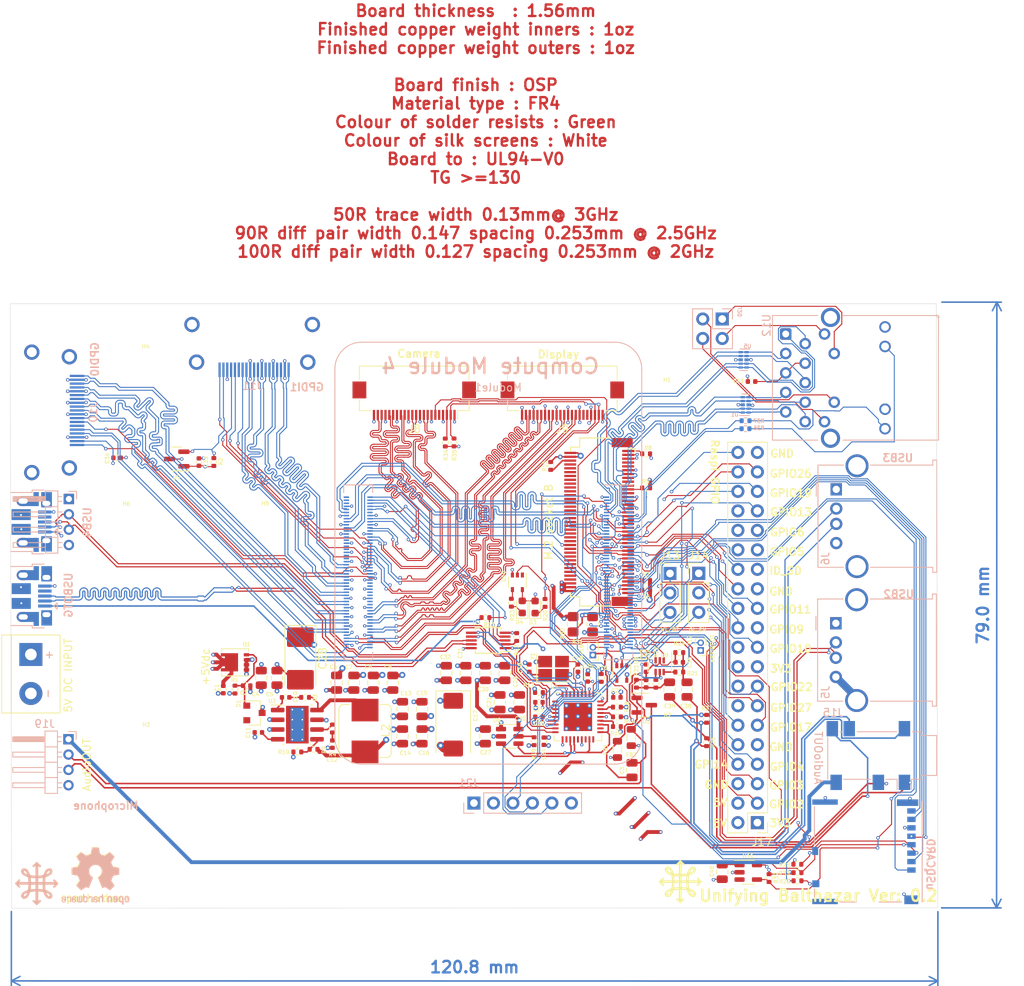
<source format=kicad_pcb>
(kicad_pcb (version 20220914) (generator pcbnew)
  (layers (0 "F.Cu" signal) (1 "In1.Cu" power "GND.Cu") (2 "In2.Cu" power "Power.Cu") (31 "B.Cu" signal) (34 "B.Paste" user) (35 "F.Paste" user) (36 "B.SilkS" user "B.Silkscreen") (37 "F.SilkS" user "F.Silkscreen") (38 "B.Mask" user) (39 "F.Mask" user) (44 "Edge.Cuts" user))
  (net 0 "")
  (net 1 "GND")
  (net 2 "Net-(J1-Pin_1)")
  (net 3 "Net-(D1-A)")
  (net 4 "/+5v")
  (net 5 "/CM4_HighSpeed/CAM0_D0_N")
  (net 6 "/CM4_HighSpeed/CAM0_D0_P")
  (net 7 "/CM4_HighSpeed/CAM0_D1_N")
  (net 8 "/CM4_HighSpeed/CAM0_D1_P")
  (net 9 "/CM4_HighSpeed/CAM0_C_N")
  (net 10 "/CM4_HighSpeed/CAM0_C_P")
  (net 11 "/CM4_HighSpeed/CAM1_D3_P")
  (net 12 "/CM4_HighSpeed/CAM1_D3_N")
  (net 13 "/CM4_HighSpeed/CAM1_D2_P")
  (net 14 "/CM4_HighSpeed/CAM1_D2_N")
  (net 15 "/CM4_HighSpeed/CAM1_C_P")
  (net 16 "/CM4_HighSpeed/CAM1_C_N")
  (net 17 "/CM4_HighSpeed/CAM1_D1_P")
  (net 18 "/CM4_HighSpeed/CAM1_D1_N")
  (net 19 "/CM4_HighSpeed/CAM1_D0_P")
  (net 20 "/CM4_HighSpeed/CAM1_D0_N")
  (net 21 "/CM4_HighSpeed/DSI0_D0_N")
  (net 22 "/CM4_HighSpeed/DSI0_D0_P")
  (net 23 "/CM4_HighSpeed/DSI0_D1_N")
  (net 24 "/CM4_HighSpeed/DSI0_D1_P")
  (net 25 "/CM4_HighSpeed/DSI0_C_N")
  (net 26 "/CM4_HighSpeed/DSI0_C_P")
  (net 27 "/CM4_HighSpeed/DSI1_D3_P")
  (net 28 "/CM4_HighSpeed/DSI1_D3_N")
  (net 29 "/CM4_HighSpeed/DSI1_D2_P")
  (net 30 "/CM4_HighSpeed/DSI1_D2_N")
  (net 31 "/CM4_HighSpeed/DSI1_C_P")
  (net 32 "/CM4_HighSpeed/DSI1_C_N")
  (net 33 "/CM4_HighSpeed/DSI1_D1_P")
  (net 34 "/CM4_HighSpeed/DSI1_D1_N")
  (net 35 "/CM4_HighSpeed/DSI1_D0_P")
  (net 36 "/CM4_HighSpeed/DSI1_D0_N")
  (net 37 "Net-(U2-BST)")
  (net 38 "Net-(C10-Pad1)")
  (net 39 "Net-(C12-Pad1)")
  (net 40 "Net-(U2-SS)")
  (net 41 "Net-(U4-XTALIN{slash}CLKIN)")
  (net 42 "/CM4_GPIO (GPIO, SDCARD)/SD_PWR")
  (net 43 "Net-(U4-XTALOUT)")
  (net 44 "/CM4_GPIO (GPIO, SDCARD)/nRPIBOOT")
  (net 45 "/CM4_GPIO (GPIO, SDCARD)/EEPROM_nWP")
  (net 46 "/CM4_GPIO (GPIO, SDCARD)/AIN0")
  (net 47 "/CM4_GPIO (GPIO, SDCARD)/AIN1")
  (net 48 "/CM4_GPIO (GPIO, SDCARD)/SYNC_IN")
  (net 49 "/CM4_GPIO (GPIO, SDCARD)/SYNC_OUT")
  (net 50 "/CM4_GPIO (GPIO, SDCARD)/GLOBAL_EN")
  (net 51 "/CM4_GPIO (GPIO, SDCARD)/WL_nDis")
  (net 52 "/CM4_GPIO (GPIO, SDCARD)/BT_nDis")
  (net 53 "/CM4_HighSpeed/HDMI1_D2_P")
  (net 54 "/CM4_HighSpeed/HDMI1_D2_N")
  (net 55 "/CM4_HighSpeed/HDMI1_D1_P")
  (net 56 "/CM4_HighSpeed/HDMI1_D1_N")
  (net 57 "/CM4_HighSpeed/HDMI1_D0_P")
  (net 58 "/CM4_HighSpeed/HDMI1_D0_N")
  (net 59 "/CM4_HighSpeed/HDMI1_CK_P")
  (net 60 "/CM4_HighSpeed/HDMI1_CK_N")
  (net 61 "/CM4_HighSpeed/HDMI1_CEC")
  (net 62 "/CM4_HighSpeed/HDMI1_SCL")
  (net 63 "/CM4_HighSpeed/HDMI1_SDA")
  (net 64 "/CM4_HighSpeed/HDMI1_HOTPLUG")
  (net 65 "/USB2-HUB/HD2_N")
  (net 66 "/USB2-HUB/HD2_P")
  (net 67 "/CM4_GPIO (GPIO, SDCARD)/RUN_PG")
  (net 68 "/CM4_GPIO (GPIO, SDCARD)/GPIO2")
  (net 69 "/USB2-HUB/HD3_P")
  (net 70 "/USB2-HUB/HD3_N")
  (net 71 "/USB2-HUB/HD4_P")
  (net 72 "/USB2-HUB/HD4_N")
  (net 73 "/CM4_GPIO (GPIO, SDCARD)/GPIO3")
  (net 74 "/CM4_GPIO (GPIO, SDCARD)/GPIO4")
  (net 75 "/CM4_GPIO (GPIO, SDCARD)/GPIO14")
  (net 76 "/CM4_GPIO (GPIO, SDCARD)/GPIO15")
  (net 77 "/CM4_GPIO (GPIO, SDCARD)/GPIO17")
  (net 78 "/CM4_GPIO (GPIO, SDCARD)/GPIO27")
  (net 79 "/CM4_GPIO (GPIO, SDCARD)/GPIO22")
  (net 80 "/CM4_GPIO (GPIO, SDCARD)/GPIO23")
  (net 81 "/CM4_GPIO (GPIO, SDCARD)/GPIO24")
  (net 82 "/CM4_GPIO (GPIO, SDCARD)/GPIO10")
  (net 83 "/CM4_GPIO (GPIO, SDCARD)/GPIO9")
  (net 84 "/CM4_GPIO (GPIO, SDCARD)/GPIO25")
  (net 85 "/CM4_GPIO (GPIO, SDCARD)/GPIO11")
  (net 86 "/CM4_GPIO (GPIO, SDCARD)/GPIO8")
  (net 87 "/CM4_GPIO (GPIO, SDCARD)/GPIO7")
  (net 88 "/USB2-HUB/PWR1")
  (net 89 "/USB2-HUB/nOCS1")
  (net 90 "/CM4_GPIO (GPIO, SDCARD)/ID_SD")
  (net 91 "/CM4_GPIO (GPIO, SDCARD)/ID_SC")
  (net 92 "/CM4_GPIO (GPIO, SDCARD)/GPIO5")
  (net 93 "/+3.3v")
  (net 94 "/USB2-HUB/USBD_P")
  (net 95 "/USB2-HUB/USBD_N")
  (net 96 "/USB2-HUB/USBH_N")
  (net 97 "/USB2-HUB/USBH_P")
  (net 98 "/CM4_GPIO (GPIO, SDCARD)/GPIO6")
  (net 99 "/CM4_GPIO (GPIO, SDCARD)/GPIO12")
  (net 100 "/CM4_GPIO (GPIO, SDCARD)/GPIO13")
  (net 101 "/CM4_GPIO (GPIO, SDCARD)/GPIO16")
  (net 102 "/CM4_GPIO (GPIO, SDCARD)/GPIO26")
  (net 103 "/CM4_HighSpeed/CAM_GPIO")
  (net 104 "/CM4_GPIO (GPIO, SDCARD)/GPIO21")
  (net 105 "/CM4_HighSpeed/SCL0")
  (net 106 "/CM4_HighSpeed/SDA0")
  (net 107 "/CM4_GPIO (GPIO, SDCARD)/SD_DAT1")
  (net 108 "Net-(U12-CT)")
  (net 109 "/USB2-HUB/VBUS")
  (net 110 "/CM4_GPIO (GPIO, SDCARD)/SD_DAT0")
  (net 111 "/CM4_GPIO (GPIO, SDCARD)/SD_CLK")
  (net 112 "/CM4_GPIO (GPIO, SDCARD)/SD_CMD")
  (net 113 "/CM4_GPIO (GPIO, SDCARD)/SD_DAT3")
  (net 114 "/CM4_GPIO (GPIO, SDCARD)/SD_DAT2")
  (net 115 "/CM4_GPIO (GPIO, SDCARD)/TRD3_P")
  (net 116 "/CM4_GPIO (GPIO, SDCARD)/TRD1_P")
  (net 117 "/CM4_GPIO (GPIO, SDCARD)/TRD3_N")
  (net 118 "/CM4_GPIO (GPIO, SDCARD)/TRD1_N")
  (net 119 "/CM4_GPIO (GPIO, SDCARD)/TRD2_N")
  (net 120 "/CM4_GPIO (GPIO, SDCARD)/TRD0_N")
  (net 121 "/CM4_GPIO (GPIO, SDCARD)/TRD2_P")
  (net 122 "/CM4_GPIO (GPIO, SDCARD)/TRD0_P")
  (net 123 "/CM4_GPIO (GPIO, SDCARD)/ETH_LEDY")
  (net 124 "/CM4_GPIO (GPIO, SDCARD)/ETH_LEDG")
  (net 125 "/CM4_GPIO (GPIO, SDCARD)/SD_PWR_ON")
  (net 126 "/PCIE_CLK_nREQ")
  (net 127 "/CM4_GPIO (GPIO, SDCARD)/Reserved")
  (net 128 "/CM4_GPIO (GPIO, SDCARD)/GPIO_VREF")
  (net 129 "Net-(D3-K)")
  (net 130 "Net-(D4-K)")
  (net 131 "Net-(D5-K)")
  (net 132 "Net-(J2-CONFIG_3)")
  (net 133 "Net-(J2-~{FULL_CARD_POWER_OFF})")
  (net 134 "/CM4_HighSpeed/USB2_N")
  (net 136 "/CM4_HighSpeed/USB2_P")
  (net 139 "/CM4_GPIO (GPIO, SDCARD)/+1.8v")
  (net 140 "/CM4_GPIO (GPIO, SDCARD)/nPWR_LED")
  (net 141 "/nEXTRST")
  (net 142 "Net-(J2-CONFIG_0)")
  (net 147 "Net-(C36-Pad1)")
  (net 149 "/USB2-HUB/HD1_M2_N")
  (net 150 "/USB2-HUB/HD1_M2_P")
  (net 154 "/HD1_M2_P")
  (net 156 "/HD1_M2_N")
  (net 166 "/SIM_RST")
  (net 168 "/SIM_CLK")
  (net 169 "/SIM_DATA")
  (net 171 "/SIM_PWR")
  (net 175 "/PCIE_RX_N")
  (net 177 "/PCIE_RX_P")
  (net 180 "/PCIE_TX_N")
  (net 182 "/PCIE_TX_P")
  (net 183 "/PCIE_nRST")
  (net 185 "/PCIE_CLK_N")
  (net 187 "/PCIE_CLK_P")
  (net 188 "Net-(J2-CONFIG_1)")
  (net 189 "Net-(J2-CONFIG_2)")
  (net 192 "Net-(U4-SCL{slash}SMBCLK{slash}CFG_SEL0)")
  (net 194 "/SIM_SW")
  (net 197 "Net-(C37-Pad1)")
  (net 198 "/CM4_GPIO (GPIO, SDCARD)/AUDIO_L")
  (net 199 "/CM4_GPIO (GPIO, SDCARD)/AUDIO_R")
  (net 200 "Net-(J16-DET_B)")
  (net 201 "Net-(J16-DET_A)")
  (net 202 "Net-(U2-SW)")
  (net 204 "Net-(Module1A-PI_nLED_Activity)")
  (net 210 "Net-(D5-A)")
  (net 211 "Net-(D5-K)_1")
  (net 212 "Net-(U2-COMP)")
  (net 213 "Net-(U2-FB)")
  (net 214 "Net-(U4-SDA{slash}SMBDATA{slash}NON_REM1)")
  (net 215 "Net-(U4-SUSP_IND{slash}LOCAL_PWR{slash}NON_REM0)")
  (net 216 "Net-(U4-HS_IND{slash}CFG_SEL1)")
  (net 217 "Net-(U4-RBIAS)")
  (net 219 "Net-(U6-ILIM)")
  (net 220 "Net-(R23-Pad2)")
  (net 221 "Net-(U9-Y1)")
  (net 222 "Net-(U9-Y2)")
  (net 228 "/+3.3vSSD")
  (net 230 "Net-(J19-Pin_3)")
  (net 231 "Net-(J19-Pin_1)")
  (net 234 "Net-(J3-VBUS)")
  (net 235 "/CM4_HighSpeed/USBOTG_ID")
  (net 236 "/CM4_HighSpeed/TV_OUT")
  (net 239 "HDMI0_CEC")
  (net 240 "HDMI0_D2_P")
  (net 241 "HDMI0_D2_N")
  (net 242 "HDMI0_D1_P")
  (net 243 "HDMI0_D1_N")
  (net 244 "HDMI0_D0_P")
  (net 245 "HDMI0_D0_N")
  (net 246 "HDMI0_CK_P")
  (net 247 "HDMI0_CK_N")
  (net 248 "HDMI0_SCL")
  (net 249 "HDMI0_SDA")
  (net 250 "HDMI_5v")
  (net 251 "HDMI0_HOTPLUG")
  (net 252 "/CM4_GPIO (GPIO, SDCARD)/TR1_TAP")
  (net 253 "/CM4_GPIO (GPIO, SDCARD)/TR2_TAP")
  (net 254 "/CM4_GPIO (GPIO, SDCARD)/TR0_TAP")
  (net 255 "/CM4_GPIO (GPIO, SDCARD)/TR3_TAP")
  (net 256 "Net-(U12-LEDG_K)")
  (net 257 "Net-(U12-LEDY_K)")
  (net 258 "/CM4_GPIO (GPIO, SDCARD)/BCLK")
  (net 259 "/CM4_GPIO (GPIO, SDCARD)/DOUT")
  (net 260 "/CM4_GPIO (GPIO, SDCARD)/LRCL")
  (net 261 "Net-(J18-Pin_1)")
  (footprint "Connector_FFC-FPC:Hirose_FH12-22S-0.5SH_1x22-1MP_P0.50mm_Horizontal" (layer "F.Cu") (at 149.464 87.046 180)
    (fp_text reference "J8")
    (fp_text value "Conn_01x22_Female")
  )
  (footprint "Resistor_SMD:R_0402_1005Metric" (layer "F.Cu") (at 187.564 128.514 -90)
    (fp_text reference "R27")
    (fp_text value "1K8")
  )
  (footprint "Resistor_SMD:R_0402_1005Metric" (layer "F.Cu") (at 195.71 149.27 -90)
    (fp_text reference "R32")
    (fp_text value "12K 1%")
  )
  (footprint "Resistor_SMD:R_0402_1005Metric" (layer "F.Cu") (at 165.085 131.435 -90)
    (fp_text reference "R19")
    (fp_text value "15K 1%")
  )
  (footprint "Resistor_SMD:R_0402_1005Metric" (layer "F.Cu") (at 138.796 129.784 -90)
    (fp_text reference "R4")
    (fp_text value "12K 1%")
  )
  (footprint "Resistor_SMD:R_0402_1005Metric" (layer "F.Cu") (at 187.564 131.562 90)
    (fp_text reference "R26")
    (fp_text value "1K8")
  )
  (footprint "MountingHole:MountingHole_2.7mm_M2.5" (layer "F.Cu") (at 182.484 131.308)
    (fp_text reference "H2")
    (fp_text value "MountingHole")
  )
  (footprint "Package_TO_SOT_SMD:SOT-353_SC-70-5" (layer "F.Cu") (at 176.515 122.545 -90)
    (fp_text reference "U8")
    (fp_text value "74LVC1G07SE-7")
  )
  (footprint "Connector_PinHeader_1.00mm:PinHeader_1x02_P1.00mm_Vertical" (layer "F.Cu") (at 172.75 120.2 180)
    (fp_text reference "J18")
    (fp_text value "GLOBAL_EN")
  )
  (footprint "Capacitor_SMD:C_0805_2012Metric" (layer "F.Cu") (at 161.275 122.545 90)
    (fp_text reference "C29")
    (fp_text value "10u")
  )
  (footprint "MountingHole:M.2Hole_3.5mm" (layer "F.Cu") (at 111.999 102.86)
    (fp_text reference "H6")
    (fp_text value "M.2 Hole")
  )
  (footprint "Capacitor_SMD:C_0402_1005Metric" (layer "F.Cu") (at 165.72 128.26 180)
    (fp_text reference "C26")
    (fp_text value "100n")
  )
  (footprint "TerminalBlock:TerminalBlock_bornier-2_P5.08mm" (layer "F.Cu") (at 99.492 120.132 -90)
    (fp_text reference "J1")
    (fp_text value "Conn_01x02")
  )
  (footprint "Resistor_SMD:R_0402_1005Metric" (layer "F.Cu") (at 123.34 95.04 90)
    (fp_text reference "R2")
    (fp_text value "DNP")
  )
  (footprint "Package_TO_SOT_SMD:SOT-23" (layer "F.Cu") (at 179.436 126.736)
    (fp_text reference "D5")
    (fp_text value "BAV99")
  )
  (footprint "Capacitor_SMD:C_0805_2012Metric" (layer "F.Cu") (at 129.525 123.18 90)
    (fp_text reference "C4")
    (fp_text value "10u 10v")
  )
  (footprint "Resistor_SMD:R_0402_1005Metric" (layer "F.Cu") (at 136.34 132.49 180)
    (fp_text reference "R9")
    (fp_text value "47K 1%")
  )
  (footprint "CM4IO:balthazar-logo" (layer "F.Cu") (at 184.135105 149.71818)
    (fp_text reference "G***")
    (fp_text value "LOGO" hide)
  )
  (footprint "Capacitor_SMD:C_0805_2012Metric" (layer "F.Cu") (at 147.94 130.8 -90)
    (fp_text reference "C14")
    (fp_text value "10u")
  )
  (footprint "Resistor_SMD:R_0402_1005Metric" (layer "F.Cu") (at 184.008 119.878)
    (fp_text reference "R24")
    (fp_text value "100")
  )
  (footprint "Resistor_SMD:R_0402_1005Metric" (layer "F.Cu") (at 179.69 110.48 180)
    (fp_text reference "R6")
    (fp_text value "nf")
  )
  (footprint "Connector_FFC-FPC:Hirose_FH12-22S-0.5SH_1x22-1MP_P0.50mm_Horizontal" (layer "F.Cu") (at 168.768 87.046 180)
    (fp_text reference "J9")
    (fp_text value "Conn_01x22_Female")
  )
  (footprint "Resistor_SMD:R_0402_1005Metric" (layer "F.Cu") (at 175.88 128.26)
    (fp_text reference "R14")
    (fp_text value "36K 1%")
  )
  (footprint "CM4IO:balthazar-logo" (layer "F.Cu") (at 100.265105 149.94818)
    (fp_text reference "G***")
    (fp_text value "LOGO" hide)
  )
  (footprint "Resistor_SMD:R_0402_1005Metric" (layer "F.Cu") (at 126.096 124.704 -90)
    (fp_text reference "R1")
    (fp_text value "12K 1%")
  )
  (footprint "Capacitor_SMD:C_0805_2012Metric" (layer "F.Cu") (at 131.572 123.18 90)
    (fp_text reference "C5")
    (fp_text value "10u 10v")
  )
  (footprint "Package_SON:Diodes_PowerDI3333-8" (layer "F.Cu") (at 126.096 121.148 180)
    (fp_text reference "Q1")
    (fp_text value "DMP3013SFV-7")
  )
  (footprint "Capacitor_SMD:C_0805_2012Metric" (layer "F.Cu") (at 158.735 130.8 -90)
    (fp_text reference "C27")
    (fp_text value "10u")
  )
  (footprint "Capacitor_SMD:C_0805_2012Metric" (layer "F.Cu") (at 158.735 122.545 90)
    (fp_text reference "C30")
    (fp_text value "10u")
  )
  (footprint "Resistor_SMD:R_0805_2012Metric_Pad1.20x1.40mm_HandSolder" (layer "F.Cu") (at 170.165 116.195 -90)
    (fp_text reference "R30")
    (fp_text value "0R")
  )
  (footprint "Crystal:Crystal_SMD_EuroQuartz_X22-4Pin_2.5x2.0mm_HandSoldering" (layer "F.Cu") (at 167.625 121.91)
    (fp_text reference "Y1")
    (fp_text value "24MHz")
  )
  (footprint "Resistor_SMD:R_0402_1005Metric" (layer "F.Cu") (at 199.42 148.57 180)
    (fp_text reference "R33")
    (fp_text value "DNP")
  )
  (footprint "Capacitor_SMD:C_0805_2012Metric" (layer "F.Cu") (at 139.34 123.81 90)
    (fp_text reference "C6")
    (fp_text value "10u 10v")
  )
  (footprint "Resistor_SMD:R_0402_1005Metric" (layer "F.Cu") (at 135.24 125.72 180)
    (fp_text reference "R3")
    (fp_text value "10R")
  )
  (footprint "Inductor_SMD:L_Bourns_SRP7028A_7.3x6.6mm" (layer "F.Cu") (at 143.05 130.1 -90)
    (fp_text reference "L2")
    (fp_text value "SRN6045TA-3R3Y  (3.3uH)")
  )
  (footprint "Capacitor_Tantalum_SMD:CP_EIA-7343-31_Kemet-D" (layer "F.Cu") (at 154.544 129.276 -90)
    (fp_text reference "C17")
    (fp_text value "100uF")
  )
  (footprint "Capacitor_SMD:C_0402_1005Metric" (layer "F.Cu") (at 166.355 131.435 -90)
    (fp_text reference "C24")
    (fp_text value "100n")
  )
  (footprint "Diode_SMD:D_SOT-23_ANK" (layer "F.Cu") (at 128.636 127.752)
    (fp_text reference "D1")
    (fp_text value "MMBZ5242BLT3G")
  )
  (footprint "Resistor_SMD:R_0402_1005Metric" (layer "F.Cu") (at 166.51 113.41 90)
    (fp_text reference "R20")
    (fp_text value "1k")
  )
  (footprint "Connector_PinHeader_1.00mm:PinHeader_1x02_P1.00mm_Vertical" (layer "F.Cu") (at 186.8 119.6 180)
    (fp_text reference "J12")
    (fp_text value "nRpiBoot")
  )
  (footprint "Capacitor_SMD:C_0805_2012Metric" (layer "F.Cu") (at 189.61 148.47 -90)
    (fp_text reference "C40")
    (fp_text value "10u")
  )
  (footprint "Capacitor_SMD:C_0402_1005Metric" (layer "F.Cu") (at 193.43 84.55 180)
    (fp_text reference "C41")
    (fp_text value "100n")
  )
  (footprint "Capacitor_SMD:C_0402_1005Metric" (layer "F.Cu") (at 179.69 123.942 90)
    (fp_text reference "C37")
    (fp_text value "100n 6.3")
  )
  (footprint "Capacitor_SMD:C_0805_2012Metric" (layer "F.Cu") (at 150.48 127.244 90)
    (fp_text reference "C15")
    (fp_text value "10u")
  )
  (footprint "Capacitor_SMD:C_0402_1005Metric" (layer "F.Cu") (at 138.796 131.816 -90)
    (fp_text reference "C12")
    (fp_text value "1.2nF")
  )
  (footprint "Resistor_SMD:R_0402_1005Metric" (layer "F.Cu") (at 165.72 125.085)
    (fp_text reference "R17")
    (fp_text value "12K 1%")
  )
  (footprint "Capacitor_SMD:C_0402_1005Metric" (layer "F.Cu") (at 164.45 121.91 90)
    (fp_text reference "C18")
    (fp_text value "27pF")
  )
  (footprint "Capacitor_SMD:C_0402_1005Metric" (layer "F.Cu") (at 124.572 124.704 -90)
    (fp_text reference "C1")
    (fp_text value "100n 50v")
  )
  (footprint "Resistor_SMD:R_0805_2012Metric_Pad1.20x1.40mm_HandSolder" (layer "F.Cu") (at 172.705 116.195 90)
    (fp_text reference "R31")
    (fp_text value "nf")
  )
  (footprint "Capacitor_SMD:C_0805_2012Metric" (layer "F.Cu") (at 182.738 124.704 -90)
    (fp_text reference "C39")
    (fp_text value "47u 6.3")
  )
  (footprint "Resistor_SMD:R_0402_1005Metric" (layer "F.Cu") (at 179.69 98.415 180)
    (fp_text reference "R5")
    (fp_text value "nf")
  )
  (footprint "Symbol:OSHW-Logo2_9.8x8mm_SilkScreen" (layer "F.Cu") (at 107.86 148.96)
    (fp_text reference "REF**" hide)
    (fp_text value "OSHW-Logo2_9.8x8mm_SilkScreen" hide)
  )
  (footprint "Capacitor_SMD:C_0805_2012Metric" (layer "F.Cu") (at 160.64 126.355 90)
    (fp_text reference "C21")
    (fp_text value "10u")
  )
  (footprint "Capacitor_SMD:C_0805_2012Metric" (layer "F.Cu") (at 141.59 123.815 90)
    (fp_text reference "C7")
    (fp_text value "10u 10v")
  )
  (footprint "Package_SO:MSOP-10_3x3mm_P0.5mm" (layer "F.Cu") (at 159.1 118.3 180)
    (fp_text reference "U3")
    (fp_text value "FSUSB42MUX")
  )
  (footprint "Connector_PinHeader_2.54mm:PinHeader_2x20_P2.54mm_Vertical" (layer "F.Cu") (at 194.19 142.05 180)
    (fp_text reference "J17")
    (fp_text value "THD-20-R")
  )
  (footprint "CM4IO:SC-88-6_2x2.1mm" (layer "F.Cu") (at 181.468 121.656 -90)
    (fp_text reference "U9")
    (fp_text value "NC7WZ16")
  )
  (footprint "Capacitor_SMD:C_0402_1005Metric" (layer "F.Cu") (at 127.62 124.196 180)
    (fp_text reference "C2")
    (fp_text value "100n")
  )
  (footprint "Capacitor_SMD:C_0402_1005Metric" (layer "F.Cu") (at 184.008 121.148 180)
    (fp_text reference "C36")
    (fp_text value "100n 6.3")
  )
  (footprint "Capacitor_SMD:C_0805_2012Metric" (layer "F.Cu") (at 144.13 123.815 90)
    (fp_text reference "C8")
    (fp_text value "10u 10v")
  )
  (footprint "Capacitor_SMD:C_0402_1005Metric" (layer "F.Cu") (at 170.8 121.91 -90)
    (fp_text reference "C19")
    (fp_text value "27pF")
  )
  (footprint "Resistor_SMD:R_0402_1005Metric" (layer "F.Cu") (at 153.51 92.5 90)
    (fp_text reference "R34")
    (fp_text value "4K7")
  )
  (footprint "MountingHole:M.2Hole_3.5mm" (layer "F.Cu") (at 130.033 102.86)
    (fp_text reference "H5")
    (fp_text value "M.2 Hole")
  )
  (footprint "Resistor_SMD:R_0402_1005Metric" (layer "F.Cu") (at 158.75 115.316)
    (fp_text reference "R13")
    (fp_text value "2.2K 1%")
  )
  (footprint "Capacitor_SMD:C_0402_1005Metric" (layer "F.Cu") (at 172.07 123.18 90)
    (fp_text reference "C25")
    (fp_text value "100n")
  )
  (footprint "Capacitor_SMD:C_0805_2012Metric" (layer "F.Cu") (at 163.18 126.355 90)
    (fp_text reference "C20")
    (fp_text value "10u")
  )
  (footprint "Resistor_SMD:R_0402_1005Metric" (layer "F.Cu") (at 134.224 132.832 180)
    (fp_text reference "R10")
    (fp_text value "15K 1%")
  )
  (footprint "MountingHole:MountingHole_2.7mm_M2.5" (layer "F.Cu") (at 182.484 82.032)
    (fp_text reference "H1")
    (fp_text value "MountingHole")
  )
  (footprint "Capacitor_SMD:C_0805_2012Metric" (layer "F.Cu") (at 177.85 135.2 90)
    (fp_text reference "C3")
    (fp_text value "10u")
  )
  (footprint "Resistor_SMD:R_0402_1005Metric" (layer "F.Cu") (at 179.69 93.97 180)
    (fp_text reference "R8")
    (fp_text value "nf")
  )
  (footprint "Capacitor_SMD:C_0402_1005Metric" (layer "F.Cu") (at 110.73 94.5)
    (fp_text reference "C34")
    (fp_text value "100n")
  )
  (footprint "Resistor_SMD:R_0402_1005Metric" (layer "F.Cu") (at 199.42 149.63)
    (fp_text reference "R29")
    (fp_text value "nf")
  )
  (footprint "Package_TO_SOT_SMD:SOT-23-5" (layer "F.Cu") (at 193 148.52)
    (fp_text reference "U11")
    (fp_text value "RT9742GGJ5")
  )
  (footprint "Capacitor_SMD:C_0402_1005Metric" (layer "F.Cu") (at 129.144 130.292 180)
    (fp_text reference "C11")
    (fp_text value "100n")
  )
  (footprint "Resistor_SMD:R_0402_1005Metric" (layer "F.Cu") (at 199.4 147.48)
    (fp_text reference "R28")
    (fp_text value "nf")
  )
  (footprint "Package_SO:SOIC-8-1EP_3.9x4.9mm_P1.27mm_EP2.95x4.9mm_Mask2.71x3.4mm_ThermalVias" (layer "F.Cu") (at 134.224 129.276)
    (fp_text reference "U2")
    (fp_text value "AP64501SP-13")
  )
  (footprint "Package_DFN_QFN:QFN-36-1EP_6x6mm_P0.5mm_EP3.7x3.7mm" (layer "F.Cu") (at 170.8 128.26)
    (fp_text reference "U4")
    (fp_text value "USB2514B-I/M2")
  )
  (footprint "Capacitor_SMD:C_0805_2012Metric" (layer "F.Cu") (at 153.655 122.545 90)
    (fp_text reference "C32")
    (fp_text value "10u")
  )
  (footprint "Resistor_SMD:R_0402_1005Metric" (layer "F.Cu") (at 162.814 117.856 90)
    (fp_text reference "R12")
    (fp_text value "2.2K 1%")
  )
  (footprint "Capacitor_SMD:C_0402_1005Metric" (layer "F.Cu") (at 132.7 125.72 180)
    (fp_text reference "C10")
    (fp_text value "100n")
  )
  (footprint "LED_SMD:LED_0603_1608Metric" (layer "F.Cu") (at 163.54 113.93 90)
    (fp_text reference "D4")
    (fp_text value "LED Red")
  )
  (footprint "Resistor_SMD:R_0402_1005Metric" (layer "F.Cu") (at 162.12 113.38 90)
    (fp_text reference "R23")
    (fp_text value "1k")
  )
  (footprint "MountingHole:MountingHole_2.7mm_M2.5" (layer "F.Cu") (at 114.572 131.308)
    (fp_text reference "H3")
    (fp_text value "MountingHole")
  )
  (footprint "Resistor_SMD:R_0402_1005Metric" (layer "F.Cu") (at 180.96 123.942 -90)
    (fp_text reference "R22")
    (fp_text value "220")
  )
  (footprint "Connector_PinHeader_2.54mm:PinHeader_1x03_P2.54mm_Vertical" (layer "F.Cu") (at 186.55 109.55)
    (fp_text reference "J14")
    (fp_text value "Conn_01x03")
  )
  (footprint "Inductor_SMD:L_0805_2012Metric" (layer "F.Cu") (at 177.75 130.95 -90)
    (fp_text reference "FB2")
    (fp_text value "FerriteBead")
  )
  (footprint "Resistor_SMD:R_0402_1005Metric" (layer "F.Cu") (at 154.65 92.49 90)
    (fp_text reference "R35")
    (fp_text value "4K7")
  )
  (footprint "Capacitor_SMD:C_0402_1005Metric" (layer "F.Cu") (at 179.69 121.91 -90)
    (fp_text reference "C35")
    (fp_text value "100n 6.3")
  )
  (footprint "Package_TO_SOT_SMD:SOT-353_SC-70-5" (layer "F.Cu") (at 162.91 110.72 -90)
    (fp_text reference "U10")
    (fp_text value "74LVC1G07SE-7")
  )
  (footprint "Resistor_SMD:R_0402_1005Metric" (layer "F.Cu") (at 184.008 122.418)
    (fp_text reference "R21")
    (fp_text value "220")
  )
  (footprint "Capacitor_SMD:C_0805_2012Metric" (layer "F.Cu") (at 185.024 124.704 -90)
    (fp_text reference "C38")
    (fp_text value "47u 6.3")
  )
  (footprint "Resistor_SMD:R_0402_1005Metric" (layer "F.Cu") (at 173.848 123.18 90)
    (fp_text reference "R16")
    (fp_text value "36K 1%")
  )
  (footprint "Capacitor_SMD:C_0805_2012Metric" (layer "F.Cu") (at 146.67 123.815 90)
    (fp_text reference "C9")
    (fp_text value "10u 10v")
  )
  (footprint "Capacitor_SMD:C_0805_2012Metric" (layer "F.Cu") (at 156.195 122.545 90)
    (fp_text reference "C31")
    (fp_text value "10u")
  )
  (footprint "Capacitor_SMD:C_0805_2012Metric" (layer "F.Cu") (at 147.94 127.244 90)
    (fp_text reference "C13")
    (fp_text value "10u")
  )
  (footprint "Inductor_SMD:L_0805_2012Metric" (layer "F.Cu") (at 175.95 132.5 90)
    (fp_text reference "FB1")
    (fp_text value "FerriteBead")
  )
  (footprint "CM4IO:Conn_TE-M.2-0.5-67P-doublesided" (layer "F.Cu") (at 172.07 102.86 -90)
    (fp_text reference "J2")
    (fp_text value "Bus_M.2_Socket_B")
  )
  (footprint "Capacitor_Tantalum_SMD:CP_EIA-7132-20_AVX-U" (layer "F.Cu") (at 134.62 120.65 -90)
    (fp_text reference "C28")
    (fp_text value "100uF")
  )
  (footprint "Capacitor_SMD:C_0402_1005Metric" (layer "F.Cu") (at 175.88 125.72)
    (fp_text reference "C22")
    (fp_text value "100n")
  )
  (footprint "Package_TO_SOT_SMD:SOT-23" (layer "F.Cu") (at 118.5 94.65 180)
    (fp_text reference "U7")
    (fp_text value "RT9742SNGV")
  )
  (footprint "Resistor_SMD:R_0402_1005Metric" (layer "F.Cu") (at 167.25 95.55 90)
    (fp_text reference "R11")
    (fp_text value "12K")
  )
  (footprint "Capacitor_SMD:C_0402_1005Metric" (layer "F.Cu") (at 165.72 126.355 180)
    (fp_text reference "C23")
    (fp_text value "100n")
  )
  (footprint "Resistor_SMD:R_0402_1005Metric" (layer "F.Cu") (at 179.69 111.75 180)
    (fp_text reference "R7")
    (fp_text value "nf")
  )
  (footprint "Package_TO_SOT_SMD:SOT-23-6" (layer "F.Cu") (at 161.91 130.8)
    (fp_text reference "U6")
    (fp_text value "AP22653W6")
  )
  (footprint "Resistor_SMD:R_0402_1005Metric" (layer "F.Cu") (at 175.88 129.53)
    (fp_text reference "R15")
    (fp_text value "36K 1%")
  )
  (footprint "LED_SMD:LED_0603_1608Metric" (layer "F.Cu") (at 165.22 113.95 90)
    (fp_text reference "D3")
    (fp_text value "LED Green")
  )
  (footprint "Resistor_SMD:R_0402_1005Metric" (layer "F.Cu") (at 178.42 123.942 -90)
    (fp_text reference "R25")
    (fp_text value "100")
  )
  (footprint "Connector_PinHeader_2.54mm:PinHeader_1x03_P2.54mm_Vertical" (layer "F.Cu") (at 182.8 109.57)
    (fp_text reference "J13")
    (fp_text value "Conn_01x03")
  )
  (footprint "MountingHole:MountingHole_2.7mm_M2.5" (layer "F.Cu") (at 114.572 82.032)
    (fp_text reference "H4")
    (fp_text value "MountingHole" hide)
  )
  (footprint "Capacitor_SMD:C_0805_2012Metric" (layer "F.Cu") (at 150.48 130.8 -90)
    (fp_text reference "C16")
    (fp_text value "10u")
  )
  (footprint "Resistor_SMD:R_0402_1005Metric" (layer "F.Cu") (at 175.88 126.99)
    (fp_text reference "R18")
    (fp_text value "36K 1%")
  )
  (footprint "Capacitor_SMD:C_0402_1005Metric" (layer "F.Cu") (at 121.4 95.05 90)
    (fp_text reference "C33")
    (fp_text value "100n")
  )
  (footprint "CM4IO:USB_Micro-B_EDAC_UCON00686" (layer "B.Cu") (at 98.492 112.512 90)
    (fp_text reference "J3")
    (fp_text value "USB_OTG")
  )
  (footprint "hdmi-d:CONN-10029449-111RLF" (layer "B.Cu") (at 104.51 88.57 90)
    (fp_text reference "J10")
    (fp_text value "GPDI0" hide)
  )
  (footprint "Package_SON:USON-10_2.5x1.0mm_P0.5mm" (layer "B.Cu") (at 192.395 81.72 180)
    (fp_text reference "U5")
    (fp_text value "TPD4EUSB30")
  )
  (footprint "CM4IO:balthazar-logo" (layer "B.Cu") (at 100.27 149.95 180)
    (fp_text reference "G***")
    (fp_text value "LOGO" hide)
  )
  (footprint "Resistor_SMD:R_0402_1005Metric" (layer "B.Cu") (at 192.65 89.66 180)
    (fp_text reference "R37")
    (fp_text value "470R")
  )
  (footprint "Connector_PinHeader_2.00mm:PinHeader_1x04_P2.00mm_Horizontal" (layer "B.Cu") (at 104.394 131.175 180)
    (fp_text reference "J19")
    (fp_text value "AudioAMP")
  )
  (footprint "Symbol:OSHW-Logo2_9.8x8mm_SilkScreen" (layer "B.Cu") (at 107.92 149.02 180)
    (fp_text reference "REF**" hide)
    (fp_text value "OSHW-Logo2_9.8x8mm_SilkScreen" hide)
  )
  (footprint "Connector_Audio:Jack_3.5mm_PJ311_Horizontal" (layer "B.Cu") (at 208.66 133.3 90)
    (fp_text reference "J15")
    (fp_text value "AudioOUT")
  )
  (footprint "Connector_USB:USB_A_Molex_67643_Horizontal" (layer "B.Cu") (at 204.42 116.06 -90)
    (fp_text reference "J5")
    (fp_text value "USB_A")
  )
  (footprint "CM4IO:SDCARD_MOLEX_503398-1892" (layer "B.Cu") (at 208.6475 145.846 90)
    (fp_text reference "J16")
    (fp_text value "Micro_SD_Card_Det")
  )
  (footprint "CM4IO:TRJG0926HENL" (layer "B.Cu") (at 206.7725 84.07 -90)
    (fp_text reference "U12")
    (fp_text value "MagJack-A70-112-331N126")
  )
  (footprint "Connector_PinHeader_2.54mm:PinHeader_2x02_P2.54mm_Vertical" (layer "B.Cu") (at 189.61 76.4 180)
    (fp_text reference "J20")
    (fp_text value "THD-02-R")
  )
  (footprint "Package_SON:USON-10_2.5x1.0mm_P0.5mm" (layer "B.Cu") (at 192.66 87.59)
    (fp_text reference "U1")
    (fp_text value "TPD4EUSB30")
  )
  (footprint "CM4IO:Raspberry-Pi-4-Compute-Module-noholes" (layer "B.Cu") (at 175.616 130.924 180)
    (fp_text reference "Module1")
    (fp_text value "ComputeModule4")
  )
  (footprint "Connector_PinHeader_2.00mm:PinHeader_1x04_P2.00mm_Horizontal" (layer "B.Cu") (at 104.445 99.86 180)
    (fp_text reference "J4")
    (fp_text value "Conn_01x04_Male")
  )
  (footprint "CM4IO:USB_Micro-B_EDAC_UCON00686" (layer "B.Cu") (at 98.476 102.86 90)
    (fp_text reference "J7")
    (fp_text value "USB_MICRO")
  )
  (footprint "Resistor_SMD:R_0402_1005Metric" (layer "B.Cu") (at 192.64 90.7 180)
    (fp_text reference "R36")
    (fp_text value "470R")
  )
  (footprint "hdmi-d:CONN-10029449-111RLF" (layer "B.Cu") (at 128.34 82.02)
    (fp_text reference "J11")
    (fp_text value "GPDI1" hide)
  )
  (footprint "Connector_PinSocket_2.54mm:PinSocket_1x06_P2.54mm_Vertical" (layer "B.Cu") (at 157.245 139.495 -90)
    (fp_text reference "J21")
    (fp_text value "MIC")
  )
  (footprint "Connector_USB:USB_A_Molex_67643_Horizontal" (layer "B.Cu") (at 204.47 98.608 -90)
    (fp_text reference "J6")
    (fp_text value "USB_A")
  )
  (gr_line (start 217.72 153.16) (end 217.52 74.41) (stroke (width 0.05)) (layer "Edge.Cuts"))
  (gr_line (start 217.52 74.41) (end 96.7908 74.41) (stroke (width 0.05)) (layer "Edge.Cuts"))
  (gr_line (start 96.9802 153.196) (end 96.7908 74.41) (stroke (width 0.05)) (layer "Edge.Cuts"))
  (gr_line (start 96.9802 153.196) (end 217.72 153.16) (stroke (width 0.05)) (layer "Edge.Cuts"))
  (gr_text "Board thickness  : 1.56mm\nFinished copper weight inners : 1oz\nFinished copper weight outers : 1oz\n\nBoard finish : OSP\nMaterial type : FR4\nColour of solder resists : Green\nColour of silk screens : White\nBoard to : UL94-V0\nTG >=130\n\n50R trace width 0.13mm@ 3GHz\n90R diff pair width 0.147 spacing 0.253mm @ 2.5GHz\n100R diff pair width 0.127 spacing 0.253mm @ 2GHz" (at 157.48 51.92) (layer "F.Cu") (effects (font (size 1.5 1.5) (thickness 0.3))))
  (gr_text "USBOTG" (at 104.394 112.39 90) (layer "B.SilkS") (effects (font (size 1 1) (thickness 0.2) bold) (justify mirror)))
  (gr_text "USB4" (at 106.84 102.92 90) (layer "B.SilkS") (effects (font (size 1 1) (thickness 0.2) bold) (justify mirror)))
  (gr_text "+" (at 101.98 120.2 -90) (layer "B.SilkS") (effects (font (size 1 1)) (justify mirror)))
  (gr_text "GPDI1" (at 135.46 85.29) (layer "B.SilkS") (effects (font (size 1 1) (thickness 0.2) bold) (justify mirror)))
  (gr_text "USB3" (at 212.5 94.51) (layer "B.SilkS") (effects (font (size 1 1) (thickness 0.2) bold) (justify mirror)))
  (gr_text "Microphone" (at 113.62 140.42) (layer "B.SilkS") (effects (font (size 1 1) (thickness 0.2) bold) (justify left bottom mirror)))
  (gr_text "uSDCARD" (at 216.77 147.48 -90) (layer "B.SilkS") (effects (font (size 1 1) (thickness 0.2) bold) (justify mirror)))
  (gr_text "GPDI0" (at 107.83 81.66 90) (layer "B.SilkS") (effects (font (size 1 1) (thickness 0.2) bold) (justify mirror)))
  (gr_text "USB2" (at 212.62 112.27) (layer "B.SilkS") (effects (font (size 1 1) (thickness 0.2) bold) (justify mirror)))
  (gr_text "-" (at 101.82 125.23 -90) (layer "B.SilkS") (effects (font (size 1 1)) (justify mirror)))
  (gr_text "Compute Module 4" (at 159.37 82.54) (layer "B.SilkS") (effects (font (size 2 2) (thickness 0.3)) (justify mirror)))
  (gr_text "GPIO22" (at 195.81 124.96) (layer "F.SilkS") (effects (font (size 1 1) (thickness 0.2) bold) (justify left bottom)))
  (gr_text "3V3" (at 195.68 142.69) (layer "F.SilkS") (effects (font (size 1 1) (thickness 0.2) bold) (justify left bottom)))
  (gr_text "GPIO9" (at 195.63 117.46) (layer "F.SilkS") (effects (font (size 1 1) (thickness 0.2) bold) (justify left bottom)))
  (gr_text "GPIO11" (at 195.64 114.85) (layer "F.SilkS") (effects (font (size 1 1) (thickness 0.2) bold) (justify left bottom)))
  (gr_text "GND" (at 195.75 94.53) (layer "F.SilkS") (effects (font (size 1 1) (thickness 0.2) bold) (justify left bottom)))
  (gr_text "GPIO5" (at 195.68 107.32) (layer "F.SilkS") (effects (font (size 1 1) (thickness 0.2) bold) (justify left bottom)))
  (gr_text "3V3" (at 195.73 122.56) (layer "F.SilkS") (effects (font (size 1 1) (thickness 0.2) bold) (justify left bottom)))
  (gr_text "GND" (at 195.64 112.5) (layer "F.SilkS") (effects (font (size 1 1) (thickness 0.2) bold) (justify left bottom)))
  (gr_text "GPIO17" (at 195.71 130.22) (layer "F.SilkS") (effects (font (size 1 1) (thickness 0.2) bold) (justify left bottom)))
  (gr_text "Camera" (at 150.08 80.91) (layer "F.SilkS") (effects (font (size 1 1) (thickness 0.2) bold)))
  (gr_text "WL/BT" (at 182.76 116.86) (layer "F.SilkS") (effects (font (size 0.5 0.5) (thickness 0.1) bold)))
  (gr_text "Raspi GPIO" (at 188.65 96.32 -90) (layer "F.SilkS") (effects (font (size 1 1) (thickness 0.2) bold)))
  (gr_text "ID_SD" (at 195.65 109.8) (layer "F.SilkS") (effects (font (size 1 1) (thickness 0.2) bold) (justify left bottom)))
  (gr_text "GPIO13" (at 195.72 102.16) (layer "F.SilkS") (effects (font (size 1 1) (thickness 0.2) bold) (justify left bottom)))
  (gr_text "GPIO2" (at 195.61 140.24) (layer "F.SilkS") (effects (font (size 1 1) (thickness 0.2) bold) (justify left bottom)))
  (gr_text "nRPIBOOT" (at 188.36 119.35 90) (layer "F.SilkS") (effects (font (size 0.5 0.5) (thickness 0.1) bold)))
  (gr_text "Display" (at 168.26 81.016) (layer "F.SilkS") (effects (font (size 1 1) (thickness 0.2) bold)))
  (gr_text "GPIO19" (at 195.71 99.68) (layer "F.SilkS") (effects (font (size 1 1) (thickness 0.2) bold) (justify left bottom)))
  (gr_text locked "Unifying Balthazar Ver: 0.2" (at 202.16 151.57) (layer "F.SilkS") (effects (font (size 1.5 1.5) (thickness 0.3) bold)))
  (gr_text "GL_EN" (at 186.41 116.9) (layer "F.SilkS") (effects (font (size 0.5 0.5) (thickness 0.1) bold)))
  (gr_text "+5Vdc" (at 122.28 121.73 90) (layer "F.SilkS") (effects (font (size 1 1))))
  (gr_text "GPIO27" (at 195.73 127.67) (layer "F.SilkS") (effects (font (size 1 1) (thickness 0.2) bold) (justify left bottom)))
  (gr_text "GPIO4" (at 195.68 135.35) (layer "F.SilkS") (effects (font (size 1 1) (thickness 0.2) bold) (justify left bottom)))
  (gr_text "GPIO6" (at 195.71 104.79) (layer "F.SilkS") (effects (font (size 1 1) (thickness 0.2) bold) (justify left bottom)))
  (gr_text "GPI14" (at 185.85 135.07) (layer "F.SilkS") (effects (font (size 1 1) (thickness 0.2) bold) (justify left bottom)))
  (gr_text "5V DC INPUT" (at 104.36 122.86 90) (layer "F.SilkS") (effects (font (size 1 1))))
  (gr_text "5V" (at 188.35 140.02) (layer "F.SilkS") (effects (font (size 1 1) (thickness 0.2) bold) (justify left bottom)))
  (gr_text "GPIO10" (at 195.68 119.97) (layer "F.SilkS") (effects (font (size 1 1) (thickness 0.2) bold) (justify left bottom)))
  (gr_text "GPIO3" (at 195.61 137.77) (layer "F.SilkS") (effects (font (size 1 1) (thickness 0.2) bold) (justify left bottom)))
  (gr_text "GND" (at 195.63 132.78) (layer "F.SilkS") (effects (font (size 1 1) (thickness 0.2) bold) (justify left bottom)))
  (gr_text "5V" (at 188.27 142.74) (layer "F.SilkS") (effects (font (size 1 1) (thickness 0.2) bold) (justify left bottom)))
  (gr_text "M.2 socket B" (at 166.99 102.86 90) (layer "F.SilkS") (effects (font (size 1 1))))
  (gr_text "GND" (at 187.19 137.7) (layer "F.SilkS") (effects (font (size 1 1) (thickness 0.2) bold) (justify left bottom)))
  (gr_text "GPIO26" (at 195.69 97.15) (layer "F.SilkS") (effects (font (size 1 1) (thickness 0.2) bold) (justify left bottom)))
  (dimension (type aligned) (layer "B.Cu") (pts (xy 96.95 153.14) (xy 217.72 153.16)) (height 9.539652) (gr_text "120,8 mm" (at 157.333718 160.889652 359.9905116) (layer "B.Cu") (effects (font (size 1.5 1.5) (thickness 0.3)))) (format (units 2) (units_format 1) (precision 1)) (style (thickness 0.2) (arrow_length 1.27) (text_position_mode 0) (extension_height 0.58642) (extension_offset 0.5) keep_text_aligned))
  (dimension (type aligned) (layer "B.Cu") (pts (xy 217.74 74.2) (xy 217.7 153.16)) (height -7.668212) (gr_text "79,0 mm" (at 223.588211 113.682973 89.97097478) (layer "B.Cu") (effects (font (size 1.5 1.5) (thickness 0.3)))) (format (units 2) (units_format 1) (precision 1)) (style (thickness 0.2) (arrow_length 1.27) (text_position_mode 0) (extension_height 0.58642) (extension_offset 0.5) keep_text_aligned))
  (segment (start 172.518 88.896) (end 172.518 89.682) (width 0.127) (layer "F.Cu") (net 1))
  (segment (start 163.518 87.958) (end 163.51 87.95) (width 0.127) (layer "F.Cu") (net 1))
  (segment (start 146.906 126.294) (end 146.9 126.3) (width 0.5) (layer "F.Cu") (net 1))
  (segment (start 151.714 88.896) (end 151.714 89.786) (width 0.13) (layer "F.Cu") (net 1))
  (segment (start 169.518 89.872) (end 169.5 89.89) (width 0.127) (layer "F.Cu") (net 1))
  (segment (start 165.018 89.852) (end 165.01 89.86) (width 0.127) (layer "F.Cu") (net 1))
  (segment (start 189.61 149.42) (end 188.54 149.42) (width 0.13) (layer "F.Cu") (net 1))
  (segment (start 141.59 122.865) (end 142.735 122.865) (width 0.5) (layer "F.Cu") (net 1))
  (segment (start 158.735 131.75) (end 157.65 131.75) (width 0.5) (layer "F.Cu") (net 1))
  (segment (start 169.743858 122.76) (end 169.757 122.746858) (width 0.5) (layer "F.Cu") (net 1))
  (segment (start 136.7865 128.641) (end 137.941 128.641) (width 0.2) (layer "F.Cu") (net 1))
  (segment (start 160.7725 130.8) (end 159.8 130.8) (width 0.2) (layer "F.Cu") (net 1))
  (segment (start 146.836518 131.75) (end 146.802536 131.783982) (width 0.5) (layer "F.Cu") (net 1))
  (segment (start 126.096 125.214) (end 125.414 125.214) (width 0.2) (layer "F.Cu") (net 1))
  (segment (start 138.204 132.296) (end 138.2 132.3) (width 0.2) (layer "F.Cu") (net 1))
  (segment (start 178.25 100.11) (end 178.469375 99.890625) (width 0.13) (layer "F.Cu") (net 1))
  (segment (start 164.455 131.945) (end 164.4 132) (width 0.2) (layer "F.Cu") (net 1))
  (segment (start 165.21 125.085) (end 165.21 124.660261) (width 0.2) (layer "F.Cu") (net 1))
  (segment (start 177.345 106.11) (end 176.52 106.11) (width 0.127) (layer "F.Cu") (net 1))
  (segment (start 176.34 107.61) (end 176.15 107.8) (width 0.127) (layer "F.Cu") (net 1))
  (segment (start 165.085 131.945) (end 164.455 131.945) (width 0.2) (layer "F.Cu") (net 1))
  (segment (start 162.26 109.77) (end 162.26 109.1) (width 0.13) (layer "F.Cu") (net 1))
  (segment (start 177.345 104.61) (end 176.21 104.61) (width 0.127) (layer "F.Cu") (net 1))
  (segment (start 177.345 96.11) (end 178.31 96.11) (width 0.127) (layer "F.Cu") (net 1))
  (segment (start 165.24 126.355) (end 165.24 127.04) (width 0.2) (layer "F.Cu") (net 1))
  (segment (start 178.31 96.11) (end 178.33 96.09) (width 0.127) (layer "F.Cu") (net 1))
  (segment (start 176.36 125.72) (end 176.36 125.04) (width 0.2) (layer "F.Cu") (net 1))
  (segment (start 172.518 88.896) (end 172.518 87.918) (width 0.127) (layer "F.Cu") (net 1))
  (segment (start 148.714 89.784) (end 148.72 89.79) (width 0.13) (layer "F.Cu") (net 1))
  (segment (start 140.1 122.1) (end 140.1 121.92) (width 0.5) (layer "F.Cu") (net 1))
  (segment (start 146.67 122.865) (end 147.835 122.865) (width 0.5) (layer "F.Cu") (net 1))
  (segment (start 164.45 121.43) (end 164.140029 121.43) (width 0.2) (layer "F.Cu") (net 1))
  (segment (start 178.469375 99.890625) (end 178.469375 99.609873) (width 0.13) (layer "F.Cu") (net 1))
  (segment (start 192.95 83.91) (end 192.9 83.86) (width 0.13) (layer "F.Cu") (net 1))
  (segment (start 144.13 122.865) (end 145.235 122.865) (width 0.5) (layer "F.Cu") (net 1))
  (segment (start 178.47 94.11) (end 178.52 94.06) (width 0.127) (layer "F.Cu") (net 1))
  (segment (start 166.518 87.744051) (end 166.526335 87.735716) (width 0.127) (layer "F.Cu") (net 1))
  (segment (start 156.195 121.595) (end 155.105 121.595) (width 0.5) (layer "F.Cu") (net 1))
  (segment (start 176.52 106.11) (end 176.5 106.13) (width 0.127) (layer "F.Cu") (net 1))
  (segment (start 129.54 121.412) (end 129.525 121.427) (width 0.2) (layer "F.Cu") (net 1))
  (segment (start 133.714 133.486) (end 133.7 133.5) (width 0.2) (layer "F.Cu") (net 1))
  (segment (start 177.345 101.61) (end 176.265354 101.61) (width 0.127) (layer "F.Cu") (net 1))
  (segment (start 156.9 119.3) (end 155.95 119.3) (width 0.2) (layer "F.Cu") (net 1))
  (segment (start 188.54 149.42) (end 188.47 149.49) (width 0.13) (layer "F.Cu") (net 1))
  (segment (start 139.34 122.86) (end 140.1 122.1) (width 0.5) (layer "F.Cu") (net 1))
  (segment (start 177.345 94.11) (end 178.47 94.11) (width 0.127) (layer "F.Cu") (net 1))
  (segment (start 144.214 88.896) (end 144.214 89.776) (width 0.13) (layer "F.Cu") (net 1))
  (segment (start 177.345 94.61) (end 178.37 94.61) (width 0.127) (layer "F.Cu") (net 1))
  (segment (start 176.39 130.151479) (end 176.36002 130.181459) (width 0.2) (layer "F.Cu") (net 1))
  (segment (start 176.36 125.04) (end 176.4 125) (width 0.2) (layer "F.Cu") (net 1))
  (segment (start 176.39 128.26) (end 177.019892 128.26) (width 0.2) (layer "F.Cu") (net 1))
  (segment (start 147.94 126.294) (end 146.906 126.294) (width 0.5) (layer "F.Cu") (net 1))
  (segment (start 175.865 120.965) (end 175.8 120.9) (width 0.2) (layer "F.Cu") (net 1))
  (segment (start 176.37 111.11) (end 176.23 111.25) (width 0.127) (layer "F.Cu") (net 1))
  (segment (start 131.572 121.412) (end 131.572 122.23) (width 0.2) (layer "F.Cu") (net 1))
  (segment (start 171.018 89.858) (end 171.03 89.87) (width 0.127) (layer "F.Cu") (net 1))
  (segment (start 150.214 88.896) (end 150.214 89.784) (width 0.13) (layer "F.Cu") (net 1))
  (segment (start 163.518 88.896) (end 163.518 87.958) (width 0.127) (layer "F.Cu") (net 1))
  (segment (start 147.94 131.75) (end 146.836518 131.75) (width 0.5) (layer "F.Cu") (net 1))
  (segment (start 166.525 121.06) (end 165.3695 121.06) (width 0.5) (layer "F.Cu") (net 1))
  (segment (start 165.21 124.660261) (end 165.159694 124.609955) (width 0.2) (layer "F.Cu") (net 1))
  (segment (start 178.6875 132.0125) (end 178.7 132) (width 0.2) (layer "F.Cu") (net 1))
  (segment (start 137.941 128.641) (end 138 128.7) (width 0.2) (layer "F.Cu") (net 1))
  (segment (start 165.018 88.896) (end 165.018 89.852) (width 0.127) (layer "F.Cu") (net 1))
  (segment (start 162.26 109.1) (end 162.25 109.09) (width 0.13) (layer "F.Cu") (net 1))
  (segment (start 176.265354 101.61) (end 176.190854 101.5355) (width 0.127) (layer "F.Cu") (net 1))
  (segment (start 170.8 128.26) (end 170.8 128.2) (width 0.5) (layer "F.Cu") (net 1))
  (segment (start 168.018 88.896) (end 168.018 87.918) (width 0.127) (layer "F.Cu") (net 1))
  (segment (start 128.664 130.292) (end 128.664 130.864) (width 0.2) (layer "F.Cu") (net 1))
  (segment (start 147.214 89.786) (end 147.21 89.79) (width 0.13) (layer "F.Cu") (net 1))
  (segment (start 176.39 126.99) (end 177.09 126.99) (width 0.2) (layer "F.Cu") (net 1))
  (segment (start 145.235 122.865) (end 145.3 122.8) (width 0.5) (layer "F.Cu") (net 1))
  (segment (start 160.64 125.405) (end 159.505 125.405) (width 0.5) (layer "F.Cu") (net 1))
  (segment (start 142.735 122.865) (end 142.8 122.8) (width 0.5) (layer "F.Cu") (net 1))
  (segment (start 149.35 131.75) (end 149.3 131.8) (width 0.5) (layer "F.Cu") (net 1))
  (segment (start 157.705 121.595) (end 157.7 121.6) (width 0.5) (layer "F.Cu") (net 1))
  (segment (start 177.75 132.0125) (end 178.6875 132.0125) (width 0.2) (layer "F.Cu") (net 1))
  (segment (start 165.24 127.04) (end 165.3 127.1) (width 0.2) (layer "F.Cu") (net 1))
  (segment (start 162.105 125.405) (end 162.1 125.4) (width 0.5) (layer "F.Cu") (net 1))
  (segment (start 170.8 122.39) (end 170.8 123) (width 0.2) (layer "F.Cu") (net 1))
  (segment (start 133.585 123.425) (end 134.62 123.425) (width 0.2) (layer "F.Cu") (net 1))
  (segment (start 111.85 94.5) (end 111.9 94.45) (width 0.127) (layer "F.Cu") (net 1))
  (segment (start 171.018 88.896) (end 171.018 89.858) (width 0.127) (layer "F.Cu") (net 1))
  (segment (start 165.24 128.26) (end 165.24 128.835314) (width 0.2) (layer "F.Cu") (net 1))
  (segment (start 162.768 117.3) (end 162.814 117.346) (width 0.2) (layer "F.Cu") (net 1))
  (segment (start 164.140029 121.43) (end 163.9205 121.210471) (width 0.2) (layer "F.Cu") (net 1))
  (segment (start 153.214 89.754) (end 153.25 89.79) (width 0.13) (layer "F.Cu") (net 1))
  (segment (start 172.07 122.7) (end 172.07 122.267095) (width 0.2) (layer "F.Cu") (net 1))
  (segment (start 165.018 87.918) (end 165 87.9) (width 0.127) (layer "F.Cu") (net 1))
  (segment (start 154.544 132.3885) (end 153.2885 132.3885) (width 1) (layer "F.Cu") (net 1))
  (segment (start 152.605 121.595) (end 152.6 121.6) (width 0.5) (layer "F.Cu") (net 1))
  (segment (start 178.37 94.61) (end 178.46 94.52) (width 0.127) (layer "F.Cu") (net 1))
  (segment (start 177.345 100.11) (end 178.25 100.11) (width 0.13) (layer "F.Cu") (net 1))
  (segment (start 177.019892 128.26) (end 177.078438 128.318546) (width 0.2) (layer "F.Cu") (net 1))
  (segment (start 150.214 89.784) (end 150.22 89.79) (width 0.13) (layer "F.Cu") (net 1))
  (segment (start 172.07 122.267095) (end 172.126379 122.210716) (width 0.2) (layer "F.Cu") (net 1))
  (segment (start 190.99 148.52) (end 190.96 148.55) (width 0.13) (layer "F.Cu") (net 1))
  (segment (start 166.518 88.896) (end 166.518 87.744051) (width 0.127) (layer "F.Cu") (net 1))
  (segment (start 133.714 132.832) (end 133.714 133.486) (width 0.2) (layer "F.Cu") (net 1))
  (segment (start 166.355 131.915) (end 166.8855 131.915) (width 0.2) (layer "F.Cu") (net 1))
  (segment (start 177.345 111.11) (end 176.37 111.11) (width 0.127) (layer "F.Cu") (net 1))
  (segment (start 121.4 94.57) (end 121.98 94.57) (width 0.127) (layer "F.Cu") (net 1))
  (segment (start 166.518 88.896) (end 166.518 89.838) (width 0.127) (layer "F.Cu") (net 1))
  (segment (start 176.21 103.11) (end 176.2 103.1) (width 0.127) (layer "F.Cu") (net 1))
  (segment (start 145.714 89.784) (end 145.72 89.79) (width 0.13) (layer "F.Cu") (net 1))
  (segment (start 155.105 121.595) (end 155.1 121.6) (width 0.5) (layer "F.Cu") (net 1))
  (segment (start 131.572 121.412) (end 133.585 123.425) (width 0.2) (layer "F.Cu") (net 1))
  (segment (start 177.09 126.99) (end 177.1 127) (width 0.2) (layer "F.Cu") (net 1))
  (segment (start 173.848 122.67) (end 173.848 122.105191) (width 0.2) (layer "F.Cu") (net 1))
  (segment (start 176.18 111.650978) (end 176.18 112.26) (width 0.127) (layer "F.Cu") (net 1))
  (segment (start 176.39 129.53) (end 176.39 130.151479) (width 0.2) (layer "F.Cu") (net 1))
  (segment (start 169.518 87.918) (end 169.5 87.9) (width 0.127) (layer "F.Cu") (net 1))
  (segment (start 165.24 128.835314) (end 165.067 129.008314) (width 0.2) (layer "F.Cu") (net 1))
  (segment (start 166.8855 131.915) (end 166.9705 132) (width 0.2) (layer "F.Cu") (net 1))
  (segment (start 148.714 88.896) (end 148.714 89.784) (width 0.13) (layer "F.Cu") (net 1))
  (segment (start 171.018 88.896) (end 171.018 87.918) (width 0.127) (layer "F.Cu") (net 1))
  (segment (start 175.865 121.595) (end 175.865 120.965) (width 0.2) (layer "F.Cu") (net 1))
  (segment (start 171.018 87.918) (end 171 87.9) (width 0.127) (layer "F.Cu") (net 1))
  (segment (start 169.518 88.896) (end 169.518 89.872) (width 0.127) (layer "F.Cu") (net 1))
  (segment (start 161.3 117.3) (end 162.768 117.3) (width 0.2) (layer "F.Cu") (net 1))
  (segment (start 176.21 104.61) (end 176.2 104.6) (width 0.127) (layer "F.Cu") (net 1))
  (segment (start 147.214 88.896) (end 147.214 89.786) (width 0.13) (layer "F.Cu") (net 1))
  (segment (start 168.018 87.918) (end 168 87.9) (width 0.127) (layer "F.Cu") (net 1))
  (segment (start 176.220978 111.61) (end 176.18 111.650978) (width 0.127) (layer "F.Cu") (net 1))
  (segment (start 129.525 121.427) (end 129.525 122.23) (width 0.2) (layer "F.Cu") (net 1))
  (segment (start 147.835 122.865) (end 147.9 122.8) (width 0.5) (layer "F.Cu") (net 1))
  (segment (start 172.518 89.682) (end 172.25 89.95) (width 0.127) (layer "F.Cu") (net 1))
  (segment (start 172.518 87.918) (end 172.5 87.9) (width 0.127) (layer "F.Cu") (net 1))
  (segment (start 163.518 88.896) (end 163.518 89.868) (width 0.127) (layer "F.Cu") (net 1))
  (segment (start 192.95 84.55) (end 192.95 83.91) (width 0.13) (layer "F.Cu") (net 1))
  (segment (start 153.214 88.896) (end 153.214 89.754) (width 0.13) (layer "F.Cu") (net 1))
  (segment (start 121.98 94.57) (end 122 94.55) (width 0.127) (layer "F.Cu") (net 1))
  (segment (start 145.714 88.896) (end 145.714 89.784) (width 0.13) (layer "F.Cu") (net 1))
  (segment (start 153.2885 132.3885) (end 152.9 132) (width 1) (layer "F.Cu") (net 1))
  (segment (start 111.21 94.5) (end 111.85 94.5) (width 0.127) (layer "F.Cu") (net 1))
  (segment (start 124.572 125.184) (end 123.916 125.184) (width 0.2) (layer "F.Cu") (net 1))
  (segment (start 169.518 88.896) (end 169.518 87.918) (width 0.127) (layer "F.Cu") (net 1))
  (segment (start 159.505 125.405) (end 159.5 125.4) (width 0.5) (layer "F.Cu") (net 1))
  (segment (start 161.275 121.595) (end 160.205 121.595) (width 0.5) (layer "F.Cu") (net 1))
  (segment (start 158.735 121.595) (end 157.705 121.595) (width 0.5) (layer "F.Cu") (net 1))
  (segment (start 128.664 130.864) (end 128.7 130.9) (width 0.2) (layer "F.Cu") (net 1))
  (segment (start 150.48 131.75) (end 149.35 131.75) (width 0.5) (layer "F.Cu") (net 1))
  (segment (start 138.796 132.296) (end 138.204 132.296) (width 0.2) (layer "F.Cu") (net 1))
  (segment (start 165.018 88.896) (end 165.018 87.918) (width 0.127) (layer "F.Cu") (net 1))
  (segment (start 173.848 122.105191) (end 173.939501 122.01369) (width 0.2) (layer "F.Cu") (net 1))
  (segment (start 168.725 122.76) (end 169.743858 122.76) (width 0.5) (layer "F.Cu") (net 1))
  (segment (start 177.345 107.61) (end 176.34 107.61) (width 0.127) (layer "F.Cu") (net 1))
  (segment (start 191.8625 148.52) (end 190.99 148.52) (width 0.13) (layer "F.Cu") (net 1))
  (segment (start 150.48 126.294) (end 149.406 126.294) (width 0.5) (layer "F.Cu") (net 1))
  (segment (start 163.18 125.405) (end 162.105 125.405) (width 0.5) (layer "F.Cu") (net 1))
  (segment (start 117.5625 94.65) (end 119.15 94.65) (width 0.127) (layer "F.Cu") (net 1))
  (segment (start 160.205 121.595) (end 160.2 121.6) (width 0.5) (layer "F.Cu") (net 1))
  (segment (start 168.018 89.918) (end 168.06 89.96) (width 0.127) (layer "F.Cu") (net 1))
  (segment (start 149.406 126.294) (end 149.4 126.3) (width 0.5) (layer "F.Cu") (net 1))
  (segment (start 153.655 121.595) (end 152.605 121.595) (width 0.5) (layer "F.Cu") (net 1))
  (segment (start 125.414 125.214) (end 125.4 125.2) (width 0.2) (layer "F.Cu") (net 1))
  (segment (start 144.214 89.776) (end 144.21 89.78) (width 0.13) (layer "F.Cu") (net 1))
  (segment (start 151.714 89.786) (end 151.71 89.79) (width 0.13) (layer "F.Cu") (net 1))
  (segment (start 168.018 88.896) (end 168.018 89.918) (width 0.127) (layer "F.Cu") (net 1))
  (segment (start 166.518 89.838) (end 166.54 89.86) (width 0.127) (layer "F.Cu") (net 1))
  (segment (start 155.95 119.3) (end 155.85 119.4) (width 0.2) (layer "F.Cu") (net 1))
  (segment (start 177.345 103.11) (end 176.21 103.11) (width 0.127) (layer "F.Cu") (net 1))
  (segment (start 165.3695 121.06) (end 165.3295 121.1) (width 0.5) (layer "F.Cu") (net 1))
  (segment (start 177.345 111.61) (end 176.220978 111.61) (width 0.127) (layer "F.Cu") (net 1))
  (segment (start 163.518 89.868) (end 163.53 89.88) (width 0.127) (layer "F.Cu") (net 1))
  (segment (start 123.916 125.184) (end 123.9 125.2) (width 0.2) (layer "F.Cu") (net 1))
  (via (at 141.2 116.4) (size 0.42) (drill 0.2) (layers "F.Cu" "B.Cu") (net 1))
  (via (at 142.9 104.4) (size 0.42) (drill 0.2) (layers "F.Cu" "B.Cu") (net 1))
  (via (at 141.3 106.8) (size 0.42) (drill 0.2) (layers "F.Cu" "B.Cu") (net 1))
  (via (at 142.35 119.3) (size 0.42) (drill 0.2) (layers "F.Cu" "B.Cu") (net 1))
  (via (at 178.461515 101.070707) (size 0.42) (drill 0.2) (layers "F.Cu" "B.Cu") (net 1))
  (via (at 163.9205 121.210471) (size 0.6) (drill 0.3) (layers "F.Cu" "B.Cu") (net 1))
  (via (at 165.067 129.008314) (size 0.6) (drill 0.3) (layers "F.Cu" "B.Cu") (net 1))
  (via (at 162.25 109.09) (size 0.45) (drill 0.25) (layers "F.Cu" "B.Cu") (net 1))
  (via (at 202.99 152.36) (size 0.45) (drill 0.25) (layers "F.Cu" "B.Cu") (net 1))
  (via (at 214.076632 138.906632) (size 0.45) (drill 0.25) (layers "F.Cu" "B.Cu") (net 1))
  (via (at 102.6 111.2) (size 0.45) (drill 0.25) (layers "F.Cu" "B.Cu") (net 1))
  (via (at 104.3 85.82) (size 0.45) (drill 0.25) (layers "F.Cu" "B.Cu") (net 1))
  (via (at 176.2 104.6) (size 0.42) (drill 0.2) (layers "F.Cu" "B.Cu") (net 1))
  (via (at 176.18 112.26) (size 0.42) (drill 0.2) (layers "F.Cu" "B.Cu") (net 1))
  (via (at 176.2 103.1) (size 0.42) (drill 0.2) (layers "F.Cu" "B.Cu") (net 1))
  (via (at 178.33 96.09) (size 0.42) (drill 0.2) (layers "F.Cu" "B.Cu") (net 1))
  (via (at 104.3 84.33) (size 0.45) (drill 0.25) (layers "F.Cu" "B.Cu") (net 1))
  (via (at 176.4 125) (size 0.6) (drill 0.3) (layers "F.Cu" "B.Cu") (net 1))
  (via (at 173.95 99.63) (size 0.42) (drill 0.2) (layers "F.Cu" "B.Cu") (net 1))
  (via (at 106.68 85.82) (size 0.45) (drill 0.25) (layers "F.Cu" "B.Cu") (net 1))
  (via (at 145.72 89.79) (size 0.42) (drill 0.2) (layers "F.Cu" "B.Cu") (net 1))
  (via (at 177.078438 128.318546) (size 0.6) (drill 0.3) (layers "F.Cu" "B.Cu") (net 1))
  (via (at 165.159694 124.609955) (size 0.6) (drill 0.3) (layers "F.Cu" "B.Cu") (net 1))
  (via (at 141.328388 110.428005) (size 0.42) (drill 0.2) (layers "F.Cu" "B.Cu") (net 1))
  (via (at 142.9 106.8) (size 0.42) (drill 0.2) (layers "F.Cu" "B.Cu") (net 1))
  (via (at 125.4 125.2) (size 0.6) (drill 0.3) (layers "F.Cu" "B.Cu") (net 1))
  (via (at 178.7 132) (size 0.42) (drill 0.2) (layers "F.Cu" "B.Cu") (net 1))
  (via (at 173.92 105.63) (size 0.42) (drill 0.2) (layers "F.Cu" "B.Cu") (net 1))
  (via (at 192.9 83.86) (size 0.45) (drill 0.25) (layers "F.Cu" "B.Cu") (net 1))
  (via (at 163.51 87.95) (size 0.45) (drill 0.25) (layers "F.Cu" "B.Cu") (net 1))
  (via (at 141.3 108) (size 0.42) (drill 0.2) (layers "F.Cu" "B.Cu") (net 1))
  (via (at 213.3 151.38) (size 0.45) (drill 0.25) (layers "F.Cu" "B.Cu") (net 1))
  (via (at 172.25 89.95) (size 0.45) (drill 0.25) (layers "F.Cu" "B.Cu") (net 1))
  (via (at 111.9 94.45) (size 0.45) (drill 0.25) (layers "F.Cu" "B.Cu") (net 1))
  (via (at 155.1 121.6) (size 0.6) (drill 0.3) (layers "F.Cu" "B.Cu") (net 1))
  (via (at 147.21 89.79) (size 0.42) (drill 0.2) (layers "F.Cu" "B.Cu") (net 1))
  (via (at 203.05 138.82) (size 0.45) (drill 0.25) (layers "F.Cu" "B.Cu") (net 1))
  (via (at 155.85 119.4) (size 0.42) (drill 0.2) (layers "F.Cu" "B.Cu") (net 1))
  (via (at 188.47 149.49) (size 0.45) (drill 0.25) (layers "F.Cu" "B.Cu") (net 1))
  (via (at 175.450923 112.255779) (size 0.42) (drill 0.2) (layers "F.Cu" "B.Cu") (net 1))
  (via (at 141.328388 114.028005) (size 0.42) (drill 0.2) (layers "F.Cu" "B.Cu") (net 1))
  (via (at 190.96 148.55) (size 0.45) (drill 0.25) (layers "F.Cu" "B.Cu") (net 1))
  (via (at 172.5 87.9) (size 0.42) (drill 0.2) (layers "F.Cu" "B.Cu") (net 1))
  (via (at 104.32 91.81) (size 0.45) (drill 0.25) (layers "F.Cu" "B.Cu") (net 1))
  (via (at 171.03 89.87) (size 0.45) (drill 0.25) (layers "F.Cu" "B.Cu") (net 1))
  (via (at 145.6 100.8) (size 0.42) (drill 0.2) (layers "F.Cu" "B.Cu") (net 1))
  (via (at 141.35 117.25) (size 0.42) (drill 0.2) (layers "F.Cu" "B.Cu") (net 1))
  (via (at 140.1 121.92) (size 0.8) (drill 0.4) (layers "F.Cu" "B.Cu") (net 1))
  (via (at 169.3 126.8) (size 0.6) (drill 0.3) (layers "F.Cu" "B.Cu") (net 1))
  (via (at 106.68 87.28) (size 0.45) (drill 0.25) (layers "F.Cu" "B.Cu") (net 1))
  (via (at 169.3 128.2) (size 0.6) (drill 0.3) (layers "F.Cu" "B.Cu") (net 1))
  (via (at 178.46 94.52) (size 0.42) (drill 0.2) (layers "F.Cu" "B.Cu") (net 1))
  (via (at 122 94.55) (size 0.45) (drill 0.25) (layers "F.Cu" "B.Cu") (net 1))
  (via (at 123.9 125.2) (size 0.6) (drill 0.3) (layers "F.Cu" "B.Cu") (net 1))
  (via (at 129.54 121.412) (size 0.6) (drill 0.3) (layers "F.Cu" "B.Cu") (net 1))
  (via (at 141.3 109.2) (size 0.42) (drill 0.2) (layers "F.Cu" "B.Cu") (net 1))
  (via (at 143.1 115.2) (size 0.42) (drill 0.2) (layers "F.Cu" "B.Cu") (net 1))
  (via (at 168.06 89.96) (size 0.45) (drill 0.25) (layers "F.Cu" "B.Cu") (net 1))
  (via (at 178.5 109.99) (size 0.42) (drill 0.2) (layers "F.Cu" "B.Cu") (net 1))
  (via (at 151.71 89.79) (size 0.42) (drill 0.2) (layers "F.Cu" "B.Cu") (net 1))
  (via (at 172.3 126.8) (size 0.6) (drill 0.3) (layers "F.Cu" "B.Cu") (net 1))
  (via (at 143 116.4) (size 0.42) (drill 0.2) (layers "F.Cu" "B.Cu") (net 1))
  (via (at 166.9705 132) (size 0.6) (drill 0.3) (layers "F.Cu" "B.Cu") (net 1))
  (via (at 98.2 111.35) (size 0.45) (drill 0.25) (layers "F.Cu" "B.Cu") (net 1))
  (via (at 128.7 130.9) (size 0.6) (drill 0.3) (layers "F.Cu" "B.Cu") (net 1))
  (via (at 131.09 81.87) (size 0.45) (drill 0.25) (layers "F.Cu" "B.Cu") (net 1))
  (via (at 132.58 81.87) (size 0.45) (drill 0.25) (layers "F.Cu" "B.Cu") (net 1))
  (via (at 142.972821 112.82279) (size 0.42) (drill 0.2) (layers "F.Cu" "B.Cu") (net 1))
  (via (at 98.25 103.8) (size 0.45) (drill 0.25) (layers "F.Cu" "B.Cu") (net 1))
  (via (at 176.22 108.83) (size 0.42) (drill 0.2) (layers "F.Cu" "B.Cu") (net 1))
  (via (at 162.1 125.4) (size 0.6) (drill 0.3) (layers "F.Cu" "B.Cu") (net 1))
  (via (at 163.53 89.88) (size 0.45) (drill 0.25) (layers "F.Cu" "B.Cu") (net 1))
  (via (at 129.58 81.86) (size 0.45) (drill 0.25) (layers "F.Cu" "B.Cu") (net 1))
  (via (at 149.3 131.8) (size 0.6) (drill 0.3) (layers "F.Cu" "B.Cu") (net 1))
  (via (at 146.9 126.3) (size 0.6) (drill 0.3) (layers "F.Cu" "B.Cu") (net 1))
  (via (at 178.53 111.359999) (size 0.42) (drill 0.2) (layers "F.Cu" "B.Cu") (net 1))
  (via (at 132.6 84.11) (size 0.45) (drill 0.25) (layers "F.Cu" "B.Cu") (net 1))
  (via (at 165.3 127.1) (size 0.6) (drill 0.3) (layers "F.Cu" "B.Cu") (net 1))
  (via (at 106.75 91.81) (size 0.45) (drill 0.25) (layers "F.Cu" "B.Cu") (net 1))
  (via (at 213.41 142.7) (size 0.45) (drill 0.25) (layers "F.Cu" "B.Cu") (net 1))
  (via (at 176.23 111.25) (size 0.42) (drill 0.2) (layers "F.Cu" "B.Cu") (net 1))
  (via (at 144.21 89.78) (size 0.45) (drill 0.25) (layers "F.Cu" "B.Cu") (net 1))
  (via (at 141.2 112.8) (size 0.42) (drill 0.2) (layers "F.Cu" "B.Cu") (net 1))
  (via (at 191.71 87.57) (size 0.45) (drill 0.25) (layers "F.Cu" "B.Cu") (net 1))
  (via (at 165 87.9) (size 0.42) (drill 0.2) (layers "F.Cu" "B.Cu") (net 1))
  (via (at 143 110.4) (size 0.42) (drill 0.2) (layers "F.Cu" "B.Cu") (net 1))
  (via (at 138.2 132.3) (size 0.6) (drill 0.3) (layers "F.Cu" "B.Cu") (net 1))
  (via (at 178.74548 112.50548) (size 0.42) (drill 0.2) (layers "F.Cu" "B.Cu") (net 1))
  (via (at 178.3 113.69) (size 0.42) (drill 0.2) (layers "F.Cu" "B.Cu") (net 1))
  (via (at 193.35 81.72) (size 0.45) (drill 0.25) (layers "F.Cu" "B.Cu") (net 1))
  (via (at 165.3295 121.1) (size 0.6) (drill 0.3) (layers "F.Cu" "B.Cu") (net 1))
  (via (at 145.3 122.8) (size 0.8) (drill 0.4) (layers "F.Cu" "B.Cu") (net 1))
  (via (at 173.939501 122.01369) (size 0.6) (drill 0.3) (layers "F.Cu" "B.Cu") (net 1))
  (via (at 159.5 125.4) (size 0.6) (drill 0.3) (layers "F.Cu" "B.Cu") (net 1))
  (via (at 153.25 89.79) (size 0.42) (drill 0.2) (layers "F.Cu" "B.Cu") (net 1))
  (via (at 141.3 100.8) (size 0.42) (drill 0.2) (layers "F.Cu" "B.Cu") (net 1))
  (via (at 177.1 127) (size 0.6) (drill 0.3) (layers "F.Cu" "B.Cu") (net 1))
  (via (at 166.526335 87.735716) (size 0.42) (drill 0.2) (layers "F.Cu" "B.Cu") (net 1))
  (via (at 178.666347 103.423814) (size 0.42) (drill 0.2) (layers "F.Cu" "B.Cu") (net 1))
  (via (at 149.4 126.3) (size 0.6) (drill 0.3) (layers "F.Cu" "B.Cu") (net 1))
  (via (at 193.558368 87.661632) (size 0.45) (drill 0.25) (layers "F.Cu" "B.Cu") (net 1))
  (via (at 173.93 107.64) (size 0.42) (drill 0.2) (layers "F.Cu" "B.Cu") (net 1))
  (via (at 150.22 89.79) (size 0.42) (drill 0.2) (layers "F.Cu" "B.Cu") (net 1))
  (via (at 141.3 115.2) (size 0.42) (drill 0.2) (layers "F.Cu" "B.Cu") (net 1))
  (via (at 146.802536 131.783982) (size 0.6) (drill 0.3) (layers "F.Cu" "B.Cu") (net 1))
  (via (at 160.2 121.6) (size 0.6) (drill 0.3) (layers "F.Cu" "B.Cu") (net 1))
  (via (at 169.5 87.9) (size 0.42) (drill 0.2) (layers "F.Cu" "B.Cu") (net 1))
  (via (at 159.8 130.8) (size 0.6) (drill 0.3) (layers "F.Cu" "B.Cu") (net 1))
  (via (at 171 87.9) (size 0.42) (drill 0.2) (layers "F.Cu" "B.Cu") (net 1))
  (via (at 143 117.6) (size 0.42) (drill 0.2) (layers "F.Cu" "B.Cu") (net 1))
  (via (at 157.65 131.75) (size 0.6) (drill 0.3) (layers "F.Cu" "B.Cu") (net 1))
  (via (at 178.512255 101.995506) (size 0.42) (drill 0.2) (layers "F.Cu" "B.Cu") (net 1))
  (via (at 168 87.9) (size 0.42) (drill 0.2) (layers "F.Cu" "B.Cu") (net 1))
  (via (at 125.1 84.26) (size 0.45) (drill 0.25) (layers "F.Cu" "B.Cu") (net 1))
  (via (at 129.593252 84.114866) (size 0.45) (drill 0.25) (layers "F.Cu" "B.Cu") (net 1))
  (via (at 176.36002 130.181459) (size 0.6) (drill 0.3) (layers "F.Cu" "B.Cu") (net 1))
  (via (at 128.085037 84.194801) (size 0.45) (drill 0.25) (layers "F.Cu" "B.Cu") (net 1))
  (via (at 175.8 120.9) (size 0.6) (drill 0.3) (layers "F.Cu" "B.Cu") (net 1))
  (via (at 169.3 129.8) (size 0.6) (drill 0.3) (layers "F.Cu" "B.Cu") (net 1))
  (via (at 144.5 102) (size 0.42) (drill 0.2) (layers "F.Cu" "B.Cu") (net 1))
  (via (at 141.3 105.6) (size 0.42) (drill 0.2) (layers "F.Cu" "B.Cu") (net 1))
  (via (at 106.68 88.82) (size 0.45) (drill 0.25) (layers "F.Cu" "B.Cu") (net 1))
  (via (at 191.37 81.72) (size 0.45) (drill 0.25) (layers "F.Cu" "B.Cu") (net 1))
  (via (at 138 128.7) (size 0.6) (drill 0.3) (layers "F.Cu" "B.Cu") (net 1))
  (via (at 175.25 119.1) (size 0.42) (drill 0.2) (layers "F.Cu" "B.Cu") (net 1))
  (via (at 128.09 81.86) (size 0.45) (drill 0.25) (layers "F.Cu" "B.Cu") (net 1))
  (via (at 141.35 118.95) (size 0.42) (drill 0.2) (layers "F.Cu" "B.Cu") (net 1))
  (via (at 119.15 94.65) (size 0.45) (drill 0.25) (layers "F.Cu" "B.Cu") (net 1))
  (via (at 173.86 100.82) (size 0.42) (drill 0.2) (layers "F.Cu" "B.Cu") (net 1))
  (via (at 169.5 89.89) (size 0.45) (drill 0.25) (layers "F.Cu" "B.Cu") (net 1))
  (via (at 170.8 128.2) (size 0.6) (drill 0.3) (layers "F.Cu" "B.Cu") (net 1))
  (via (at 104.32 88.82) (size 0.45) (drill 0.25) (layers "F.Cu" "B.Cu") (net 1))
  (via (at 178.469375 99.609873) (size 0.42) (drill 0.2) (layers "F.Cu" "B.Cu") (net 1))
  (via (at 173.7 110.85) (size 0.42) (drill 0.2) (layers "F.Cu" "B.Cu") (net 1))
  (via (at 169.757 122.746858) (size 0.6) (drill 0.3) (layers "F.Cu" "B.Cu") (net 1))
  (via (at 139.8 102.1) (size 0.42) (drill 0.2) (layers "F.Cu" "B.Cu") (net 1))
  (via (at 170.8 126.7445) (size 0.6) (drill 0.3) (layers "F.Cu" "B.Cu") (net 1))
  (via (at 175.73 114.47) (size 0.45) (drill 0.25) (layers "F.Cu" "B.Cu") (net 1))
  (via (at 164.4 132) (size 0.6) (drill 0.3) (layers "F.Cu" "B.Cu") (net 1))
  (via (at 104.3 87.3) (size 0.45) (drill 0.25) (layers "F.Cu" "B.Cu") (net 1))
  (via (at 170.8 129.8) (size 0.6) (drill 0.3) (layers "F.Cu" "B.Cu") (net 1))
  (via (at 139.9 104.4) (size 0.42) (drill 0.2) (layers "F.Cu" "B.Cu") (net 1))
  (via (at 152.9 132) (size 0.8) (drill 0.4) (layers "F.Cu" "B.Cu") (net 1))
  (via (at 98.25 113.45) (size 0.45) (drill 0.25) (layers "F.Cu" "B.Cu") (net 1))
  (via (at 172.3 129.7) (size 0.6) (drill 0.3) (layers "F.Cu" "B.Cu") (net 1))
  (via (at 176.15 107.8) (size 0.42) (drill 0.2) (layers "F.Cu" "B.Cu") (net 1))
  (via (at 144.5 103.2) (size 0.42) (drill 0.2) (layers "F.Cu" "B.Cu") (net 1))
  (via (at 142.9 105.6) (size 0.42) (drill 0.2) (layers "F.Cu" "B.Cu") (net 1))
  (via (at 176.190854 101.5355) (size 0.42) (drill 0.2) (layers "F.Cu" "B.Cu") (net 1))
  (via (at 102.45 101.55) (size 0.45) (drill 0.25) (layers "F.Cu" "B.Cu") (net 1))
  (via (at 157.7 121.6) (size 0.6) (drill 0.3) (layers "F.Cu" "B.Cu") (net 1))
  (via (at 98.2 101.95) (size 0.45) (drill 0.25) (layers "F.Cu" "B.Cu") (net 1))
  (via (at 170.8 123) (size 0.6) (drill 0.3) (layers "F.Cu" "B.Cu") (net 1))
  (via (at 172.126379 122.210716) (size 0.6) (drill 0.3) (layers "F.Cu" "B.Cu") (net 1))
  (via (at 131.093252 84.114866) (size 0.45) (drill 0.25) (layers "F.Cu" "B.Cu") (net 1))
  (via (at 142.8 122.8) (size 0.8) (drill 0.4) (layers "F.Cu" "B.Cu") (net 1))
  (via (at 143 111.6) (size 0.42) (drill 0.2) (layers "F.Cu" "B.Cu") (net 1))
  (via (at 141.3 111.6) (size 0.42) (drill 0.2) (layers "F.Cu" "B.Cu") (net 1))
  (via (at 147.9 122.8) (size 0.8) (drill 0.4) (layers "F.Cu" "B.Cu") (net 1))
  (via (at 173.86 102.03) (size 0.42) (drill 0.2) (layers "F.Cu" "B.Cu") (net 1))
  (via (at 165.01 89.86) (size 0.45) (drill 0.25) (layers "F.Cu" "B.Cu") (net 1))
  (via (at 178.52 94.06) (size 0.42) (drill 0.2) (layers "F.Cu" "B.Cu") (net 1))
  (via (at 131.572 121.412) (size 0.6) (drill 0.3) (layers "F.Cu" "B.Cu") (net 1))
  (via (at 139.9 103.2) (size 0.42) (drill 0.2) (layers "F.Cu" "B.Cu") (net 1))
  (via (at 176.5 106.13) (size 0.42) (drill 0.2) (layers "F.Cu" "B.Cu") (net 1))
  (via (at 166.54 89.86) (size 0.45) (drill 0.25) (layers "F.Cu" "B.Cu") (net 1))
  (via (at 152.6 121.6) (size 0.6) (drill 0.3) (layers "F.Cu" "B.Cu") (net 1))
  (via (at 143 114) (size 0.42) (drill 0.2) (layers "F.Cu" "B.Cu") (net 1))
  (via (at 148.72 89.79) (size 0.42) (drill 0.2) (layers "F.Cu" "B.Cu") (net 1))
  (via (at 106.68 84.33) (size 0.45) (drill 0.25) (layers "F.Cu" "B.Cu") (net 1))
  (via (at 133.7 133.5) (size 0.6) (drill 0.3) (layers "F.Cu" "B.Cu") (net 1))
  (via (at 172.3 128.1) (size 0.6) (drill 0.3) (layers "F.Cu" "B.Cu") (net 1))
  (via (at 162.25 117.3) (size 0.42) (drill 0.2) (layers "F.Cu" "B.Cu") (net 1))
  (via (at 173.9617 109.661475) (size 0.42) (drill 0.2) (layers "F.Cu" "B.Cu") (net 1))
  (segment (start 177.616 106.024) (end 176.606 106.024) (width 0.127) (layer "B.Cu") (net 1))
  (segment (start 178.234 113.624) (end 178.3 113.69) (width 0.127) (layer "B.Cu") (net 1))
  (segment (start 141.176 116.424) (end 141.2 116.4) (width 0.127) (layer "B.Cu") (net 1))
  (segment (start 177.026 108.024) (end 176.22 108.83) (width 0.127) (layer "B.Cu") (net 1))
  (segment (start 140.616 116.424) (end 141.176 116.424) (width 0.127) (layer "B.Cu") (net 1))
  (segment (start 177.616 104.024) (end 178.066161 104.024) (width 0.127) (layer "B.Cu") (net 1))
  (segment (start 132.59 81.88) (end 132.58 81.87) (width 0.13) (layer "B.Cu") (net 1))
  (segment (start 106.64 87.32) (end 106.68 87.28) (width 0.13) (layer "B.Cu") (net 1))
  (segment (start 204.435 123.06) (end 207.13 125.755) (width 1) (layer "B.Cu") (net 1))
  (segment (start 143.024 110.424) (end 143 110.4) (width 0.127) (layer "B.Cu") (net 1))
  (segment (start 98.242 113.4745) (end 98.242 113.458) (width 0.127) (layer "B.Cu") (net 1))
  (segment (start 143.696 100.824) (end 145.576 100.824) (width 0.127) (layer "B.Cu") (net 1))
  (segment (start 174.536 118.824) (end 174.974 118.824) (width 0.127) (layer "B.Cu") (net 1))
  (segment (start 104.33 91.82) (end 104.32 91.81) (width 0.13) (layer "B.Cu") (net 1))
  (segment (start 105.51 87.32) (end 106.64 87.32) (width 0.13) (layer "B.Cu") (net 1))
  (segment (start 140.976 117.624) (end 141.35 117.25) (width 0.127) (layer "B.Cu") (net 1))
  (segment (start 178.455248 99.624) (end 178.469375 99.609873) (width 0.127) (layer "B.Cu") (net 1))
  (segment (start 173.866 102.024) (end 173.86 102.03) (width 0.127) (layer "B.Cu") (net 1))
  (segment (start 141.276 109.224) (end 141.3 109.2) (width 0.127) (layer "B.Cu") (net 1))
  (segment (start 131.09 84.111614) (end 131.093252 84.114866) (width 0.13) (layer "B.Cu") (net 1))
  (segment (start 174.536 103.624) (end 174.059 103.624) (width 0.127) (layer "B.Cu") (net 1))
  (segment (start 204.42 123.06) (end 204.435 123.06) (width 1) (layer "B.Cu") (net 1))
  (segment (start 141.276 100.824) (end 141.3 100.8) (width 0.127) (layer "B.Cu") (net 1))
  (segment (start 131.09 83.02) (end 131.09 81.87) (width 0.13) (layer "B.Cu") (net 1))
  (segment (start 175.284 114.024) (end 175.73 114.47) (width 0.127) (layer "B.Cu") (net 1))
  (segment (start 178.466 110.024) (end 178.5 109.99) (width 0.127) (layer "B.Cu") (net 1))
  (segment (start 141.176 112.824) (end 141.2 112.8) (width 0.127) (layer "B.Cu") (net 1))
  (segment (start 140.616 109.224) (end 141.276 109.224) (width 0.127) (layer "B.Cu") (net 1))
  (segment (start 141.324383 114.024) (end 141.328388 114.028005) (width 0.127) (layer "B.Cu") (net 1))
  (segment (start 132.59 84.1) (end 132.6 84.11) (width 0.13) (layer "B.Cu") (net 1))
  (segment (start 105.51 91.82) (end 104.33 91.82) (width 0.13) (layer "B.Cu") (net 1))
  (segment (start 143.024 114.024) (end 143 114) (width 0.127) (layer "B.Cu") (net 1))
  (segment (start 178.664 112.424) (end 178.74548 112.50548) (width 0.127) (layer "B.Cu") (net 1))
  (segment (start 143.696 116.424) (end 143.024 116.424) (width 0.127) (layer "B.Cu") (net 1))
  (segment (start 106.74 91.82) (end 106.75 91.81) (width 0.13) (layer "B.Cu") (net 1))
  (segment (start 139.924 104.424) (end 139.9 104.4) (width 0.127) (layer "B.Cu") (net 1))
  (segment (start 143.696 103.224) (end 144.476 103.224) (width 0.127) (layer "B.Cu") (net 1))
  (segment (start 214.2575 152.106) (end 214.026 152.106) (width 0.13) (layer "B.Cu") (net 1))
  (segment (start 141.276 115.224) (end 141.3 115.2) (width 0.127) (layer "B.Cu") (net 1))
  (segment (start 142.924 104.424) (end 142.9 104.4) (width 0.127) (layer "B.Cu") (net 1))
  (segment (start 132.59 83.02) (end 132.59 84.1) (width 0.13) (layer "B.Cu") (net 1))
  (segment (start 174.536 100.824) (end 173.864 100.824) (width 0.127) (layer "B.Cu") (net 1))
  (segment (start 214.026 152.106) (end 213.3 151.38) (width 0.13) (layer "B.Cu") (net 1))
  (segment (start 173.999175 109.624) (end 173.9617 109.661475) (width 0.127) (layer "B.Cu") (net 1))
  (segment (start 173.926 105.624) (end 173.92 105.63) (width 0.127) (layer "B.Cu") (net 1))
  (segment (start 175.282702 112.424) (end 175.450923 112.255779) (width 0.127) (layer "B.Cu") (net 1))
  (segment (start 128.09 83.02) (end 128.09 84.189838) (width 0.13) (layer "B.Cu") (net 1))
  (segment (start 140.616 112.824) (end 141.176 112.824) (width 0.127) (layer "B.Cu") (net 1))
  (segment (start 105.51 84.32) (end 106.67 84.32) (width 0.13) (layer "B.Cu") (net 1))
  (segment (start 177.616 111.224) (end 178.394001 111.224) (width 0.127) (layer "B.Cu") (net 1))
  (segment (start 140.616 111.624) (end 141.276 111.624) (width 0.127) (layer "B.Cu") (net 1))
  (segment (start 98.242 111.5495) (end 98.242 111.392) (width 0.127) (layer "B.Cu") (net 1))
  (segment (start 125.09 84.25) (end 125.1 84.26) (width 0.13) (layer "B.Cu") (net 1))
  (segment (start 140.616 117.624) (end 140.976 117.624) (width 0.127) (layer "B.Cu") (net 1))
  (segment (start 104.32 87.32) (end 104.3 87.3) (width 0.13) (layer "B.Cu") (net 1))
  (segment (start 128.09 84.189838) (end 128.085037 84.194801) (width 0.13) (layer "B.Cu") (net 1))
  (segment (start 128.09 83.02) (end 128.09 81.86) (width 0.13) (layer "B.Cu") (net 1))
  (segment (start 142.924 105.624) (end 142.9 105.6) (width 0.127) (layer "B.Cu") (net 1))
  (segment (start 143.024 116.424) (end 143 116.4) (width 0.127) (layer "B.Cu") (net 1))
  (segment (start 98.226 103.8225) (end 98.2275 103.8225) (width 0.13) (layer "B.Cu") (net 1))
  (segment (start 177.616 102.024) (end 178.483761 102.024) (width 0.127) (layer "B.Cu") (net 1))
  (segment (start 101.296 101.56) (end 102.44 101.56) (width 0.13) (layer "B.Cu") (net 1))
  (segment (start 140.616 104.424) (end 139.924 104.424) (width 0.127) (layer "B.Cu") (net 1))
  (segment (start 176.606 106.024) (end 176.5 106.13) (width 0.127) (layer "B.Cu") (net 1))
  (segment (start 192.275 87.59) (end 191.73 87.59) (width 0.13) (layer "B.Cu") (net 1))
  (segment (start 178.394001 111.224) (end 178.53 111.359999) (width 0.127) (layer "B.Cu") (net 1))
  (segment (start 105.51 91.82) (end 106.74 91.82) (width 0.13) (layer "B.Cu") (net 1))
  (segment (start 143.024 117.624) (end 143 117.6) (width 0.127) (layer "B.Cu") (net 1))
  (segment (start 191.73 87.59) (end 191.71 87.57) (width 0.13) (layer "B.Cu") (net 1))
  (segment (start 213.7725 139.446) (end 213.7725 139.210764) (width 0.13) (layer "B.Cu") (net 1))
  (segment (start 178.066161 104.024) (end 178.666347 103.423814) (width 0.127) (layer "B.Cu") (net 1))
  (segment (start 141.276 105.624) (end 141.3 105.6) (width 0.127) (layer "B.Cu") (net 1))
  (segment (start 177.616 100.824) (end 178.214808 100.824) (width 0.127) (layer "B.Cu") (net 1))
  (segment (start 203.0075 139.366) (end 203.0075 138.8625) (width 0.13) (layer "B.Cu") (net 1))
  (segment (start 142.826 118.824) (end 142.35 119.3) (width 0.127) (layer "B.Cu") (net 1))
  (segment (start 141.276 106.824) (end 141.3 106.8) (width 0.127) (layer "B.Cu") (net 1))
  (segment (start 143.696 102.024) (end 144.476 102.024) (width 0.127) (layer "B.Cu") (net 1))
  (segment (start 203.0075 152.326) (end 203.0075 152.3425) (width 0.13) (layer "B.Cu") (net 1))
  (segment (start 98.242 113.458) (end 98.25 113.45) (width 0.127) (layer "B.Cu") (net 1))
  (segment (start 174.059 103.624) (end 173.958001 103.523001) (width 0.127) (layer "B.Cu") (net 1))
  (segment (start 177.616 112.424) (end 178.664 112.424) (width 0.127) (layer "B.Cu") (net 1))
  (segment (start 140.616 118.824) (end 141.224 118.824) (width 0.127) (layer "B.Cu") (net 1))
  (segment (start 140.616 105.624) (end 141.276 105.624) (width 0.127) (layer "B.Cu") (net 1))
  (segment (start 139.924 103.224) (end 139.9 103.2) (width 0.127) (layer "B.Cu") (net 1))
  (segment (start 105.51 85.82) (end 104.3 85.82) (width 0.13) (layer "B.Cu") (net 1))
  (segment (start 105.51 88.82) (end 106.68 88.82) (width 0.13) (layer "B.Cu") (net 1))
  (segment (start 141.276 108.024) (end 141.3 108) (width 0.127) (layer "B.Cu") (net 1))
  (segment (start 143.696 105.624) (end 142.924 105.624) (width 0.127) (layer "B.Cu") (net 1))
  (segment (start 105.51 87.32) (end 104.32 87.32) (width 0.13) (layer "B.Cu") (net 1))
  (segment (start 106.67 84.32) (end 106.68 84.33) (width 0.13) (layer "B.Cu") (net 1))
  (segment (start 192.78 81.72) (end 193.35 81.72) (width 0.13) (layer "B.Cu") (net 1))
  (segment (start 102.44 101.56) (end 102.45 101.55) (width 0.13) (layer "B.Cu") (net 1))
  (segment (start 140.616 102.024) (end 139.876 102.024) (width 0.127) (layer "B.Cu") (net 1))
  (segment (start 139.876 102.024) (end 139.8 102.1) (width 0.127) (layer "B.Cu") (net 1))
  (segment (start 140.616 108.024) (end 141.276 108.024) (width 0.127) (layer "B.Cu") (net 1))
  (segment (start 102.588 111.212) (end 102.6 111.2) (width 0.127) (layer "B.Cu") (net 1))
  (segment (start 143.696 104.424) (end 142.924 104.424) (width 0.127) (layer "B.Cu") (net 1))
  (segment (start 213.7725 139.210764) (end 214.076632 138.906632) (width 0.13) (layer "B.Cu") (net 1))
  (segment (start 143.696 114.024) (end 143.024 114.024) (width 0.127) (layer "B.Cu") (net 1))
  (segment (start 173.946 107.624) (end 173.93 107.64) (width 0.127) (layer "B.Cu") (net 1))
  (segment (start 173.956 99.624) (end 173.95 99.63) (width 0.127) (layer "B.Cu") (net 1))
  (segment (start 203.0075 138.8625) (end 203.05 138.82) (width 0.13) (layer "B.Cu") (net 1))
  (segment (start 173.958001 102.128001) (end 173.86 102.03) (width 0.127) (layer "B.Cu") (net 1))
  (segment (start 214.2725 142.726) (end 213.436 142.726) (width 0.13) (layer "B.Cu") (net 1))
  (segment (start 140.616 103.224) (end 139.924 103.224) (width 0.127) (layer "B.Cu") (net 1))
  (segment (start 98.226 101.8975) (end 98.226 101.924) (width 0.13) (layer "B.Cu") (net 1))
  (segment (start 178.214808 100.824) (end 178.461515 101.070707) (width 0.127) (layer "B.Cu") (net 1))
  (segment (start 177.616 110.024) (end 178.466 110.024) (width 0.127) (layer "B.Cu") (net 1))
  (segment (start 174.536 112.424) (end 175.282702 112.424) (width 0.127) (layer "B.Cu") (net 1))
  (segment (start 140.616 110.424) (end 141.324383 110.424) (width 0.127) (layer "B.Cu") (net 1))
  (segment (start 105.51 85.82) (end 106.68 85.82) (width 0.13) (layer "B.Cu") (net 1))
  (segment (start 143.696 111.624) (end 143.024 111.624) (width 0.127) (layer "B.Cu") (net 1))
  (segment (start 140.616 100.824) (end 141.276 100.824) (width 0.127) (layer "B.Cu") (net 1))
  (segment (start 174.974 118.824) (end 175.25 119.1) (width 0.127) (layer "B.Cu") (net 1))
  (segment (start 178.483761 102.024) (end 178.512255 101.995506) (width 0.127) (layer "B.Cu") (net 1))
  (segment (start 142.974031 112.824) (end 142.972821 112.82279) (width 0.127) (layer "B.Cu") (net 1))
  (segment (start 98.2275 103.8225) (end 98.25 103.8) (width 0.13) (layer "B.Cu") (net 1))
  (segment (start 105.51 84.32) (end 104.31 84.32) (width 0.13) (layer "B.Cu") (net 1))
  (segment (start 143.024 111.624) (end 143 111.6) (width 0.127) (layer "B.Cu") (net 1))
  (segment (start 132.59 83.02) (end 132.59 81.88) (width 0.13) (layer "B.Cu") (net 1))
  (segment (start 129.59 83.02) (end 129.59 81.87) (width 0.13) (layer "B.Cu") (net 1))
  (segment (start 141.224 118.824) (end 141.35 118.95) (width 0.127) (layer "B.Cu") (net 1))
  (segment (start 144.476 103.224) (end 144.5 103.2) (width 0.127) (layer "B.Cu") (net 1))
  (segment (start 131.09 83.02) (end 131.09 84.111614) (width 0.13) (layer "B.Cu") (net 1))
  (segment (start 101.312 111.212) (end 102.588 111.212) (width 0.127) (layer "B.Cu") (net 1))
  (segment (start 143.696 110.424) (end 143.024 110.424) (width 0.127) (layer "B.Cu") (net 1))
  (segment (start 173.864 100.824) (end 173.86 100.82) (width 0.127) (layer "B.Cu") (net 1))
  (segment (start 203.0075 152.3425) (end 202.99 152.36) (width 0.13) (layer "B.Cu") (net 1))
  (segment (start 143.696 112.824) (end 142.974031 112.824) (width 0.127) (layer "B.Cu") (net 1))
  (segment (start 174.536 114.024) (end 175.284 114.024) (width 0.127) (layer "B.Cu") (net 1))
  (segment (start 193.045 87.59) (end 193.486736 87.59) (width 0.13) (layer "B.Cu") (net 1))
  (segment (start 174.074 111.224) (end 173.7 110.85) (width 0.127) (layer "B.Cu") (net 1))
  (segment (start 140.616 114.024) (end 141.324383 114.024) (width 0.127) (layer "B.Cu") (net 1))
  (segment (start 105.51 88.82) (end 104.32 88.82) (width 0.13) (layer "B.Cu") (net 1))
  (segment (start 125.09 83.02) (end 125.09 84.25) (width 0.13) (layer "B.Cu") (net 1))
  (segment (start 141.324383 110.424) (end 141.328388 110.428005) (width 0.127) (layer "B.Cu") (net 1))
  (segment (start 143.696 117.624) (end 143.024 117.624) (width 0.127) (layer "B.Cu") (net 1))
  (segment (start 173.958001 103.523001) (end 173.958001 102.128001) (width 0.127) (layer "B.Cu") (net 1))
  (segment (start 177.616 99.624) (end 178.455248 99.624) (width 0.127) (layer "B.Cu") (net 1))
  (segment (start 207.13 125.755) (end 207.13 126.13) (width 1) (layer "B.Cu") (net 1))
  (segment (start 174.536 102.024) (end 173.866 102.024) (width 0.127) (layer "B.Cu") (net 1))
  (segment (start 174.536 105.624) (end 173.926 105.624) (width 0.127) (layer "B.Cu") (net 1))
  (segment (start 98.242 111.392) (end 98.2 111.35) (width 0.127) (layer "B.Cu") (net 1))
  (segment (start 145.576 100.824) (end 145.6 100.8) (width 0.127) (layer "B.Cu") (net 1))
  (segment (start 143.124 115.224) (end 143.1 115.2) (width 0.127) (layer "B.Cu") (net 1))
  (segment (start 143.696 115.224) (end 143.124 115.224) (width 0.127) (layer "B.Cu") (net 1))
  (segment (start 143.696 118.824) (end 142.826 118.824) (width 0.127) (layer "B.Cu") (net 1))
  (segment (start 143.696 106.824) (end 142.924 106.824) (width 0.127) (layer "B.Cu") (net 1))
  (segment (start 177.616 113.624) (end 178.234 113.624) (width 0.127) (layer "B.Cu") (net 1))
  (segment (start 193.486736 87.59) (end 193.558368 87.661632) (width 0.13) (layer "B.Cu") (net 1))
  (segment (start 98.226 101.924) (end 98.2 101.95) (width 0.13) (layer "B.Cu") (net 1))
  (segment (start 174.536 107.624) (end 173.946 107.624) (width 0.127) (layer "B.Cu") (net 1))
  (segment (start 142.924 106.824) (end 142.9 106.8) (width 0.127) (layer "B.Cu") (net 1))
  (segment (start 141.276 111.624) (end 141.3 111.6) (width 0.127) (layer "B.Cu") (net 1))
  (segment (start 144.476 102.024) (end 144.5 102) (width 0.127) (layer "B.Cu") (net 1))
  (segment (start 213.436 142.726) (end 213.41 142.7) (width 0.13) (layer "B.Cu") (net 1))
  (segment (start 174.536 99.624) (end 173.956 99.624) (width 0.127) (layer "B.Cu") (net 1))
  (segment (start 129.59 84.111614) (end 129.593252 84.114866) (width 0.13) (layer "B.Cu") (net 1))
  (segment (start 174.536 111.224) (end 174.074 111.224) (width 0.127) (layer "B.Cu") (net 1))
  (segment (start 129.59 83.02) (end 129.59 84.111614) (width 0.13) (layer "B.Cu") (net 1))
  (segment (start 104.31 84.32) (end 104.3 84.33) (width 0.13) (layer "B.Cu") (net 1))
  (segment (start 140.616 115.224) (end 141.276 115.224) (width 0.127) (layer "B.Cu") (net 1))
  (segment (start 192.01 81.72) (end 191.37 81.72) (width 0.13) (layer "B.Cu") (net 1))
  (segment (start 177.616 108.024) (end 177.026 108.024) (width 0.127) (layer "B.Cu") (net 1))
  (segment (start 174.536 109.624) (end 173.999175 109.624) (width 0.127) (layer "B.Cu") (net 1))
  (segment (start 140.616 106.824) (end 141.276 106.824) (width 0.127) (layer "B.Cu") (net 1))
  (segment (start 129.59 81.87) (end 129.58 81.86) (width 0.13) (layer "B.Cu") (net 1))
  (segment (start 124.572 123.678) (end 125.641 122.609) (width 0.5) (layer "F.Cu") (net 2))
  (segment (start 125.641 122.609) (end 125.641 121.148) (width 0.5) (layer "F.Cu") (net 2))
  (segment (start 123.7 121.15) (end 123.2 121.15) (width 0.5) (layer "F.Cu") (net 2))
  (segment (start 125.641 121.148) (end 124.698 121.148) (width 0.5) (layer "F.Cu") (net 2))
  (segment (start 123.702 121.148) (end 123.7 121.15) (width 0.5) (layer "F.Cu") (net 2))
  (segment (start 124.652 121.148) (end 123.8 122) (width 0.5) (layer "F.Cu") (net 2))
  (segment (start 123.7 120.15) (end 123.25 120.15) (width 0.5) (layer "F.Cu") (net 2))
  (segment (start 125.641 121.148) (end 124.652 121.148) (width 0.5) (layer "F.Cu") (net 2))
  (segment (start 124.698 121.148) (end 123.7 120.15) (width 0.5) (layer "F.Cu") (net 2))
  (segment (start 125.641 121.148) (end 123.702 121.148) (width 0.5) (layer "F.Cu") (net 2))
  (segment (start 124.572 124.224) (end 124.572 123.678) (width 0.5) (layer "F.Cu") (net 2))
  (segment (start 123.8 122) (end 123.15 122) (width 0.5) (layer "F.Cu") (net 2))
  (via (at 123.15 122) (size 0.45) (drill 0.25) (layers "F.Cu" "B.Cu") (net 2))
  (via (at 123.25 120.15) (size 0.45) (drill 0.25) (layers "F.Cu" "B.Cu") (net 2))
  (via (at 123.2 121.15) (size 0.45) (drill 0.25) (layers "F.Cu" "B.Cu") (net 2))
  (segment (start 128.569328 122.766672) (end 128.569328 121.329501) (width 0.2) (layer "F.Cu") (net 3))
  (segment (start 128.879501 121.019328) (end 128.879501 120.580672) (width 0.2) (layer "F.Cu") (net 3))
  (segment (start 127.35 124.406) (end 127.35 126.516) (width 0.2) (layer "F.Cu") (net 3))
  (segment (start 126.096 124.194) (end 127.138 124.194) (width 0.2) (layer "F.Cu") (net 3))
  (segment (start 127.14 124.196) (end 128.569328 122.766672) (width 0.2) (layer "F.Cu") (net 3))
  (segment (start 127.138 124.194) (end 127.14 124.196) (width 0.2) (layer "F.Cu") (net 3))
  (segment (start 128.879501 120.580672) (end 128.471829 120.173) (width 0.2) (layer "F.Cu") (net 3))
  (segment (start 127.14 124.196) (end 127.35 124.406) (width 0.2) (layer "F.Cu") (net 3))
  (segment (start 127.35 126.516) (end 127.636 126.802) (width 0.2) (layer "F.Cu") (net 3))
  (segment (start 128.569328 121.329501) (end 128.879501 121.019328) (width 0.2) (layer "F.Cu") (net 3))
  (segment (start 128.471829 120.173) (end 127.596 120.173) (width 0.2) (layer "F.Cu") (net 3))
  (segment (start 141.59 124.765) (end 140.535 124.765) (width 0.5) (layer "F.Cu") (net 4))
  (segment (start 121.4 95.53) (end 122.08 95.53) (width 0.127) (layer "F.Cu") (net 4))
  (segment (start 145.635 124.765) (end 145.6 124.8) (width 0.5) (layer "F.Cu") (net 4))
  (segment (start 122.08 95.53) (end 122.2 95.65) (width 0.127) (layer "F.Cu") (net 4))
  (segment (start 157.75 129.85) (end 157.7 129.9) (width 0.5) (layer "F.Cu") (net 4))
  (segment (start 138.04 124.76) (end 138 124.8) (width 0.5) (layer "F.Cu") (net 4))
  (segment (start 129.525 124.875) (end 129.5 124.9) (width 0.5) (layer "F.Cu") (net 4))
  (segment (start 127.596 120.823) (end 128.327 120.823) (width 0.5) (layer "F.Cu") (net 4))
  (segment (start 128.1 124.196) (end 128.1 125) (width 0.5) (layer "F.Cu") (net 4))
  (segment (start 129.636 127.752) (end 129.636 127.064) (width 0.5) (layer "F.Cu") (net 4))
  (segment (start 123.24 95.65) (end 123.34 95.55) (width 0.127) (layer "F.Cu") (net 4))
  (segment (start 127.596 122.123) (end 127.596 120.823) (width 0.5) (layer "F.Cu") (net 4))
  (segment (start 160.7725 129.0275) (end 160.8 129) (width 0.5) (layer "F.Cu") (net 4))
  (segment (start 177.165 123.495) (end 177.165 122.785) (width 0.2) (layer "F.Cu") (net 4))
  (segment (start 119.4375 95.6) (end 121.33 95.6) (width 0.127) (layer "F.Cu") (net 4))
  (segment (start 121.33 95.6) (end 121.4 95.53) (width 0.127) (layer "F.Cu") (net 4))
  (segment (start 131.6615 128.641) (end 130.641 128.641) (width 0.5) (layer "F.Cu") (net 4))
  (segment (start 131.6615 129.911) (end 130.611 129.911) (width 0.5) (layer "F.Cu") (net 4))
  (segment (start 160.7725 129.85) (end 160.7725 129.0275) (width 0.5) (layer "F.Cu") (net 4))
  (segment (start 129.525 124.13) (end 129.525 124.875) (width 0.5) (layer "F.Cu") (net 4))
  (segment (start 127.596 122.123) (end 127.596 122.696) (width 0.5) (layer "F.Cu") (net 4))
  (segment (start 128.327 120.823) (end 128.35 120.8) (width 0.5) (layer "F.Cu") (net 4))
  (segment (start 143.035 124.765) (end 143 124.8) (width 0.5) (layer "F.Cu") (net 4))
  (segment (start 129.636 127.064) (end 129.7 127) (width 0.5) (layer "F.Cu") (net 4))
  (segment (start 146.67 124.765) (end 145.635 124.765) (width 0.5) (layer "F.Cu") (net 4))
  (segment (start 131.572 124.9) (end 131.572 124.13) (width 0.5) (layer "F.Cu") (net 4))
  (segment (start 144.13 124.765) (end 143.035 124.765) (width 0.5) (layer "F.Cu") (net 4))
  (segment (start 122.2 95.65) (end 123.24 95.65) (width 0.127) (layer "F.Cu") (net 4))
  (segment (start 130.641 128.641) (end 130.6 128.6) (width 0.5) (layer "F.Cu") (net 4))
  (segment (start 158.735 129.85) (end 157.75 129.85) (width 0.5) (layer "F.Cu") (net 4))
  (segment (start 140.535 124.765) (end 140.5 124.8) (width 0.5) (layer "F.Cu") (net 4))
  (segment (start 130.611 129.911) (end 130.6 129.9) (width 0.5) (layer "F.Cu") (net 4))
  (segment (start 139.34 124.76) (end 138.04 124.76) (width 0.5) (layer "F.Cu") (net 4))
  (segment (start 177.165 122.785) (end 177.2 122.75) (width 0.2) (layer "F.Cu") (net 4))
  (segment (start 127.596 122.696) (end 127.6 122.7) (width 0.5) (layer "F.Cu") (net 4))
  (via (at 157.7 129.9) (size 0.6) (drill 0.3) (layers "F.Cu" "B.Cu") (net 4))
  (via (at 178.31 116.4) (size 0.42) (drill 0.2) (layers "F.Cu" "B.Cu") (net 4))
  (via (at 131.572 124.9) (size 0.6) (drill 0.3) (layers "F.Cu" "B.Cu") (net 4))
  (via (at 143 124.8) (size 0.6) (drill 0.3) (layers "F.Cu" "B.Cu") (net 4))
  (via (at 130.6 129.9) (size 0.6) (drill 0.3) (layers "F.Cu" "B.Cu") (net 4))
  (via (at 145.6 124.8) (size 0.6) (drill 0.3) (layers "F.Cu" "B.Cu") (net 4))
  (via (at 176.85 116.46) (size 0.42) (drill 0.2) (layers "F.Cu" "B.Cu") (net 4))
  (via (at 138 124.8) (size 0.6) (drill 0.3) (layers "F.Cu" "B.Cu") (net 4))
  (via (at 160.8 129) (size 0.6) (drill 0.3) (layers "F.Cu" "B.Cu") (net 4))
  (via (at 129.5 124.9) (size 0.6) (drill 0.3) (layers "F.Cu" "B.Cu") (net 4))
  (via (at 128.35 120.8) (size 0.6) (drill 0.3) (layers "F.Cu" "B.Cu") (net 4))
  (via (at 176.79 115.55) (size 0.42) (drill 0.2) (layers "F.Cu" "B.Cu") (net 4))
  (via (at 130.6 128.6) (size 0.6) (drill 0.3) (layers "F.Cu" "B.Cu") (net 4))
  (via (at 176.82 116.02) (size 0.42) (drill 0.2) (layers "F.Cu" "B.Cu") (net 4))
  (via (at 177.2 122.75) (size 0.6) (drill 0.3) (layers "F.Cu" "B.Cu") (net 4))
  (via (at 178.34 115.87) (size 0.42) (drill 0.2) (layers "F.Cu" "B.Cu") (net 4))
  (via (at 178.32 115.43) (size 0.42) (drill 0.2) (layers "F.Cu" "B.Cu") (net 4))
  (via (at 140.5 124.8) (size 0.6) (drill 0.3) (layers "F.Cu" "B.Cu") (net 4))
  (via (at 128.1 125) (size 0.6) (drill 0.3) (layers "F.Cu" "B.Cu") (net 4))
  (via (at 129.7 127) (size 0.6) (drill 0.3) (layers "F.Cu" "B.Cu") (net 4))
  (via (at 122.2 95.65) (size 0.45) (drill 0.25) (layers "F.Cu" "B.Cu") (net 4))
  (via (at 127.6 122.7) (size 0.6) (drill 0.3) (layers "F.Cu" "B.Cu") (net 4))
  (segment (start 176.824 116.024) (end 176.82 116.02) (width 0.127) (layer "B.Cu") (net 4))
  (segment (start 177.616 115.624) (end 178.094 115.624) (width 0.127) (layer "B.Cu") (net 4))
  (segment (start 177.616 116.024) (end 176.824 116.024) (width 0.127) (layer "B.Cu") (net 4))
  (segment (start 177.714 114.824) (end 178.32 115.43) (width 0.127) (layer "B.Cu") (net 4))
  (segment (start 177.116 115.224) (end 176.79 115.55) (width 0.127) (layer "B.Cu") (net 4))
  (segment (start 177.616 115.224) (end 177.116 115.224) (width 0.127) (layer "B.Cu") (net 4))
  (segment (start 177.616 116.424) (end 178.286 116.424) (width 0.127) (layer "B.Cu") (net 4))
  (segment (start 177.616 116.824) (end 177.214 116.824) (width 0.127) (layer "B.Cu") (net 4))
  (segment (start 177.616 114.824) (end 177.714 114.824) (width 0.127) (layer "B.Cu") (net 4))
  (segment (start 178.094 115.624) (end 178.34 115.87) (width 0.127) (layer "B.Cu") (net 4))
  (segment (start 177.214 116.824) (end 176.85 116.46) (width 0.127) (layer "B.Cu") (net 4))
  (segment (start 178.286 116.424) (end 178.31 116.4) (width 0.127) (layer "B.Cu") (net 4))
  (segment (start 151.214 89.871001) (end 151.119501 89.9655) (width 0.13) (layer "F.Cu") (net 11))
  (segment (start 151.119501 89.9655) (end 151.1195 90.879501) (width 0.13) (layer "F.Cu") (net 11))
  (segment (start 151.34 112.15) (end 146.58301 112.15) (width 0.13) (layer "F.Cu") (net 11))
  (segment (start 150.419549 93.260749) (end 150.68975 93.260749) (width 0.13) (layer "F.Cu") (net 11))
  (segment (start 151.1195 92.079501) (end 151.119501 92.282994) (width 0.13) (layer "F.Cu") (net 11))
  (segment (start 146.010498 111.577488) (end 145.802512 111.577488) (width 0.13) (layer "F.Cu") (net 11))
  (segment (start 150.68975 92.920249) (end 150.419549 92.920249) (width 0.13) (layer "F.Cu") (net 11))
  (segment (start 151.119501 94.161319) (end 151.119501 95.082511) (width 0.13) (layer "F.Cu") (net 11))
  (segment (start 151.214 88.896) (end 151.214 89.871001) (width 0.13) (layer "F.Cu") (net 11))
  (segment (start 155.14 99.10301) (end 155.14 108.35) (width 0.13) (layer "F.Cu") (net 11))
  (segment (start 151.119501 92.282994) (end 151.1195 92.490499) (width 0.13) (layer "F.Cu") (net 11))
  (segment (start 146.58301 112.15) (end 146.010498 111.577488) (width 0.13) (layer "F.Cu") (net 11))
  (segment (start 155.14 108.35) (end 151.34 112.15) (width 0.13) (layer "F.Cu") (net 11))
  (segment (start 151.8195 91.909251) (end 151.28975 91.909251) (width 0.13) (layer "F.Cu") (net 11))
  (segment (start 151.1195 93.690499) (end 151.119501 94.161319) (width 0.13) (layer "F.Cu") (net 11))
  (segment (start 151.28975 91.049751) (end 151.8195 91.049751) (width 0.13) (layer "F.Cu") (net 11))
  (segment (start 151.119501 95.082511) (end 155.14 99.10301) (width 0.13) (layer "F.Cu") (net 11))
  (via (at 145.802512 111.577488) (size 0.45) (drill 0.25) (layers "F.Cu" "B.Cu") (net 11))
  (arc (start 152.24925 91.479501) (mid 152.123379 91.78338) (end 151.8195 91.909251) (width 0.13) (layer "F.Cu") (net 11))
  (arc (start 150.249299 93.090499) (mid 150.299164 93.210884) (end 150.419549 93.260749) (width 0.13) (layer "F.Cu") (net 11))
  (arc (start 151.1195 90.879501) (mid 151.169365 90.999886) (end 151.28975 91.049751) (width 0.13) (layer "F.Cu") (net 11))
  (arc (start 150.68975 93.260749) (mid 150.993629 93.38662) (end 151.1195 93.690499) (width 0.13) (layer "F.Cu") (net 11))
  (arc (start 150.419549 92.920249) (mid 150.299164 92.970114) (end 150.249299 93.090499) (width 0.13) (layer "F.Cu") (net 11))
  (arc (start 151.28975 91.909251) (mid 151.169365 91.959116) (end 151.1195 92.079501) (width 0.13) (layer "F.Cu") (net 11))
  (arc (start 151.8195 91.049751) (mid 152.123379 91.175622) (end 152.24925 91.479501) (width 0.13) (layer "F.Cu") (net 11))
  (arc (start 151.1195 92.490499) (mid 150.993629 92.794378) (end 150.68975 92.920249) (width 0.13) (layer "F.Cu") (net 11))
  (segment (start 144.126 107.614) (end 144.241 107.729) (width 0.13) (layer "B.Cu") (net 11))
  (segment (start 144.241 107.729) (end 144.241 108.119702) (width 0.13) (layer "B.Cu") (net 11))
  (segment (start 144.241 108.119702) (end 145.18 109.058702) (width 0.13) (layer "B.Cu") (net 11))
  (segment (start 145.18 110.728701) (end 145.802512 111.351213) (width 0.13) (layer "B.Cu") (net 11))
  (segment (start 145.18 109.058702) (end 145.18 110.728701) (width 0.13) (layer "B.Cu") (net 11))
  (segment (start 145.802512 111.351213) (end 145.802512 111.577488) (width 0.13) (layer "B.Cu") (net 11))
  (segment (start 143.696 107.624) (end 143.706 107.614) (width 0.13) (layer "B.Cu") (net 11))
  (segment (start 143.706 107.614) (end 144.126 107.614) (width 0.13) (layer "B.Cu") (net 11))
  (segment (start 150.68975 93.520249) (end 150.419549 93.520249) (width 0.13) (layer "F.Cu") (net 12))
  (segment (start 147.697656 111.753341) (end 147.697656 111.753342) (width 0.13) (layer "F.Cu") (net 12))
  (segment (start 147.484813 111.616184) (end 147.560499 111.616184) (width 0.13) (layer "F.Cu") (net 12))
  (segment (start 146.297488 111.497488) (end 146.690499 111.890499) (width 0.13) (layer "F.Cu") (net 12))
  (segment (start 150.714 89.824) (end 150.714 88.896) (width 0.13) (layer "F.Cu") (net 12))
  (segment (start 154.880499 99.210499) (end 150.86 95.19) (width 0.13) (layer "F.Cu") (net 12))
  (segment (start 146.297488 111.082512) (end 146.297488 111.497488) (width 0.13) (layer "F.Cu") (net 12))
  (segment (start 150.86 89.97) (end 150.714 89.824) (width 0.13) (layer "F.Cu") (net 12))
  (segment (start 150.86 92.282994) (end 150.86 92.079501) (width 0.13) (layer "F.Cu") (net 12))
  (segment (start 150.86 95.19) (end 150.86 93.690499) (width 0.13) (layer "F.Cu") (net 12))
  (segment (start 151.232511 111.890499) (end 154.880499 108.242511) (width 0.13) (layer "F.Cu") (net 12))
  (segment (start 150.86 92.490499) (end 150.86 92.282994) (width 0.13) (layer "F.Cu") (net 12))
  (segment (start 147.834813 111.890499) (end 147.910499 111.890499) (width 0.13) (layer "F.Cu") (net 12))
  (segment (start 154.880499 108.242511) (end 154.880499 99.210499) (width 0.13) (layer "F.Cu") (net 12))
  (segment (start 150.86 90.879501) (end 150.86 89.97) (width 0.13) (layer "F.Cu") (net 12))
  (segment (start 147.347656 111.753342) (end 147.347656 111.753341) (width 0.13) (layer "F.Cu") (net 12))
  (segment (start 147.910499 111.890499) (end 151.232511 111.890499) (width 0.13) (layer "F.Cu") (net 12))
  (segment (start 146.690499 111.890499) (end 147.210499 111.890499) (width 0.13) (layer "F.Cu") (net 12))
  (segment (start 151.28975 91.649751) (end 151.8195 91.649751) (width 0.13) (layer "F.Cu") (net 12))
  (segment (start 150.419549 92.660749) (end 150.68975 92.660749) (width 0.13) (layer "F.Cu") (net 12))
  (segment (start 151.8195 91.309251) (end 151.28975 91.309251) (width 0.13) (layer "F.Cu") (net 12))
  (via (at 146.297488 111.082512) (size 0.45) (drill 0.25) (layers "F.Cu" "B.Cu") (net 12))
  (arc (start 147.560499 111.616184) (mid 147.657484 111.656356) (end 147.697656 111.753341) (width 0.13) (layer "F.Cu") (net 12))
  (arc (start 150.86 92.079501) (mid 150.985871 91.775622) (end 151.28975 91.649751) (width 0.13) (layer "F.Cu") (net 12))
  (arc (start 150.86 93.690499) (mid 150.810135 93.570114) (end 150.68975 93.520249) (width 0.13) (layer "F.Cu") (net 12))
  (arc (start 147.347656 111.753341) (mid 147.387828 111.656356) (end 147.484813 111.616184) (width 0.13) (layer "F.Cu") (net 12))
  (arc (start 151.28975 91.309251) (mid 150.985871 91.18338) (end 150.86 90.879501) (width 0.13) (layer "F.Cu") (net 12))
  (arc (start 151.8195 91.649751) (mid 151.939885 91.599886) (end 151.98975 91.479501) (width 0.13) (layer "F.Cu") (net 12))
  (arc (start 149.989799 93.090499) (mid 150.11567 92.78662) (end 150.419549 92.660749) (width 0.13) (layer "F.Cu") (net 12))
  (arc (start 147.210499 111.890499) (mid 147.307484 111.850327) (end 147.347656 111.753342) (width 0.13) (layer "F.Cu") (net 12))
  (arc (start 151.98975 91.479501) (mid 151.939885 91.359116) (end 151.8195 91.309251) (width 0.13) (layer "F.Cu") (net 12))
  (arc (start 150.419549 93.520249) (mid 150.11567 93.394378) (end 149.989799 93.090499) (width 0.13) (layer "F.Cu") (net 12))
  (arc (start 150.68975 92.660749) (mid 150.810135 92.610884) (end 150.86 92.490499) (width 0.13) (layer "F.Cu") (net 12))
  (arc (start 147.697656 111.753342) (mid 147.737828 111.850327) (end 147.834813 111.890499) (width 0.13) (layer "F.Cu") (net 12))
  (segment (start 145.56 110.571299) (end 146.071213 111.082512) (width 0.13) (layer "B.Cu") (net 12))
  (segment (start 143.706 107.234) (end 144.283374 107.234) (width 0.13) (layer "B.Cu") (net 12))
  (segment (start 144.620981 107.962279) (end 145.56 108.901298) (width 0.13) (layer "B.Cu") (net 12))
  (segment (start 146.071213 111.082512) (end 146.297488 111.082512) (width 0.13) (layer "B.Cu") (net 12))
  (segment (start 143.696 107.224) (end 143.706 107.234) (width 0.13) (layer "B.Cu") (net 12))
  (segment (start 144.283374 107.234) (end 144.620981 107.571607) (width 0.13) (layer "B.Cu") (net 12))
  (segment (start 145.56 108.901298) (end 145.56 110.571299) (width 0.13) (layer "B.Cu") (net 12))
  (segment (start 144.620981 107.571607) (end 144.620981 107.962279) (width 0.13) (layer "B.Cu") (net 12))
  (segment (start 149.714 88.896) (end 149.714 89.886) (width 0.13) (layer "F.Cu") (net 13))
  (segment (start 151.1 110.57) (end 147.87 110.57) (width 0.13) (layer "F.Cu") (net 13))
  (segment (start 148.8 91.47) (end 149.18 91.47) (width 0.13) (layer "F.Cu") (net 13))
  (segment (start 151.165308 97.961007) (end 151.165308 97.961008) (width 0.13) (layer "F.Cu") (net 13))
  (segment (start 149.61 92.5) (end 149.61 93.084413) (width 0.13) (layer "F.Cu") (net 13))
  (segment (start 150.864264 96.565) (end 150.987483 96.441782) (width 0.13) (layer "F.Cu") (net 13))
  (segment (start 149.714 89.886) (end 149.61 89.99) (width 0.13) (layer "F.Cu") (net 13))
  (segment (start 150.926042 97.961008) (end 150.926043 97.961008) (width 0.13) (layer "F.Cu") (net 13))
  (segment (start 151.596746 97.051045) (end 150.926043 97.721743) (width 0.13) (layer "F.Cu") (net 13))
  (segment (start 151.897789 97.837789) (end 154.139501 100.079501) (width 0.13) (layer "F.Cu") (net 13))
  (segment (start 149.18 91.47) (end 150.16 91.47) (width 0.13) (layer "F.Cu") (net 13))
  (segment (start 151.897789 97.83779) (end 151.897789 97.837789) (width 0.13) (layer "F.Cu") (net 13))
  (segment (start 149.18 91.13) (end 148.8 91.13) (width 0.13) (layer "F.Cu") (net 13))
  (segment (start 147.87 110.57) (end 147.62 110.82) (width 0.13) (layer "F.Cu") (net 13))
  (segment (start 151.165308 97.961008) (end 151.288526 97.837789) (width 0.13) (layer "F.Cu") (net 13))
  (segment (start 149.61 95.55) (end 150.624998 96.564999) (width 0.13) (layer "F.Cu") (net 13))
  (segment (start 154.139501 107.530499) (end 151.1 110.57) (width 0.13) (layer "F.Cu") (net 13))
  (segment (start 150.864266 96.565001) (end 150.864264 96.565) (width 0.13) (layer "F.Cu") (net 13))
  (segment (start 149.61 89.99) (end 149.61 90.7) (width 0.13) (layer "F.Cu") (net 13))
  (segment (start 151.596744 97.051044) (end 151.596746 97.051045) (width 0.13) (layer "F.Cu") (net 13))
  (segment (start 149.61 93.084413) (end 149.61 95.55) (width 0.13) (layer "F.Cu") (net 13))
  (segment (start 154.139501 100.079501) (end 154.139501 107.530499) (width 0.13) (layer "F.Cu") (net 13))
  (segment (start 150.16 92.33) (end 149.78 92.33) (width 0.13) (layer "F.Cu") (net 13))
  (segment (start 151.596746 96.441783) (end 151.596745 96.441781) (width 0.13) (layer "F.Cu") (net 13))
  (via (at 147.62 110.82) (size 0.45) (drill 0.25) (layers "F.Cu" "B.Cu") (net 13))
  (arc (start 151.596745 96.441781) (mid 151.722927 96.746413) (end 151.596744 97.051044) (width 0.13) (layer "F.Cu") (net 13))
  (arc (start 151.288526 97.837789) (mid 151.593158 97.711607) (end 151.897789 97.83779) (width 0.13) (layer "F.Cu") (net 13))
  (arc (start 150.987483 96.441782) (mid 151.292115 96.3156) (end 151.596746 96.441783) (width 0.13) (layer "F.Cu") (net 13))
  (arc (start 150.926043 97.721743) (mid 150.876489 97.841375) (end 150.926042 97.961008) (width 0.13) (layer "F.Cu") (net 13))
  (arc (start 150.624998 96.564999) (mid 150.744632 96.614554) (end 150.864266 96.565001) (width 0.13) (layer "F.Cu") (net 13))
  (arc (start 149.61 90.7) (mid 149.484056 91.004056) (end 149.18 91.13) (width 0.13) (layer "F.Cu") (net 13))
  (arc (start 150.16 91.47) (mid 150.464056 91.595944) (end 150.59 91.9) (width 0.13) (layer "F.Cu") (net 13))
  (arc (start 148.8 91.13) (mid 148.679792 91.179792) (end 148.63 91.3) (width 0.13) (layer "F.Cu") (net 13))
  (arc (start 149.78 92.33) (mid 149.659792 92.379792) (end 149.61 92.5) (width 0.13) (layer "F.Cu") (net 13))
  (arc (start 150.59 91.9) (mid 150.464056 92.204056) (end 150.16 92.33) (width 0.13) (layer "F.Cu") (net 13))
  (arc (start 148.63 91.3) (mid 148.679792 91.420208) (end 148.8 91.47) (width 0.13) (layer "F.Cu") (net 13))
  (arc (start 150.926043 97.961008) (mid 151.045676 98.010561) (end 151.165308 97.961007) (width 0.13) (layer "F.Cu") (net 13))
  (segment (start 143.696 106.424) (end 144.136 106.424) (width 0.13) (layer "B.Cu") (net 13))
  (segment (start 144.136 106.424) (end 144.241 106.529) (width 0.13) (layer "B.Cu") (net 13))
  (segment (start 144.241 106.669702) (end 146.09 108.518702) (width 0.13) (layer "B.Cu") (net 13))
  (segment (start 146.09 109.508702) (end 147.241298 110.66) (width 0.13) (layer "B.Cu") (net 13))
  (segment (start 144.241 106.529) (end 144.241 106.669702) (width 0.13) (layer "B.Cu") (net 13))
  (segment (start 147.241298 110.66) (end 147.46 110.66) (width 0.13) (layer "B.Cu") (net 13))
  (segment (start 147.46 110.66) (end 147.62 110.82) (width 0.13) (layer "B.Cu") (net 13))
  (segment (start 146.09 108.518702) (end 146.09 109.508702) (width 0.13) (layer "B.Cu") (net 13))
  (segment (start 151.411746 96.62678) (end 151.411747 96.626782) (width 0.13) (layer "F.Cu") (net 14))
  (segment (start 151.411747 96.866046) (end 151.411745 96.866045) (width 0.13) (layer "F.Cu") (net 14))
  (segment (start 150.741044 98.146007) (end 150.741043 98.146007) (width 0.13) (layer "F.Cu") (net 14))
  (segment (start 153.88 100.19) (end 151.71279 98.022789) (width 0.13) (layer "F.Cu") (net 14))
  (segment (start 149.35 89.97) (end 149.214 89.834) (width 0.13) (layer "F.Cu") (net 14))
  (segment (start 150.741044 97.536744) (end 151.411747 96.866046) (width 0.13) (layer "F.Cu") (net 14))
  (segment (start 150.439999 96.749998) (end 149.35 95.66) (width 0.13) (layer "F.Cu") (net 14))
  (segment (start 149.44 110.31) (end 150.99301 110.31) (width 0.13) (layer "F.Cu") (net 14))
  (segment (start 148.789706 109.860294) (end 148.89 109.860294) (width 0.13) (layer "F.Cu") (net 14))
  (segment (start 151.049263 96.749999) (end 151.049265 96.75) (width 0.13) (layer "F.Cu") (net 14))
  (segment (start 150.99301 110.31) (end 153.88 107.42301) (width 0.13) (layer "F.Cu") (net 14))
  (segment (start 151.350307 98.146007) (end 151.350307 98.146006) (width 0.13) (layer "F.Cu") (net 14))
  (segment (start 149.35 90.7) (end 149.35 89.97) (width 0.13) (layer "F.Cu") (net 14))
  (segment (start 147.62 110.12) (end 147.81 110.31) (width 0.13) (layer "F.Cu") (net 14))
  (segment (start 153.88 107.42301) (end 153.88 100.19) (width 0.13) (layer "F.Cu") (net 14))
  (segment (start 149.339706 110.31) (end 149.44 110.31) (width 0.13) (layer "F.Cu") (net 14))
  (segment (start 149.35 95.66) (end 149.35 92.5) (width 0.13) (layer "F.Cu") (net 14))
  (segment (start 149.78 92.07) (end 150.16 92.07) (width 0.13) (layer "F.Cu") (net 14))
  (segment (start 149.214 89.834) (end 149.214 88.896) (width 0.13) (layer "F.Cu") (net 14))
  (segment (start 151.172482 96.626781) (end 151.049263 96.749999) (width 0.13) (layer "F.Cu") (net 14))
  (segment (start 151.473525 98.022788) (end 151.350307 98.146007) (width 0.13) (layer "F.Cu") (net 14))
  (segment (start 148.8 90.87) (end 149.18 90.87) (width 0.13) (layer "F.Cu") (net 14))
  (segment (start 149.18 91.73) (end 148.8 91.73) (width 0.13) (layer "F.Cu") (net 14))
  (segment (start 147.81 110.31) (end 148.34 110.31) (width 0.13) (layer "F.Cu") (net 14))
  (segment (start 150.16 91.73) (end 149.18 91.73) (width 0.13) (layer "F.Cu") (net 14))
  (via (at 147.62 110.12) (size 0.45) (drill 0.25) (layers "F.Cu" "B.Cu") (net 14))
  (arc (start 151.411747 96.626782) (mid 151.292115 96.577228) (end 151.172482 96.626781) (width 0.13) (layer "F.Cu") (net 14))
  (arc (start 151.411745 96.866045) (mid 151.461299 96.746413) (end 151.411746 96.62678) (width 0.13) (layer "F.Cu") (net 14))
  (arc (start 149.35 92.5) (mid 149.475944 92.195944) (end 149.78 92.07) (width 0.13) (layer "F.Cu") (net 14))
  (arc (start 151.350307 98.146006) (mid 151.045676 98.272189) (end 150.741044 98.146007) (width 0.13) (layer "F.Cu") (net 14))
  (arc (start 151.71279 98.022789) (mid 151.593158 97.973235) (end 151.473525 98.022788) (width 0.13) (layer "F.Cu") (net 14))
  (arc (start 148.8 91.73) (mid 148.495944 91.604056) (end 148.37 91.3) (width 0.13) (layer "F.Cu") (net 14))
  (arc (start 148.564853 110.085147) (mid 148.630711 109.926152) (end 148.789706 109.860294) (width 0.13) (layer "F.Cu") (net 14))
  (arc (start 151.049265 96.75) (mid 150.744632 96.876182) (end 150.439999 96.749998) (width 0.13) (layer "F.Cu") (net 14))
  (arc (start 150.741043 98.146007) (mid 150.614861 97.841375) (end 150.741044 97.536744) (width 0.13) (layer "F.Cu") (net 14))
  (arc (start 150.16 92.07) (mid 150.280208 92.020208) (end 150.33 91.9) (width 0.13) (layer "F.Cu") (net 14))
  (arc (start 148.34 110.31) (mid 148.498995 110.244142) (end 148.564853 110.085147) (width 0.13) (layer "F.Cu") (net 14))
  (arc (start 150.33 91.9) (mid 150.280208 91.779792) (end 150.16 91.73) (width 0.13) (layer "F.Cu") (net 14))
  (arc (start 148.37 91.3) (mid 148.495944 90.995944) (end 148.8 90.87) (width 0.13) (layer "F.Cu") (net 14))
  (arc (start 149.114853 110.085147) (mid 149.180711 110.244142) (end 149.339706 110.31) (width 0.13) (layer "F.Cu") (net 14))
  (arc (start 149.18 90.87) (mid 149.300208 90.820208) (end 149.35 90.7) (width 0.13) (layer "F.Cu") (net 14))
  (arc (start 148.89 109.860294) (mid 149.048995 109.926152) (end 149.114853 110.085147) (width 0.13) (layer "F.Cu") (net 14))
  (segment (start 144.620981 106.512279) (end 146.47 108.361298) (width 0.13) (layer "B.Cu") (net 14))
  (segment (start 144.620981 106.371607) (end 144.620981 106.512279) (width 0.13) (layer "B.Cu") (net 14))
  (segment (start 146.47 109.351298) (end 147.398702 110.28) (width 0.13) (layer "B.Cu") (net 14))
  (segment (start 143.946 106.024) (end 143.956 106.034) (width 0.13) (layer "B.Cu") (net 14))
  (segment (start 143.696 106.024) (end 143.946 106.024) (width 0.13) (layer "B.Cu") (net 14))
  (segment (start 144.283374 106.034) (end 144.620981 106.371607) (width 0.13) (layer "B.Cu") (net 14))
  (segment (start 146.47 108.361298) (end 146.47 109.351298) (width 0.13) (layer "B.Cu") (net 14))
  (segment (start 147.398702 110.28) (end 147.46 110.28) (width 0.13) (layer "B.Cu") (net 14))
  (segment (start 143.956 106.034) (end 144.283374 106.034) (width 0.13) (layer "B.Cu") (net 14))
  (segment (start 147.46 110.28) (end 147.62 110.12) (width 0.13) (layer "B.Cu") (net 14))
  (segment (start 148.814143 97.298259) (end 148.814143 97.298258) (width 0.13) (layer "F.Cu") (net 15))
  (segment (start 148.28 93.22) (end 147.35 93.22) (width 0.13) (layer "F.Cu") (net 15))
  (segment (start 148.11 95.19) (end 148.11 96.021712) (width 0.13) (layer "F.Cu") (net 15))
  (segment (start 148.66 94.42) (end 148.11 94.42) (width 0.13) (layer "F.Cu") (net 15))
  (segment (start 151.198288 108.92) (end 147.72 108.92) (width 0.13) (layer "F.Cu") (net 15))
  (segment (start 148.11 94.42) (end 147.35 94.42) (width 0.13) (layer "F.Cu") (net 15))
  (segment (start 145.2 106.4) (end 145.2 105.876432) (width 0.13) (layer "F.Cu") (net 15))
  (segment (start 149.627314 97.539027) (end 149.627314 97.539026) (width 0.13) (layer "F.Cu") (net 15))
  (segment (start 148.11 96.021712) (end 148.814143 96.725855) (width 0.13) (layer "F.Cu") (net 15))
  (segment (start 148.214 88.896) (end 148.11 89) (width 0.13) (layer "F.Cu") (net 15))
  (segment (start 148.11 89) (end 148.11 92.19) (width 0.13) (layer "F.Cu") (net 15))
  (segment (start 148.814143 97.298258) (end 148.722395 97.390005) (width 0.13) (layer "F.Cu") (net 15))
  (segment (start 148.28 92.36) (end 148.66 92.36) (width 0.13) (layer "F.Cu") (net 15))
  (segment (start 148.722395 97.595419) (end 148.75775 97.630774) (width 0.13) (layer "F.Cu") (net 15))
  (segment (start 147.35 94.76) (end 147.68 94.76) (width 0.13) (layer "F.Cu") (net 15))
  (segment (start 149.627314 97.539026) (end 153.109501 101.021213) (width 0.13) (layer "F.Cu") (net 15))
  (segment (start 153.109501 101.021213) (end 153.109501 107.008787) (width 0.13) (layer "F.Cu") (net 15))
  (segment (start 147.72 108.92) (end 145.2 106.4) (width 0.13) (layer "F.Cu") (net 15))
  (segment (start 148.722396 97.59542) (end 148.722395 97.595419) (width 0.13) (layer "F.Cu") (net 15))
  (segment (start 148.66 93.22) (end 148.28 93.22) (width 0.13) (layer "F.Cu") (net 15))
  (segment (start 153.109501 107.008787) (end 151.198288 108.92) (width 0.13) (layer "F.Cu") (net 15))
  (segment (start 147.85 93.56) (end 148.66 93.56) (width 0.13) (layer "F.Cu") (net 15))
  (segment (start 145.2 105.876432) (end 144.98908 105.665512) (width 0.13) (layer "F.Cu") (net 15))
  (segment (start 148.963164 97.630774) (end 149.054911 97.539026) (width 0.13) (layer "F.Cu") (net 15))
  (segment (start 147.35 93.56) (end 147.85 93.56) (width 0.13) (layer "F.Cu") (net 15))
  (via (at 144.98908 105.665512) (size 0.45) (drill 0.25) (layers "F.Cu" "B.Cu") (net 15))
  (arc (start 149.09 92.79) (mid 148.964056 93.094056) (end 148.66 93.22) (width 0.13) (layer "F.Cu") (net 15))
  (arc (start 149.054911 97.539026) (mid 149.341113 97.420478) (end 149.627314 97.539027) (width 0.13) (layer "F.Cu") (net 15))
  (arc (start 148.75775 97.630774) (mid 148.860457 97.673317) (end 148.963164 97.630774) (width 0.13) (layer "F.Cu") (net 15))
  (arc (start 148.66 93.56) (mid 148.964056 93.685944) (end 149.09 93.99) (width 0.13) (layer "F.Cu") (net 15))
  (arc (start 148.11 92.19) (mid 148.159792 92.310208) (end 148.28 92.36) (width 0.13) (layer "F.Cu") (net 15))
  (arc (start 147.35 94.42) (mid 147.229792 94.469792) (end 147.18 94.59) (width 0.13) (layer "F.Cu") (net 15))
  (arc (start 147.18 93.39) (mid 147.229792 93.510208) (end 147.35 93.56) (width 0.13) (layer "F.Cu") (net 15))
  (arc (start 149.09 93.99) (mid 148.964056 94.294056) (end 148.66 94.42) (width 0.13) (layer "F.Cu") (net 15))
  (arc (start 148.722395 97.390005) (mid 148.679853 97.492713) (end 148.722396 97.59542) (width 0.13) (layer "F.Cu") (net 15))
  (arc (start 147.35 93.22) (mid 147.229792 93.269792) (end 147.18 93.39) (width 0.13) (layer "F.Cu") (net 15))
  (arc (start 147.68 94.76) (mid 147.984056 94.885944) (end 148.11 95.19) (width 0.13) (layer "F.Cu") (net 15))
  (arc (start 148.66 92.36) (mid 148.964056 92.485944) (end 149.09 92.79) (width 0.13) (layer "F.Cu") (net 15))
  (arc (start 148.814143 96.725855) (mid 148.932692 97.012057) (end 148.814143 97.298259) (width 0.13) (layer "F.Cu") (net 15))
  (arc (start 147.18 94.59) (mid 147.229792 94.710208) (end 147.35 94.76) (width 0.13) (layer "F.Cu") (net 15))
  (segment (start 144.231001 105.214) (end 144.221001 105.224) (width 0.13) (layer "B.Cu") (net 15))
  (segment (start 144.700166 105.214) (end 144.231001 105.214) (width 0.13) (layer "B.Cu") (net 15))
  (segment (start 144.98908 105.502914) (end 144.700166 105.214) (width 0.13) (layer "B.Cu") (net 15))
  (segment (start 144.98908 105.665512) (end 144.98908 105.502914) (width 0.13) (layer "B.Cu") (net 15))
  (segment (start 144.221001 105.224) (end 143.696 105.224) (width 0.13) (layer "B.Cu") (net 15))
  (segment (start 149.443819 97.722521) (end 152.85 101.128702) (width 0.13) (layer "F.Cu") (net 16))
  (segment (start 148.28 92.62) (end 148.66 92.62) (width 0.13) (layer "F.Cu") (net 16))
  (segment (start 151.090799 108.660499) (end 147.827489 108.660499) (width 0.13) (layer "F.Cu") (net 16))
  (segment (start 149.146658 97.814268) (end 149.146658 97.814269) (width 0.13) (layer "F.Cu") (net 16))
  (segment (start 147.85 95.19) (end 147.85 96.128702) (width 0.13) (layer "F.Cu") (net 16))
  (segment (start 152.85 101.128702) (end 152.85 106.901298) (width 0.13) (layer "F.Cu") (net 16))
  (segment (start 149.146658 97.814269) (end 149.238405 97.722521) (width 0.13) (layer "F.Cu") (net 16))
  (segment (start 148.538901 97.778914) (end 148.5389 97.778914) (width 0.13) (layer "F.Cu") (net 16))
  (segment (start 145.459501 105.895091) (end 145.68908 105.665512) (width 0.13) (layer "F.Cu") (net 16))
  (segment (start 147.827489 108.660499) (end 145.459501 106.292511) (width 0.13) (layer "F.Cu") (net 16))
  (segment (start 148.66 92.96) (end 148.28 92.96) (width 0.13) (layer "F.Cu") (net 16))
  (segment (start 147.85 93.82) (end 148.66 93.82) (width 0.13) (layer "F.Cu") (net 16))
  (segment (start 147.35 93.82) (end 147.85 93.82) (width 0.13) (layer "F.Cu") (net 16))
  (segment (start 148.28 92.96) (end 147.35 92.96) (width 0.13) (layer "F.Cu") (net 16))
  (segment (start 148.66 94.16) (end 148.11 94.16) (width 0.13) (layer "F.Cu") (net 16))
  (segment (start 147.85 89.032) (end 147.85 92.19) (width 0.13) (layer "F.Cu") (net 16))
  (segment (start 147.714 88.896) (end 147.85 89.032) (width 0.13) (layer "F.Cu") (net 16))
  (segment (start 149.44382 97.722522) (end 149.443819 97.722521) (width 0.13) (layer "F.Cu") (net 16))
  (segment (start 148.11 94.16) (end 147.35 94.16) (width 0.13) (layer "F.Cu") (net 16))
  (segment (start 148.630648 97.114764) (end 148.5389 97.206511) (width 0.13) (layer "F.Cu") (net 16))
  (segment (start 148.5389 97.778914) (end 148.574255 97.814269) (width 0.13) (layer "F.Cu") (net 16))
  (segment (start 145.459501 106.292511) (end 145.459501 105.895091) (width 0.13) (layer "F.Cu") (net 16))
  (segment (start 147.85 96.128702) (end 148.630648 96.90935) (width 0.13) (layer "F.Cu") (net 16))
  (segment (start 147.35 95.02) (end 147.68 95.02) (width 0.13) (layer "F.Cu") (net 16))
  (segment (start 152.85 106.901298) (end 151.090799 108.660499) (width 0.13) (layer "F.Cu") (net 16))
  (via (at 145.68908 105.665512) (size 0.45) (drill 0.25) (layers "F.Cu" "B.Cu") (net 16))
  (arc (start 147.35 94.16) (mid 147.045944 94.285944) (end 146.92 94.59) (width 0.13) (layer "F.Cu") (net 16))
  (arc (start 148.630648 96.90935) (mid 148.673191 97.012057) (end 148.630648 97.114764) (width 0.13) (layer "F.Cu") (net 16))
  (arc (start 148.5389 97.206511) (mid 148.420352 97.492713) (end 148.538901 97.778914) (width 0.13) (layer "F.Cu") (net 16))
  (arc (start 148.574255 97.814269) (mid 148.860457 97.932817) (end 149.146658 97.814268) (width 0.13) (layer "F.Cu") (net 16))
  (arc (start 146.92 93.39) (mid 147.045944 93.694056) (end 147.35 93.82) (width 0.13) (layer "F.Cu") (net 16))
  (arc (start 148.66 92.62) (mid 148.780208 92.669792) (end 148.83 92.79) (width 0.13) (layer "F.Cu") (net 16))
  (arc (start 148.66 93.82) (mid 148.780208 93.869792) (end 148.83 93.99) (width 0.13) (layer "F.Cu") (net 16))
  (arc (start 147.85 92.19) (mid 147.975944 92.494056) (end 148.28 92.62) (width 0.13) (layer "F.Cu") (net 16))
  (arc (start 147.35 92.96) (mid 147.045944 93.085944) (end 146.92 93.39) (width 0.13) (layer "F.Cu") (net 16))
  (arc (start 148.83 93.99) (mid 148.780208 94.110208) (end 148.66 94.16) (width 0.13) (layer "F.Cu") (net 16))
  (arc (start 147.68 95.02) (mid 147.800208 95.069792) (end 147.85 95.19) (width 0.13) (layer "F.Cu") (net 16))
  (arc (start 148.83 92.79) (mid 148.780208 92.910208) (end 148.66 92.96) (width 0.13) (layer "F.Cu") (net 16))
  (arc (start 149.238405 97.722521) (mid 149.341113 97.679979) (end 149.44382 97.722522) (width 0.13) (layer "F.Cu") (net 16))
  (arc (start 146.92 94.59) (mid 147.045944 94.894056) (end 147.35 95.02) (width 0.13) (layer "F.Cu") (net 16))
  (segment (start 145.68908 105.665512) (end 144.857568 104.834) (width 0.13) (layer "B.Cu") (net 16))
  (segment (start 144.231001 104.834) (end 144.221001 104.824) (width 0.13) (layer "B.Cu") (net 16))
  (segment (start 144.221001 104.824) (end 143.696 104.824) (width 0.13) (layer "B.Cu") (net 16))
  (segment (start 144.857568 104.834) (end 144.231001 104.834) (width 0.13) (layer "B.Cu") (net 16))
  (segment (start 146.62 92.6) (end 146.62 93.084413) (width 0.13) (layer "F.Cu") (net 17))
  (segment (start 146.62 88.99) (end 146.62 90.2) (width 0.13) (layer "F.Cu") (net 17))
  (segment (start 147.727212 97.54407) (end 147.505677 97.765606) (width 0.13) (layer "F.Cu") (net 17))
  (segment (start 149.575092 98.878169) (end 149.575091 98.878167) (width 0.13) (layer "F.Cu") (net 17))
  (segment (start 149.337079 99.597007) (end 149.815503 99.11858) (width 0.13) (layer "F.Cu") (net 17))
  (segment (start 148.218649 98.553951) (end 148.218649 98.55395) (width 0.13) (layer "F.Cu") (net 17))
  (segment (start 148.459064 98.718993) (end 148.459065 98.718992) (width 0.13) (layer "F.Cu") (net 17))
  (segment (start 148.6806 98.497456) (end 148.710089 98.526947) (width 0.13) (layer "F.Cu") (net 17))
  (segment (start 146.62 93.084413) (end 146.62 96.25301) (width 0.13) (layer "F.Cu") (net 17))
  (segment (start 150.47 107.88) (end 148.57 107.88) (width 0.13) (layer "F.Cu") (net 17))
  (segment (start 148.281086 97.914095) (end 148.281086 97.914096) (width 0.13) (layer "F.Cu") (net 17))
  (segment (start 148.459065 98.718992) (end 148.6806 98.497456) (width 0.13) (layer "F.Cu") (net 17))
  (segment (start 146.714 88.896) (end 146.62 88.99) (width 0.13) (layer "F.Cu") (net 17))
  (segment (start 146.79 90.37) (end 147.12 90.37) (width 0.13) (layer "F.Cu") (net 17))
  (segment (start 147.505678 97.840979) (end 147.505677 97.840979) (width 0.13) (layer "F.Cu") (net 17))
  (segment (start 146.676512 105.986512) (end 146.676512 105.152512) (width 0.13) (layer "F.Cu") (net 17))
  (segment (start 149.318198 99.135056) (end 149.096663 99.356592) (width 0.13) (layer "F.Cu") (net 17))
  (segment (start 147.505677 97.840979) (end 147.670719 98.006021) (width 0.13) (layer "F.Cu") (net 17))
  (segment (start 146.79 91.23) (end 145.86 91.23) (width 0.13) (layer "F.Cu") (net 17))
  (segment (start 148.281086 97.914096) (end 148.310574 97.943585) (width 0.13) (layer "F.Cu") (net 17))
  (segment (start 151.18049 100.8135) (end 151.74 101.37301) (width 0.13) (layer "F.Cu") (net 17))
  (segment (start 147.860282 96.64958) (end 147.954614 96.743912) (width 0.13) (layer "F.Cu") (net 17))
  (segment (start 146.62 96.25301) (end 147.108493 96.741504) (width 0.13) (layer "F.Cu") (net 17))
  (segment (start 150.423616 99.726692) (end 150.331692 99.818617) (width 0.13) (layer "F.Cu") (net 17))
  (segment (start 149.096664 99.431965) (end 149.096663 99.431965) (width 0.13) (layer "F.Cu") (net 17))
  (segment (start 148.218649 98.55395) (end 148.383691 98.718992) (width 0.13) (layer "F.Cu") (net 17))
  (segment (start 146.36 91.57) (end 147.12 91.57) (width 0.13) (layer "F.Cu") (net 17))
  (segment (start 151.74 101.37301) (end 151.74 106.61) (width 0.13) (layer "F.Cu") (net 17))
  (segment (start 145.86 91.57) (end 146.36 91.57) (width 0.13) (layer "F.Cu") (net 17))
  (segment (start 147.954615 97.257692) (end 147.697723 97.514581) (width 0.13) (layer "F.Cu") (net 17))
  (segment (start 150.329285 99.118582) (end 150.423617 99.212914) (width 0.13) (layer "F.Cu") (net 17))
  (segment (start 147.697723 97.514581) (end 147.727212 97.54407) (width 0.13) (layer "F.Cu") (net 17))
  (segment (start 147.254579 96.741506) (end 147.346502 96.64958) (width 0.13) (layer "F.Cu") (net 17))
  (segment (start 148.57 107.88) (end 146.676512 105.986512) (width 0.13) (layer "F.Cu") (net 17))
  (segment (start 149.48076 98.270057) (end 149.575092 98.364389) (width 0.13) (layer "F.Cu") (net 17))
  (segment (start 147.746093 98.006021) (end 147.838017 97.914096) (width 0.13) (layer "F.Cu") (net 17))
  (segment (start 150.423617 99.726694) (end 150.423616 99.726692) (width 0.13) (layer "F.Cu") (net 17))
  (segment (start 148.710089 98.526947) (end 148.966978 98.270055) (width 0.13) (layer "F.Cu") (net 17))
  (segment (start 151.74 106.61) (end 150.47 107.88) (width 0.13) (layer "F.Cu") (net 17))
  (segment (start 149.575091 98.878167) (end 149.318201 99.135058) (width 0.13) (layer "F.Cu") (net 17))
  (segment (start 147.746092 98.006022) (end 147.746093 98.006021) (width 0.13) (layer "F.Cu") (net 17))
  (segment (start 147.12 92.43) (end 146.79 92.43) (width 0.13) (layer "F.Cu") (net 17))
  (segment (start 147.954614 97.257692) (end 147.954615 97.257692) (width 0.13) (layer "F.Cu") (net 17))
  (segment (start 149.318201 99.135058) (end 149.318198 99.135056) (width 0.13) (layer "F.Cu") (net 17))
  (segment (start 150.331692 99.964701) (end 151.18049 100.8135) (width 0.13) (layer "F.Cu") (net 17))
  (segment (start 149.337078 99.597008) (end 149.337079 99.597007) (width 0.13) (layer "F.Cu") (net 17))
  (segment (start 149.096663 99.431965) (end 149.261705 99.597007) (width 0.13) (layer "F.Cu") (net 17))
  (segment (start 148.310574 98.386653) (end 148.218649 98.478577) (width 0.13) (layer "F.Cu") (net 17))
  (segment (start 147.12 91.23) (end 146.79 91.23) (width 0.13) (layer "F.Cu") (net 17))
  (via (at 146.676512 105.152512) (size 0.45) (drill 0.25) (layers "F.Cu" "B.Cu") (net 17))
  (arc (start 147.12 91.57) (mid 147.424056 91.695944) (end 147.55 92) (width 0.13) (layer "F.Cu") (net 17))
  (arc (start 147.670719 98.006021) (mid 147.708405 98.021632) (end 147.746092 98.006022) (width 0.13) (layer "F.Cu") (net 17))
  (arc (start 149.815503 99.11858) (mid 150.072394 99.012174) (end 150.329285 99.118582) (width 0.13) (layer "F.Cu") (net 17))
  (arc (start 148.310574 97.943585) (mid 148.402336 98.165119) (end 148.310574 98.386653) (width 0.13) (layer "F.Cu") (net 17))
  (arc (start 148.218649 98.478577) (mid 148.203039 98.516264) (end 148.218649 98.553951) (width 0.13) (layer "F.Cu") (net 17))
  (arc (start 147.12 90.37) (mid 147.424056 90.495944) (end 147.55 90.8) (width 0.13) (layer "F.Cu") (net 17))
  (arc (start 147.954614 96.743912) (mid 148.061022 97.000803) (end 147.954614 97.257692) (width 0.13) (layer "F.Cu") (net 17))
  (arc (start 148.966978 98.270055) (mid 149.223869 98.163649) (end 149.48076 98.270057) (width 0.13) (layer "F.Cu") (net 17))
  (arc (start 148.383691 98.718992) (mid 148.421377 98.734603) (end 148.459064 98.718993) (width 0.13) (layer "F.Cu") (net 17))
  (arc (start 147.346502 96.64958) (mid 147.603393 96.543174) (end 147.860282 96.64958) (width 0.13) (layer "F.Cu") (net 17))
  (arc (start 145.69 91.4) (mid 145.739792 91.520208) (end 145.86 91.57) (width 0.13) (layer "F.Cu") (net 17))
  (arc (start 146.62 90.2) (mid 146.669792 90.320208) (end 146.79 90.37) (width 0.13) (layer "F.Cu") (net 17))
  (arc (start 147.505677 97.765606) (mid 147.490067 97.803293) (end 147.505678 97.840979) (width 0.13) (layer "F.Cu") (net 17))
  (arc (start 149.261705 99.597007) (mid 149.299391 99.612618) (end 149.337078 99.597008) (width 0.13) (layer "F.Cu") (net 17))
  (arc (start 147.55 92) (mid 147.424056 92.304056) (end 147.12 92.43) (width 0.13) (layer "F.Cu") (net 17))
  (arc (start 149.096663 99.356592) (mid 149.081053 99.394279) (end 149.096664 99.431965) (width 0.13) (layer "F.Cu") (net 17))
  (arc (start 150.331692 99.818617) (mid 150.301436 99.891658) (end 150.331692 99.964701) (width 0.13) (layer "F.Cu") (net 17))
  (arc (start 147.55 90.8) (mid 147.424056 91.104056) (end 147.12 91.23) (width 0.13) (layer "F.Cu") (net 17))
  (arc (start 145.86 91.23) (mid 145.739792 91.279792) (end 145.69 91.4) (width 0.13) (layer "F.Cu") (net 17))
  (arc (start 147.108493 96.741504) (mid 147.181536 96.77176) (end 147.254579 96.741506) (width 0.13) (layer "F.Cu") (net 17))
  (arc (start 149.575092 98.364389) (mid 149.681498 98.621278) (end 149.575092 98.878169) (width 0.13) (layer "F.Cu") (net 17))
  (arc (start 150.423617 99.212914) (mid 150.530023 99.469803) (end 150.423617 99.726694) (width 0.13) (layer "F.Cu") (net 17))
  (arc (start 146.79 92.43) (mid 146.669792 92.479792) (end 146.62 92.6) (width 0.13) (layer "F.Cu") (net 17))
  (arc (start 147.838017 97.914096) (mid 148.059551 97.822333) (end 148.281086 97.914095) (width 0.13) (layer "F.Cu") (net 17))
  (segment (start 146.676512 105.152512) (end 146.676512 104.716512) (width 0.13) (layer "B.Cu") (net 17))
  (segment (start 145.984 104.024) (end 143.696 104.024) (width 0.13) (layer "B.Cu") (net 17))
  (segment (start 146.676512 104.716512) (end 145.984 104.024) (width 0.13) (layer "B.Cu") (net 17))
  (segment (start 147.92994 98.18987) (end 147.92994 98.189869) (width 0.13) (layer "F.Cu") (net 18))
  (segment (start 149.520926 99.780856) (end 149.520926 99.780855) (width 0.13) (layer "F.Cu") (net 18))
  (segment (start 150.239769 99.542846) (end 150.147843 99.634769) (width 0.13) (layer "F.Cu") (net 18))
  (segment (start 148.912816 99.615813) (end 148.912815 99.615813) (width 0.13) (layer "F.Cu") (net 18))
  (segment (start 148.097237 98.097944) (end 148.126727 98.127432) (width 0.13) (layer "F.Cu") (net 18))
  (segment (start 147.056513 105.999523) (end 147.056513 105.762463) (width 0.13) (layer "F.Cu") (net 18))
  (segment (start 151.480499 101.481205) (end 151.480499 106.502511) (width 0.13) (layer "F.Cu") (net 18))
  (segment (start 148.701888 98.902842) (end 149.150828 98.453905) (width 0.13) (layer "F.Cu") (net 18))
  (segment (start 147.438426 96.925352) (end 147.530351 96.833428) (width 0.13) (layer "F.Cu") (net 18))
  (segment (start 147.321829 97.522779) (end 147.321829 97.581758) (width 0.13) (layer "F.Cu") (net 18))
  (segment (start 146.36 89.042) (end 146.36 90.2) (width 0.13) (layer "F.Cu") (net 18))
  (segment (start 148.034802 98.737799) (end 148.199844 98.902841) (width 0.13) (layer "F.Cu") (net 18))
  (segment (start 147.676435 96.833428) (end 147.770767 96.92776) (width 0.13) (layer "F.Cu") (net 18))
  (segment (start 148.126727 98.202806) (end 148.034802 98.29473) (width 0.13) (layer "F.Cu") (net 18))
  (segment (start 148.642913 98.902842) (end 148.701888 98.902842) (width 0.13) (layer "F.Cu") (net 18))
  (segment (start 150.362511 107.620499) (end 148.677489 107.620499) (width 0.13) (layer "F.Cu") (net 18))
  (segment (start 146.79 90.63) (end 147.12 90.63) (width 0.13) (layer "F.Cu") (net 18))
  (segment (start 147.770767 97.073844) (end 147.321829 97.522779) (width 0.13) (layer "F.Cu") (net 18))
  (segment (start 147.056513 105.762463) (end 147.171488 105.647488) (width 0.13) (layer "F.Cu") (net 18))
  (segment (start 147.438426 96.925353) (end 147.438426 96.925352) (width 0.13) (layer "F.Cu") (net 18))
  (segment (start 148.097238 98.097944) (end 148.097237 98.097944) (width 0.13) (layer "F.Cu") (net 18))
  (segment (start 147.12 92.17) (end 146.79 92.17) (width 0.13) (layer "F.Cu") (net 18))
  (segment (start 149.296912 98.453905) (end 149.391244 98.548237) (width 0.13) (layer "F.Cu") (net 18))
  (segment (start 147.12 90.97) (end 145.86 90.97) (width 0.13) (layer "F.Cu") (net 18))
  (segment (start 148.034801 98.737799) (end 148.034802 98.737799) (width 0.13) (layer "F.Cu") (net 18))
  (segment (start 148.912815 99.615813) (end 149.077857 99.780855) (width 0.13) (layer "F.Cu") (net 18))
  (segment (start 148.677489 107.620499) (end 147.830904 106.773914) (width 0.13) (layer "F.Cu") (net 18))
  (segment (start 149.391244 98.694321) (end 149.226276 98.859286) (width 0.13) (layer "F.Cu") (net 18))
  (segment (start 147.583417 106.356505) (end 147.583418 106.356504) (width 0.13) (layer "F.Cu") (net 18))
  (segment (start 147.92994 98.189869) (end 148.021864 98.097944) (width 0.13) (layer "F.Cu") (net 18))
  (segment (start 145.86 91.83) (end 147.12 91.83) (width 0.13) (layer "F.Cu") (net 18))
  (segment (start 146.214 88.896) (end 146.36 89.042) (width 0.13) (layer "F.Cu") (net 18))
  (segment (start 147.413495 106.356505) (end 147.056513 105.999523) (width 0.13) (layer "F.Cu") (net 18))
  (segment (start 150.145437 99.30243) (end 150.239769 99.396762) (width 0.13) (layer "F.Cu") (net 18))
  (segment (start 149.520926 99.780855) (end 149.999353 99.30243) (width 0.13) (layer "F.Cu") (net 18))
  (segment (start 149.226276 98.859286) (end 148.912815 99.172744) (width 0.13) (layer "F.Cu") (net 18))
  (segment (start 147.32183 98.024827) (end 147.321829 98.024827) (width 0.13) (layer "F.Cu") (net 18))
  (segment (start 147.830904 106.43407) (end 147.753339 106.356505) (width 0.13) (layer "F.Cu") (net 18))
  (segment (start 147.321829 98.024827) (end 147.486871 98.189869) (width 0.13) (layer "F.Cu") (net 18))
  (segment (start 151.480499 106.502511) (end 150.362511 107.620499) (width 0.13) (layer "F.Cu") (net 18))
  (segment (start 146.36 96.360706) (end 146.924646 96.925351) (width 0.13) (layer "F.Cu") (net 18))
  (segment (start 146.36 92.6) (end 146.36 96.360706) (width 0.13) (layer "F.Cu") (net 18))
  (segment (start 150.147843 100.148549) (end 151.480499 101.481205) (width 0.13) (layer "F.Cu") (net 18))
  (via (at 147.171488 105.647488) (size 0.45) (drill 0.25) (layers "F.Cu" "B.Cu") (net 18))
  (arc (start 147.12 91.83) (mid 147.240208 91.879792) (end 147.29 92) (width 0.13) (layer "F.Cu") (net 18))
  (arc (start 150.239769 99.396762) (mid 150.270023 99.469803) (end 150.239769 99.542846) (width 0.13) (layer "F.Cu") (net 18))
  (arc (start 147.583418 106.356504) (mid 147.498457 106.391697) (end 147.413495 106.356505) (width 0.13) (layer "F.Cu") (net 18))
  (arc (start 149.077857 99.780855) (mid 149.299391 99.872618) (end 149.520926 99.780856) (width 0.13) (layer "F.Cu") (net 18))
  (arc (start 148.021864 98.097944) (mid 148.059551 98.082334) (end 148.097238 98.097944) (width 0.13) (layer "F.Cu") (net 18))
  (arc (start 147.830904 106.603992) (mid 147.866097 106.519032) (end 147.830904 106.43407) (width 0.13) (layer "F.Cu") (net 18))
  (arc (start 146.36 90.2) (mid 146.485944 90.504056) (end 146.79 90.63) (width 0.13) (layer "F.Cu") (net 18))
  (arc (start 147.29 92) (mid 147.240208 92.120208) (end 147.12 92.17) (width 0.13) (layer "F.Cu") (net 18))
  (arc (start 147.12 90.63) (mid 147.240208 90.679792) (end 147.29 90.8) (width 0.13) (layer "F.Cu") (net 18))
  (arc (start 145.43 91.4) (mid 145.555944 91.704056) (end 145.86 91.83) (width 0.13) (layer "F.Cu") (net 18))
  (arc (start 148.126727 98.127432) (mid 148.142337 98.165119) (end 148.126727 98.202806) (width 0.13) (layer "F.Cu") (net 18))
  (arc (start 145.86 90.97) (mid 145.555944 91.095944) (end 145.43 91.4) (width 0.13) (layer "F.Cu") (net 18))
  (arc (start 147.321829 97.581758) (mid 147.230067 97.803293) (end 147.32183 98.024827) (width 0.13) (layer "F.Cu") (net 18))
  (arc (start 147.770767 96.92776) (mid 147.801021 97.000801) (end 147.770767 97.073844) (width 0.13) (layer "F.Cu") (net 18))
  (arc (start 147.830904 106.773914) (mid 147.795713 106.688954) (end 147.830904 106.603992) (width 0.13) (layer "F.Cu") (net 18))
  (arc (start 149.391244 98.548237) (mid 149.421498 98.621278) (end 149.391244 98.694321) (width 0.13) (layer "F.Cu") (net 18))
  (arc (start 148.912815 99.172744) (mid 148.821053 99.394279) (end 148.912816 99.615813) (width 0.13) (layer "F.Cu") (net 18))
  (arc (start 148.199844 98.902841) (mid 148.421378 98.994604) (end 148.642913 98.902842) (width 0.13) (layer "F.Cu") (net 18))
  (arc (start 148.034802 98.29473) (mid 147.943039 98.516264) (end 148.034801 98.737799) (width 0.13) (layer "F.Cu") (net 18))
  (arc (start 147.29 90.8) (mid 147.240208 90.920208) (end 147.12 90.97) (width 0.13) (layer "F.Cu") (net 18))
  (arc (start 147.753339 106.356505) (mid 147.668379 106.321314) (end 147.583417 106.356505) (width 0.13) (layer "F.Cu") (net 18))
  (arc (start 146.79 92.17) (mid 146.485944 92.295944) (end 146.36 92.6) (width 0.13) (layer "F.Cu") (net 18))
  (arc (start 149.999353 99.30243) (mid 150.072394 99.272174) (end 150.145437 99.30243) (width 0.13) (layer "F.Cu") (net 18))
  (arc (start 150.147843 99.634769) (mid 150.041437 99.89166) (end 150.147843 100.148549) (width 0.13) (layer "F.Cu") (net 18))
  (arc (start 146.924646 96.925351) (mid 147.181537 97.03176) (end 147.438426 96.925353) (width 0.13) (layer "F.Cu") (net 18))
  (arc (start 147.530351 96.833428) (mid 147.603392 96.803172) (end 147.676435 96.833428) (width 0.13) (layer "F.Cu") (net 18))
  (arc (start 149.150828 98.453905) (mid 149.223869 98.423649) (end 149.296912 98.453905) (width 0.13) (layer "F.Cu") (net 18))
  (arc (start 147.486871 98.189869) (mid 147.708405 98.281632) (end 147.92994 98.18987) (width 0.13) (layer "F.Cu") (net 18))
  (segment (start 147.276023 105.400839) (end 147.276023 104.904185) (width 0.13) (layer "B.Cu") (net 18))
  (segment (start 146.086339 103.714501) (end 143.786501 103.714501) (width 0.13) (layer "B.Cu") (net 18))
  (segment (start 147.276023 104.904185) (end 146.086339 103.714501) (width 0.13) (layer "B.Cu") (net 18))
  (segment (start 147.171488 105.505374) (end 147.276023 105.400839) (width 0.13) (layer "B.Cu") (net 18))
  (segment (start 147.171488 105.647488) (end 147.171488 105.505374) (width 0.13) (layer "B.Cu") (net 18))
  (segment (start 143.786501 103.714501) (end 143.696 103.624) (width 0.13) (layer "B.Cu") (net 18))
  (segment (start 144.17 94.528) (end 144.87 94.528) (width 0.13) (layer "F.Cu") (net 19))
  (segment (start 147.083252 98.904375) (end 147.083252 98.904374) (width 0.13) (layer "F.Cu") (net 19))
  (segment (start 145.654 95.412) (end 145.312 95.412) (width 0.13) (layer "F.Cu") (net 19))
  (segment (start 145.312 92.128) (end 145.654 92.128) (width 0.13) (layer "F.Cu") (net 19))
  (segment (start 145.214 88.896) (end 145.214 89.871001) (width 0.13) (layer "F.Cu") (net 19))
  (segment (start 144.17 91.528) (end 144.712 91.528) (width 0.13) (layer "F.Cu") (net 19))
  (segment (start 145.154 95.57) (end 145.154 96.36701) (width 0.13) (layer "F.Cu") (net 19))
  (segment (start 147.02663 99.441827) (end 147.026629 99.441828) (width 0.13) (layer "F.Cu") (net 19))
  (segment (start 147.026629 99.441828) (end 147.323667 99.144789) (width 0.13) (layer "F.Cu") (net 19))
  (segment (start 150.02 101.23301) (end 150.02 105.13) (width 0.13) (layer "F.Cu") (net 19))
  (segment (start 146.436359 96.984582) (end 146.620153 97.168376) (width 0.13) (layer "F.Cu") (net 19))
  (segment (start 145.920119 97.076506) (end 145.920117 97.076505) (width 0.13) (layer "F.Cu") (net 19))
  (segment (start 146.620152 97.592693) (end 146.620152 97.592692) (width 0.13) (layer "F.Cu") (net 19))
  (segment (start 145.654 94.212) (end 145.154 94.212) (width 0.13) (layer "F.Cu") (net 19))
  (segment (start 145.154 94.212) (end 144.17 94.212) (width 0.13) (layer "F.Cu") (net 19))
  (segment (start 144.87 93.328) (end 145.654 93.328) (width 0.13) (layer "F.Cu") (net 19))
  (segment (start 145.312 93.012) (end 144.17 93.012) (width 0.13) (layer "F.Cu") (net 19))
  (segment (start 147.083252 98.904374) (end 146.786213 99.201412) (width 0.13) (layer "F.Cu") (net 19))
  (segment (start 150.02 105.13) (end 149.61 105.54) (width 0.13) (layer "F.Cu") (net 19))
  (segment (start 146.407994 97.804851) (end 146.446857 97.843715) (width 0.13) (layer "F.Cu") (net 19))
  (segment (start 146.620152 97.592692) (end 146.407994 97.804851) (width 0.13) (layer "F.Cu") (net 19))
  (segment (start 145.214 89.871001) (end 145.154 89.931001) (width 0.13) (layer "F.Cu") (net 19))
  (segment (start 145.654 93.012) (end 145.312 93.012) (width 0.13) (layer "F.Cu") (net 19))
  (segment (start 147.083253 98.296263) (end 147.083252 98.296263) (width 0.13) (layer "F.Cu") (net 19))
  (segment (start 146.178103 98.593302) (end 146.475141 98.296263) (width 0.13) (layer "F.Cu") (net 19))
  (segment (start 144.87 94.528) (end 145.654 94.528) (width 0.13) (layer "F.Cu") (net 19))
  (segment (start 145.920117 97.076505) (end 146.012041 96.984582) (width 0.13) (layer "F.Cu") (net 19))
  (segment (start 145.154 89.931001) (end 145.154 90.77) (width 0.13) (layer "F.Cu") (net 19))
  (segment (start 146.178104 98.593301) (end 146.178103 98.593302) (width 0.13) (layer "F.Cu") (net 19))
  (segment (start 144.712 91.212) (end 144.17 91.212) (width 0.13) (layer "F.Cu") (net 19))
  (segment (start 149.096 105.54) (end 148.708512 105.152512) (width 0.13) (layer "F.Cu") (net 19))
  (segment (start 147.931781 99.144791) (end 150.02 101.23301) (width 0.13) (layer "F.Cu") (net 19))
  (segment (start 145.154 96.36701) (end 145.863493 97.076504) (width 0.13) (layer "F.Cu") (net 19))
  (segment (start 146.446857 97.843715) (end 145.937687 98.352886) (width 0.13) (layer "F.Cu") (net 19))
  (segment (start 147.931779 99.144789) (end 147.931781 99.144791) (width 0.13) (layer "F.Cu") (net 19))
  (segment (start 149.61 105.54) (end 149.096 105.54) (width 0.13) (layer "F.Cu") (net 19))
  (segment (start 144.17 93.328) (end 144.87 93.328) (width 0.13) (layer "F.Cu") (net 19))
  (via (at 148.708512 105.152512) (size 0.45) (drill 0.25) (layers "F.Cu" "B.Cu") (net 19))
  (arc (start 144.012 94.37) (mid 144.058277 94.481723) (end 144.17 94.528) (width 0.13) (layer "F.Cu") (net 19))
  (arc (start 145.863493 97.076504) (mid 145.891806 97.088232) (end 145.920119 97.076506) (width 0.13) (layer "F.Cu") (net 19))
  (arc (start 144.012 93.17) (mid 144.058277 93.281723) (end 144.17 93.328) (width 0.13) (layer "F.Cu") (net 19))
  (arc (start 144.712 91.528) (mid 145.024541 91.657459) (end 145.154 91.97) (width 0.13) (layer "F.Cu") (net 19))
  (arc (start 144.17 94.212) (mid 144.058277 94.258277) (end 144.012 94.37) (width 0.13) (layer "F.Cu") (net 19))
  (arc (start 144.17 93.012) (mid 144.058277 93.058277) (end 144.012 93.17) (width 0.13) (layer "F.Cu") (net 19))
  (arc (start 146.475141 98.296263) (mid 146.779197 98.170319) (end 147.083253 98.296263) (width 0.13) (layer "F.Cu") (net 19))
  (arc (start 146.096 93.77) (mid 145.966541 94.082541) (end 145.654 94.212) (width 0.13) (layer "F.Cu") (net 19))
  (arc (start 146.620153 97.168376) (mid 146.70803 97.380534) (end 146.620152 97.592693) (width 0.13) (layer "F.Cu") (net 19))
  (arc (start 146.096 94.97) (mid 145.966541 95.282541) (end 145.654 95.412) (width 0.13) (layer "F.Cu") (net 19))
  (arc (start 147.323667 99.144789) (mid 147.627723 99.018845) (end 147.931779 99.144789) (width 0.13) (layer "F.Cu") (net 19))
  (arc (start 145.154 90.77) (mid 145.024541 91.082541) (end 144.712 91.212) (width 0.13) (layer "F.Cu") (net 19))
  (arc (start 145.312 95.412) (mid 145.200277 95.458277) (end 145.154 95.57) (width 0.13) (layer "F.Cu") (net 19))
  (arc (start 145.937687 98.352886) (mid 145.887895 98.473094) (end 145.937687 98.593302) (width 0.13) (layer "F.Cu") (net 19))
  (arc (start 145.937687 98.593302) (mid 146.057896 98.643093) (end 146.178104 98.593301) (width 0.13) (layer "F.Cu") (net 19))
  (arc (start 145.154 91.97) (mid 145.200277 92.081723) (end 145.312 92.128) (width 0.13) (layer "F.Cu") (net 19))
  (arc (start 145.654 93.328) (mid 145.966541 93.457459) (end 146.096 93.77) (width 0.13) (layer "F.Cu") (net 19))
  (arc (start 144.012 91.37) (mid 144.058277 91.481723) (end 144.17 91.528) (width 0.13) (layer "F.Cu") (net 19))
  (arc (start 147.083252 98.296263) (mid 147.209196 98.600319) (end 147.083252 98.904375) (width 0.13) (layer "F.Cu") (net 19))
  (arc (start 146.786213 99.441828) (mid 146.906422 99.491619) (end 147.02663 99.441827) (width 0.13) (layer "F.Cu") (net 19))
  (arc (start 145.654 92.128) (mid 145.966541 92.257459) (end 146.096 92.57) (width 0.13) (layer "F.Cu") (net 19))
  (arc (start 145.654 94.528) (mid 145.966541 94.657459) (end 146.096 94.97) (width 0.13) (layer "F.Cu") (net 19))
  (arc (start 146.786213 99.201412) (mid 146.736421 99.32162) (end 146.786213 99.441828) (width 0.13) (layer "F.Cu") (net 19))
  (arc (start 146.012041 96.984582) (mid 146.2242 96.896703) (end 146.436359 96.984582) (width 0.13) (layer "F.Cu") (net 19))
  (arc (start 144.17 91.212) (mid 144.058277 91.258277) (end 144.012 91.37) (width 0.13) (layer "F.Cu") (net 19))
  (arc (start 146.096 92.57) (mid 145.966541 92.882541) (end 145.654 93.012) (width 0.13) (layer "F.Cu") (net 19))
  (segment (start 143.734501 102.785499) (end 143.696 102.824) (width 0.13) (layer "B.Cu") (net 19))
  (segment (start 148.708512 105.152512) (end 148.708512 104.878512) (width 0.13) (layer "B.Cu") (net 19))
  (segment (start 148.708512 104.878512) (end 146.615499 102.785499) (width 0.13) (layer "B.Cu") (net 19))
  (segment (start 146.615499 102.785499) (end 143.734501 102.785499) (width 0.13) (layer "B.Cu") (net 19))
  (segment (start 149.72 103.2) (end 149.72 101.300706) (width 0.13) (layer "F.Cu") (net 20))
  (segment (start 149.72 104.820118) (end 149.72 104.4) (width 0.13) (layer "F.Cu") (net 20))
  (segment (start 149.72 101.300706) (end 147.747931 99.328638) (width 0.13) (layer "F.Cu") (net 20))
  (segment (start 146.36195 98.77715) (end 146.36195 98.777149) (width 0.13) (layer "F.Cu") (net 20))
  (segment (start 145.654 94.812) (end 144.17 94.812) (width 0.13) (layer "F.Cu") (net 20))
  (segment (start 146.195888 97.168429) (end 146.103964 97.260352) (width 0.13) (layer "F.Cu") (net 20))
  (segment (start 145.312 95.128) (end 145.654 95.128) (width 0.13) (layer "F.Cu") (net 20))
  (segment (start 144.87 89.741) (end 144.714 89.585) (width 0.13) (layer "F.Cu") (net 20))
  (segment (start 145.753839 98.169038) (end 145.753839 98.09131) (width 0.13) (layer "F.Cu") (net 20))
  (segment (start 149.419618 105.1205) (end 149.72 104.820118) (width 0.13) (layer "F.Cu") (net 20))
  (segment (start 145.679646 97.260351) (end 144.87 96.450706) (width 0.13) (layer "F.Cu") (net 20))
  (segment (start 144.17 92.728) (end 145.654 92.728) (width 0.13) (layer "F.Cu") (net 20))
  (segment (start 149.363087 103.5) (end 149.42 103.5) (width 0.13) (layer "F.Cu") (net 20))
  (segment (start 145.753839 98.09131) (end 146.436303 97.408845) (width 0.13) (layer "F.Cu") (net 20))
  (segment (start 147.507515 99.328638) (end 147.210477 99.625677) (width 0.13) (layer "F.Cu") (net 20))
  (segment (start 144.712 91.812) (end 144.17 91.812) (width 0.13) (layer "F.Cu") (net 20))
  (segment (start 144.87 90.77) (end 144.87 89.741) (width 0.13) (layer "F.Cu") (net 20))
  (segment (start 146.899405 98.720527) (end 146.899405 98.720528) (width 0.13) (layer "F.Cu") (net 20))
  (segment (start 149.42 104.1) (end 149.363087 104.1) (width 0.13) (layer "F.Cu") (net 20))
  (segment (start 146.602366 99.017565) (end 146.899405 98.720527) (width 0.13) (layer "F.Cu") (net 20))
  (segment (start 146.103964 97.260352) (end 146.103966 97.260353) (width 0.13) (layer "F.Cu") (net 20))
  (segment (start 144.17 90.928) (end 144.712 90.928) (width 0.13) (layer "F.Cu") (net 20))
  (segment (start 146.25251 97.168428) (end 146.252511 97.168428) (width 0.13) (layer "F.Cu") (net 20))
  (segment (start 144.87 96.450706) (end 144.87 95.57) (width 0.13) (layer "F.Cu") (net 20))
  (segment (start 147.210477 99.625677) (end 147.210477 99.625676) (width 0.13) (layer "F.Cu") (net 20))
  (segment (start 146.658988 98.480111) (end 146.36195 98.77715) (width 0.13) (layer "F.Cu") (net 20))
  (segment (start 145.654 92.412) (end 145.312 92.412) (width 0.13) (layer "F.Cu") (net 20))
  (segment (start 146.436304 97.352222) (end 146.25251 97.168428) (width 0.13) (layer "F.Cu") (net 20))
  (segment (start 146.899405 98.48011) (end 146.899404 98.480111) (width 0.13) (layer "F.Cu") (net 20))
  (segment (start 145.654 93.612) (end 144.17 93.612) (width 0.13) (layer "F.Cu") (net 20))
  (segment (start 144.17 93.928) (end 145.654 93.928) (width 0.13) (layer "F.Cu") (net 20))
  (segment (start 144.714 89.585) (end 144.714 88.896) (width 0.13) (layer "F.Cu") (net 20))
  (via (at 149.419618 105.1205) (size 0.45) (drill 0.25) (layers "F.Cu" "B.Cu") (net 20))
  (arc (start 143.728 93.17) (mid 143.857459 92.857459) (end 144.17 92.728) (width 0.13) (layer "F.Cu") (net 20))
  (arc (start 143.728 91.37) (mid 143.857459 91.057459) (end 144.17 90.928) (width 0.13) (layer "F.Cu") (net 20))
  (arc (start 147.210477 99.625676) (mid 146.906422 99.75162) (end 146.602366 99.625677) (width 0.13) (layer "F.Cu") (net 20))
  (arc (start 143.728 94.37) (mid 143.857459 94.057459) (end 144.17 93.928) (width 0.13) (layer "F.Cu") (net 20))
  (arc (start 146.436303 97.408845) (mid 146.448032 97.380535) (end 146.436304 97.352222) (width 0.13) (layer "F.Cu") (net 20))
  (arc (start 149.363087 104.1) (mid 149.150955 104.012132) (end 149.063087 103.8) (width 0.13) (layer "F.Cu") (net 20))
  (arc (start 144.17 94.812) (mid 143.857459 94.682541) (end 143.728 94.37) (width 0.13) (layer "F.Cu") (net 20))
  (arc (start 144.87 91.97) (mid 144.823723 91.858277) (end 144.712 91.812) (width 0.13) (layer "F.Cu") (net 20))
  (arc (start 144.87 95.57) (mid 144.999459 95.257459) (end 145.312 95.128) (width 0.13) (layer "F.Cu") (net 20))
  (arc (start 146.103966 97.260353) (mid 145.891807 97.348232) (end 145.679646 97.260351) (width 0.13) (layer "F.Cu") (net 20))
  (arc (start 144.17 93.612) (mid 143.857459 93.482541) (end 143.728 93.17) (width 0.13) (layer "F.Cu") (net 20))
  (arc (start 146.602366 99.625677) (mid 146.476422 99.321621) (end 146.602366 99.017565) (width 0.13) (layer "F.Cu") (net 20))
  (arc (start 145.312 92.412) (mid 144.999459 92.282541) (end 144.87 91.97) (width 0.13) (layer "F.Cu") (net 20))
  (arc (start 145.812 93.77) (mid 145.765723 93.658277) (end 145.654 93.612) (width 0.13) (layer "F.Cu") (net 20))
  (arc (start 145.654 93.928) (mid 145.765723 93.881723) (end 145.812 93.77) (width 0.13) (layer "F.Cu") (net 20))
  (arc (start 149.063087 103.8) (mid 149.150955 103.587868) (end 149.363087 103.5) (width 0.13) (layer "F.Cu") (net 20))
  (arc (start 144.17 91.812) (mid 143.857459 91.682541) (end 143.728 91.37) (width 0.13) (layer "F.Cu") (net 20))
  (arc (start 149.42 103.5) (mid 149.632132 103.412132) (end 149.72 103.2) (width 0.13) (layer "F.Cu") (net 20))
  (arc (start 145.654 92.728) (mid 145.765723 92.681723) (end 145.812 92.57) (width 0.13) (layer "F.Cu") (net 20))
  (arc (start 145.753839 98.77715) (mid 145.627895 98.473094) (end 145.753839 98.169038) (width 0.13) (layer "F.Cu") (net 20))
  (arc (start 146.252511 97.168428) (mid 146.224198 97.1567) (end 146.195888 97.168429) (width 0.13) (layer "F.Cu") (net 20))
  (arc (start 147.747931 99.328638) (mid 147.627723 99.278846) (end 147.507515 99.328638) (width 0.13) (layer "F.Cu") (net 20))
  (arc (start 145.812 92.57) (mid 145.765723 92.458277) (end 145.654 92.412) (width 0.13) (layer "F.Cu") (net 20))
  (arc (start 146.899404 98.480111) (mid 146.779196 98.430319) (end 146.658988 98.480111) (width 0.13) (layer "F.Cu") (net 20))
  (arc (start 146.899405 98.720528) (mid 146.949197 98.600319) (end 146.899405 98.48011) (width 0.13) (layer "F.Cu") (net 20))
  (arc (start 145.812 94.97) (mid 145.765723 94.858277) (end 145.654 94.812) (width 0.13) (layer "F.Cu") (net 20))
  (arc (start 149.72 104.4) (mid 149.632132 104.187868) (end 149.42 104.1) (width 0.13) (layer "F.Cu") (net 20))
  (arc (start 144.712 90.928) (mid 144.823723 90.881723) (end 144.87 90.77) (width 0.13) (layer "F.Cu") (net 20))
  (arc (start 145.654 95.128) (mid 145.765723 95.081723) (end 145.812 94.97) (width 0.13) (layer "F.Cu") (net 20))
  (arc (start 146.36195 98.777149) (mid 146.057895 98.903093) (end 145.753839 98.77715) (width 0.13) (layer "F.Cu") (net 20))
  (segment (start 146.723118 102.424) (end 149.419618 105.1205) (width 0.13) (layer "B.Cu") (net 20))
  (segment (start 143.696 102.424) (end 146.723118 102.424) (width 0.13) (layer "B.Cu") (net 20))
  (segment (start 161.3695 107.529501) (end 161.369501 106.500981) (width 0.13) (layer "F.Cu") (net 27))
  (segment (start 150.96 116.31) (end 154.71 116.31) (width 0.13) (layer "F.Cu") (net 27))
  (segment (start 146.47 119.48) (end 147.79 119.48) (width 0.13) (layer "F.Cu") (net 27))
  (segment (start 162.0695 107.699751) (end 161.53975 107.699751) (width 0.13) (layer "F.Cu") (net 27))
  (segment (start 161.37 108.99) (end 161.369501 108.989501) (width 0.13) (layer "F.Cu") (net 27))
  (segment (start 161.37 109.65) (end 161.37 108.99) (width 0.13) (layer "F.Cu") (net 27))
  (segment (start 154.71 116.31) (end 161.37 109.65) (width 0.13) (layer "F.Cu") (net 27))
  (segment (start 145.564 118.574) (end 146.47 119.48) (width 0.13) (layer "F.Cu") (net 27))
  (segment (start 147.79 119.48) (end 150.96 116.31) (width 0.13) (layer "F.Cu") (net 27))
  (segment (start 161.53975 108.559251) (end 162.0695 108.559251) (width 0.13) (layer "F.Cu") (net 27))
  (segment (start 170.41 89.004) (end 170.518 88.896) (width 0.13) (layer "F.Cu") (net 27))
  (segment (start 161.369501 108.989501) (end 161.3695 108.729501) (width 0.13) (layer "F.Cu") (net 27))
  (segment (start 161.369501 106.500981) (end 161.369501 99.160499) (width 0.13) (layer "F.Cu") (net 27))
  (segment (start 170.41 90.12) (end 170.41 89.004) (width 0.13) (layer "F.Cu") (net 27))
  (segment (start 161.369501 99.160499) (end 170.41 90.12) (width 0.13) (layer "F.Cu") (net 27))
  (segment (start 142.01 118.574) (end 145.564 118.574) (width 0.13) (layer "F.Cu") (net 27))
  (via (at 142.01 118.574) (size 0.45) (drill 0.25) (layers "F.Cu" "B.Cu") (net 27))
  (arc (start 162.0695 108.559251) (mid 162.373379 108.43338) (end 162.49925 108.129501) (width 0.13) (layer "F.Cu") (net 27))
  (arc (start 161.3695 108.729501) (mid 161.419365 108.609116) (end 161.53975 108.559251) (width 0.13) (layer "F.Cu") (net 27))
  (arc (start 162.49925 108.129501) (mid 162.373379 107.825622) (end 162.0695 107.699751) (width 0.13) (layer "F.Cu") (net 27))
  (arc (start 161.53975 107.699751) (mid 161.419365 107.649886) (end 161.3695 107.529501) (width 0.13) (layer "F.Cu") (net 27))
  (segment (start 141.85 118.414) (end 142.01 118.574) (width 0.13) (layer "B.Cu") (net 27))
  (segment (start 141.141001 118.424) (end 141.151001 118.414) (width 0.13) (layer "B.Cu") (net 27))
  (segment (start 140.616 118.424) (end 141.141001 118.424) (width 0.13) (layer "B.Cu") (net 27))
  (segment (start 141.151001 118.414) (end 141.85 118.414) (width 0.13) (layer "B.Cu") (net 27))
  (segment (start 142.01 117.874) (end 142.226499 118.090499) (width 0.13) (layer "F.Cu") (net 28))
  (segment (start 145.070614 118.090499) (end 145.489201 118.090499) (width 0.13) (layer "F.Cu") (net 28))
  (segment (start 146.619201 119.220499) (end 147.682511 119.220499) (width 0.13) (layer "F.Cu") (net 28))
  (segment (start 161.53975 108.299751) (end 162.0695 108.299751) (width 0.13) (layer "F.Cu") (net 28))
  (segment (start 161.11 109.54301) (end 161.11 108.729501) (width 0.13) (layer "F.Cu") (net 28))
  (segment (start 147.682511 119.220499) (end 150.852511 116.050499) (width 0.13) (layer "F.Cu") (net 28))
  (segment (start 154.602511 116.050499) (end 161.11 109.54301) (width 0.13) (layer "F.Cu") (net 28))
  (segment (start 161.11 107.529501) (end 161.11 106.500981) (width 0.13) (layer "F.Cu") (net 28))
  (segment (start 144.040499 117.953035) (end 144.040499 117.960499) (width 0.13) (layer "F.Cu") (net 28))
  (segment (start 161.11 99.05301) (end 170.018 90.14501) (width 0.13) (layer "F.Cu") (net 28))
  (segment (start 144.170499 118.090499) (end 145.070614 118.090499) (width 0.13) (layer "F.Cu") (net 28))
  (segment (start 143.780499 117.960499) (end 143.780499 117.953035) (width 0.13) (layer "F.Cu") (net 28))
  (segment (start 150.852511 116.050499) (end 154.602511 116.050499) (width 0.13) (layer "F.Cu") (net 28))
  (segment (start 145.489201 118.090499) (end 146.619201 119.220499) (width 0.13) (layer "F.Cu") (net 28))
  (segment (start 142.226499 118.090499) (end 143.650499 118.090499) (width 0.13) (layer "F.Cu") (net 28))
  (segment (start 162.0695 107.959251) (end 161.53975 107.959251) (width 0.13) (layer "F.Cu") (net 28))
  (segment (start 161.11 106.500981) (end 161.11 99.05301) (width 0.13) (layer "F.Cu") (net 28))
  (segment (start 170.018 90.14501) (end 170.018 88.896) (width 0.13) (layer "F.Cu") (net 28))
  (via (at 142.01 117.874) (size 0.45) (drill 0.25) (layers "F.Cu" "B.Cu") (net 28))
  (arc (start 143.780499 117.953035) (mid 143.818575 117.861111) (end 143.910499 117.823035) (width 0.13) (layer "F.Cu") (net 28))
  (arc (start 161.11 108.729501) (mid 161.235871 108.425622) (end 161.53975 108.299751) (width 0.13) (layer "F.Cu") (net 28))
  (arc (start 162.0695 108.299751) (mid 162.189885 108.249886) (end 162.23975 108.129501) (width 0.13) (layer "F.Cu") (net 28))
  (arc (start 143.650499 118.090499) (mid 143.742423 118.052423) (end 143.780499 117.960499) (width 0.13) (layer "F.Cu") (net 28))
  (arc (start 143.910499 117.823035) (mid 144.002423 117.861111) (end 144.040499 117.953035) (width 0.13) (layer "F.Cu") (net 28))
  (arc (start 144.040499 117.960499) (mid 144.078575 118.052423) (end 144.170499 118.090499) (width 0.13) (layer "F.Cu") (net 28))
  (arc (start 162.23975 108.129501) (mid 162.189885 108.009116) (end 162.0695 107.959251) (width 0.13) (layer "F.Cu") (net 28))
  (arc (start 161.53975 107.959251) (mid 161.235871 107.83338) (end 161.11 107.529501) (width 0.13) (layer "F.Cu") (net 28))
  (segment (start 140.616 118.024) (end 141.141001 118.024) (width 0.13) (layer "B.Cu") (net 28))
  (segment (start 141.141001 118.024) (end 141.151001 118.034) (width 0.13) (layer "B.Cu") (net 28))
  (segment (start 141.85 118.034) (end 142.01 117.874) (width 0.13) (layer "B.Cu") (net 28))
  (segment (start 141.151001 118.034) (end 141.85 118.034) (width 0.13) (layer "B.Cu") (net 28))
  (segment (start 159.245078 107.492415) (end 159.245078 107.227585) (width 0.13) (layer "F.Cu") (net 29))
  (segment (start 159.245078 108.692415) (end 159.245078 108.427585) (width 0.13) (layer "F.Cu") (net 29))
  (segment (start 147.346 118.574) (end 150.42 115.5) (width 0.13) (layer "F.Cu") (net 29))
  (segment (start 159.72 99.64) (end 168.958 90.402) (width 0.13) (layer "F.Cu") (net 29))
  (segment (start 160.39517 108.73025) (end 159.880249 108.73025) (width 0.13) (layer "F.Cu") (net 29))
  (segment (start 160.39517 107.53025) (end 159.709999 107.53025) (width 0.13) (layer "F.Cu") (net 29))
  (segment (start 168.958 90.402) (end 168.958 89.931001) (width 0.13) (layer "F.Cu") (net 29))
  (segment (start 159.450499 105.98975) (end 160.39517 105.98975) (width 0.13) (layer "F.Cu") (net 29))
  (segment (start 159.71 104.127545) (end 159.71 103.97) (width 0.13) (layer "F.Cu") (net 29))
  (segment (start 159.880249 109.58975) (end 160.39517 109.58975) (width 0.13) (layer "F.Cu") (net 29))
  (segment (start 168.958 89.931001) (end 169.018 89.871001) (width 0.13) (layer "F.Cu") (net 29))
  (segment (start 159.71 103.97) (end 159.72 103.96) (width 0.13) (layer "F.Cu") (net 29))
  (segment (start 159.282913 105.98975) (end 159.450499 105.98975) (width 0.13) (layer "F.Cu") (net 29))
  (segment (start 160.39517 105.13025) (end 159.880249 105.13025) (width 0.13) (layer "F.Cu") (net 29))
  (segment (start 150.42 115.5) (end 154.14 115.5) (width 0.13) (layer "F.Cu") (net 29))
  (segment (start 159.880249 108.73025) (end 159.282913 108.73025) (width 0.13) (layer "F.Cu") (net 29))
  (segment (start 159.282913 107.18975) (end 159.450499 107.18975) (width 0.13) (layer "F.Cu") (net 29))
  (segment (start 169.018 89.871001) (end 169.018 88.896) (width 0.13) (layer "F.Cu") (net 29))
  (segment (start 159.709999 106.33025) (end 159.282913 106.33025) (width 0.13) (layer "F.Cu") (net 29))
  (segment (start 147.17 118.574) (end 147.346 118.574) (width 0.13) (layer "F.Cu") (net 29))
  (segment (start 159.709999 104.96) (end 159.71 104.127545) (width 0.13) (layer "F.Cu") (net 29))
  (segment (start 154.14 115.5) (end 159.71 109.93) (width 0.13) (layer "F.Cu") (net 29))
  (segment (start 159.450499 108.38975) (end 160.39517 108.38975) (width 0.13) (layer "F.Cu") (net 29))
  (segment (start 159.709999 107.53025) (end 159.282913 107.53025) (width 0.13) (layer "F.Cu") (net 29))
  (segment (start 159.245078 106.292415) (end 159.245078 106.027585) (width 0.13) (layer "F.Cu") (net 29))
  (segment (start 159.72 103.96) (end 159.72 99.64) (width 0.13) (layer "F.Cu") (net 29))
  (segment (start 159.450499 107.18975) (end 160.39517 107.18975) (width 0.13) (layer "F.Cu") (net 29))
  (segment (start 159.282913 108.38975) (end 159.450499 108.38975) (width 0.13) (layer "F.Cu") (net 29))
  (segment (start 160.39517 106.33025) (end 159.709999 106.33025) (width 0.13) (layer "F.Cu") (net 29))
  (segment (start 159.71 109.93) (end 159.709999 109.76) (width 0.13) (layer "F.Cu") (net 29))
  (via (at 147.17 118.574) (size 0.45) (drill 0.25) (layers "F.Cu" "B.Cu") (net 29))
  (arc (start 159.282913 106.33025) (mid 159.25616 106.319168) (end 159.245078 106.292415) (width 0.13) (layer "F.Cu") (net 29))
  (arc (start 159.245078 107.227585) (mid 159.25616 107.200832) (end 159.282913 107.18975) (width 0.13) (layer "F.Cu") (net 29))
  (arc (start 159.245078 106.027585) (mid 159.25616 106.000832) (end 159.282913 105.98975) (width 0.13) (layer "F.Cu") (net 29))
  (arc (start 159.880249 105.13025) (mid 159.759864 105.080385) (end 159.709999 104.96) (width 0.13) (layer "F.Cu") (net 29))
  (arc (start 160.82492 107.96) (mid 160.699049 107.656121) (end 160.39517 107.53025) (width 0.13) (layer "F.Cu") (net 29))
  (arc (start 160.82492 106.76) (mid 160.699049 106.456121) (end 160.39517 106.33025) (width 0.13) (layer "F.Cu") (net 29))
  (arc (start 160.82492 109.16) (mid 160.699049 108.856121) (end 160.39517 108.73025) (width 0.13) (layer "F.Cu") (net 29))
  (arc (start 159.282913 107.53025) (mid 159.25616 107.519168) (end 159.245078 107.492415) (width 0.13) (layer "F.Cu") (net 29))
  (arc (start 160.39517 109.58975) (mid 160.699049 109.463879) (end 160.82492 109.16) (width 0.13) (layer "F.Cu") (net 29))
  (arc (start 160.39517 107.18975) (mid 160.699049 107.063879) (end 160.82492 106.76) (width 0.13) (layer "F.Cu") (net 29))
  (arc (start 160.39517 108.38975) (mid 160.699049 108.263879) (end 160.82492 107.96) (width 0.13) (layer "F.Cu") (net 29))
  (arc (start 159.282913 108.73025) (mid 159.25616 108.719168) (end 159.245078 108.692415) (width 0.13) (layer "F.Cu") (net 29))
  (arc (start 160.82492 105.56) (mid 160.699049 105.256121) (end 160.39517 105.13025) (width 0.13) (layer "F.Cu") (net 29))
  (arc (start 159.245078 108.427585) (mid 159.25616 108.400832) (end 159.282913 108.38975) (width 0.13) (layer "F.Cu") (net 29))
  (arc (start 160.39517 105.98975) (mid 160.699049 105.863879) (end 160.82492 105.56) (width 0.13) (layer "F.Cu") (net 29))
  (arc (start 159.709999 109.76) (mid 159.759864 109.639615) (end 159.880249 109.58975) (width 0.13) (layer "F.Cu") (net 29))
  (segment (start 147.01 118.414) (end 147.17 118.574) (width 0.13) (layer "B.Cu") (net 29))
  (segment (start 144.221001 118.424) (end 144.231001 118.414) (width 0.13) (layer "B.Cu") (net 29))
  (segment (start 144.231001 118.414) (end 147.01 118.414) (width 0.13) (layer "B.Cu") (net 29))
  (segment (start 143.696 118.424) (end 144.221001 118.424) (width 0.13) (layer "B.Cu") (net 29))
  (segment (start 160.39517 107.78975) (end 159.709999 107.78975) (width 0.13) (layer "F.Cu") (net 30))
  (segment (start 160.39517 108.98975) (end 159.880249 108.98975) (width 0.13) (layer "F.Cu") (net 30))
  (segment (start 159.880249 108.98975) (end 159.282913 108.98975) (width 0.13) (layer "F.Cu") (net 30))
  (segment (start 152.107637 115.240499) (end 152.312511 115.240499) (width 0.13) (layer "F.Cu") (net 30))
  (segment (start 158.985578 106.292415) (end 158.985578 106.027585) (width 0.13) (layer "F.Cu") (net 30))
  (segment (start 159.709999 107.78975) (end 159.282913 107.78975) (width 0.13) (layer "F.Cu") (net 30))
  (segment (start 159.460499 99.550799) (end 159.460499 99.532511) (width 0.13) (layer "F.Cu") (net 30))
  (segment (start 159.282913 108.13025) (end 159.450499 108.13025) (width 0.13) (layer "F.Cu") (net 30))
  (segment (start 159.460499 99.532511) (end 168.69 90.30301) (width 0.13) (layer "F.Cu") (net 30))
  (segment (start 159.450499 104.127545) (end 159.450499 103.849501) (width 0.13) (layer "F.Cu") (net 30))
  (segment (start 159.450499 103.849501) (end 159.46 103.84) (width 0.13) (layer "F.Cu") (net 30))
  (segment (start 159.450499 105.73025) (end 160.39517 105.73025) (width 0.13) (layer "F.Cu") (net 30))
  (segment (start 160.39517 106.58975) (end 159.709999 106.58975) (width 0.13) (layer "F.Cu") (net 30))
  (segment (start 168.69 90.30301) (end 168.69 89.741) (width 0.13) (layer "F.Cu") (net 30))
  (segment (start 158.985578 108.692415) (end 158.985578 108.427585) (width 0.13) (layer "F.Cu") (net 30))
  (segment (start 147.17 117.874) (end 147.67901 117.874) (width 0.13) (layer "F.Cu") (net 30))
  (segment (start 159.46 99.551298) (end 159.460499 99.550799) (width 0.13) (layer "F.Cu") (net 30))
  (segment (start 152.312511 115.240499) (end 154.032511 115.240499) (width 0.13) (layer "F.Cu") (net 30))
  (segment (start 158.985578 107.492415) (end 158.985578 107.227585) (width 0.13) (layer "F.Cu") (net 30))
  (segment (start 159.450499 104.96) (end 159.450499 104.127545) (width 0.13) (layer "F.Cu") (net 30))
  (segment (start 159.46 103.84) (end 159.46 99.551298) (width 0.13) (layer "F.Cu") (net 30))
  (segment (start 160.39517 105.38975) (end 159.880249 105.38975) (width 0.13) (layer "F.Cu") (net 30))
  (segment (start 168.518 89.569) (end 168.518 88.896) (width 0.13) (layer "F.Cu") (net 30))
  (segment (start 159.282913 105.73025) (end 159.450499 105.73025) (width 0.13) (layer "F.Cu") (net 30))
  (segment (start 159.282913 106.93025) (end 159.450499 106.93025) (width 0.13) (layer "F.Cu") (net 30))
  (segment (start 150.607637 114.945373) (end 150.812511 114.945373) (width 0.13) (layer "F.Cu") (net 30))
  (segment (start 159.450499 106.93025) (end 160.39517 106.93025) (width 0.13) (layer "F.Cu") (net 30))
  (segment (start 168.69 89.741) (end 168.518 89.569) (width 0.13) (layer "F.Cu") (net 30))
  (segment (start 159.880249 109.33025) (end 160.39517 109.33025) (width 0.13) (layer "F.Cu") (net 30))
  (segment (start 151.607637 114.945373) (end 151.812511 114.945373) (width 0.13) (layer "F.Cu") (net 30))
  (segment (start 159.450499 108.13025) (end 160.39517 108.13025) (width 0.13) (layer "F.Cu") (net 30))
  (segment (start 159.450499 109.822511) (end 159.450499 109.76) (width 0.13) (layer "F.Cu") (net 30))
  (segment (start 147.67901 117.874) (end 150.312511 115.240499) (width 0.13) (layer "F.Cu") (net 30))
  (segment (start 154.032511 115.240499) (end 159.450499 109.822511) (width 0.13) (layer "F.Cu") (net 30))
  (segment (start 151.107637 115.240499) (end 151.312511 115.240499) (width 0.13) (layer "F.Cu") (net 30))
  (segment (start 159.709999 106.58975) (end 159.282913 106.58975) (width 0.13) (layer "F.Cu") (net 30))
  (via (at 147.17 117.874) (size 0.45) (drill 0.25) (layers "F.Cu" "B.Cu") (net 30))
  (arc (start 160.56542 105.56) (mid 160.515555 105.439615) (end 160.39517 105.38975) (width 0.13) (layer "F.Cu") (net 30))
  (arc (start 160.56542 107.96) (mid 160.515555 107.839615) (end 160.39517 107.78975) (width 0.13) (layer "F.Cu") (net 30))
  (arc (start 151.960074 115.092936) (mid 152.003294 115.197279) (end 152.107637 115.240499) (width 0.13) (layer "F.Cu") (net 30))
  (arc (start 150.460074 115.092936) (mid 150.503294 114.988593) (end 150.607637 114.945373) (width 0.13) (layer "F.Cu") (net 30))
  (arc (start 158.985578 108.427585) (mid 159.072665 108.217337) (end 159.282913 108.13025) (width 0.13) (layer "F.Cu") (net 30))
  (arc (start 160.39517 109.33025) (mid 160.515555 109.280385) (end 160.56542 109.16) (width 0.13) (layer "F.Cu") (net 30))
  (arc (start 159.282913 107.78975) (mid 159.072665 107.702663) (end 158.985578 107.492415) (width 0.13) (layer "F.Cu") (net 30))
  (arc (start 160.56542 109.16) (mid 160.515555 109.039615) (end 160.39517 108.98975) (width 0.13) (layer "F.Cu") (net 30))
  (arc (start 158.985578 107.227585) (mid 159.072665 107.017337) (end 159.282913 106.93025) (width 0.13) (layer "F.Cu") (net 30))
  (arc (start 151.812511 114.945373) (mid 151.916854 114.988593) (end 151.960074 115.092936) (width 0.13) (layer "F.Cu") (net 30))
  (arc (start 159.880249 105.38975) (mid 159.57637 105.263879) (end 159.450499 104.96) (width 0.13) (layer "F.Cu") (net 30))
  (arc (start 159.282913 108.98975) (mid 159.072665 108.902663) (end 158.985578 108.692415) (width 0.13) (layer "F.Cu") (net 30))
  (arc (start 150.812511 114.945373) (mid 150.916854 114.988593) (end 150.960074 115.092936) (width 0.13) (layer "F.Cu") (net 30))
  (arc (start 159.450499 109.76) (mid 159.57637 109.456121) (end 159.880249 109.33025) (width 0.13) (layer "F.Cu") (net 30))
  (arc (start 159.282913 106.58975) (mid 159.072665 106.502663) (end 158.985578 106.292415) (width 0.13) (layer "F.Cu") (net 30))
  (arc (start 158.985578 106.027585) (mid 159.072665 105.817337) (end 159.282913 105.73025) (width 0.13) (layer "F.Cu") (net 30))
  (arc (start 160.39517 106.93025) (mid 160.515555 106.880385) (end 160.56542 106.76) (width 0.13) (layer "F.Cu") (net 30))
  (arc (start 160.39517 108.13025) (mid 160.515555 108.080385) (end 160.56542 107.96) (width 0.13) (layer "F.Cu") (net 30))
  (arc (start 150.312511 115.240499) (mid 150.416854 115.197279) (end 150.460074 115.092936) (width 0.13) (layer "F.Cu") (net 30))
  (arc (start 160.56542 106.76) (mid 160.515555 106.639615) (end 160.39517 106.58975) (width 0.13) (layer "F.Cu") (net 30))
  (arc (start 160.39517 105.73025) (mid 160.515555 105.680385) (end 160.56542 105.56) (width 0.13) (layer "F.Cu") (net 30))
  (arc (start 151.312511 115.240499) (mid 151.416854 115.197279) (end 151.460074 115.092936) (width 0.13) (layer "F.Cu") (net 30))
  (arc (start 151.460074 115.092936) (mid 151.503294 114.988593) (end 151.607637 114.945373) (width 0.13) (layer "F.Cu") (net 30))
  (arc (start 150.960074 115.092936) (mid 151.003294 115.197279) (end 151.107637 115.240499) (width 0.13) (layer "F.Cu") (net 30))
  (segment (start 147.01 118.034) (end 147.17 117.874) (width 0.13) (layer "B.Cu") (net 30))
  (segment (start 144.231001 118.034) (end 147.01 118.034) (width 0.13) (layer "B.Cu") (net 30))
  (segment (start 143.696 118.024) (end 144.221001 118.024) (width 0.13) (layer "B.Cu") (net 30))
  (segment (start 144.221001 118.024) (end 144.231001 118.034) (width 0.13) (layer "B.Cu") (net 30))
  (segment (start 158.329999 109.894562) (end 158.421747 109.98631) (width 0.13) (layer "F.Cu") (net 31))
  (segment (start 158.120249 104.11) (end 158.120249 104.26) (width 0.13) (layer "F.Cu") (net 31))
  (segment (start 157.813989 110.594068) (end 157.722242 110.502321) (width 0.13) (layer "F.Cu") (net 31))
  (segment (start 158.215499 104.35525) (end 158.745249 104.35525) (width 0.13) (layer "F.Cu") (net 31))
  (segment (start 156.732293 111.214215) (end 156.732289 111.214214) (width 0.13) (layer "F.Cu") (net 31))
  (segment (start 158.120249 101.71) (end 158.120249 101.86) (width 0.13) (layer "F.Cu") (net 31))
  (segment (start 156.82404 111.305962) (end 156.732293 111.214215) (width 0.13) (layer "F.Cu") (net 31))
  (segment (start 159.179749 101.06) (end 159.179749 101.31) (width 0.13) (layer "F.Cu") (net 31))
  (segment (start 167.518 88.896) (end 167.46 88.954) (width 0.13) (layer "F.Cu") (net 31))
  (segment (start 159.179749 104.66) (end 159.179749 104.91) (width 0.13) (layer "F.Cu") (net 31))
  (segment (start 155.539316 112.590678) (end 155.539317 112.590678) (width 0.13) (layer "F.Cu") (net 31))
  (segment (start 158.699999 101.95525) (end 158.874999 101.95525) (width 0.13) (layer "F.Cu") (net 31))
  (segment (start 158.120249 102.91) (end 158.120249 103.06) (width 0.13) (layer "F.Cu") (net 31))
  (segment (start 156.513019 111.018794) (end 156.296099 111.235713) (width 0.13) (layer "F.Cu") (net 31))
  (segment (start 157.144628 110.411034) (end 157.340047 110.606453) (width 0.13) (layer "F.Cu") (net 31))
  (segment (start 156.963067 111.444989) (end 156.82404 111.305962) (width 0.13) (layer "F.Cu") (net 31))
  (segment (start 155.44757 112.108092) (end 155.539317 112.199839) (width 0.13) (layer "F.Cu") (net 31))
  (segment (start 157.144629 110.411035) (end 157.144628 110.411034) (width 0.13) (layer "F.Cu") (net 31))
  (segment (start 154.975549 113.154451) (end 153.5 114.63) (width 0.13) (layer "F.Cu") (net 31))
  (segment (start 153.5 114.63) (end 149.98699 114.63) (width 0.13) (layer "F.Cu") (net 31))
  (segment (start 155.883764 112.062744) (end 155.88376 112.062743) (width 0.13) (layer "F.Cu") (net 31))
  (segment (start 167.46 88.954) (end 167.46 89.68) (width 0.13) (layer "F.Cu") (net 31))
  (segment (start 158.440499 104.01475) (end 158.215499 104.01475) (width 0.13) (layer "F.Cu") (net 31))
  (segment (start 149.98699 114.63) (end 147.51699 117.1) (width 0.13) (layer "F.Cu") (net 31))
  (segment (start 157.722242 110.502321) (end 157.583215 110.363294) (width 0.13) (layer "F.Cu") (net 31))
  (segment (start 158.699999 105.26) (end 158.7 109.43) (width 0.13) (layer "F.Cu") (net 31))
  (segment (start 155.447571 112.108093) (end 155.44757 112.108092) (width 0.13) (layer "F.Cu") (net 31))
  (segment (start 158.421748 110.447858) (end 158.275539 110.594068) (width 0.13) (layer "F.Cu") (net 31))
  (segment (start 158.745249 104.35525) (end 158.874999 104.35525) (width 0.13) (layer "F.Cu") (net 31))
  (segment (start 156.732289 111.214214) (end 156.53687 111.018794) (width 0.13) (layer "F.Cu") (net 31))
  (segment (start 167.46 89.68) (end 167.37 89.77) (width 0.13) (layer "F.Cu") (net 31))
  (segment (start 157.340051 110.606454) (end 157.570826 110.837229) (width 0.13) (layer "F.Cu") (net 31))
  (segment (start 158.215499 100.75525) (end 158.699999 100.75525) (width 0.13) (layer "F.Cu") (net 31))
  (segment (start 156.513019 111.018793) (end 156.513019 111.018794) (width 0.13) (layer "F.Cu") (net 31))
  (segment (start 158.874999 104.01475) (end 158.440499 104.01475) (width 0.13) (layer "F.Cu") (net 31))
  (segment (start 155.88376 112.062743) (end 155.688341 111.867323) (width 0.13) (layer "F.Cu") (net 31))
  (segment (start 158.440499 102.81475) (end 158.215499 102.81475) (width 0.13) (layer "F.Cu") (net 31))
  (segment (start 158.874999 105.21475) (end 158.745249 105.21475) (width 0.13) (layer "F.Cu") (net 31))
  (segment (start 157.580818 110.365685) (end 157.385399 110.170265) (width 0.13) (layer "F.Cu") (net 31))
  (segment (start 157.361548 110.170265) (end 157.144628 110.387184) (width 0.13) (layer "F.Cu") (net 31))
  (segment (start 159.179749 103.46) (end 159.179749 103.71) (width 0.13) (layer "F.Cu") (net 31))
  (segment (start 156.491518 111.454982) (end 156.491522 111.454983) (width 0.13) (layer "F.Cu") (net 31))
  (segment (start 158.345249 100.41475) (end 158.215499 100.41475) (width 0.13) (layer "F.Cu") (net 31))
  (segment (start 158.874999 101.61475) (end 158.440499 101.61475) (width 0.13) (layer "F.Cu") (net 31))
  (segment (start 155.66449 111.867322) (end 155.66449 111.867323) (width 0.13) (layer "F.Cu") (net 31))
  (segment (start 158.440499 101.61475) (end 158.215499 101.61475) (width 0.13) (layer "F.Cu") (net 31))
  (segment (start 156.491522 111.454983) (end 156.722297 111.685758) (width 0.13) (layer "F.Cu") (net 31))
  (segment (start 155.66449 111.867323) (end 155.44757 112.084242) (width 0.13) (layer "F.Cu") (net 31))
  (segment (start 158.120249 100.51) (end 158.120249 100.66) (width 0.13) (layer "F.Cu") (net 31))
  (segment (start 157.570824 111.298781) (end 157.424617 111.444989) (width 0.13) (layer "F.Cu") (net 31))
  (segment (start 158.699999 103.15525) (end 158.874999 103.15525) (width 0.13) (layer "F.Cu") (net 31))
  (segment (start 155.975511 112.154491) (end 155.883764 112.062744) (width 0.13) (layer "F.Cu") (net 31))
  (segment (start 158.33 109.89456) (end 158.329999 109.894562) (width 0.13) (layer "F.Cu") (net 31))
  (segment (start 157.583215 110.363294) (end 157.580818 110.365685) (width 0.13) (layer "F.Cu") (net 31))
  (segment (start 155.539317 112.590678) (end 154.975549 113.154451) (width 0.13) (layer "F.Cu") (net 31))
  (segment (start 157.340047 110.606453) (end 157.340051 110.606454) (width 0.13) (layer "F.Cu") (net 31))
  (segment (start 158.421747 110.44786) (end 158.421748 110.447858) (width 0.13) (layer "F.Cu") (net 31))
  (segment (start 158.215499 101.95525) (end 158.699999 101.95525) (width 0.13) (layer "F.Cu") (net 31))
  (segment (start 156.722295 112.14731) (end 156.576088 112.293518) (width 0.13) (layer "F.Cu") (net 31))
  (segment (start 156.296099 111.259563) (end 156.491518 111.454982) (width 0.13) (layer "F.Cu") (net 31))
  (segment (start 158.7 99.50699) (end 158.699999 100.06) (width 0.13) (layer "F.Cu") (net 31))
  (segment (start 167.37 90.83699) (end 158.7 99.50699) (width 0.13) (layer "F.Cu") (net 31))
  (segment (start 157.361548 110.170264) (end 157.361548 110.170265) (width 0.13) (layer "F.Cu") (net 31))
  (segment (start 158.874999 102.81475) (end 158.440499 102.81475) (width 0.13) (layer "F.Cu") (net 31))
  (segment (start 147.51699 117.1) (end 147.14 117.1) (width 0.13) (layer "F.Cu") (net 31))
  (segment (start 167.37 89.77) (end 167.37 90.83699) (width 0.13) (layer "F.Cu") (net 31))
  (segment (start 158.215499 103.15525) (end 158.699999 103.15525) (width 0.13) (layer "F.Cu") (net 31))
  (segment (start 158.7 109.43) (end 158.33 109.8) (width 0.13) (layer "F.Cu") (net 31))
  (segment (start 156.2961 111.259564) (end 156.296099 111.259563) (width 0.13) (layer "F.Cu") (net 31))
  (segment (start 156.114538 112.293518) (end 155.975511 112.154491) (width 0.13) (layer "F.Cu") (net 31))
  (segment (start 159.179749 102.26) (end 159.179749 102.51) (width 0.13) (layer "F.Cu") (net 31))
  (segment (start 158.699999 100.75525) (end 158.874999 100.75525) (width 0.13) (layer "F.Cu") (net 31))
  (via (at 147.14 117.1) (size 0.45) (drill 0.25) (layers "F.Cu" "B.Cu") (net 31))
  (arc (start 158.215499 104.01475) (mid 158.148147 104.042648) (end 158.120249 104.11) (width 0.13) (layer "F.Cu") (net 31))
  (arc (start 159.179749 103.71) (mid 159.09049 103.925491) (end 158.874999 104.01475) (width 0.13) (layer "F.Cu") (net 31))
  (arc (start 156.576088 112.293518) (mid 156.345312 112.389109) (end 156.114538 112.293518) (width 0.13) (layer "F.Cu") (net 31))
  (arc (start 157.385399 110.170265) (mid 157.373474 110.165325) (end 157.361548 110.170264) (width 0.13) (layer "F.Cu") (net 31))
  (arc (start 158.215499 100.41475) (mid 158.148147 100.442648) (end 158.120249 100.51) (width 0.13) (layer "F.Cu") (net 31))
  (arc (start 158.874999 101.95525) (mid 159.09049 102.044509) (end 159.179749 102.26) (width 0.13) (layer "F.Cu") (net 31))
  (arc (start 157.570826 110.837229) (mid 157.666415 111.068005) (end 157.570824 111.298781) (width 0.13) (layer "F.Cu") (net 31))
  (arc (start 155.539317 112.199839) (mid 155.620262 112.395259) (end 155.539316 112.590678) (width 0.13) (layer "F.Cu") (net 31))
  (arc (start 159.179749 102.51) (mid 159.09049 102.725491) (end 158.874999 102.81475) (width 0.13) (layer "F.Cu") (net 31))
  (arc (start 158.745249 105.21475) (mid 158.713252 105.228003) (end 158.699999 105.26) (width 0.13) (layer "F.Cu") (net 31))
  (arc (start 158.215499 102.81475) (mid 158.148147 102.842648) (end 158.120249 102.91) (width 0.13) (layer "F.Cu") (net 31))
  (arc (start 158.120249 100.66) (mid 158.148147 100.727352) (end 158.215499 100.75525) (width 0.13) (layer "F.Cu") (net 31))
  (arc (start 156.722297 111.685758) (mid 156.817886 111.916534) (end 156.722295 112.14731) (width 0.13) (layer "F.Cu") (net 31))
  (arc (start 155.44757 112.084242) (mid 155.442631 112.096168) (end 155.447571 112.108093) (width 0.13) (layer "F.Cu") (net 31))
  (arc (start 158.120249 103.06) (mid 158.148147 103.127352) (end 158.215499 103.15525) (width 0.13) (layer "F.Cu") (net 31))
  (arc (start 158.120249 101.86) (mid 158.148147 101.927352) (end 158.215499 101.95525) (width 0.13) (layer "F.Cu") (net 31))
  (arc (start 158.275539 110.594068) (mid 158.044765 110.689657) (end 157.813989 110.594068) (width 0.13) (layer "F.Cu") (net 31))
  (arc (start 155.688341 111.867323) (mid 155.676416 111.862383) (end 155.66449 111.867322) (width 0.13) (layer "F.Cu") (net 31))
  (arc (start 158.874999 104.35525) (mid 159.09049 104.444509) (end 159.179749 104.66) (width 0.13) (layer "F.Cu") (net 31))
  (arc (start 156.296099 111.235713) (mid 156.29116 111.247639) (end 156.2961 111.259564) (width 0.13) (layer "F.Cu") (net 31))
  (arc (start 157.424617 111.444989) (mid 157.193841 111.54058) (end 156.963067 111.444989) (width 0.13) (layer "F.Cu") (net 31))
  (arc (start 159.179749 101.31) (mid 159.09049 101.525491) (end 158.874999 101.61475) (width 0.13) (layer "F.Cu") (net 31))
  (arc (start 158.874999 103.15525) (mid 159.09049 103.244509) (end 159.179749 103.46) (width 0.13) (layer "F.Cu") (net 31))
  (arc (start 158.874999 100.75525) (mid 159.09049 100.844509) (end 159.179749 101.06) (width 0.13) (layer "F.Cu") (net 31))
  (arc (start 157.144628 110.387184) (mid 157.139689 110.39911) (end 157.144629 110.411035) (width 0.13) (layer "F.Cu") (net 31))
  (arc (start 159.179749 104.91) (mid 159.09049 105.125491) (end 158.874999 105.21475) (width 0.13) (layer "F.Cu") (net 31))
  (arc (start 156.53687 111.018794) (mid 156.524945 111.013854) (end 156.513019 111.018793) (width 0.13) (layer "F.Cu") (net 31))
  (arc (start 158.120249 104.26) (mid 158.148147 104.327352) (end 158.215499 104.35525) (width 0.13) (layer "F.Cu") (net 31))
  (arc (start 158.421747 109.98631) (mid 158.517338 110.217084) (end 158.421747 110.44786) (width 0.13) (layer "F.Cu") (net 31))
  (arc (start 158.699999 100.06) (mid 158.596095 100.310846) (end 158.345249 100.41475) (width 0.13) (layer "F.Cu") (net 31))
  (arc (start 158.215499 101.61475) (mid 158.148147 101.642648) (end 158.120249 101.71) (width 0.13) (layer "F.Cu") (net 31))
  (arc (start 158.33 109.8) (mid 158.310416 109.84728) (end 158.33 109.89456) (width 0.13) (layer "F.Cu") (net 31))
  (segment (start 146.98 116.94) (end 147.14 117.1) (width 0.13) (layer "B.Cu") (net 31))
  (segment (start 143.696 117.224) (end 144.221001 117.224) (width 0.13) (layer "B.Cu") (net 31))
  (segment (start 145.494702 117.214) (end 145.768702 116.94) (width 0.13) (layer "B.Cu") (net 31))
  (segment (start 144.221001 117.224) (end 144.231001 117.214) (width 0.13) (layer "B.Cu") (net 31))
  (segment (start 144.231001 117.214) (end 145.494702 117.214) (width 0.13) (layer "B.Cu") (net 31))
  (segment (start 145.768702 116.94) (end 146.98 116.94) (width 0.13) (layer "B.Cu") (net 31))
  (segment (start 151.069501 114.220499) (end 151.069501 114.202337) (width 0.13) (layer "F.Cu") (net 32))
  (segment (start 149.879501 114.370499) (end 150.319501 114.370499) (width 0.13) (layer "F.Cu") (net 32))
  (segment (start 158.440499 100.06) (end 158.440499 99.399501) (width 0.13) (layer "F.Cu") (net 32))
  (segment (start 158.874999 103.41475) (end 158.699999 103.41475) (width 0.13) (layer "F.Cu") (net 32))
  (segment (start 153.369501 114.370499) (end 153.392511 114.370499) (width 0.13) (layer "F.Cu") (net 32))
  (segment (start 157.568893 109.986771) (end 157.764313 110.18219) (width 0.13) (layer "F.Cu") (net 32))
  (segment (start 158.699999 102.21475) (end 158.215499 102.21475) (width 0.13) (layer "F.Cu") (net 32))
  (segment (start 158.146505 109.616505) (end 158.440499 109.322511) (width 0.13) (layer "F.Cu") (net 32))
  (segment (start 156.112605 111.052219) (end 156.329525 110.8353) (width 0.13) (layer "F.Cu") (net 32))
  (segment (start 158.874999 102.21475) (end 158.699999 102.21475) (width 0.13) (layer "F.Cu") (net 32))
  (segment (start 158.440499 102.55525) (end 158.874999 102.55525) (width 0.13) (layer "F.Cu") (net 32))
  (segment (start 158.699999 103.41475) (end 158.215499 103.41475) (width 0.13) (layer "F.Cu") (net 32))
  (segment (start 156.329525 110.8353) (end 156.329525 110.835299) (width 0.13) (layer "F.Cu") (net 32))
  (segment (start 156.538801 111.963815) (end 156.5388 111.963815) (width 0.13) (layer "F.Cu") (net 32))
  (segment (start 147.14 116.4) (end 147.85 116.4) (width 0.13) (layer "F.Cu") (net 32))
  (segment (start 158.920249 103.71) (end 158.920249 103.46) (width 0.13) (layer "F.Cu") (net 32))
  (segment (start 156.961134 110.594529) (end 156.961135 110.594529) (width 0.13) (layer "F.Cu") (net 32))
  (segment (start 157.387329 111.020726) (end 156.961134 110.594529) (width 0.13) (layer "F.Cu") (net 32))
  (segment (start 155.355823 112.383334) (end 155.264076 112.291587) (width 0.13) (layer "F.Cu") (net 32))
  (segment (start 158.238253 110.169803) (end 158.146505 110.078055) (width 0.13) (layer "F.Cu") (net 32))
  (segment (start 152.569501 114.202337) (end 152.569501 114.220499) (width 0.13) (layer "F.Cu") (net 32))
  (segment (start 153.169501 114.202337) (end 153.169501 114.220499) (width 0.13) (layer "F.Cu") (net 32))
  (segment (start 155.264076 112.291587) (end 155.264077 112.291587) (width 0.13) (layer "F.Cu") (net 32))
  (segment (start 158.440499 99.399501) (end 167.110499 90.729501) (width 0.13) (layer "F.Cu") (net 32))
  (segment (start 158.920249 102.51) (end 158.920249 102.26) (width 0.13) (layer "F.Cu") (net 32))
  (segment (start 153.319501 114.370499) (end 153.369501 114.370499) (width 0.13) (layer "F.Cu") (net 32))
  (segment (start 158.215499 101.35525) (end 158.440499 101.35525) (width 0.13) (layer "F.Cu") (net 32))
  (segment (start 151.669501 114.220499) (end 151.669501 114.202337) (width 0.13) (layer "F.Cu") (net 32))
  (segment (start 150.469501 114.220499) (end 150.469501 114.202337) (width 0.13) (layer "F.Cu") (net 32))
  (segment (start 158.745249 104.95525) (end 158.874999 104.95525) (width 0.13) (layer "F.Cu") (net 32))
  (segment (start 155.871835 111.683829) (end 156.298032 112.110024) (width 0.13) (layer "F.Cu") (net 32))
  (segment (start 157.764313 110.18219) (end 157.766709 110.1798) (width 0.13) (layer "F.Cu") (net 32))
  (segment (start 158.215499 102.55525) (end 158.440499 102.55525) (width 0.13) (layer "F.Cu") (net 32))
  (segment (start 158.874999 101.01475) (end 158.699999 101.01475) (width 0.13) (layer "F.Cu") (net 32))
  (segment (start 167.018 89.676) (end 167.018 88.896) (width 0.13) (layer "F.Cu") (net 32))
  (segment (start 155.480996 111.683829) (end 155.480996 111.683828) (width 0.13) (layer "F.Cu") (net 32))
  (segment (start 150.769501 114.202337) (end 150.769501 114.220499) (width 0.13) (layer "F.Cu") (net 32))
  (segment (start 157.178054 109.986771) (end 157.178054 109.98677) (width 0.13) (layer "F.Cu") (net 32))
  (segment (start 156.720364 110.8353) (end 157.146561 111.261495) (width 0.13) (layer "F.Cu") (net 32))
  (segment (start 158.215499 103.75525) (end 158.440499 103.75525) (width 0.13) (layer "F.Cu") (net 32))
  (segment (start 158.920249 101.31) (end 158.920249 101.06) (width 0.13) (layer "F.Cu") (net 32))
  (segment (start 156.961134 110.20369) (end 157.178054 109.986771) (width 0.13) (layer "F.Cu") (net 32))
  (segment (start 158.238252 110.264365) (end 158.238252 110.264364) (width 0.13) (layer "F.Cu") (net 32))
  (segment (start 157.766709 110.1798) (end 157.997483 110.410573) (width 0.13) (layer "F.Cu") (net 32))
  (segment (start 158.092045 110.410573) (end 158.238252 110.264365) (width 0.13) (layer "F.Cu") (net 32))
  (segment (start 158.920249 104.91) (end 158.920249 104.66) (width 0.13) (layer "F.Cu") (net 32))
  (segment (start 157.860749 103.06) (end 157.860749 102.91) (width 0.13) (layer "F.Cu") (net 32))
  (segment (start 167.110499 90.729501) (end 167.110499 89.768499) (width 0.13) (layer "F.Cu") (net 32))
  (segment (start 156.298032 112.110024) (end 156.29803 112.110025) (width 0.13) (layer "F.Cu") (net 32))
  (segment (start 157.38733 111.115286) (end 157.387329 111.115286) (width 0.13) (layer "F.Cu") (net 32))
  (segment (start 155.264076 111.900748) (end 155.480996 111.683829) (width 0.13) (layer "F.Cu") (net 32))
  (segment (start 151.969501 114.202337) (end 151.969501 114.220499) (width 0.13) (layer "F.Cu") (net 32))
  (segment (start 157.146561 111.261495) (end 157.146559 111.261496) (width 0.13) (layer "F.Cu") (net 32))
  (segment (start 147.85 116.4) (end 149.879501 114.370499) (width 0.13) (layer "F.Cu") (net 32))
  (segment (start 158.699999 101.01475) (end 158.215499 101.01475) (width 0.13) (layer "F.Cu") (net 32))
  (segment (start 151.369501 114.202337) (end 151.369501 114.220499) (width 0.13) (layer "F.Cu") (net 32))
  (segment (start 157.860749 101.86) (end 157.860749 101.71) (width 0.13) (layer "F.Cu") (net 32))
  (segment (start 153.392511 114.370499) (end 155.355822 112.407185) (width 0.13) (layer "F.Cu") (net 32))
  (segment (start 158.215499 100.15525) (end 158.345249 100.15525) (width 0.13) (layer "F.Cu") (net 32))
  (segment (start 157.241121 111.261496) (end 157.38733 111.115286) (width 0.13) (layer "F.Cu") (net 32))
  (segment (start 152.269501 114.220499) (end 152.269501 114.202337) (width 0.13) (layer "F.Cu") (net 32))
  (segment (start 158.440499 109.322511) (end 158.440499 105.26) (width 0.13) (layer "F.Cu") (net 32))
  (segment (start 158.874999 104.61475) (end 158.745249 104.61475) (width 0.13) (layer "F.Cu") (net 32))
  (segment (start 167.110499 89.768499) (end 167.018 89.676) (width 0.13) (layer "F.Cu") (net 32))
  (segment (start 158.440499 103.75525) (end 158.874999 103.75525) (width 0.13) (layer "F.Cu") (net 32))
  (segment (start 156.112605 111.443058) (end 156.112606 111.443058) (width 0.13) (layer "F.Cu") (net 32))
  (segment (start 158.745249 104.61475) (end 158.215499 104.61475) (width 0.13) (layer "F.Cu") (net 32))
  (segment (start 157.860749 100.66) (end 157.860749 100.51) (width 0.13) (layer "F.Cu") (net 32))
  (segment (start 152.869501 114.220499) (end 152.869501 114.202337) (width 0.13) (layer "F.Cu") (net 32))
  (segment (start 157.860749 104.26) (end 157.860749 104.11) (width 0.13) (layer "F.Cu") (net 32))
  (segment (start 158.440499 101.35525) (end 158.874999 101.35525) (width 0.13) (layer "F.Cu") (net 32))
  (segment (start 156.5388 111.869255) (end 156.112605 111.443058) (width 0.13) (layer "F.Cu") (net 32))
  (segment (start 156.392592 112.110025) (end 156.538801 111.963815) (width 0.13) (layer "F.Cu") (net 32))
  (via (at 147.14 116.4) (size 0.45) (drill 0.25) (layers "F.Cu" "B.Cu") (net 32))
  (arc (start 156.329525 110.835299) (mid 156.524945 110.754354) (end 156.720364 110.8353) (width 0.13) (layer "F.Cu") (net 32))
  (arc (start 151.069501 114.202337) (mid 151.113435 114.096271) (end 151.219501 114.052337) (width 0.13) (layer "F.Cu") (net 32))
  (arc (start 158.874999 103.75525) (mid 158.906996 103.741997) (end 158.920249 103.71) (width 0.13) (layer "F.Cu") (net 32))
  (arc (start 158.146505 110.078055) (mid 158.050914 109.847281) (end 158.146505 109.616505) (width 0.13) (layer "F.Cu") (net 32))
  (arc (start 151.519501 114.370499) (mid 151.625567 114.326565) (end 151.669501 114.220499) (width 0.13) (layer "F.Cu") (net 32))
  (arc (start 151.219501 114.052337) (mid 151.325567 114.096271) (end 151.369501 114.202337) (width 0.13) (layer "F.Cu") (net 32))
  (arc (start 158.920249 101.06) (mid 158.906996 101.028003) (end 158.874999 101.01475) (width 0.13) (layer "F.Cu") (net 32))
  (arc (start 151.819501 114.052337) (mid 151.925567 114.096271) (end 151.969501 114.202337) (width 0.13) (layer "F.Cu") (net 32))
  (arc (start 150.619501 114.052337) (mid 150.725567 114.096271) (end 150.769501 114.202337) (width 0.13) (layer "F.Cu") (net 32))
  (arc (start 150.769501 114.220499) (mid 150.813435 114.326565) (end 150.919501 114.370499) (width 0.13) (layer "F.Cu") (net 32))
  (arc (start 157.997483 110.410573) (mid 158.044763 110.430158) (end 158.092045 110.410573) (width 0.13) (layer "F.Cu") (net 32))
  (arc (start 158.215499 101.01475) (mid 157.964653 100.910846) (end 157.860749 100.66) (width 0.13) (layer "F.Cu") (net 32))
  (arc (start 158.920249 103.46) (mid 158.906996 103.428003) (end 158.874999 103.41475) (width 0.13) (layer "F.Cu") (net 32))
  (arc (start 152.269501 114.202337) (mid 152.313435 114.096271) (end 152.419501 114.052337) (width 0.13) (layer "F.Cu") (net 32))
  (arc (start 158.215499 103.41475) (mid 157.964653 103.310846) (end 157.860749 103.06) (width 0.13) (layer "F.Cu") (net 32))
  (arc (start 153.019501 114.052337) (mid 153.125567 114.096271) (end 153.169501 114.202337) (width 0.13) (layer "F.Cu") (net 32))
  (arc (start 152.869501 114.202337) (mid 152.913435 114.096271) (end 153.019501 114.052337) (width 0.13) (layer "F.Cu") (net 32))
  (arc (start 158.874999 101.35525) (mid 158.906996 101.341997) (end 158.920249 101.31) (width 0.13) (layer "F.Cu") (net 32))
  (arc (start 158.920249 104.66) (mid 158.906996 104.628003) (end 158.874999 104.61475) (width 0.13) (layer "F.Cu") (net 32))
  (arc (start 157.860749 100.51) (mid 157.964653 100.259154) (end 158.215499 100.15525) (width 0.13) (layer "F.Cu") (net 32))
  (arc (start 156.5388 111.963815) (mid 156.558384 111.916535) (end 156.5388 111.869255) (width 0.13) (layer "F.Cu") (net 32))
  (arc (start 152.419501 114.052337) (mid 152.525567 114.096271) (end 152.569501 114.202337) (width 0.13) (layer "F.Cu") (net 32))
  (arc (start 155.355822 112.407185) (mid 155.360762 112.39526) (end 155.355823 112.383334) (width 0.13) (layer "F.Cu") (net 32))
  (arc (start 158.238252 110.264364) (mid 158.257836 110.217085) (end 158.238253 110.169803) (width 0.13) (layer "F.Cu") (net 32))
  (arc (start 157.860749 104.11) (mid 157.964653 103.859154) (end 158.215499 103.75525) (width 0.13) (layer "F.Cu") (net 32))
  (arc (start 157.860749 102.91) (mid 157.964653 102.659154) (end 158.215499 102.55525) (width 0.13) (layer "F.Cu") (net 32))
  (arc (start 152.119501 114.370499) (mid 152.225567 114.326565) (end 152.269501 114.220499) (width 0.13) (layer "F.Cu") (net 32))
  (arc (start 151.669501 114.202337) (mid 151.713435 114.096271) (end 151.819501 114.052337) (width 0.13) (layer "F.Cu") (net 32))
  (arc (start 155.480996 111.683828) (mid 155.676416 111.602883) (end 155.871835 111.683829) (width 0.13) (layer "F.Cu") (net 32))
  (arc (start 156.961135 110.594529) (mid 156.880189 110.39911) (end 156.961134 110.20369) (width 0.13) (layer "F.Cu") (net 32))
  (arc (start 150.319501 114.370499) (mid 150.425567 114.326565) (end 150.469501 114.220499) (width 0.13) (layer "F.Cu") (net 32))
  (arc (start 158.215499 102.21475) (mid 157.964653 102.110846) (end 157.860749 101.86) (width 0.13) (layer "F.Cu") (net 32))
  (arc (start 157.178054 109.98677) (mid 157.373474 109.905825) (end 157.568893 109.986771) (width 0.13) (layer "F.Cu") (net 32))
  (arc (start 158.345249 100.15525) (mid 158.412601 100.127352) (end 158.440499 100.06) (width 0.13) (layer "F.Cu") (net 32))
  (arc (start 153.169501 114.220499) (mid 153.213435 114.326565) (end 153.319501 114.370499) (width 0.13) (layer "F.Cu") (net 32))
  (arc (start 157.860749 101.71) (mid 157.964653 101.459154) (end 158.215499 101.35525) (width 0.13) (layer "F.Cu") (net 32))
  (arc (start 158.440499 105.26) (mid 158.529758 105.044509) (end 158.745249 104.95525) (width 0.13) (layer "F.Cu") (net 32))
  (arc (start 158.874999 104.95525) (mid 158.906996 104.941997) (end 158.920249 104.91) (width 0.13) (layer "F.Cu") (net 32))
  (arc (start 151.969501 114.220499) (mid 152.013435 114.326565) (end 152.119501 114.370499) (width 0.13) (layer "F.Cu") (net 32))
  (arc (start 157.146559 111.261496) (mid 157.193841 111.281079) (end 157.241121 111.261496) (width 0.13) (layer "F.Cu") (net 32))
  (arc (start 150.919501 114.370499) (mid 151.025567 114.326565) (end 151.069501 114.220499) (width 0.13) (layer "F.Cu") (net 32))
  (arc (start 158.874999 102.55525) (mid 158.906996 102.541997) (end 158.920249 102.51) (width 0.13) (layer "F.Cu") (net 32))
  (arc (start 152.569501 114.220499) (mid 152.613435 114.326565) (end 152.719501 114.370499) (width 0.13) (layer "F.Cu") (net 32))
  (arc (start 151.369501 114.220499) (mid 151.413435 114.326565) (end 151.519501 114.370499) (width 0.13) (layer "F.Cu") (net 32))
  (arc (start 158.215499 104.61475) (mid 157.964653 104.510846) (end 157.860749 104.26) (width 0.13) (layer "F.Cu") (net 32))
  (arc (start 152.719501 114.370499) (mid 152.825567 114.326565) (end 152.869501 114.220499) (width 0.13) (layer "F.Cu") (net 32))
  (arc (start 155.264077 112.291587) (mid 155.183131 112.096168) (end 155.264076 111.900748) (width 0.13) (layer "F.Cu") (net 32))
  (arc (start 156.112606 111.443058) (mid 156.03166 111.247639) (end 156.112605 111.052219) (width 0.13) (layer "F.Cu") (net 32))
  (arc (start 157.387329 111.115286) (mid 157.406913 111.068006) (end 157.387329 111.020726) (width 0.13) (layer "F.Cu") (net 32))
  (arc (start 156.29803 112.110025) (mid 156.345312 112.129608) (end 156.392592 112.110025) (width 0.13) (layer "F.Cu") (net 32))
  (arc (start 158.920249 102.26) (mid 158.906996 102.228003) (end 158.874999 102.21475) (width 0.13) (layer "F.Cu") (net 32))
  (arc (start 150.469501 114.202337) (mid 150.513435 114.096271) (end 150.619501 114.052337) (width 0.13) (layer "F.Cu") (net 32))
  (segment (start 145.611298 116.56) (end 146.98 116.56) (width 0.13) (layer "B.Cu") (net 32))
  (segment (start 144.231001 116.834) (end 145.337298 116.834) (width 0.13) (layer "B.Cu") (net 32))
  (segment (start 146.98 116.56) (end 147.14 116.4) (width 0.13) (layer "B.Cu") (net 32))
  (segment (start 143.696 116.824) (end 144.221001 116.824) (width 0.13) (layer "B.Cu") (net 32))
  (segment (start 145.337298 116.834) (end 145.611298 116.56) (width 0.13) (layer "B.Cu") (net 32))
  (segment (start 144.221001 116.824) (end 144.231001 116.834) (width 0.13) (layer "B.Cu") (net 32))
  (segment (start 156.612054 110.117942) (end 156.612056 110.117944) (width 0.13) (layer "F.Cu") (net 33))
  (segment (start 159.935013 96.476216) (end 160.026761 96.567964) (width 0.13) (layer "F.Cu") (net 33))
  (segment (start 159.751166 96.631425) (end 159.906376 96.476216) (width 0.13) (layer "F.Cu") (net 33))
  (segment (start 161.375744 95.006848) (end 161.375743 95.006848) (width 0.13) (layer "F.Cu") (net 33))
  (segment (start 161.312281 95.282442) (end 161.220534 95.190695) (width 0.13) (layer "F.Cu") (net 33))
  (segment (start 159.751166 96.660063) (end 159.751165 96.660062) (width 0.13) (layer "F.Cu") (net 33))
  (segment (start 154.449999 112.279999) (end 154.914999 111.814999) (width 0.13) (layer "F.Cu") (net 33))
  (segment (start 160.422388 96.567964) (end 160.577597 96.412752) (width 0.13) (layer "F.Cu") (net 33))
  (segment (start 153.750492 112.188251) (end 153.84224 112.279999) (width 0.13) (layer "F.Cu") (net 33))
  (segment (start 163.361124 93.629228) (end 163.516333 93.474016) (width 0.13) (layer "F.Cu") (net 33))
  (segment (start 162.689902 93.721327) (end 162.689901 93.721326) (width 0.13) (layer "F.Cu") (net 33))
  (segment (start 160.761445 95.83328) (end 160.761444 95.83328) (width 0.13) (layer "F.Cu") (net 33))
  (segment (start 161.157072 95.83328) (end 161.312281 95.678068) (width 0.13) (layer "F.Cu") (net 33))
  (segment (start 161.220534 95.162057) (end 161.375744 95.006848) (width 0.13) (layer "F.Cu") (net 33))
  (segment (start 153.84224 112.279999) (end 153.842239 112.279999) (width 0.13) (layer "F.Cu") (net 33))
  (segment (start 153.403658 113.538475) (end 153.403657 113.538474) (width 0.13) (layer "F.Cu") (net 33))
  (segment (start 157.589999 106.604251) (end 157.814999 106.604251) (width 0.13) (layer "F.Cu") (net 33))
  (segment (start 157.055499 106.604251) (end 157.589999 106.604251) (width 0.13) (layer "F.Cu") (net 33))
  (segment (start 160.669697 95.741532) (end 160.761445 95.83328) (width 0.13) (layer "F.Cu") (net 33))
  (segment (start 156.520309 109.208938) (end 156.535943 109.193303) (width 0.13) (layer "F.Cu") (net 33))
  (segment (start 165.838 91.152706) (end 165.838 90.002) (width 0.13) (layer "F.Cu") (net 33))
  (segment (start 156.761079 109.193303) (end 156.761079 109.193304) (width 0.13) (layer "F.Cu") (net 33))
  (segment (start 162.689902 93.692689) (end 162.845112 93.53748) (width 0.13) (layer "F.Cu") (net 33))
  (segment (start 155.67178 110.057464) (end 155.67178 110.057465) (width 0.13) (layer "F.Cu") (net 33))
  (segment (start 164.858598 91.453282) (end 164.978453 91.333428) (width 0.13) (layer "F.Cu") (net 33))
  (segment (start 165.565353 91.425353) (end 165.838 91.152706) (width 0.13) (layer "F.Cu") (net 33))
  (segment (start 160.48585 95.896741) (end 160.64106 95.741532) (width 0.13) (layer "F.Cu") (net 33))
  (segment (start 148.6881 113.729999) (end 148.688099 113.729999) (width 0.13) (layer "F.Cu") (net 33))
  (segment (start 153.509723 112.188251) (end 153.509722 112.188251) (width 0.13) (layer "F.Cu") (net 33))
  (segment (start 157.185249 106.944751) (end 157.055499 106.944751) (width 0.13) (layer "F.Cu") (net 33))
  (segment (start 163.579796 92.802796) (end 163.579795 92.802796) (width 0.13) (layer "F.Cu") (net 33))
  (segment (start 162.110428 94.272164) (end 162.110427 94.272164) (width 0.13) (layer "F.Cu") (net 33))
  (segment (start 161.220534 95.190695) (end 161.220533 95.190694) (width 0.13) (layer "F.Cu") (net 33))
  (segment (start 160.026761 96.567964) (end 160.02676 96.567964) (width 0.13) (layer "F.Cu") (net 33))
  (segment (start 155.747895 110.982106) (end 155.747893 110.982105) (width 0.13) (layer "F.Cu") (net 33))
  (segment (start 160.48585 95.925379) (end 160.485849 95.925378) (width 0.13) (layer "F.Cu") (net 33))
  (segment (start 160.577597 96.412752) (end 160.577596 96.412753) (width 0.13) (layer "F.Cu") (net 33))
  (segment (start 160.577597 96.017126) (end 160.48585 95.925379) (width 0.13) (layer "F.Cu") (net 33))
  (segment (start 154.823252 110.905992) (end 154.823252 110.905993) (width 0.13) (layer "F.Cu") (net 33))
  (segment (start 159.906376 96.476216) (end 159.906375 96.476216) (width 0.13) (layer "F.Cu") (net 33))
  (segment (start 156.596423 110.133578) (end 156.596421 110.133577) (width 0.13) (layer "F.Cu") (net 33))
  (segment (start 159.159294 97.830706) (end 159.16 97.830706) (width 0.13) (layer "F.Cu") (net 33))
  (segment (start 156.910249 105.599501) (end 156.910249 105.549501) (width 0.13) (layer "F.Cu") (net 33))
  (segment (start 153.799284 113.538475) (end 154.011417 113.326341) (width 0.13) (layer "F.Cu") (net 33))
  (segment (start 153.919671 112.838966) (end 153.509723 112.429019) (width 0.13) (layer "F.Cu") (net 33))
  (segment (start 157.44495 109.28505) (end 157.59 109.14) (width 0.13) (layer "F.Cu") (net 33))
  (segment (start 156.761079 109.193304) (end 156.852827 109.285052) (width 0.13) (layer "F.Cu") (net 33))
  (segment (start 159.687704 97.302648) (end 159.842912 97.147437) (width 0.13) (layer "F.Cu") (net 33))
  (segment (start 164.830492 92.15986) (end 164.950345 92.040003) (width 0.13) (layer "F.Cu") (net 33))
  (segment (start 147.828702 115.48) (end 148.164486 115.144211) (width 0.13) (layer "F.Cu") (net 33))
  (segment (start 161.955218 94.456011) (end 161.955217 94.45601) (width 0.13) (layer "F.Cu") (net 33))
  (segment (start 160.64106 95.741532) (end 160.641059 95.741532) (width 0.13) (layer "F.Cu") (net 33))
  (segment (start 163.516333 93.07839) (end 163.424586 92.986643) (width 0.13) (layer "F.Cu") (net 33))
  (segment (start 155.91255 110.04183) (end 155.91255 110.041831) (width 0.13) (layer "F.Cu") (net 33))
  (segment (start 164.343117 92.068112) (end 164.434865 92.15986) (width 0.13) (layer "F.Cu") (net 33))
  (segment (start 149.578701 113.729999) (end 153 113.73) (width 0.13) (layer "F.Cu") (net 33))
  (segment (start 162.781649 94.2087) (end 162.781648 94.208701) (width 0.13) (layer "F.Cu") (net 33))
  (segment (start 162.965497 93.629228) (end 162.965496 93.629228) (width 0.13) (layer "F.Cu") (net 33))
  (segment (start 161.955218 94.427373) (end 162.110428 94.272164) (width 0.13) (layer "F.Cu") (net 33))
  (segment (start 153.311911 113.446728) (end 153.403658 113.538475) (width 0.13) (layer "F.Cu") (net 33))
  (segment (start 157.59 109.14) (end 157.589999 107.349501) (width 0.13) (layer "F.Cu") (net 33))
  (segment (start 164.950345 92.040003) (end 164.950344 92.040003) (width 0.13) (layer "F.Cu") (net 33))
  (segment (start 164.31448 92.068112) (end 164.314479 92.068112) (width 0.13) (layer "F.Cu") (net 33))
  (segment (start 164.978453 91.333428) (end 164.978453 91.333429) (width 0.13) (layer "F.Cu") (net 33))
  (segment (start 162.046965 94.943384) (end 162.046964 94.943385) (width 0.13) (layer "F.Cu") (net 33))
  (segment (start 162.873749 93.53748) (end 162.965497 93.629228) (width 0.13) (layer "F.Cu") (net 33))
  (segment (start 157.185249 105.744751) (end 157.055499 105.744751) (width 0.13) (layer "F.Cu") (net 33))
  (segment (start 162.845112 93.53748) (end 162.845111 93.53748) (width 0.13) (layer "F.Cu") (net 33))
  (segment (start 162.139065 94.272164) (end 162.230813 94.363912) (width 0.13) (layer "F.Cu") (net 33))
  (segment (start 163.424586 92.958005) (end 163.579796 92.802796) (width 0.13) (layer "F.Cu") (net 33))
  (segment (start 165.565176 91.425176) (end 165.565353 91.425353) (width 0.13) (layer "F.Cu") (net 33))
  (segment (start 162.046965 94.547758) (end 161.955218 94.456011) (width 0.13) (layer "F.Cu") (net 33))
  (segment (start 159.16 97.830706) (end 159.687704 97.302648) (width 0.13) (layer "F.Cu") (net 33))
  (segment (start 156.612055 109.525819) (end 156.520308 109.434072) (width 0.13) (layer "F.Cu") (net 33))
  (segment (start 157.055499 105.404251) (end 157.185249 105.404251) (width 0.13) (layer "F.Cu") (net 33))
  (segment (start 166.018 89.822) (end 166.018 88.896) (width 0.13) (layer "F.Cu") (net 33))
  (segment (start 164.251017 92.343706) (end 164.15927 92.251959) (width 0.13) (layer "F.Cu") (net 33))
  (segment (start 161.496129 95.098596) (end 161.496128 95.098596) (width 0.13) (layer "F.Cu") (net 33))
  (segment (start 158.169749 106.249501) (end 158.169749 106.099501) (width 0.13) (layer "F.Cu") (net 33))
  (segment (start 164.434865 92.15986) (end 164.434864 92.15986) (width 0.13) (layer "F.Cu") (net 33))
  (segment (start 163.424586 92.986643) (end 163.424585 92.986642) (width 0.13) (layer "F.Cu") (net 33))
  (segment (start 162.781649 93.813074) (end 162.689902 93.721327) (width 0.13) (layer "F.Cu") (net 33))
  (segment (start 156.520309 109.208937) (end 156.520309 109.208938) (width 0.13) (layer "F.Cu") (net 33))
  (segment (start 161.312281 95.678068) (end 161.31228 95.678069) (width 0.13) (layer "F.Cu") (net 33))
  (segment (start 157.59 99.4) (end 159.159294 97.830706) (width 0.13) (layer "F.Cu") (net 33))
  (segment (start 156.910249 106.799501) (end 156.910249 106.749501) (width 0.13) (layer "F.Cu") (net 33))
  (segment (start 161.404381 95.006848) (end 161.496129 95.098596) (width 0.13) (layer "F.Cu") (net 33))
  (segment (start 163.700181 92.894544) (end 163.70018 92.894544) (width 0.13) (layer "F.Cu") (net 33))
  (segment (start 165.838 90.002) (end 166.018 89.822) (width 0.13) (layer "F.Cu") (net 33))
  (segment (start 154.823252 110.905993) (end 154.838886 110.890358) (width 0.13) (layer "F.Cu") (net 33))
  (segment (start 155.91255 110.041831) (end 156.004298 110.133579) (width 0.13) (layer "F.Cu") (net 33))
  (segment (start 163.608433 92.802796) (end 163.700181 92.894544) (width 0.13) (layer "F.Cu") (net 33))
  (segment (start 164.251017 92.739332) (end 164.251016 92.739333) (width 0.13) (layer "F.Cu") (net 33))
  (segment (start 162.62644 94.363912) (end 162.781649 94.2087) (width 0.13) (layer "F.Cu") (net 33))
  (segment (start 161.891756 95.098596) (end 162.046965 94.943384) (width 0.13) (layer "F.Cu") (net 33))
  (segment (start 155.064022 110.890359) (end 155.15577 110.982107) (width 0.13) (layer "F.Cu") (net 33))
  (segment (start 157.589999 104.999501) (end 157.59 99.4) (width 0.13) (layer "F.Cu") (net 33))
  (segment (start 154.914998 111.222874) (end 154.823251 111.131127) (width 0.13) (layer "F.Cu") (net 33))
  (segment (start 148.07274 113.638251) (end 148.072739 113.638252) (width 0.13) (layer "F.Cu") (net 33))
  (segment (start 147.09 115.48) (end 147.828702 115.48) (width 0.13) (layer "F.Cu") (net 33))
  (segment (start 148.164487 114.25361) (end 148.07274 114.161863) (width 0.13) (layer "F.Cu") (net 33))
  (segment (start 164.858598 91.517275) (end 164.858597 91.517275) (width 0.13) (layer "F.Cu") (net 33))
  (segment (start 164.095808 92.894544) (end 164.251017 92.739332) (width 0.13) (layer "F.Cu") (net 33))
  (segment (start 155.763526 110.374346) (end 155.671779 110.282599) (width 0.13) (layer "F.Cu") (net 33))
  (segment (start 163.516333 93.474016) (end 163.516332 93.474017) (width 0.13) (layer "F.Cu") (net 33))
  (segment (start 157.444952 109.285051) (end 157.44495 109.28505) (width 0.13) (layer "F.Cu") (net 33))
  (segment (start 164.15927 92.223321) (end 164.31448 92.068112) (width 0.13) (layer "F.Cu") (net 33))
  (segment (start 164.15927 92.251959) (end 164.159269 92.251958) (width 0.13) (layer "F.Cu") (net 33))
  (segment (start 159.842913 96.75181) (end 159.751166 96.660063) (width 0.13) (layer "F.Cu") (net 33))
  (segment (start 164.950345 91.609022) (end 164.858598 91.517275) (width 0.13) (layer "F.Cu") (net 33))
  (segment (start 156.596421 110.133577) (end 156.612054 110.117942) (width 0.13) (layer "F.Cu") (net 33))
  (segment (start 162.230813 94.363912) (end 162.230812 94.363912) (width 0.13) (layer "F.Cu") (net 33))
  (segment (start 165.042446 91.333428) (end 165.134194 91.425176) (width 0.13) (layer "F.Cu") (net 33))
  (segment (start 155.67178 110.057465) (end 155.687414 110.04183) (width 0.13) (layer "F.Cu") (net 33))
  (segment (start 154.011417 112.930715) (end 153.919671 112.838966) (width 0.13) (layer "F.Cu") (net 33))
  (segment (start 155.747893 110.982105) (end 155.763527 110.966471) (width 0.13) (layer "F.Cu") (net 33))
  (segment (start 155.064022 110.890358) (end 155.064022 110.890359) (width 0.13) (layer "F.Cu") (net 33))
  (segment (start 153 113.73) (end 153.283273 113.446728) (width 0.13) (layer "F.Cu") (net 33))
  (segment (start 157.814999 105.744751) (end 157.185249 105.744751) (width 0.13) (layer "F.Cu") (net 33))
  (segment (start 148.596352 113.638251) (end 148.6881 113.729999) (width 0.13) (layer "F.Cu") (net 33))
  (via (at 147.09 115.48) (size 0.45) (drill 0.25) (layers "F.Cu" "B.Cu") (net 33))
  (arc (start 161.31228 95.678069) (mid 161.394218 95.480256) (end 161.312281 95.282442) (width 0.13) (layer "F.Cu") (net 33))
  (arc (start 160.761444 95.83328) (mid 160.959258 95.915217) (end 161.157072 95.83328) (width 0.13) (layer "F.Cu") (net 33))
  (arc (start 164.159269 92.251958) (mid 164.153339 92.237639) (end 164.15927 92.223321) (width 0.13) (layer "F.Cu") (net 33))
  (arc (start 164.978453 91.333429) (mid 165.010449 91.320175) (end 165.042446 91.333428) (width 0.13) (layer "F.Cu") (net 33))
  (arc (start 161.375743 95.006848) (mid 161.390062 95.000917) (end 161.404381 95.006848) (width 0.13) (layer "F.Cu") (net 33))
  (arc (start 157.055499 105.744751) (mid 156.952792 105.702208) (end 156.910249 105.599501) (width 0.13) (layer "F.Cu") (net 33))
  (arc (start 159.751165 96.660062) (mid 159.745235 96.645743) (end 159.751166 96.631425) (width 0.13) (layer "F.Cu") (net 33))
  (arc (start 163.424585 92.986642) (mid 163.418655 92.972323) (end 163.424586 92.958005) (width 0.13) (layer "F.Cu") (net 33))
  (arc (start 153.403657 113.538474) (mid 153.601471 113.620411) (end 153.799284 113.538475) (width 0.13) (layer "F.Cu") (net 33))
  (arc (start 157.814999 106.604251) (mid 158.065845 106.500347) (end 158.169749 106.249501) (width 0.13) (layer "F.Cu") (net 33))
  (arc (start 164.314479 92.068112) (mid 164.328798 92.062181) (end 164.343117 92.068112) (width 0.13) (layer "F.Cu") (net 33))
  (arc (start 162.230812 94.363912) (mid 162.428626 94.445849) (end 162.62644 94.363912) (width 0.13) (layer "F.Cu") (net 33))
  (arc (start 154.823251 111.131127) (mid 154.776625 111.018559) (end 154.823252 110.905992) (width 0.13) (layer "F.Cu") (net 33))
  (arc (start 162.689901 93.721326) (mid 162.683971 93.707007) (end 162.689902 93.692689) (width 0.13) (layer "F.Cu") (net 33))
  (arc (start 160.641059 95.741532) (mid 160.655378 95.735601) (end 160.669697 95.741532) (width 0.13) (layer "F.Cu") (net 33))
  (arc (start 154.838886 110.890358) (mid 154.951455 110.843732) (end 155.064022 110.890358) (width 0.13) (layer "F.Cu") (net 33))
  (arc (start 154.011417 113.326341) (mid 154.093354 113.128528) (end 154.011417 112.930715) (width 0.13) (layer "F.Cu") (net 33))
  (arc (start 164.858597 91.517275) (mid 164.845344 91.485278) (end 164.858598 91.453282) (width 0.13) (layer "F.Cu") (net 33))
  (arc (start 153.842239 112.279999) (mid 154.146119 112.40587) (end 154.449999 112.279999) (width 0.13) (layer "F.Cu") (net 33))
  (arc (start 156.910249 105.549501) (mid 156.952792 105.446794) (end 157.055499 105.404251) (width 0.13) (layer "F.Cu") (net 33))
  (arc (start 155.15577 110.982107) (mid 155.451833 111.10474) (end 155.747895 110.982106) (width 0.13) (layer "F.Cu") (net 33))
  (arc (start 162.046964 94.943385) (mid 162.128902 94.745572) (end 162.046965 94.547758) (width 0.13) (layer "F.Cu") (net 33))
  (arc (start 154.914999 111.814999) (mid 155.037632 111.518936) (end 154.914998 111.222874) (width 0.13) (layer "F.Cu") (net 33))
  (arc (start 162.845111 93.53748) (mid 162.85943 93.531549) (end 162.873749 93.53748) (width 0.13) (layer "F.Cu") (net 33))
  (arc (start 156.910249 106.749501) (mid 156.952792 106.646794) (end 157.055499 106.604251) (width 0.13) (layer "F.Cu") (net 33))
  (arc (start 157.055499 106.944751) (mid 156.952792 106.902208) (end 156.910249 106.799501) (width 0.13) (layer "F.Cu") (net 33))
  (arc (start 160.02676 96.567964) (mid 160.224574 96.649901) (end 160.422388 96.567964) (width 0.13) (layer "F.Cu") (net 33))
  (arc (start 156.535943 109.193303) (mid 156.648512 109.146677) (end 156.761079 109.193303) (width 0.13) (layer "F.Cu") (net 33))
  (arc (start 165.134194 91.425176) (mid 165.349685 91.514435) (end 165.565176 91.425176) (width 0.13) (layer "F.Cu") (net 33))
  (arc (start 153.509723 112.429019) (mid 153.459858 112.308635) (end 153.509723 112.188251) (width 0.13) (layer "F.Cu") (net 33))
  (arc (start 160.485849 95.925378) (mid 160.479919 95.911059) (end 160.48585 95.896741) (width 0.13) (layer "F.Cu") (net 33))
  (arc (start 159.906375 96.476216) (mid 159.920694 96.470285) (end 159.935013 96.476216) (width 0.13) (layer "F.Cu") (net 33))
  (arc (start 155.687414 110.04183) (mid 155.799983 109.995204) (end 155.91255 110.04183) (width 0.13) (layer "F.Cu") (net 33))
  (arc (start 157.589999 107.349501) (mid 157.47145 107.0633) (end 157.185249 106.944751) (width 0.13) (layer "F.Cu") (net 33))
  (arc (start 156.852827 109.285052) (mid 157.14889 109.407685) (end 157.444952 109.285051) (width 0.13) (layer "F.Cu") (net 33))
  (arc (start 159.842912 97.147437) (mid 159.92485 96.949624) (end 159.842913 96.75181) (width 0.13) (layer "F.Cu") (net 33))
  (arc (start 163.579795 92.802796) (mid 163.594114 92.796865) (end 163.608433 92.802796) (width 0.13) (layer "F.Cu") (net 33))
  (arc (start 148.072739 113.638252) (mid 148.334545 113.529808) (end 148.596352 113.638251) (width 0.13) (layer "F.Cu") (net 33))
  (arc (start 161.955217 94.45601) (mid 161.949287 94.441691) (end 161.955218 94.427373) (width 0.13) (layer "F.Cu") (net 33))
  (arc (start 162.110427 94.272164) (mid 162.124746 94.266233) (end 162.139065 94.272164) (width 0.13) (layer "F.Cu") (net 33))
  (arc (start 155.671779 110.282599) (mid 155.625153 110.170031) (end 155.67178 110.057464) (width 0.13) (layer "F.Cu") (net 33))
  (arc (start 155.763527 110.966471) (mid 155.88616 110.670408) (end 155.763526 110.374346) (width 0.13) (layer "F.Cu") (net 33))
  (arc (start 163.516332 93.474017) (mid 163.59827 93.276204) (end 163.516333 93.07839) (width 0.13) (layer "F.Cu") (net 33))
  (arc (start 158.169749 106.099501) (mid 158.065845 105.848655) (end 157.814999 105.744751) (width 0.13) (layer "F.Cu") (net 33))
  (arc (start 161.496128 95.098596) (mid 161.693942 95.180533) (end 161.891756 95.098596) (width 0.13) (layer "F.Cu") (net 33))
  (arc (start 157.185249 105.404251) (mid 157.47145 105.285702) (end 157.589999 104.999501) (width 0.13) (layer "F.Cu") (net 33))
  (arc (start 162.965496 93.629228) (mid 163.16331 93.711165) (end 163.361124 93.629228) (width 0.13) (layer "F.Cu") (net 33))
  (arc (start 148.688099 113.729999) (mid 149.1334 113.914449) (end 149.578701 113.729999) (width 0.13) (layer "F.Cu") (net 33))
  (arc (start 164.950344 92.040003) (mid 165.039604 91.824513) (end 164.950345 91.609022) (width 0.13) (layer "F.Cu") (net 33))
  (arc (start 153.509722 112.188251) (mid 153.630107 112.138386) (end 153.750492 112.188251) (width 0.13) (layer "F.Cu") (net 33))
  (arc (start 148.07274 114.161863) (mid 147.964296 113.900057) (end 148.07274 113.638251) (width 0.13) (layer "F.Cu") (net 33))
  (arc (start 161.220533 95.190694) (mid 161.214603 95.176375) (end 161.220534 95.162057) (width 0.13) (layer "F.Cu") (net 33))
  (arc (start 156.520308 109.434072) (mid 156.473682 109.321504) (end 156.520309 109.208937) (width 0.13) (layer "F.Cu") (net 33))
  (arc (start 160.577596 96.412753) (mid 160.659534 96.21494) (end 160.577597 96.017126) (width 0.13) (layer "F.Cu") (net 33))
  (arc (start 163.70018 92.894544) (mid 163.897994 92.976481) (end 164.095808 92.894544) (width 0.13) (layer "F.Cu") (net 33))
  (arc (start 164.434864 92.15986) (mid 164.632678 92.241797) (end 164.830492 92.15986) (width 0.13) (layer "F.Cu") (net 33))
  (arc (start 148.164486 115.144211) (mid 148.348936 114.698911) (end 148.164487 114.25361) (width 0.13) (layer "F.Cu") (net 33))
  (arc (start 153.283273 113.446728) (mid 153.297592 113.440797) (end 153.311911 113.446728) (width 0.13) (layer "F.Cu") (net 33))
  (arc (start 156.004298 110.133579) (mid 156.300361 110.256212) (end 156.596423 110.133578) (width 0.13) (layer "F.Cu") (net 33))
  (arc (start 162.781648 94.208701) (mid 162.863586 94.010888) (end 162.781649 93.813074) (width 0.13) (layer "F.Cu") (net 33))
  (arc (start 164.251016 92.739333) (mid 164.332954 92.54152) (end 164.251017 92.343706) (width 0.13) (layer "F.Cu") (net 33))
  (arc (start 156.612056 110.117944) (mid 156.734689 109.821881) (end 156.612055 109.525819) (width 0.13) (layer "F.Cu") (net 33))
  (segment (start 144.914702 116.014) (end 145.608702 115.32) (width 0.13) (layer "B.Cu") (net 33))
  (segment (start 145.608702 115.32) (end 146.93 115.32) (width 0.13) (layer "B.Cu") (net 33))
  (segment (start 143.696 116.024) (end 144.221001 116.024) (width 0.13) (layer "B.Cu") (net 33))
  (segment (start 146.93 115.32) (end 147.09 115.48) (width 0.13) (layer "B.Cu") (net 33))
  (segment (start 144.221001 116.024) (end 144.231001 116.014) (width 0.13) (layer "B.Cu") (net 33))
  (segment (start 144.231001 116.014) (end 144.914702 116.014) (width 0.13) (layer "B.Cu") (net 33))
  (segment (start 164.526612 91.884617) (end 164.61836 91.976365) (width 0.13) (layer "F.Cu") (net 34))
  (segment (start 162.661618 93.353985) (end 162.661617 93.353986) (width 0.13) (layer "F.Cu") (net 34))
  (segment (start 163.148992 93.445733) (end 163.148991 93.445733) (width 0.13) (layer "F.Cu") (net 34))
  (segment (start 163.791928 92.619301) (end 163.883676 92.711049) (width 0.13) (layer "F.Cu") (net 34))
  (segment (start 152.892511 113.470499) (end 153.09978 113.263234) (width 0.13) (layer "F.Cu") (net 34))
  (segment (start 164.794959 91.149933) (end 164.794959 91.149934) (width 0.13) (layer "F.Cu") (net 34))
  (segment (start 163.177629 93.445733) (end 163.332839 93.290521) (width 0.13) (layer "F.Cu") (net 34))
  (segment (start 156.336815 109.025442) (end 156.352449 109.009809) (width 0.13) (layer "F.Cu") (net 34))
  (segment (start 159.659419 96.935304) (end 159.567672 96.843557) (width 0.13) (layer "F.Cu") (net 34))
  (segment (start 147.980992 114.437103) (end 147.889245 114.345356) (width 0.13) (layer "F.Cu") (net 34))
  (segment (start 153.649971 113.3208) (end 153.827923 113.142847) (width 0.13) (layer "F.Cu") (net 34))
  (segment (start 161.587876 94.823353) (end 161.679624 94.915101) (width 0.13) (layer "F.Cu") (net 34))
  (segment (start 161.03704 95.374189) (end 161.037039 95.374189) (width 0.13) (layer "F.Cu") (net 34))
  (segment (start 153.61579 113.354981) (end 153.649971 113.3208) (width 0.13) (layer "F.Cu") (net 34))
  (segment (start 147.889245 113.454756) (end 147.889245 113.454757) (width 0.13) (layer "F.Cu") (net 34))
  (segment (start 165.578 91.04501) (end 165.578 89.931001) (width 0.13) (layer "F.Cu") (net 34))
  (segment (start 154.639758 110.722497) (end 154.655392 110.706864) (width 0.13) (layer "F.Cu") (net 34))
  (segment (start 165.518 89.871001) (end 165.518 88.896) (width 0.13) (layer "F.Cu") (net 34))
  (segment (start 147.980993 114.960718) (end 147.980991 114.960716) (width 0.13) (layer "F.Cu") (net 34))
  (segment (start 164.067523 92.5272) (end 163.975776 92.435453) (width 0.13) (layer "F.Cu") (net 34))
  (segment (start 159.567672 96.843557) (end 159.567671 96.843557) (width 0.13) (layer "F.Cu") (net 34))
  (segment (start 161.19225 94.823353) (end 161.192249 94.823354) (width 0.13) (layer "F.Cu") (net 34))
  (segment (start 155.247516 110.706864) (end 155.339264 110.798612) (width 0.13) (layer "F.Cu") (net 34))
  (segment (start 163.057244 93.353985) (end 163.148992 93.445733) (width 0.13) (layer "F.Cu") (net 34))
  (segment (start 163.396302 92.619301) (end 163.396301 92.619302) (width 0.13) (layer "F.Cu") (net 34))
  (segment (start 160.394103 96.20062) (end 160.302356 96.108873) (width 0.13) (layer "F.Cu") (net 34))
  (segment (start 164.067523 92.555837) (end 164.067523 92.555838) (width 0.13) (layer "F.Cu") (net 34))
  (segment (start 153.933987 112.004756) (end 154.025735 112.096504) (width 0.13) (layer "F.Cu") (net 34))
  (segment (start 160.238893 96.384469) (end 160.394103 96.229257) (width 0.13) (layer "F.Cu") (net 34))
  (segment (start 160.118508 96.292721) (end 160.210256 96.384469) (width 0.13) (layer "F.Cu") (net 34))
  (segment (start 157.330499 99.292511) (end 158.964822 97.658188) (width 0.13) (layer "F.Cu") (net 34))
  (segment (start 153.495407 113.263233) (end 153.587154 113.35498) (width 0.13) (layer "F.Cu") (net 34))
  (segment (start 162.598155 93.996568) (end 162.506408 93.904821) (width 0.13) (layer "F.Cu") (net 34))
  (segment (start 153.827923 113.114209) (end 153.630108 112.916397) (width 0.13) (layer "F.Cu") (net 34))
  (segment (start 154.731505 111.406368) (end 154.639758 111.314621) (width 0.13) (layer "F.Cu") (net 34))
  (segment (start 160.853192 95.558037) (end 160.94494 95.649785) (width 0.13) (layer "F.Cu") (net 34))
  (segment (start 157.330499 104.999501) (end 157.330499 99.292511) (width 0.13) (layer "F.Cu") (net 34))
  (segment (start 163.912313 92.711049) (end 164.067523 92.555837) (width 0.13) (layer "F.Cu") (net 34))
  (segment (start 161.708261 94.915101) (end 161.863471 94.759889) (width 0.13) (layer "F.Cu") (net 34))
  (segment (start 156.412927 109.950083) (end 156.42856 109.934448) (width 0.13) (layer "F.Cu") (net 34))
  (segment (start 163.332839 93.290521) (end 163.332839 93.290522) (width 0.13) (layer "F.Cu") (net 34))
  (segment (start 160.457566 95.558037) (end 160.457565 95.558038) (width 0.13) (layer "F.Cu") (net 34))
  (segment (start 160.210256 96.384469) (end 160.210255 96.384469) (width 0.13) (layer "F.Cu") (net 34))
  (segment (start 165.381505 91.241505) (end 165.578 91.04501) (width 0.13) (layer "F.Cu") (net 34))
  (segment (start 161.128787 95.465936) (end 161.03704 95.374189) (width 0.13) (layer "F.Cu") (net 34))
  (segment (start 157.185249 107.204251) (end 157.055499 107.204251) (width 0.13) (layer "F.Cu") (net 34))
  (segment (start 157.814999 106.004251) (end 157.185249 106.004251) (width 0.13) (layer "F.Cu") (net 34))
  (segment (start 160.302356 96.108873) (end 160.302355 96.108873) (width 0.13) (layer "F.Cu") (net 34))
  (segment (start 161.128787 95.494573) (end 161.128787 95.494574) (width 0.13) (layer "F.Cu") (net 34))
  (segment (start 155.580033 110.55784) (end 155.488286 110.466093) (width 0.13) (layer "F.Cu") (net 34))
  (segment (start 157.055499 106.344751) (end 157.589999 106.344751) (width 0.13) (layer "F.Cu") (net 34))
  (segment (start 152.069501 113.470499) (end 152.419501 113.470499) (width 0.13) (layer "F.Cu") (net 34))
  (segment (start 160.302356 95.713246) (end 160.457566 95.558037) (width 0.13) (layer "F.Cu") (net 34))
  (segment (start 164.766851 91.856509) (end 164.76685 91.856509) (width 0.13) (layer "F.Cu") (net 34))
  (segment (start 161.771724 94.639505) (end 161.771723 94.639505) (width 0.13) (layer "F.Cu") (net 34))
  (segment (start 156.944573 109.009809) (end 157.036321 109.101557) (width 0.13) (layer "F.Cu") (net 34))
  (segment (start 154.025735 112.096504) (end 154.025734 112.096504) (width 0.13) (layer "F.Cu") (net 34))
  (segment (start 163.241092 93.170137) (end 163.241091 93.170137) (width 0.13) (layer "F.Cu") (net 34))
  (segment (start 160.94494 95.649785) (end 160.944939 95.649785) (width 0.13) (layer "F.Cu") (net 34))
  (segment (start 156.42856 109.709314) (end 156.428562 109.709313) (width 0.13) (layer "F.Cu") (net 34))
  (segment (start 154.731503 111.406369) (end 154.731505 111.406368) (width 0.13) (layer "F.Cu") (net 34))
  (segment (start 157.910249 106.249501) (end 157.910249 106.099501) (width 0.13) (layer "F.Cu") (net 34))
  (segment (start 165.381681 91.241681) (end 165.381505 91.241505) (width 0.13) (layer "F.Cu") (net 34))
  (segment (start 162.414308 94.180417) (end 162.414307 94.180417) (width 0.13) (layer "F.Cu") (net 34))
  (segment (start 163.332839 93.261884) (end 163.241092 93.170137) (width 0.13) (layer "F.Cu") (net 34))
  (segment (start 161.863471 94.731252) (end 161.771724 94.639505) (width 0.13) (layer "F.Cu") (net 34))
  (segment (start 147.300499 114.990499) (end 147.951213 114.990499) (width 0.13) (layer "F.Cu") (net 34))
  (segment (start 153.630108 112.916393) (end 153.326229 112.612514) (width 0.13) (layer "F.Cu") (net 34))
  (segment (start 165.22594 91.149933) (end 165.317688 91.241681) (width 0.13) (layer "F.Cu") (net 34))
  (segment (start 157.277089 109.085921) (end 157.330499 109.032511) (width 0.13) (layer "F.Cu") (net 34))
  (segment (start 164.675104 91.269787) (end 164.794959 91.149933) (width 0.13) (layer "F.Cu") (net 34))
  (segment (start 155.488286 109.873969) (end 155.50392 109.858336) (width 0.13) (layer "F.Cu") (net 34))
  (segment (start 157.330499 109.032511) (end 157.330499 107.349501) (width 0.13) (layer "F.Cu") (net 34))
  (segment (start 154.266504 112.096504) (end 154.731504 111.631504) (width 0.13) (layer "F.Cu") (net 34))
  (segment (start 157.185249 106.004251) (end 157.055499 106.004251) (width 0.13) (layer "F.Cu") (net 34))
  (segment (start 161.03704 94.978562) (end 161.19225 94.823353) (width 0.13) (layer "F.Cu") (net 34))
  (segment (start 163.975776 92.039826) (end 164.130986 91.884617) (width 0.13) (layer "F.Cu") (net 34))
  (segment (start 156.428562 109.709313) (end 156.336815 109.617566) (width 0.13) (layer "F.Cu") (net 34))
  (segment (start 164.646997 91.976365) (end 164.766851 91.856509) (width 0.13) (layer "F.Cu") (net 34))
  (segment (start 161.863471 94.759889) (end 161.863471 94.75989) (width 0.13) (layer "F.Cu") (net 34))
  (segment (start 153.587154 113.35498) (end 153.587153 113.35498) (width 0.13) (layer "F.Cu") (net 34))
  (segment (start 162.442945 94.180417) (end 162.598155 94.025205) (width 0.13) (layer "F.Cu") (net 34))
  (segment (start 162.32256 94.088669) (end 162.414308 94.180417) (width 0.13) (layer "F.Cu") (net 34))
  (segment (start 148.779846 113.454756) (end 148.871594 113.546504) (width 0.13) (layer "F.Cu") (net 34))
  (segment (start 157.055499 105.144751) (end 157.185249 105.144751) (width 0.13) (layer "F.Cu") (net 34))
  (segment (start 150.969501 113.470499) (end 151.319501 113.470499) (width 0.13) (layer "F.Cu") (net 34))
  (segment (start 164.130986 91.884617) (end 164.130985 91.884618) (width 0.13) (layer "F.Cu") (net 34))
  (segment (start 162.506408 93.509194) (end 162.661618 93.353985) (width 0.13) (layer "F.Cu") (net 34))
  (segment (start 156.650749 106.799501) (end 156.650749 106.749501) (width 0.13) (layer "F.Cu") (net 34))
  (segment (start 159.504209 97.119153) (end 159.659419 96.963942) (width 0.13) (layer "F.Cu") (net 34))
  (segment (start 162.506408 93.904821) (end 162.506407 93.904821) (width 0.13) (layer "F.Cu") (net 34))
  (segment (start 149.471213 113.470499) (end 150.219501 113.470499) (width 0.13) (layer "F.Cu") (net 34))
  (segment (start 155.564399 110.798611) (end 155.580032 110.782976) (width 0.13) (layer "F.Cu") (net 34))
  (segment (start 160.973577 95.649785) (end 161.128787 95.494573) (width 0.13) (layer "F.Cu") (net 34))
  (segment (start 165.317688 91.241681) (end 165.317689 91.241681) (width 0.13) (layer "F.Cu") (net 34))
  (segment (start 158.964822 97.658188) (end 159.504209 97.119153) (width 0.13) (layer "F.Cu") (net 34))
  (segment (start 159.722882 96.292721) (end 159.722881 96.292722) (width 0.13) (layer "F.Cu") (net 34))
  (segment (start 157.261456 109.101556) (end 157.277089 109.085921) (width 0.13) (layer "F.Cu") (net 34))
  (segment (start 161.926934 94.088669) (end 161.926933 94.08867) (width 0.13) (layer "F.Cu") (net 34))
  (segment (start 163.975776 92.435453) (end 163.975775 92.435453) (width 0.13) (layer "F.Cu") (net 34))
  (segment (start 163.883676 92.711049) (end 163.883675 92.711049) (width 0.13) (layer "F.Cu") (net 34))
  (segment (start 165.578 89.931001) (end 165.518 89.871001) (width 0.13) (layer "F.Cu") (net 34))
  (segment (start 150.419501 113.270499) (end 150.769501 113.270499) (width 0.13) (layer "F.Cu") (net 34))
  (segment (start 163.241092 92.77451) (end 163.396302 92.619301) (width 0.13) (layer "F.Cu") (net 34))
  (segment (start 155.580031 110.557841) (end 155.580033 110.55784) (width 0.13) (layer "F.Cu") (net 34))
  (segment (start 156.096044 109.858336) (end 156.187792 109.950084) (width 0.13) (layer "F.Cu") (net 34))
  (segment (start 164.766851 91.792516) (end 164.675104 91.700769) (width 0.13) (layer "F.Cu") (net 34))
  (segment (start 162.598155 94.025205) (end 162.598155 94.025206) (width 0.13) (layer "F.Cu") (net 34))
  (segment (start 153.326229 112.004756) (end 153.326228 112.004757) (width 0.13) (layer "F.Cu") (net 34))
  (segment (start 147.951213 114.990499) (end 147.980993 114.960718) (width 0.13) (layer "F.Cu") (net 34))
  (segment (start 156.42856 109.934448) (end 156.428561 109.934449) (width 0.13) (layer "F.Cu") (net 34))
  (segment (start 160.394103 96.229257) (end 160.394103 96.229258) (width 0.13) (layer "F.Cu") (net 34))
  (segment (start 161.679624 94.915101) (end 161.679623 94.915101) (width 0.13) (layer "F.Cu") (net 34))
  (segment (start 151.519501 113.270499) (end 151.869501 113.270499) (width 0.13) (layer "F.Cu") (net 34))
  (segment (start 152.419501 113.470499) (end 152.892511 113.470499) (width 0.13) (layer "F.Cu") (net 34))
  (segment (start 149.395206 113.546504) (end 149.471213 113.470499) (width 0.13) (layer "F.Cu") (net 34))
  (segment (start 164.61836 91.976365) (end 164.618359 91.976365) (width 0.13) (layer "F.Cu") (net 34))
  (segment (start 157.589999 106.344751) (end 157.814999 106.344751) (width 0.13) (layer "F.Cu") (net 34))
  (segment (start 147.09 114.78) (end 147.300499 114.990499) (width 0.13) (layer "F.Cu") (net 34))
  (segment (start 159.567672 96.44793) (end 159.722882 96.292721) (width 0.13) (layer "F.Cu") (net 34))
  (segment (start 153.630108 112.916397) (end 153.630108 112.916393) (width 0.13) (layer "F.Cu") (net 34))
  (segment (start 156.650749 105.599501) (end 156.650749 105.549501) (width 0.13) (layer "F.Cu") (net 34))
  (segment (start 161.771724 94.243878) (end 161.926934 94.088669) (width 0.13) (layer "F.Cu") (net 34))
  (via (at 147.09 114.78) (size 0.45) (drill 0.25) (layers "F.Cu" "B.Cu") (net 34))
  (arc (start 164.675104 91.700769) (mid 164.585845 91.485278) (end 164.675104 91.269787) (width 0.13) (layer "F.Cu") (net 34))
  (arc (start 161.192249 94.823354) (mid 161.390062 94.741416) (end 161.587876 94.823353) (width 0.13) (layer "F.Cu") (net 34))
  (arc (start 156.336815 109.617566) (mid 156.214181 109.321505) (end 156.336815 109.025442) (width 0.13) (layer "F.Cu") (net 34))
  (arc (start 154.731504 111.631504) (mid 154.77813 111.518936) (end 154.731503 111.406369) (width 0.13) (layer "F.Cu") (net 34))
  (arc (start 147.889245 113.454757) (mid 148.334545 113.270307) (end 148.779846 113.454756) (width 0.13) (layer "F.Cu") (net 34))
  (arc (start 157.036321 109.101557) (mid 157.148889 109.148183) (end 157.261456 109.101556) (width 0.13) (layer "F.Cu") (net 34))
  (arc (start 147.889245 114.345356) (mid 147.704796 113.900056) (end 147.889245 113.454756) (width 0.13) (layer "F.Cu") (net 34))
  (arc (start 162.506407 93.904821) (mid 162.42447 93.707007) (end 162.506408 93.509194) (width 0.13) (layer "F.Cu") (net 34))
  (arc (start 157.910249 106.099501) (mid 157.882351 106.032149) (end 157.814999 106.004251) (width 0.13) (layer "F.Cu") (net 34))
  (arc (start 155.50392 109.858336) (mid 155.799983 109.735704) (end 156.096044 109.858336) (width 0.13) (layer "F.Cu") (net 34))
  (arc (start 154.639758 111.314621) (mid 154.517124 111.01856) (end 154.639758 110.722497) (width 0.13) (layer "F.Cu") (net 34))
  (arc (start 150.869501 113.370499) (mid 150.89879 113.44121) (end 150.969501 113.470499) (width 0.13) (layer "F.Cu") (net 34))
  (arc (start 163.148991 93.445733) (mid 163.16331 93.451664) (end 163.177629 93.445733) (width 0.13) (layer "F.Cu") (net 34))
  (arc (start 161.926933 94.08867) (mid 162.124746 94.006732) (end 162.32256 94.088669) (width 0.13) (layer "F.Cu") (net 34))
  (arc (start 155.488286 110.466093) (mid 155.365652 110.170032) (end 155.488286 109.873969) (width 0.13) (layer "F.Cu") (net 34))
  (arc (start 153.827923 113.142847) (mid 153.833854 113.128528) (end 153.827923 113.114209) (width 0.13) (layer "F.Cu") (net 34))
  (arc (start 161.679623 94.915101) (mid 161.693942 94.921032) (end 161.708261 94.915101) (width 0.13) (layer "F.Cu") (net 34))
  (arc (start 162.661617 93.353986) (mid 162.85943 93.272048) (end 163.057244 93.353985) (width 0.13) (layer "F.Cu") (net 34))
  (arc (start 153.326229 112.612514) (mid 153.200358 112.308635) (end 153.326229 112.004756) (width 0.13) (layer "F.Cu") (net 34))
  (arc (start 163.332839 93.290522) (mid 163.33877 93.276203) (end 163.332839 93.261884) (width 0.13) (layer "F.Cu") (net 34))
  (arc (start 153.587153 113.35498) (mid 153.601472 113.36091) (end 153.61579 113.354981) (width 0.13) (layer "F.Cu") (net 34))
  (arc (start 150.319501 113.370499) (mid 150.34879 113.299788) (end 150.419501 113.270499) (width 0.13) (layer "F.Cu") (net 34))
  (arc (start 151.419501 113.370499) (mid 151.44879 113.299788) (end 151.519501 113.270499) (width 0.13) (layer "F.Cu") (net 34))
  (arc (start 147.980991 114.960716) (mid 148.089435 114.69891) (end 147.980992 114.437103) (width 0.13) (layer "F.Cu") (net 34))
  (arc (start 163.883675 92.711049) (mid 163.897994 92.71698) (end 163.912313 92.711049) (width 0.13) (layer "F.Cu") (net 34))
  (arc (start 160.394103 96.229258) (mid 160.400034 96.214939) (end 160.394103 96.20062) (width 0.13) (layer "F.Cu") (net 34))
  (arc (start 156.650749 105.549501) (mid 156.769298 105.2633) (end 157.055499 105.144751) (width 0.13) (layer "F.Cu") (net 34))
  (arc (start 159.567671 96.843557) (mid 159.485734 96.645743) (end 159.567672 96.44793) (width 0.13) (layer "F.Cu") (net 34))
  (arc (start 161.863471 94.75989) (mid 161.869402 94.745571) (end 161.863471 94.731252) (width 0.13) (layer "F.Cu") (net 34))
  (arc (start 163.975775 92.435453) (mid 163.893838 92.237639) (end 163.975776 92.039826) (width 0.13) (layer "F.Cu") (net 34))
  (arc (start 150.219501 113.470499) (mid 150.290212 113.44121) (end 150.319501 113.370499) (width 0.13) (layer "F.Cu") (net 34))
  (arc (start 157.055499 106.004251) (mid 156.769298 105.885702) (end 156.650749 105.599501) (width 0.13) (layer "F.Cu") (net 34))
  (arc (start 164.618359 91.976365) (mid 164.632678 91.982296) (end 164.646997 91.976365) (width 0.13) (layer "F.Cu") (net 34))
  (arc (start 160.457565 95.558038) (mid 160.655378 95.4761) (end 160.853192 95.558037) (width 0.13) (layer "F.Cu") (net 34))
  (arc (start 148.871594 113.546504) (mid 149.1334 113.654948) (end 149.395206 113.546504) (width 0.13) (layer "F.Cu") (net 34))
  (arc (start 155.339264 110.798612) (mid 155.451832 110.845238) (end 155.564399 110.798611) (width 0.13) (layer "F.Cu") (net 34))
  (arc (start 153.326228 112.004757) (mid 153.630107 111.878885) (end 153.933987 112.004756) (width 0.13) (layer "F.Cu") (net 34))
  (arc (start 151.319501 113.470499) (mid 151.390212 113.44121) (end 151.419501 113.370499) (width 0.13) (layer "F.Cu") (net 34))
  (arc (start 160.944939 95.649785) (mid 160.959258 95.655716) (end 160.973577 95.649785) (width 0.13) (layer "F.Cu") (net 34))
  (arc (start 163.241091 93.170137) (mid 163.159154 92.972323) (end 163.241092 92.77451) (width 0.13) (layer "F.Cu") (net 34))
  (arc (start 161.128787 95.494574) (mid 161.134718 95.480255) (end 161.128787 95.465936) (width 0.13) (layer "F.Cu") (net 34))
  (arc (start 164.130985 91.884618) (mid 164.328798 91.80268) (end 164.526612 91.884617) (width 0.13) (layer "F.Cu") (net 34))
  (arc (start 164.067523 92.555838) (mid 164.073454 92.541519) (end 164.067523 92.5272) (width 0.13) (layer "F.Cu") (net 34))
  (arc (start 161.037039 95.374189) (mid 160.955102 95.176375) (end 161.03704 94.978562) (width 0.13) (layer "F.Cu") (net 34))
  (arc (start 155.580032 110.782976) (mid 155.626658 110.670408) (end 155.580031 110.557841) (width 0.13) (layer "F.Cu") (net 34))
  (arc (start 157.330499 107.349501) (mid 157.287956 107.246794) (end 157.185249 107.204251) (width 0.13) (layer "F.Cu") (net 34))
  (arc (start 159.659419 96.963942) (mid 159.66535 96.949623) (end 159.659419 96.935304) (width 0.13) (layer "F.Cu") (net 34))
  (arc (start 164.76685 91.856509) (mid 164.780104 91.824513) (end 164.766851 91.792516) (width 0.13) (layer "F.Cu") (net 34))
  (arc (start 156.187792 109.950084) (mid 156.30036 109.99671) (end 156.412927 109.950083) (width 0.13) (layer "F.Cu") (net 34))
  (arc (start 162.598155 94.025206) (mid 162.604086 94.010887) (end 162.598155 93.996568) (width 0.13) (layer "F.Cu") (net 34))
  (arc (start 160.302355 96.108873) (mid 160.220418 95.911059) (end 160.302356 95.713246) (width 0.13) (layer "F.Cu") (net 34))
  (arc (start 156.352449 109.009809) (mid 156.648512 108.887177) (end 156.944573 109.009809) (width 0.13) (layer "F.Cu") (net 34))
  (arc (start 150.769501 113.270499) (mid 150.840212 113.299788) (end 150.869501 113.370499) (width 0.13) (layer "F.Cu") (net 34))
  (arc (start 165.317689 91.241681) (mid 165.349685 91.254934) (end 165.381681 91.241681) (width 0.13) (layer "F.Cu") (net 34))
  (arc (start 161.771723 94.639505) (mid 161.689786 94.441691) (end 161.771724 94.243878) (width 0.13) (layer "F.Cu") (net 34))
  (arc (start 164.794959 91.149934) (mid 165.010449 91.060674) (end 165.22594 91.149933) (width 0.13) (layer "F.Cu") (net 34))
  (arc (start 157.814999 106.344751) (mid 157.882351 106.316853) (end 157.910249 106.249501) (width 0.13) (layer "F.Cu") (net 34))
  (arc (start 163.396301 92.619302) (mid 163.594114 92.537364) (end 163.791928 92.619301) (width 0.13) (layer "F.Cu") (net 34))
  (arc (start 151.869501 113.270499) (mid 151.940212 113.299788) (end 151.969501 113.370499) (width 0.13) (layer "F.Cu") (net 34))
  (arc (start 157.185249 105.144751) (mid 157.287956 105.102208) (end 157.330499 104.999501) (width 0.13) (layer "F.Cu") (net 34))
  (arc (start 162.414307 94.180417) (mid 162.428626 94.186348) (end 162.442945 94.180417) (width 0.13) (layer "F.Cu") (net 34))
  (arc (start 159.722881 96.292722) (mid 159.920694 96.210784) (end 160.118508 96.292721) (width 0.13) (layer "F.Cu") (net 34))
  (arc (start 156.650749 106.749501) (mid 156.769298 106.4633) (end 157.055499 106.344751) (width 0.13) (layer "F.Cu") (net 34))
  (arc (start 156.428561 109.934449) (mid 156.475187 109.821881) (end 156.42856 109.709314) (width 0.13) (layer "F.Cu") (net 34))
  (arc (start 157.055499 107.204251) (mid 156.769298 107.085702) (end 156.650749 106.799501) (width 0.13) (layer "F.Cu") (net 34))
  (arc (start 151.969501 113.370499) (mid 151.99879 113.44121) (end 152.069501 113.470499) (width 0.13) (layer "F.Cu") (net 34))
  (arc (start 154.025734 112.096504) (mid 154.146119 112.146369) (end 154.266504 112.096504) (width 0.13) (layer "F.Cu") (net 34))
  (arc (start 160.210255 96.384469) (mid 160.224574 96.3904) (end 160.238893 96.384469) (width 0.13) (layer "F.Cu") (net 34))
  (arc (start 153.09978 113.263234) (mid 153.297592 113.181297) (end 153.495407 113.263233) (width 0.13) (layer "F.Cu") (net 34))
  (arc (start 154.655392 110.706864) (mid 154.951455 110.584232) (end 155.247516 110.706864) (width 0.13) (layer "F.Cu") (net 34))
  (segment (start 146.93 114.94) (end 147.09 114.78) (width 0.13) (layer "B.Cu") (net 34))
  (segment (start 144.757298 115.634) (end 145.451298 114.94) (width 0.13) (layer "B.Cu") (net 34))
  (segment (start 144.221001 115.624) (end 144.231001 115.634) (width 0.13) (layer "B.Cu") (net 34))
  (segment (start 144.231001 115.634) (end 144.757298 115.634) (width 0.13) (layer "B.Cu") (net 34))
  (segment (start 145.451298 114.94) (end 146.93 114.94) (width 0.13) (layer "B.Cu") (net 34))
  (segment (start 143.696 115.624) (end 144.221001 115.624) (width 0.13) (layer "B.Cu") (net 34))
  (segment (start 159.771894 95.818101) (end 159.771895 95.818103) (width 0.13) (layer "F.Cu") (net 35))
  (segment (start 159.03721 96.552785) (end 159.037211 96.552787) (width 0.13) (layer "F.Cu") (net 35))
  (segment (start 159.955742 95.083419) (end 159.309966 94.437643) (width 0.13) (layer "F.Cu") (net 35))
  (segment (start 161.33017 92.233591) (end 161.330171 92.233591) (width 0.13) (layer "F.Cu") (net 35))
  (segment (start 161.330171 92.417438) (end 161.975946 93.063213) (width 0.13) (layer "F.Cu") (net 35))
  (segment (start 159.126119 94.621489) (end 159.126119 94.62149) (width 0.13) (layer "F.Cu") (net 35))
  (segment (start 159.126118 94.437643) (end 159.126119 94.437643) (width 0.13) (layer "F.Cu") (net 35))
  (segment (start 159.037211 96.552787) (end 156.38 99.21) (width 0.13) (layer "F.Cu") (net 35))
  (segment (start 164.41 89.004) (end 164.41 91.18) (width 0.13) (layer "F.Cu") (net 35))
  (segment (start 162.894478 92.144683) (end 162.248702 91.498907) (width 0.13) (layer "F.Cu") (net 35))
  (segment (start 160.690427 94.348735) (end 160.690426 94.348735) (width 0.13) (layer "F.Cu") (net 35))
  (segment (start 162.064855 91.682754) (end 162.71063 92.328529) (width 0.13) (layer "F.Cu") (net 35))
  (segment (start 160.595487 93.152121) (end 160.595487 93.152122) (width 0.13) (layer "F.Cu") (net 35))
  (segment (start 161.425111 93.614051) (end 161.42511 93.614051) (width 0.13) (layer "F.Cu") (net 35))
  (segment (start 147.96 112.99) (end 147.15 113.8) (width 0.13) (layer "F.Cu") (net 35))
  (segment (start 162.799539 90.94807) (end 163.445314 91.593845) (width 0.13) (layer "F.Cu") (net 35))
  (segment (start 164.41 91.18) (end 164.179999 91.409999) (width 0.13) (layer "F.Cu") (net 35))
  (segment (start 156.38 99.21) (end 156.38 108.58) (width 0.13) (layer "F.Cu") (net 35))
  (segment (start 162.159795 92.879367) (end 162.159794 92.879367) (width 0.13) (layer "F.Cu") (net 35))
  (segment (start 163.629163 91.409999) (end 163.629162 91.409999) (width 0.13) (layer "F.Cu") (net 35))
  (segment (start 164.518 88.896) (end 164.41 89.004) (width 0.13) (layer "F.Cu") (net 35))
  (segment (start 162.064854 91.498907) (end 162.064855 91.498907) (width 0.13) (layer "F.Cu") (net 35))
  (segment (start 160.595487 93.152122) (end 161.241262 93.797897) (width 0.13) (layer "F.Cu") (net 35))
  (segment (start 158.391435 95.356173) (end 158.391435 95.356174) (width 0.13) (layer "F.Cu") (net 35))
  (segment (start 160.506578 95.083417) (end 160.506579 95.083419) (width 0.13) (layer "F.Cu") (net 35))
  (segment (start 162.064855 91.682753) (end 162.064855 91.682754) (width 0.13) (layer "F.Cu") (net 35))
  (segment (start 156.38 108.58) (end 151.97 112.99) (width 0.13) (layer "F.Cu") (net 35))
  (segment (start 159.221059 95.818103) (end 159.221058 95.818103) (width 0.13) (layer "F.Cu") (net 35))
  (segment (start 151.97 112.99) (end 147.96 112.99) (width 0.13) (layer "F.Cu") (net 35))
  (segment (start 160.690426 94.348735) (end 160.04465 93.702959) (width 0.13) (layer "F.Cu") (net 35))
  (segment (start 162.799539 90.948069) (end 162.799539 90.94807) (width 0.13) (layer "F.Cu") (net 35))
  (segment (start 162.894479 92.144683) (end 162.894478 92.144683) (width 0.13) (layer "F.Cu") (net 35))
  (segment (start 159.860802 93.702959) (end 159.860803 93.702959) (width 0.13) (layer "F.Cu") (net 35))
  (segment (start 160.595486 92.968275) (end 160.595487 92.968275) (width 0.13) (layer "F.Cu") (net 35))
  (segment (start 159.860803 93.886805) (end 159.860803 93.886806) (width 0.13) (layer "F.Cu") (net 35))
  (segment (start 162.159794 92.879367) (end 161.514018 92.233591) (width 0.13) (layer "F.Cu") (net 35))
  (segment (start 159.860803 93.886806) (end 160.506578 94.532581) (width 0.13) (layer "F.Cu") (net 35))
  (segment (start 163.629162 91.409999) (end 162.983386 90.764223) (width 0.13) (layer "F.Cu") (net 35))
  (segment (start 161.330171 92.417437) (end 161.330171 92.417438) (width 0.13) (layer "F.Cu") (net 35))
  (segment (start 161.241262 94.348733) (end 161.241263 94.348735) (width 0.13) (layer "F.Cu") (net 35))
  (segment (start 163.445314 92.144681) (end 163.445315 92.144683) (width 0.13) (layer "F.Cu") (net 35))
  (segment (start 158.391435 95.356174) (end 159.03721 96.001949) (width 0.13) (layer "F.Cu") (net 35))
  (segment (start 158.391434 95.172327) (end 158.391435 95.172327) (width 0.13) (layer "F.Cu") (net 35))
  (segment (start 162.71063 92.879365) (end 162.710631 92.879367) (width 0.13) (layer "F.Cu") (net 35))
  (segment (start 161.975946 93.614049) (end 161.975947 93.614051) (width 0.13) (layer "F.Cu") (net 35))
  (segment (start 159.221058 95.818103) (end 158.575282 95.172327) (width 0.13) (layer "F.Cu") (net 35))
  (segment (start 159.955743 95.083419) (end 159.955742 95.083419) (width 0.13) (layer "F.Cu") (net 35))
  (segment (start 161.42511 93.614051) (end 160.779334 92.968275) (width 0.13) (layer "F.Cu") (net 35))
  (segment (start 162.799538 90.764223) (end 162.799539 90.764223) (width 0.13) (layer "F.Cu") (net 35))
  (segment (start 159.126119 94.62149) (end 159.771894 95.267265) (width 0.13) (layer "F.Cu") (net 35))
  (via (at 147.15 113.8) (size 0.45) (drill 0.25) (layers "F.Cu" "B.Cu") (net 35))
  (arc (start 160.779334 92.968275) (mid 160.68741 92.930199) (end 160.595486 92.968275) (width 0.13) (layer "F.Cu") (net 35))
  (arc (start 158.391435 95.172327) (mid 158.353359 95.26425) (end 158.391435 95.356173) (width 0.13) (layer "F.Cu") (net 35))
  (arc (start 163.445314 91.593845) (mid 163.559396 91.869263) (end 163.445314 92.144681) (width 0.13) (layer "F.Cu") (net 35))
  (arc (start 162.710631 92.879367) (mid 162.435213 92.993449) (end 162.159795 92.879367) (width 0.13) (layer "F.Cu") (net 35))
  (arc (start 164.179999 91.409999) (mid 163.904581 91.524081) (end 163.629163 91.409999) (width 0.13) (layer "F.Cu") (net 35))
  (arc (start 162.71063 92.328529) (mid 162.824712 92.603947) (end 162.71063 92.879365) (width 0.13) (layer "F.Cu") (net 35))
  (arc (start 159.771894 95.267265) (mid 159.885976 95.542683) (end 159.771894 95.818101) (width 0.13) (layer "F.Cu") (net 35))
  (arc (start 161.330171 92.233591) (mid 161.292095 92.325514) (end 161.330171 92.417437) (width 0.13) (layer "F.Cu") (net 35))
  (arc (start 160.506578 94.532581) (mid 160.62066 94.807999) (end 160.506578 95.083417) (width 0.13) (layer "F.Cu") (net 35))
  (arc (start 162.064855 91.498907) (mid 162.026779 91.59083) (end 162.064855 91.682753) (width 0.13) (layer "F.Cu") (net 35))
  (arc (start 160.506579 95.083419) (mid 160.231161 95.197501) (end 159.955743 95.083419) (width 0.13) (layer "F.Cu") (net 35))
  (arc (start 162.983386 90.764223) (mid 162.891462 90.726147) (end 162.799538 90.764223) (width 0.13) (layer "F.Cu") (net 35))
  (arc (start 159.771895 95.818103) (mid 159.496477 95.932185) (end 159.221059 95.818103) (width 0.13) (layer "F.Cu") (net 35))
  (arc (start 162.248702 91.498907) (mid 162.156778 91.460831) (end 162.064854 91.498907) (width 0.13) (layer "F.Cu") (net 35))
  (arc (start 159.860803 93.702959) (mid 159.822727 93.794882) (end 159.860803 93.886805) (width 0.13) (layer "F.Cu") (net 35))
  (arc (start 159.309966 94.437643) (mid 159.218042 94.399567) (end 159.126118 94.437643) (width 0.13) (layer "F.Cu") (net 35))
  (arc (start 160.04465 93.702959) (mid 159.952726 93.664883) (end 159.860802 93.702959) (width 0.13) (layer "F.Cu") (net 35))
  (arc (start 159.126119 94.437643) (mid 159.088043 94.529566) (end 159.126119 94.621489) (width 0.13) (layer "F.Cu") (net 35))
  (arc (start 159.03721 96.001949) (mid 159.151292 96.277367) (end 159.03721 96.552785) (width 0.13) (layer "F.Cu") (net 35))
  (arc (start 161.975946 93.063213) (mid 162.090028 93.338631) (end 161.975946 93.614049) (width 0.13) (layer "F.Cu") (net 35))
  (arc (start 160.595487 92.968275) (mid 160.557411 93.060198) (end 160.595487 93.152121) (width 0.13) (layer "F.Cu") (net 35))
  (arc (start 161.975947 93.614051) (mid 161.700529 93.728133) (end 161.425111 93.614051) (width 0.13) (layer "F.Cu") (net 35))
  (arc (start 161.241263 94.348735) (mid 160.965845 94.462817) (end 160.690427 94.348735) (width 0.13) (layer "F.Cu") (net 35))
  (arc (start 161.514018 92.233591) (mid 161.422094 92.195515) (end 161.33017 92.233591) (width 0.13) (layer "F.Cu") (net 35))
  (arc (start 158.575282 95.172327) (mid 158.483358 95.134251) (end 158.391434 95.172327) (width 0.13) (layer "F.Cu") (net 35))
  (arc (start 162.799539 90.764223) (mid 162.761463 90.856146) (end 162.799539 90.948069) (width 0.13) (layer "F.Cu") (net 35))
  (arc (start 163.445315 92.144683) (mid 163.169897 92.258765) (end 162.894479 92.144683) (width 0.13) (layer "F.Cu") (net 35))
  (arc (start 161.241262 93.797897) (mid 161.355344 94.073315) (end 161.241262 94.348733) (width 0.13) (layer "F.Cu") (net 35))
  (segment (start 143.956 114.814) (end 144.324702 114.814) (width 0.13) (layer "B.Cu") (net 35))
  (segment (start 144.324702 114.814) (end 145.498702 113.64) (width 0.13) (layer "B.Cu") (net 35))
  (segment (start 146.99 113.64) (end 147.15 113.8) (width 0.13) (layer "B.Cu") (net 35))
  (segment (start 143.946 114.824) (end 143.956 114.814) (width 0.13) (layer "B.Cu") (net 35))
  (segment (start 145.498702 113.64) (end 146.99 113.64) (width 0.13) (layer "B.Cu") (net 35))
  (segment (start 143.696 114.824) (end 143.946 114.824) (width 0.13) (layer "B.Cu") (net 35))
  (segment (start 161.792452 93.430554) (end 161.792452 93.430555) (width 0.13) (layer "F.Cu") (net 36))
  (segment (start 160.323084 94.716075) (end 159.677309 94.0703) (width 0.13) (layer "F.Cu") (net 36))
  (segment (start 147.42 113.1) (end 147.789501 112.730499) (width 0.13) (layer "F.Cu") (net 36))
  (segment (start 161.697513 92.050096) (end 162.343289 92.695872) (width 0.13) (layer "F.Cu") (net 36))
  (segment (start 162.432197 91.315412) (end 163.077973 91.961188) (width 0.13) (layer "F.Cu") (net 36))
  (segment (start 159.493461 94.254148) (end 160.139237 94.899924) (width 0.13) (layer "F.Cu") (net 36))
  (segment (start 161.057768 94.16524) (end 161.057768 94.165238) (width 0.13) (layer "F.Cu") (net 36))
  (segment (start 159.404553 95.634608) (end 159.404554 95.634608) (width 0.13) (layer "F.Cu") (net 36))
  (segment (start 148.461166 112.588833) (end 148.461166 112.588834) (width 0.13) (layer "F.Cu") (net 36))
  (segment (start 160.873921 94.16524) (end 160.873922 94.16524) (width 0.13) (layer "F.Cu") (net 36))
  (segment (start 162.527136 92.69587) (end 162.527136 92.695871) (width 0.13) (layer "F.Cu") (net 36))
  (segment (start 160.323084 94.899922) (end 160.323084 94.899923) (width 0.13) (layer "F.Cu") (net 36))
  (segment (start 163.166881 90.580728) (end 163.812657 91.226504) (width 0.13) (layer "F.Cu") (net 36))
  (segment (start 159.5884 95.450759) (end 158.942625 94.804984) (width 0.13) (layer "F.Cu") (net 36))
  (segment (start 156.120499 99.102511) (end 158.853716 96.369291) (width 0.13) (layer "F.Cu") (net 36))
  (segment (start 162.527136 92.512023) (end 161.881361 91.866248) (width 0.13) (layer "F.Cu") (net 36))
  (segment (start 163.077973 91.961188) (end 163.077974 91.961188) (width 0.13) (layer "F.Cu") (net 36))
  (segment (start 160.962829 92.78478) (end 161.608605 93.430556) (width 0.13) (layer "F.Cu") (net 36))
  (segment (start 158.853716 96.185443) (end 158.207941 95.539668) (width 0.13) (layer "F.Cu") (net 36))
  (segment (start 162.343289 92.695872) (end 162.34329 92.695872) (width 0.13) (layer "F.Cu") (net 36))
  (segment (start 160.228145 93.519464) (end 160.873921 94.16524) (width 0.13) (layer "F.Cu") (net 36))
  (segment (start 159.5884 95.634608) (end 159.5884 95.634606) (width 0.13) (layer "F.Cu") (net 36))
  (segment (start 161.057768 93.981391) (end 160.411993 93.335616) (width 0.13) (layer "F.Cu") (net 36))
  (segment (start 148.151166 112.588834) (end 148.151166 112.588833) (width 0.13) (layer "F.Cu") (net 36))
  (segment (start 148.912831 112.447168) (end 148.939501 112.447168) (width 0.13) (layer "F.Cu") (net 36))
  (segment (start 162.527136 92.695872) (end 162.527136 92.69587) (width 0.13) (layer "F.Cu") (net 36))
  (segment (start 159.5884 95.634606) (end 159.5884 95.634607) (width 0.13) (layer "F.Cu") (net 36))
  (segment (start 156.120499 108.472511) (end 156.120499 99.102511) (width 0.13) (layer "F.Cu") (net 36))
  (segment (start 163.26182 91.961186) (end 163.26182 91.961187) (width 0.13) (layer "F.Cu") (net 36))
  (segment (start 161.057768 94.165238) (end 161.057768 94.165239) (width 0.13) (layer "F.Cu") (net 36))
  (segment (start 164.15 89.028) (end 164.018 88.896) (width 0.13) (layer "F.Cu") (net 36))
  (segment (start 161.792452 93.430556) (end 161.792452 93.430554) (width 0.13) (layer "F.Cu") (net 36))
  (segment (start 163.996504 91.226504) (end 164.15 91.07301) (width 0.13) (layer "F.Cu") (net 36))
  (segment (start 163.812657 91.226504) (end 163.812658 91.226504) (width 0.13) (layer "F.Cu") (net 36))
  (segment (start 147.15 113.1) (end 147.42 113.1) (width 0.13) (layer "F.Cu") (net 36))
  (segment (start 149.222831 112.730499) (end 149.249501 112.730499) (width 0.13) (layer "F.Cu") (net 36))
  (segment (start 149.081166 112.588833) (end 149.081166 112.588834) (width 0.13) (layer "F.Cu") (net 36))
  (segment (start 151.862511 112.730499) (end 156.120499 108.472511) (width 0.13) (layer "F.Cu") (net 36))
  (segment (start 163.26182 91.961188) (end 163.26182 91.961186) (width 0.13) (layer "F.Cu") (net 36))
  (segment (start 148.771166 112.588834) (end 148.771166 112.588833) (width 0.13) (layer "F.Cu") (net 36))
  (segment (start 164.15 91.07301) (end 164.15 89.028) (width 0.13) (layer "F.Cu") (net 36))
  (segment (start 163.26182 91.777339) (end 162.616045 91.131564) (width 0.13) (layer "F.Cu") (net 36))
  (segment (start 160.323084 94.899924) (end 160.323084 94.899922) (width 0.13) (layer "F.Cu") (net 36))
  (segment (start 158.758777 94.988832) (end 159.404553 95.634608) (width 0.13) (layer "F.Cu") (net 36))
  (segment (start 148.602831 112.730499) (end 148.629501 112.730499) (width 0.13) (layer "F.Cu") (net 36))
  (segment (start 147.789501 112.730499) (end 148.009501 112.730499) (width 0.13) (layer "F.Cu") (net 36))
  (segment (start 148.292831 112.447168) (end 148.319501 112.447168) (width 0.13) (layer "F.Cu") (net 36))
  (segment (start 161.608605 93.430556) (end 161.608606 93.430556) (width 0.13) (layer "F.Cu") (net 36))
  (segment (start 149.249501 112.730499) (end 151.862511 112.730499) (width 0.13) (layer "F.Cu") (net 36))
  (segment (start 160.139237 94.899924) (end 160.139238 94.899924) (width 0.13) (layer "F.Cu") (net 36))
  (segment (start 161.792452 93.246707) (end 161.146677 92.600932) (width 0.13) (layer "F.Cu") (net 36))
  (via (at 147.15 113.1) (size 0.45) (drill 0.25) (layers "F.Cu" "B.Cu") (net 36))
  (arc (start 160.139238 94.899924) (mid 160.231161 94.938) (end 160.323084 94.899924) (width 0.13) (layer "F.Cu") (net 36))
  (arc (start 160.323084 94.899923) (mid 160.36116 94.807999) (end 160.323084 94.716075) (width 0.13) (layer "F.Cu") (net 36))
  (arc (start 161.881361 91.315412) (mid 162.156779 91.20133) (end 162.432197 91.315412) (width 0.13) (layer "F.Cu") (net 36))
  (arc (start 159.5884 95.634607) (mid 159.626476 95.542683) (end 159.5884 95.450759) (width 0.13) (layer "F.Cu") (net 36))
  (arc (start 148.009501 112.730499) (mid 148.109673 112.689006) (end 148.151166 112.588834) (width 0.13) (layer "F.Cu") (net 36))
  (arc (start 148.629501 112.730499) (mid 148.729673 112.689006) (end 148.771166 112.588834) (width 0.13) (layer "F.Cu") (net 36))
  (arc (start 148.319501 112.447168) (mid 148.419673 112.488661) (end 148.461166 112.588833) (width 0.13) (layer "F.Cu") (net 36))
  (arc (start 161.057768 94.165239) (mid 161.095844 94.073315) (end 161.057768 93.981391) (width 0.13) (layer "F.Cu") (net 36))
  (arc (start 161.792452 93.430555) (mid 161.830528 93.338631) (end 161.792452 93.246707) (width 0.13) (layer "F.Cu") (net 36))
  (arc (start 162.616045 91.131564) (mid 162.501963 90.856146) (end 162.616045 90.580728) (width 0.13) (layer "F.Cu") (net 36))
  (arc (start 162.616045 90.580728) (mid 162.891463 90.466646) (end 163.166881 90.580728) (width 0.13) (layer "F.Cu") (net 36))
  (arc (start 158.942625 94.254148) (mid 159.218043 94.140066) (end 159.493461 94.254148) (width 0.13) (layer "F.Cu") (net 36))
  (arc (start 160.411993 93.335616) (mid 160.297911 93.060198) (end 160.411993 92.78478) (width 0.13) (layer "F.Cu") (net 36))
  (arc (start 148.771166 112.588833) (mid 148.812659 112.488661) (end 148.912831 112.447168) (width 0.13) (layer "F.Cu") (net 36))
  (arc (start 148.151166 112.588833) (mid 148.192659 112.488661) (end 148.292831 112.447168) (width 0.13) (layer "F.Cu") (net 36))
  (arc (start 158.853716 96.369291) (mid 158.891792 96.277367) (end 158.853716 96.185443) (width 0.13) (layer "F.Cu") (net 36))
  (arc (start 148.461166 112.588834) (mid 148.502659 112.689006) (end 148.602831 112.730499) (width 0.13) (layer "F.Cu") (net 36))
  (arc (start 148.939501 112.447168) (mid 149.039673 112.488661) (end 149.081166 112.588833) (width 0.13) (layer "F.Cu") (net 36))
  (arc (start 161.146677 92.050096) (mid 161.422095 91.936014) (end 161.697513 92.050096) (width 0.13) (layer "F.Cu") (net 36))
  (arc (start 163.812658 91.226504) (mid 163.904581 91.26458) (end 163.996504 91.226504) (width 0.13) (layer "F.Cu") (net 36))
  (arc (start 161.881361 91.866248) (mid 161.767279 91.59083) (end 161.881361 91.315412) (width 0.13) (layer "F.Cu") (net 36))
  (arc (start 158.207941 95.539668) (mid 158.093859 95.26425) (end 158.207941 94.988832) (width 0.13) (layer "F.Cu") (net 36))
  (arc (start 159.404554 95.634608) (mid 159.496477 95.672684) (end 159.5884 95.634608) (width 0.13) (layer "F.Cu") (net 36))
  (arc (start 158.942625 94.804984) (mid 158.828543 94.529566) (end 158.942625 94.254148) (width 0.13) (layer "F.Cu") (net 36))
  (arc (start 149.081166 112.588834) (mid 149.122659 112.689006) (end 149.222831 112.730499) (width 0.13) (layer "F.Cu") (net 36))
  (arc (start 163.077974 91.961188) (mid 163.169897 91.999264) (end 163.26182 91.961188) (width 0.13) (layer "F.Cu") (net 36))
  (arc (start 162.527136 92.695871) (mid 162.565212 92.603947) (end 162.527136 92.512023) (width 0.13) (layer "F.Cu") (net 36))
  (arc (start 161.608606 93.430556) (mid 161.700529 93.468632) (end 161.792452 93.430556) (width 0.13) (layer "F.Cu") (net 36))
  (arc (start 160.873922 94.16524) (mid 160.965845 94.203316) (end 161.057768 94.16524) (width 0.13) (layer "F.Cu") (net 36))
  (arc (start 159.677309 94.0703) (mid 159.563227 93.794882) (end 159.677309 93.519464) (width 0.13) (layer "F.Cu") (net 36))
  (arc (start 161.146677 92.600932) (mid 161.032595 92.325514) (end 161.146677 92.050096) (width 0.13) (layer "F.Cu") (net 36))
  (arc (start 158.207941 94.988832) (mid 158.483359 94.87475) (end 158.758777 94.988832) (width 0.13) (layer "F.Cu") (net 36))
  (arc (start 162.34329 92.695872) (mid 162.435213 92.733948) (end 162.527136 92.695872) (width 0.13) (layer "F.Cu") (net 36))
  (arc (start 163.26182 91.961187) (mid 163.299896 91.869263) (end 163.26182 91.777339) (width 0.13) (layer "F.Cu") (net 36))
  (arc (start 159.677309 93.519464) (mid 159.952727 93.405382) (end 160.228145 93.519464) (width 0.13) (layer "F.Cu") (net 36))
  (arc (start 160.411993 92.78478) (mid 160.687411 92.670698) (end 160.962829 92.78478) (width 0.13) (layer "F.Cu") (net 36))
  (segment (start 144.167298 114.434) (end 145.341298 113.26) (width 0.13) (layer "B.Cu") (net 36))
  (segment (start 143.696 114.424) (end 143.946 114.424) (width 0.13) (layer "B.Cu") (net 36))
  (segment (start 146.99 113.26) (end 147.15 113.1) (width 0.13) (layer "B.Cu") (net 36))
  (segment (start 143.946 114.424) (end 143.956 114.434) (width 0.13) (layer "B.Cu") (net 36))
  (segment (start 145.341298 113.26) (end 146.99 113.26) (width 0.13) (layer "B.Cu") (net 36))
  (segment (start 143.956 114.434) (end 144.167298 114.434) (width 0.13) (layer "B.Cu") (net 36))
  (segment (start 131.6615 127.371) (end 131.6615 127.0385) (width 0.2) (layer "F.Cu") (net 37))
  (segment (start 132.25 125.75) (end 132.22 125.72) (width 0.2) (layer "F.Cu") (net 37))
  (segment (start 131.6615 127.0385) (end 132.25 126.45) (width 0.2) (layer "F.Cu") (net 37))
  (segment (start 132.25 126.45) (end 132.25 125.75) (width 0.2) (layer "F.Cu") (net 37))
  (segment (start 133.18 125.72) (end 134.73 125.72) (width 0.2) (layer "F.Cu") (net 38))
  (segment (start 138.796 131.336) (end 138.796 130.294) (width 0.2) (layer "F.Cu") (net 39))
  (segment (start 129.624 130.292) (end 129.624 130.374) (width 0.2) (layer "F.Cu") (net 40))
  (segment (start 129.624 130.374) (end 130.431 131.181) (width 0.2) (layer "F.Cu") (net 40))
  (segment (start 130.431 131.181) (end 131.6615 131.181) (width 0.2) (layer "F.Cu") (net 40))
  (segment (start 164.82 122.76) (end 166.525 122.76) (width 0.2) (layer "F.Cu") (net 41))
  (segment (start 167.965499 124.200499) (end 169.736119 124.200499) (width 0.2) (layer "F.Cu") (net 41))
  (segment (start 164.45 122.39) (end 164.82 122.76) (width 0.2) (layer "F.Cu") (net 41))
  (segment (start 170.3 124.76438) (end 170.3 125.3225) (width 0.2) (layer "F.Cu") (net 41))
  (segment (start 166.525 122.76) (end 167.965499 124.200499) (width 0.2) (layer "F.Cu") (net 41))
  (segment (start 169.736119 124.200499) (end 170.3 124.76438) (width 0.2) (layer "F.Cu") (net 41))
  (segment (start 189.61 147.52) (end 191.8125 147.52) (width 0.13) (layer "F.Cu") (net 42))
  (segment (start 199.36 148) (end 199.93 148.57) (width 0.13) (layer "F.Cu") (net 42))
  (segment (start 192.3575 147.075) (end 195.775 147.075) (width 0.13) (layer "F.Cu") (net 42))
  (segment (start 201.67 146.83) (end 201.67 145.75) (width 0.13) (layer "F.Cu") (net 42))
  (segment (start 199.93 148.57) (end 201.67 146.83) (width 0.13) (layer "F.Cu") (net 42))
  (segment (start 196.7 148) (end 199.36 148) (width 0.13) (layer "F.Cu") (net 42))
  (segment (start 191.8625 147.57) (end 192.3575 147.075) (width 0.13) (layer "F.Cu") (net 42))
  (segment (start 202.5 144.92) (end 213.28 144.92) (width 0.13) (layer "F.Cu") (net 42))
  (segment (start 201.67 145.75) (end 202.5 144.92) (width 0.13) (layer "F.Cu") (net 42))
  (segment (start 195.775 147.075) (end 196.7 148) (width 0.13) (layer "F.Cu") (net 42))
  (segment (start 191.8125 147.52) (end 191.8625 147.57) (width 0.13) (layer "F.Cu") (net 42))
  (via (at 213.28 144.92) (size 0.45) (drill 0.25) (layers "F.Cu" "B.Cu") (net 42))
  (segment (start 214.2665 144.92) (end 214.2725 144.926) (width 0.13) (layer "B.Cu") (net 42))
  (segment (start 213.28 144.92) (end 214.2665 144.92) (width 0.13) (layer "B.Cu") (net 42))
  (segment (start 170.8 124.85) (end 170.5 124.55) (width 0.127) (layer "F.Cu") (net 43))
  (segment (start 170.5 123.5) (end 170.25 123.25) (width 0.127) (layer "F.Cu") (net 43))
  (segment (start 170.8 125.3225) (end 170.8 124.85) (width 0.127) (layer "F.Cu") (net 43))
  (segment (start 168.725 121.06) (end 170.43 121.06) (width 0.127) (layer "F.Cu") (net 43))
  (segment (start 170.25 123.25) (end 170.25 121.98) (width 0.127) (layer "F.Cu") (net 43))
  (segment (start 170.25 121.98) (end 170.8 121.43) (width 0.127) (layer "F.Cu") (net 43))
  (segment (start 170.43 121.06) (end 170.8 121.43) (width 0.127) (layer "F.Cu") (net 43))
  (segment (start 170.5 124.55) (end 170.5 123.5) (width 0.127) (layer "F.Cu") (net 43))
  (segment (start 180.3 121) (end 180.35 121) (width 0.127) (layer "F.Cu") (net 44))
  (segment (start 178.4 118.95) (end 178.4 119.1) (width 0.127) (layer "F.Cu") (net 44))
  (segment (start 178.4 119.1) (end 180.3 121) (width 0.127) (layer "F.Cu") (net 44))
  (via (at 180.35 121) (size 0.45) (drill 0.25) (layers "F.Cu" "B.Cu") (net 44))
  (via (at 178.4 118.95) (size 0.45) (drill 0.25) (layers "F.Cu" "B.Cu") (net 44))
  (segment (start 185.75 118.6) (end 186.8 118.6) (width 0.127) (layer "B.Cu") (net 44))
  (segment (start 185.25 121.15) (end 185.25 119.1) (width 0.127) (layer "B.Cu") (net 44))
  (segment (start 178.093 118.024) (end 178.4 118.331) (width 0.127) (layer "B.Cu") (net 44))
  (segment (start 178.4 118.331) (end 178.4 118.95) (width 0.127) (layer "B.Cu") (net 44))
  (segment (start 185.25 119.1) (end 185.75 118.6) (width 0.127) (layer "B.Cu") (net 44))
  (segment (start 180.35 121) (end 180.35 121.14) (width 0.127) (layer "B.Cu") (net 44))
  (segment (start 184.7 121.7) (end 185.25 121.15) (width 0.127) (layer "B.Cu") (net 44))
  (segment (start 180.35 121.14) (end 180.91 121.7) (width 0.127) (layer "B.Cu") (net 44))
  (segment (start 180.91 121.7) (end 184.7 121.7) (width 0.127) (layer "B.Cu") (net 44))
  (segment (start 177.616 118.024) (end 178.093 118.024) (width 0.127) (layer "B.Cu") (net 44))
  (segment (start 174.871369 119.706989) (end 174.36438 119.2) (width 0.127) (layer "F.Cu") (net 50))
  (segment (start 176.293011 119.706989) (end 174.871369 119.706989) (width 0.127) (layer "F.Cu") (net 50))
  (segment (start 174.36438 119.2) (end 172.75 119.2) (width 0.127) (layer "F.Cu") (net 50))
  (segment (start 176.8 119.2) (end 176.293011 119.706989) (width 0.127) (layer "F.Cu") (net 50))
  (via (at 176.8 119.2) (size 0.45) (drill 0.25) (layers "F.Cu" "B.Cu") (net 50))
  (segment (start 177.616 119.224) (end 176.824 119.224) (width 0.127) (layer "B.Cu") (net 50))
  (segment (start 179.618305 119.388001) (end 177.780001 119.388001) (width 0.127) (layer "B.Cu") (net 50))
  (segment (start 185 111.1) (end 185 115) (width 0.127) (layer "B.Cu") (net 50))
  (segment (start 184.356033 115.556729) (end 182.85625 117.056511) (width 0.127) (layer "B.Cu") (net 50))
  (segment (start 177.780001 119.388001) (end 177.616 119.224) (width 0.127) (layer "B.Cu") (net 50))
  (segment (start 185 115) (end 184.443271 115.556729) (width 0.127) (layer "B.Cu") (net 50))
  (segment (start 182.85625 117.056511) (end 181.949795 117.056511) (width 0.127) (layer "B.Cu") (net 50))
  (segment (start 184.443271 115.556729) (end 184.356033 115.556729) (width 0.127) (layer "B.Cu") (net 50))
  (segment (start 181.949795 117.056511) (end 179.618305 119.388001) (width 0.127) (layer "B.Cu") (net 50))
  (segment (start 186.55 109.55) (end 185 111.1) (width 0.127) (layer "B.Cu") (net 50))
  (segment (start 176.824 119.224) (end 176.8 119.2) (width 0.127) (layer "B.Cu") (net 50))
  (segment (start 177.616 117.224) (end 178.750959 117.224) (width 0.127) (layer "B.Cu") (net 51))
  (segment (start 183.035041 113.35) (end 183.843011 112.54203) (width 0.127) (layer "B.Cu") (net 51))
  (segment (start 183.843011 112.54203) (end 183.843011 111.590011) (width 0.127) (layer "B.Cu") (net 51))
  (segment (start 182.624959 113.35) (end 183.035041 113.35) (width 0.127) (layer "B.Cu") (net 51))
  (segment (start 182.8 110.547) (end 182.8 109.57) (width 0.127) (layer "B.Cu") (net 51))
  (segment (start 183.843011 111.590011) (end 182.8 110.547) (width 0.127) (layer "B.Cu") (net 51))
  (segment (start 178.750959 117.224) (end 182.624959 113.35) (width 0.127) (layer "B.Cu") (net 51))
  (segment (start 182.8 114.65) (end 181.806511 115.643489) (width 0.127) (layer "B.Cu") (net 52))
  (segment (start 178.876 117.624) (end 177.616 117.624) (width 0.127) (layer "B.Cu") (net 52))
  (segment (start 180.856511 115.643489) (end 178.876 117.624) (width 0.127) (layer "B.Cu") (net 52))
  (segment (start 181.806511 115.643489) (end 180.856511 115.643489) (width 0.127) (layer "B.Cu") (net 52))
  (segment (start 135.529548 97.072294) (end 135.529548 97.072295) (width 0.13) (layer "B.Cu") (net 53))
  (segment (start 133.09 84.445001) (end 133.09 83.02) (width 0.13) (layer "B.Cu") (net 53))
  (segment (start 132.753518 96.411776) (end 132.753519 96.411776) (width 0.13) (layer "B.Cu") (net 53))
  (segment (start 132.03435 94.415649) (end 131.915 94.296298) (width 0.13) (layer "B.Cu") (net 53))
  (segment (start 131.915 91.423702) (end 132.83 90.508702) (width 0.13) (layer "B.Cu") (net 53))
  (segment (start 131.848419 95.506677) (end 131.848419 95.506678) (width 0.13) (layer "B.Cu") (net 53))
  (segment (start 140.616 108.424) (end 139.502702 108.424) (width 0.13) (layer "B.Cu") (net 53))
  (segment (start 134.747563 98.221974) (end 134.747563 98.221973) (width 0.13) (layer "B.Cu") (net 53))
  (segment (start 137.14 105.421298) (end 137.14 99.521298) (width 0.13) (layer "B.Cu") (net 53))
  (segment (start 133.71935 95.262096) (end 133.71935 95.262097) (width 0.13) (layer "B.Cu") (net 53))
  (segment (start 134.624449 96.167195) (end 134.624449 96.167196) (width 0.13) (layer "B.Cu") (net 53))
  (segment (start 131.848419 95.32283) (end 132.03435 95.1369) (width 0.13) (layer "B.Cu") (net 53))
  (segment (start 133.903196 95.445943) (end 133.483922 95.86522) (width 0.13) (layer "B.Cu") (net 53))
  (segment (start 133.658617 97.316875) (end 133.658618 97.316875) (width 0.13) (layer "B.Cu") (net 53))
  (segment (start 134.389021 96.770319) (end 133.842464 97.316874) (width 0.13) (layer "B.Cu") (net 53))
  (segment (start 132.578823 94.960121) (end 132.032266 95.506676) (width 0.13) (layer "B.Cu") (net 53))
  (segment (start 131.915 94.296298) (end 131.915 91.423702) (width 0.13) (layer "B.Cu") (net 53))
  (segment (start 133.483922 95.86522) (end 132.937365 96.411775) (width 0.13) (layer "B.Cu") (net 53))
  (segment (start 139.502702 108.424) (end 138.89 107.811298) (width 0.13) (layer "B.Cu") (net 53))
  (segment (start 133.658617 97.133028) (end 134.624449 96.167195) (width 0.13) (layer "B.Cu") (net 53))
  (segment (start 134.933493 98.036043) (end 134.747563 98.221974) (width 0.13) (layer "B.Cu") (net 53))
  (segment (start 132.83 85.47) (end 132.78 85.42) (width 0.13) (layer "B.Cu") (net 53))
  (segment (start 134.563716 98.038127) (end 135.529548 97.072294) (width 0.13) (layer "B.Cu") (net 53))
  (segment (start 134.808295 96.351042) (end 134.389021 96.770319) (width 0.13) (layer "B.Cu") (net 53))
  (segment (start 138.89 107.171298) (end 137.14 105.421298) (width 0.13) (layer "B.Cu") (net 53))
  (segment (start 132.998097 94.540844) (end 132.578823 94.960121) (width 0.13) (layer "B.Cu") (net 53))
  (segment (start 137.14 99.521298) (end 135.654745 98.036043) (width 0.13) (layer "B.Cu") (net 53))
  (segment (start 134.563716 98.221974) (end 134.563717 98.221974) (width 0.13) (layer "B.Cu") (net 53))
  (segment (start 132.753518 96.227929) (end 133.71935 95.262096) (width 0.13) (layer "B.Cu") (net 53))
  (segment (start 138.89 107.811298) (end 138.89 107.171298) (width 0.13) (layer "B.Cu") (net 53))
  (segment (start 132.78 85.42) (end 132.78 84.755001) (width 0.13) (layer "B.Cu") (net 53))
  (segment (start 132.03435 95.1369) (end 132.03435 95.136899) (width 0.13) (layer "B.Cu") (net 53))
  (segment (start 132.78 84.755001) (end 133.09 84.445001) (width 0.13) (layer "B.Cu") (net 53))
  (segment (start 132.83 90.508702) (end 132.83 85.47) (width 0.13) (layer "B.Cu") (net 53))
  (arc (start 134.62445 95.445945) (mid 134.263822 95.296567) (end 133.903196 95.445943) (width 0.13) (layer "B.Cu") (net 53))
  (arc (start 132.03435 95.136899) (mid 132.183726 94.776274) (end 132.03435 94.415649) (width 0.13) (layer "B.Cu") (net 53))
  (arc (start 131.848419 95.506678) (mid 131.810343 95.414754) (end 131.848419 95.32283) (width 0.13) (layer "B.Cu") (net 53))
  (arc (start 135.529548 97.072295) (mid 135.678923 96.711669) (end 135.529549 96.351044) (width 0.13) (layer "B.Cu") (net 53))
  (arc (start 135.529549 96.351044) (mid 135.168921 96.201666) (end 134.808295 96.351042) (width 0.13) (layer "B.Cu") (net 53))
  (arc (start 133.71935 95.262097) (mid 133.868725 94.901471) (end 133.719351 94.540846) (width 0.13) (layer "B.Cu") (net 53))
  (arc (start 132.032266 95.506676) (mid 131.940343 95.544752) (end 131.848419 95.506677) (width 0.13) (layer "B.Cu") (net 53))
  (arc (start 135.654745 98.036043) (mid 135.294119 97.886667) (end 134.933493 98.036043) (width 0.13) (layer "B.Cu") (net 53))
  (arc (start 132.937365 96.411775) (mid 132.845442 96.449851) (end 132.753518 96.411776) (width 0.13) (layer "B.Cu") (net 53))
  (arc (start 134.747563 98.221973) (mid 134.65564 98.260049) (end 134.563716 98.221974) (width 0.13) (layer "B.Cu") (net 53))
  (arc (start 133.842464 97.316874) (mid 133.750541 97.35495) (end 133.658617 97.316875) (width 0.13) (layer "B.Cu") (net 53))
  (arc (start 133.719351 94.540846) (mid 133.358723 94.391468) (end 132.998097 94.540844) (width 0.13) (layer "B.Cu") (net 53))
  (arc (start 134.563717 98.221974) (mid 134.525641 98.130051) (end 134.563716 98.038127) (width 0.13) (layer "B.Cu") (net 53))
  (arc (start 134.624449 96.167196) (mid 134.773824 95.80657) (end 134.62445 95.445945) (width 0.13) (layer "B.Cu") (net 53))
  (arc (start 132.753519 96.411776) (mid 132.715443 96.319853) (end 132.753518 96.227929) (width 0.13) (layer "B.Cu") (net 53))
  (arc (start 133.658618 97.316875) (mid 133.620542 97.224952) (end 133.658617 97.133028) (width 0.13) (layer "B.Cu") (net 53))
  (segment (start 133.752624 96.133923) (end 133.206067 96.680477) (width 0.13) (layer "B.Cu") (net 54))
  (segment (start 133.450648 94.993394) (end 133.450648 94.993395) (width 0.13) (layer "B.Cu") (net 54))
  (segment (start 132.4 85.42) (end 132.4 84.755001) (width 0.13) (layer "B.Cu") (net 54))
  (segment (start 135.260846 96.803592) (end 135.260846 96.803593) (width 0.13) (layer "B.Cu") (net 54))
  (segment (start 134.295014 97.769425) (end 135.260846 96.803592) (width 0.13) (layer "B.Cu") (net 54))
  (segment (start 132.847525 95.228824) (end 132.300969 95.775378) (width 0.13) (layer "B.Cu") (net 54))
  (segment (start 132.4 84.755001) (end 132.09 84.445001) (width 0.13) (layer "B.Cu") (net 54))
  (segment (start 140.616 108.824) (end 139.365298 108.824) (width 0.13) (layer "B.Cu") (net 54))
  (segment (start 136.76 99.678702) (end 135.386043 98.304745) (width 0.13) (layer "B.Cu") (net 54))
  (segment (start 134.295014 98.490676) (end 134.295015 98.490676) (width 0.13) (layer "B.Cu") (net 54))
  (segment (start 131.535 91.266298) (end 132.45 90.351298) (width 0.13) (layer "B.Cu") (net 54))
  (segment (start 138.51 107.968702) (end 138.51 107.328702) (width 0.13) (layer "B.Cu") (net 54))
  (segment (start 132.484816 95.959227) (end 133.450648 94.993394) (width 0.13) (layer "B.Cu") (net 54))
  (segment (start 138.51 107.328702) (end 136.76 105.578702) (width 0.13) (layer "B.Cu") (net 54))
  (segment (start 133.266801 94.809548) (end 132.847525 95.228824) (width 0.13) (layer "B.Cu") (net 54))
  (segment (start 132.45 90.351298) (end 132.45 85.47) (width 0.13) (layer "B.Cu") (net 54))
  (segment (start 134.355747 95.898493) (end 134.355747 95.898494) (width 0.13) (layer "B.Cu") (net 54))
  (segment (start 135.016265 98.490676) (end 135.016265 98.490675) (width 0.13) (layer "B.Cu") (net 54))
  (segment (start 132.45 85.47) (end 132.4 85.42) (width 0.13) (layer "B.Cu") (net 54))
  (segment (start 131.579718 95.054128) (end 131.765649 94.868198) (width 0.13) (layer "B.Cu") (net 54))
  (segment (start 135.076999 96.619746) (end 134.657723 97.039022) (width 0.13) (layer "B.Cu") (net 54))
  (segment (start 132.09 84.445001) (end 132.09 83.02) (width 0.13) (layer "B.Cu") (net 54))
  (segment (start 133.389915 97.585577) (end 133.389916 97.585577) (width 0.13) (layer "B.Cu") (net 54))
  (segment (start 134.657723 97.039022) (end 134.111166 97.585576) (width 0.13) (layer "B.Cu") (net 54))
  (segment (start 132.484816 96.680478) (end 132.484817 96.680478) (width 0.13) (layer "B.Cu") (net 54))
  (segment (start 135.202195 98.304745) (end 135.016265 98.490676) (width 0.13) (layer "B.Cu") (net 54))
  (segment (start 131.535 94.453702) (end 131.535 91.266298) (width 0.13) (layer "B.Cu") (net 54))
  (segment (start 136.76 105.578702) (end 136.76 99.678702) (width 0.13) (layer "B.Cu") (net 54))
  (segment (start 139.365298 108.824) (end 138.51 107.968702) (width 0.13) (layer "B.Cu") (net 54))
  (segment (start 134.1719 95.714647) (end 133.752624 96.133923) (width 0.13) (layer "B.Cu") (net 54))
  (segment (start 133.389915 96.864326) (end 134.355747 95.898493) (width 0.13) (layer "B.Cu") (net 54))
  (segment (start 131.579718 95.775379) (end 131.579718 95.77538) (width 0.13) (layer "B.Cu") (net 54))
  (segment (start 131.765649 94.68435) (end 131.535 94.453702) (width 0.13) (layer "B.Cu") (net 54))
  (arc (start 133.389916 97.585577) (mid 133.24054 97.224952) (end 133.389915 96.864326) (width 0.13) (layer "B.Cu") (net 54))
  (arc (start 135.016265 98.490675) (mid 134.65564 98.640051) (end 134.295014 98.490676) (width 0.13) (layer "B.Cu") (net 54))
  (arc (start 135.386043 98.304745) (mid 135.294119 98.266669) (end 135.202195 98.304745) (width 0.13) (layer "B.Cu") (net 54))
  (arc (start 131.579718 95.77538) (mid 131.430342 95.414754) (end 131.579718 95.054128) (width 0.13) (layer "B.Cu") (net 54))
  (arc (start 133.450648 94.993395) (mid 133.488723 94.901471) (end 133.450649 94.809548) (width 0.13) (layer "B.Cu") (net 54))
  (arc (start 135.260847 96.619746) (mid 135.168923 96.58167) (end 135.076999 96.619746) (width 0.13) (layer "B.Cu") (net 54))
  (arc (start 133.206067 96.680477) (mid 132.845442 96.829853) (end 132.484816 96.680478) (width 0.13) (layer "B.Cu") (net 54))
  (arc (start 131.765649 94.868198) (mid 131.803725 94.776274) (end 131.765649 94.68435) (width 0.13) (layer "B.Cu") (net 54))
  (arc (start 134.111166 97.585576) (mid 133.750541 97.734952) (end 133.389915 97.585577) (width 0.13) (layer "B.Cu") (net 54))
  (arc (start 133.450649 94.809548) (mid 133.358725 94.771472) (end 133.266801 94.809548) (width 0.13) (layer "B.Cu") (net 54))
  (arc (start 132.300969 95.775378) (mid 131.940344 95.924754) (end 131.579718 95.775379) (width 0.13) (layer "B.Cu") (net 54))
  (arc (start 134.355747 95.898494) (mid 134.393822 95.80657) (end 134.355748 95.714647) (width 0.13) (layer "B.Cu") (net 54))
  (arc (start 135.260846 96.803593) (mid 135.298921 96.711669) (end 135.260847 96.619746) (width 0.13) (layer "B.Cu") (net 54))
  (arc (start 134.295015 98.490676) (mid 134.145639 98.130051) (end 134.295014 97.769425) (width 0.13) (layer "B.Cu") (net 54))
  (arc (start 132.484817 96.680478) (mid 132.335441 96.319853) (end 132.484816 95.959227) (width 0.13) (layer "B.Cu") (net 54))
  (arc (start 134.355748 95.714647) (mid 134.263824 95.676571) (end 134.1719 95.714647) (width 0.13) (layer "B.Cu") (net 54))
  (segment (start 133.224647 98.578201) (end 133.224647 98.5782) (width 0.13) (layer "B.Cu") (net 55))
  (segment (start 131.463945 97.086201) (end 131.463946 97.086201) (width 0.13) (layer "B.Cu") (net 55))
  (segment (start 135.64 101.39) (end 135.64 100.371298) (width 0.13) (layer "B.Cu") (net 55))
  (segment (start 132.319548 97.050847) (end 132.22055 96.951849) (width 0.13) (layer "B.Cu") (net 55))
  (segment (start 140.080999 109.634) (end 138.782702 109.634) (width 0.13) (layer "B.Cu") (net 55))
  (segment (start 130.558846 96.181102) (end 130.558847 96.181102) (width 0.13) (layer "B.Cu") (net 55))
  (segment (start 131.33 90.588702) (end 131.33 85.53) (width 0.13) (layer "B.Cu") (net 55))
  (segment (start 131.33 85.53) (end 131.28 85.48) (width 0.13) (layer "B.Cu") (net 55))
  (segment (start 135.437897 99.985346) (end 135.685383 99.737859) (width 0.13) (layer "B.Cu") (net 55))
  (segment (start 135.2616 102.8032) (end 135.0716 102.8032) (width 0.13) (layer "B.Cu") (net 55))
  (segment (start 138.782702 109.634) (end 137.79 108.641298) (width 0.13) (layer "B.Cu") (net 55))
  (segment (start 137.79 107.921298) (end 135.64 105.771298) (width 0.13) (layer "B.Cu") (net 55))
  (segment (start 132.284193 97.9913) (end 132.185196 97.892303) (width 0.13) (layer "B.Cu") (net 55))
  (segment (start 135.9284 101.4884) (end 135.7384 101.4884) (width 0.13) (layer "B.Cu") (net 55))
  (segment (start 135.64 105.771298) (end 135.64 103.1816) (width 0.13) (layer "B.Cu") (net 55))
  (segment (start 134.129746 98.861045) (end 134.030748 98.762047) (width 0.13) (layer "B.Cu") (net 55))
  (segment (start 131.379094 97.086201) (end 131.280097 96.987204) (width 0.13) (layer "B.Cu") (net 55))
  (segment (start 140.090999 109.624) (end 140.080999 109.634) (width 0.13) (layer "B.Cu") (net 55))
  (segment (start 133.408493 98.762048) (end 133.274143 98.896399) (width 0.13) (layer "B.Cu") (net 55))
  (segment (start 131.414449 96.145748) (end 131.315451 96.04675) (width 0.13) (layer "B.Cu") (net 55))
  (segment (start 135.64 100.371298) (end 135.437897 100.169194) (width 0.13) (layer "B.Cu") (net 55))
  (segment (start 130.50935 95.240649) (end 130.415 95.146298) (width 0.13) (layer "B.Cu") (net 55))
  (segment (start 130.415 91.503702) (end 131.33 90.588702) (width 0.13) (layer "B.Cu") (net 55))
  (segment (start 131.598295 96.95185) (end 131.463945 97.086201) (width 0.13) (layer "B.Cu") (net 55))
  (segment (start 135.45 102.5084) (end 135.9284 102.5084) (width 0.13) (layer "B.Cu") (net 55))
  (segment (start 134.129746 99.4833) (end 134.129746 99.483299) (width 0.13) (layer "B.Cu") (net 55))
  (segment (start 133.224647 97.955946) (end 133.125649 97.856948) (width 0.13) (layer "B.Cu") (net 55))
  (segment (start 131.28 84.755001) (end 131.59 84.445001) (width 0.13) (layer "B.Cu") (net 55))
  (segment (start 132.369044 97.9913) (end 132.369045 97.9913) (width 0.13) (layer "B.Cu") (net 55))
  (segment (start 133.274143 98.896399) (end 133.274144 98.896399) (width 0.13) (layer "B.Cu") (net 55))
  (segment (start 132.319548 97.673102) (end 132.319548 97.673101) (width 0.13) (layer "B.Cu") (net 55))
  (segment (start 140.616 109.624) (end 140.090999 109.624) (width 0.13) (layer "B.Cu") (net 55))
  (segment (start 133.090296 98.712551) (end 133.224647 98.578201) (width 0.13) (layer "B.Cu") (net 55))
  (segment (start 135.0716 102.54) (end 135.45 102.54) (width 0.13) (layer "B.Cu") (net 55))
  (segment (start 133.995395 99.61765) (end 134.129746 99.4833) (width 0.13) (layer "B.Cu") (net 55))
  (segment (start 135.685383 99.737859) (end 135.685383 99.73786) (width 0.13) (layer "B.Cu") (net 55))
  (segment (start 136.4068 102.03) (end 136.4068 101.9668) (width 0.13) (layer "B.Cu") (net 55))
  (segment (start 134.094391 99.801498) (end 133.995394 99.702501) (width 0.13) (layer "B.Cu") (net 55))
  (segment (start 132.185197 97.807452) (end 132.319548 97.673102) (width 0.13) (layer "B.Cu") (net 55))
  (segment (start 130.473995 96.181102) (end 130.374998 96.082105) (width 0.13) (layer "B.Cu") (net 55))
  (segment (start 134.179242 99.801498) (end 134.179243 99.801498) (width 0.13) (layer "B.Cu") (net 55))
  (segment (start 133.189292 98.896399) (end 133.090295 98.797402) (width 0.13) (layer "B.Cu") (net 55))
  (segment (start 131.28 85.48) (end 131.28 84.755001) (width 0.13) (layer "B.Cu") (net 55))
  (segment (start 130.693196 96.046751) (end 130.558846 96.181102) (width 0.13) (layer "B.Cu") (net 55))
  (segment (start 131.280098 96.902353) (end 131.414449 96.768003) (width 0.13) (layer "B.Cu") (net 55))
  (segment (start 130.50935 95.862904) (end 130.50935 95.862903) (width 0.13) (layer "B.Cu") (net 55))
  (segment (start 131.59 84.445001) (end 131.59 83.02) (width 0.13) (layer "B.Cu") (net 55))
  (segment (start 130.415 95.146298) (end 130.415 91.503702) (width 0.13) (layer "B.Cu") (net 55))
  (segment (start 132.503394 97.856949) (end 132.369044 97.9913) (width 0.13) (layer "B.Cu") (net 55))
  (segment (start 130.374999 95.997254) (end 130.50935 95.862904) (width 0.13) (layer "B.Cu") (net 55))
  (segment (start 135.0716 102.8032) (end 135.0716 102.54) (width 0.13) (layer "B.Cu") (net 55))
  (segment (start 134.96413 99.016607) (end 134.179242 99.801498) (width 0.13) (layer "B.Cu") (net 55))
  (segment (start 131.414449 96.768003) (end 131.414449 96.768002) (width 0.13) (layer "B.Cu") (net 55))
  (segment (start 135.45 102.54) (end 135.45 102.5084) (width 0.13) (layer "B.Cu") (net 55))
  (segment (start 137.79 108.641298) (end 137.79 107.921298) (width 0.13) (layer "B.Cu") (net 55))
  (arc (start 133.995394 99.702501) (mid 133.977821 99.660075) (end 133.995395 99.61765) (width 0.13) (layer "B.Cu") (net 55))
  (arc (start 135.7384 101.4884) (mid 135.668821 101.459579) (end 135.64 101.39) (width 0.13) (layer "B.Cu") (net 55))
  (arc (start 132.22055 96.951849) (mid 131.909422 96.822976) (end 131.598295 96.95185) (width 0.13) (layer "B.Cu") (net 55))
  (arc (start 134.179243 99.801498) (mid 134.136817 99.819071) (end 134.094391 99.801498) (width 0.13) (layer "B.Cu") (net 55))
  (arc (start 131.463946 97.086201) (mid 131.42152 97.103774) (end 131.379094 97.086201) (width 0.13) (layer "B.Cu") (net 55))
  (arc (start 132.319548 97.673101) (mid 132.448421 97.361974) (end 132.319548 97.050847) (width 0.13) (layer "B.Cu") (net 55))
  (arc (start 130.50935 95.862903) (mid 130.638223 95.551776) (end 130.50935 95.240649) (width 0.13) (layer "B.Cu") (net 55))
  (arc (start 132.185196 97.892303) (mid 132.167623 97.849877) (end 132.185197 97.807452) (width 0.13) (layer "B.Cu") (net 55))
  (arc (start 133.090295 98.797402) (mid 133.072722 98.754976) (end 133.090296 98.712551) (width 0.13) (layer "B.Cu") (net 55))
  (arc (start 134.129746 99.483299) (mid 134.258619 99.172172) (end 134.129746 98.861045) (width 0.13) (layer "B.Cu") (net 55))
  (arc (start 130.374998 96.082105) (mid 130.357425 96.039679) (end 130.374999 95.997254) (width 0.13) (layer "B.Cu") (net 55))
  (arc (start 133.274144 98.896399) (mid 133.231718 98.913972) (end 133.189292 98.896399) (width 0.13) (layer "B.Cu") (net 55))
  (arc (start 136.4068 101.9668) (mid 136.26668 101.62852) (end 135.9284 101.4884) (width 0.13) (layer "B.Cu") (net 55))
  (arc (start 130.558847 96.181102) (mid 130.516421 96.198675) (end 130.473995 96.181102) (width 0.13) (layer "B.Cu") (net 55))
  (arc (start 135.685383 99.73786) (mid 135.834758 99.377234) (end 135.685384 99.016609) (width 0.13) (layer "B.Cu") (net 55))
  (arc (start 133.224647 98.5782) (mid 133.35352 98.267073) (end 133.224647 97.955946) (width 0.13) (layer "B.Cu") (net 55))
  (arc (start 135.64 103.1816) (mid 135.529169 102.914031) (end 135.2616 102.8032) (width 0.13) (layer "B.Cu") (net 55))
  (arc (start 131.414449 96.768002) (mid 131.543322 96.456875) (end 131.414449 96.145748) (width 0.13) (layer "B.Cu") (net 55))
  (arc (start 132.369045 97.9913) (mid 132.326619 98.008873) (end 132.284193 97.9913) (width 0.13) (layer "B.Cu") (net 55))
  (arc (start 131.315451 96.04675) (mid 131.004323 95.917877) (end 130.693196 96.046751) (width 0.13) (layer "B.Cu") (net 55))
  (arc (start 135.9284 102.5084) (mid 136.26668 102.36828) (end 136.4068 102.03) (width 0.13) (layer "B.Cu") (net 55))
  (arc (start 131.280097 96.987204) (mid 131.262524 96.944778) (end 131.280098 96.902353) (width 0.13) (layer "B.Cu") (net 55))
  (arc (start 134.030748 98.762047) (mid 133.71962 98.633174) (end 133.408493 98.762048) (width 0.13) (layer "B.Cu") (net 55))
  (arc (start 133.125649 97.856948) (mid 132.814521 97.728075) (end 132.503394 97.856949) (width 0.13) (layer "B.Cu") (net 55))
  (arc (start 135.685384 99.016609) (mid 135.324756 98.867231) (end 134.96413 99.016607) (width 0.13) (layer "B.Cu") (net 55))
  (arc (start 135.437897 100.169194) (mid 135.399821 100.07727) (end 135.437897 99.985346) (width 0.13) (layer "B.Cu") (net 55))
  (segment (start 130.95 90.431298) (end 130.95 85.53) (width 0.13) (layer "B.Cu") (net 56))
  (segment (start 135.26 104.303954) (end 135.2616 103.18) (width 0.13) (layer "B.Cu") (net 56))
  (segment (start 135.232834 99.285311) (end 134.850996 99.667149) (width 0.13) (layer "B.Cu") (net 56))
  (segment (start 133.677196 99.03075) (end 133.542846 99.165101) (width 0.13) (layer "B.Cu") (net 56))
  (segment (start 140.080999 110.014) (end 138.625298 110.014) (width 0.13) (layer "B.Cu") (net 56))
  (segment (start 140.090999 110.024) (end 140.080999 110.014) (width 0.13) (layer "B.Cu") (net 56))
  (segment (start 130.59 84.445001) (end 130.59 83.02) (width 0.13) (layer "B.Cu") (net 56))
  (segment (start 131.145748 96.414449) (end 131.04675 96.315452) (width 0.13) (layer "B.Cu") (net 56))
  (segment (start 130.035 91.346298) (end 130.95 90.431298) (width 0.13) (layer "B.Cu") (net 56))
  (segment (start 134.759071 99.759071) (end 134.447946 100.0702) (width 0.13) (layer "B.Cu") (net 56))
  (segment (start 134.850996 99.667149) (end 134.759071 99.759071) (width 0.13) (layer "B.Cu") (net 56))
  (segment (start 136.0268 102.03) (end 136.0268 101.9668) (width 0.13) (layer "B.Cu") (net 56))
  (segment (start 132.015492 98.260002) (end 131.916495 98.161005) (width 0.13) (layer "B.Cu") (net 56))
  (segment (start 135.416681 99.469157) (end 135.416681 99.469158) (width 0.13) (layer "B.Cu") (net 56))
  (segment (start 135.26 105.928702) (end 135.26 104.303954) (width 0.13) (layer "B.Cu") (net 56))
  (segment (start 137.41 108.078702) (end 135.26 105.928702) (width 0.13) (layer "B.Cu") (net 56))
  (segment (start 131.732648 97.354903) (end 131.732649 97.354903) (width 0.13) (layer "B.Cu") (net 56))
  (segment (start 134.6932 102.8016) (end 134.6932 102.5384) (width 0.13) (layer "B.Cu") (net 56))
  (segment (start 135.45 102.16) (end 135.45 102.1284) (width 0.13) (layer "B.Cu") (net 56))
  (segment (start 135.2616 103.18) (end 135.0716 103.18) (width 0.13) (layer "B.Cu") (net 56))
  (segment (start 135.45 102.1284) (end 135.9284 102.1284) (width 0.13) (layer "B.Cu") (net 56))
  (segment (start 133.861045 99.129746) (end 133.762047 99.030749) (width 0.13) (layer "B.Cu") (net 56))
  (segment (start 135.9284 101.8684) (end 135.7384 101.8684) (width 0.13) (layer "B.Cu") (net 56))
  (segment (start 131.916496 97.53875) (end 132.050847 97.4044) (width 0.13) (layer "B.Cu") (net 56))
  (segment (start 132.920591 99.165101) (end 132.821594 99.066104) (width 0.13) (layer "B.Cu") (net 56))
  (segment (start 130.106298 95.728552) (end 130.240649 95.594202) (width 0.13) (layer "B.Cu") (net 56))
  (segment (start 137.41 108.798702) (end 137.41 108.078702) (width 0.13) (layer "B.Cu") (net 56))
  (segment (start 130.961899 96.315453) (end 130.827549 96.449804) (width 0.13) (layer "B.Cu") (net 56))
  (segment (start 132.772097 98.125651) (end 132.637747 98.260002) (width 0.13) (layer "B.Cu") (net 56))
  (segment (start 133.82569 100.0702) (end 133.726693 99.971203) (width 0.13) (layer "B.Cu") (net 56))
  (segment (start 131.110393 97.354903) (end 131.011396 97.255906) (width 0.13) (layer "B.Cu") (net 56))
  (segment (start 133.542846 99.165101) (end 133.542847 99.165101) (width 0.13) (layer "B.Cu") (net 56))
  (segment (start 132.637747 98.260002) (end 132.637748 98.260002) (width 0.13) (layer "B.Cu") (net 56))
  (segment (start 132.955946 98.224647) (end 132.856948 98.12565) (width 0.13) (layer "B.Cu") (net 56))
  (segment (start 131.011397 96.633651) (end 131.145748 96.499301) (width 0.13) (layer "B.Cu") (net 56))
  (segment (start 130.205294 96.449804) (end 130.106297 96.350807) (width 0.13) (layer "B.Cu") (net 56))
  (segment (start 132.050847 97.319548) (end 131.951849 97.220551) (width 0.13) (layer "B.Cu") (net 56))
  (segment (start 140.616 110.024) (end 140.090999 110.024) (width 0.13) (layer "B.Cu") (net 56))
  (segment (start 135.26 101.39) (end 135.26 100.528702) (width 0.13) (layer "B.Cu") (net 56))
  (segment (start 135.169195 99.716644) (end 135.416681 99.469157) (width 0.13) (layer "B.Cu") (net 56))
  (segment (start 131.866998 97.220552) (end 131.732648 97.354903) (width 0.13) (layer "B.Cu") (net 56))
  (segment (start 130.9 84.755001) (end 130.59 84.445001) (width 0.13) (layer "B.Cu") (net 56))
  (segment (start 130.240649 95.50935) (end 130.035 95.303702) (width 0.13) (layer "B.Cu") (net 56))
  (segment (start 135.0716 102.16) (end 135.45 102.16) (width 0.13) (layer "B.Cu") (net 56))
  (segment (start 130.035 95.303702) (end 130.035 91.346298) (width 0.13) (layer "B.Cu") (net 56))
  (segment (start 133.726694 99.348948) (end 133.861045 99.214598) (width 0.13) (layer "B.Cu") (net 56))
  (segment (start 130.9 85.48) (end 130.9 84.755001) (width 0.13) (layer "B.Cu") (net 56))
  (segment (start 132.821595 98.443849) (end 132.955946 98.309499) (width 0.13) (layer "B.Cu") (net 56))
  (segment (start 130.95 85.53) (end 130.9 85.48) (width 0.13) (layer "B.Cu") (net 56))
  (segment (start 135.26 100.528702) (end 135.169195 100.437896) (width 0.13) (layer "B.Cu") (net 56))
  (segment (start 138.625298 110.014) (end 137.41 108.798702) (width 0.13) (layer "B.Cu") (net 56))
  (segment (start 130.827549 96.449804) (end 130.82755 96.449804) (width 0.13) (layer "B.Cu") (net 56))
  (arc (start 133.542847 99.165101) (mid 133.231719 99.293974) (end 132.920591 99.165101) (width 0.13) (layer "B.Cu") (net 56))
  (arc (start 135.169195 100.437896) (mid 135.019819 100.07727) (end 135.169195 99.716644) (width 0.13) (layer "B.Cu") (net 56))
  (arc (start 130.240649 95.594202) (mid 130.258222 95.551776) (end 130.240649 95.50935) (width 0.13) (layer "B.Cu") (net 56))
  (arc (start 135.7384 101.8684) (mid 135.40012 101.72828) (end 135.26 101.39) (width 0.13) (layer "B.Cu") (net 56))
  (arc (start 132.050847 97.4044) (mid 132.06842 97.361974) (end 132.050847 97.319548) (width 0.13) (layer "B.Cu") (net 56))
  (arc (start 136.0268 101.9668) (mid 135.997979 101.897221) (end 135.9284 101.8684) (width 0.13) (layer "B.Cu") (net 56))
  (arc (start 134.447946 100.0702) (mid 134.136818 100.199073) (end 133.82569 100.0702) (width 0.13) (layer "B.Cu") (net 56))
  (arc (start 132.637748 98.260002) (mid 132.32662 98.388875) (end 132.015492 98.260002) (width 0.13) (layer "B.Cu") (net 56))
  (arc (start 131.145748 96.499301) (mid 131.163321 96.456875) (end 131.145748 96.414449) (width 0.13) (layer "B.Cu") (net 56))
  (arc (start 133.861045 99.214598) (mid 133.878618 99.172172) (end 133.861045 99.129746) (width 0.13) (layer "B.Cu") (net 56))
  (arc (start 133.726693 99.971203) (mid 133.59782 99.660075) (end 133.726694 99.348948) (width 0.13) (layer "B.Cu") (net 56))
  (arc (start 133.762047 99.030749) (mid 133.719621 99.013176) (end 133.677196 99.03075) (width 0.13) (layer "B.Cu") (net 56))
  (arc (start 135.416682 99.285311) (mid 135.324758 99.247235) (end 135.232834 99.285311) (width 0.13) (layer "B.Cu") (net 56))
  (arc (start 135.416681 99.469158) (mid 135.454756 99.377234) (end 135.416682 99.285311) (width 0.13) (layer "B.Cu") (net 56))
  (arc (start 131.04675 96.315452) (mid 131.004324 96.297879) (end 130.961899 96.315453) (width 0.13) (layer "B.Cu") (net 56))
  (arc (start 132.856948 98.12565) (mid 132.814522 98.108077) (end 132.772097 98.125651) (width 0.13) (layer "B.Cu") (net 56))
  (arc (start 131.011396 97.255906) (mid 130.882523 96.944778) (end 131.011397 96.633651) (width 0.13) (layer "B.Cu") (net 56))
  (arc (start 135.0716 103.18) (mid 134.804031 103.069169) (end 134.6932 102.8016) (width 0.13) (layer "B.Cu") (net 56))
  (arc (start 131.732649 97.354903) (mid 131.421521 97.483776) (end 131.110393 97.354903) (width 0.13) (layer "B.Cu") (net 56))
  (arc (start 132.821594 99.066104) (mid 132.692721 98.754976) (end 132.821595 98.443849) (width 0.13) (layer "B.Cu") (net 56))
  (arc (start 130.82755 96.449804) (mid 130.516422 96.578677) (end 130.205294 96.449804) (width 0.13) (layer "B.Cu") (net 56))
  (arc (start 134.6932 102.5384) (mid 134.804031 102.270831) (end 135.0716 102.16) (width 0.13) (layer "B.Cu") (net 56))
  (arc (start 131.951849 97.220551) (mid 131.909423 97.202978) (end 131.866998 97.220552) (width 0.13) (layer "B.Cu") (net 56))
  (arc (start 130.106297 96.350807) (mid 129.977424 96.039679) (end 130.106298 95.728552) (width 0.13) (layer "B.Cu") (net 56))
  (arc (start 131.916495 98.161005) (mid 131.787622 97.849877) (end 131.916496 97.53875) (width 0.13) (layer "B.Cu") (net 56))
  (arc (start 135.9284 102.1284) (mid 135.997979 102.099579) (end 136.0268 102.03) (width 0.13) (layer "B.Cu") (net 56))
  (arc (start 132.955946 98.309499) (mid 132.973519 98.267073) (end 132.955946 98.224647) (width 0.13) (layer "B.Cu") (net 56))
  (segment (start 129.073154 96.681941) (end 128.949998 96.558785) (width 0.13) (layer "B.Cu") (net 57))
  (segment (start 128.915 95.596298) (end 128.915 95.145) (width 0.13) (layer "B.Cu") (net 57))
  (segment (start 129.78 85.43) (end 129.78 84.755001) (width 0.13) (layer "B.Cu") (net 57))
  (segment (start 134.34 101.021298) (end 130.77139 97.452687) (width 0.13) (layer "B.Cu") (net 57))
  (segment (start 130.038944 97.58704) (end 130.038944 97.587041) (width 0.13) (layer "B.Cu") (net 57))
  (segment (start 129.989449 96.670748) (end 129.866291 96.547589) (width 0.13) (layer "B.Cu") (net 57))
  (segment (start 129.978253 97.58704) (end 129.855097 97.463884) (width 0.13) (layer "B.Cu") (net 57))
  (segment (start 128.949998 96.558785) (end 128.949997 96.558785) (width 0.13) (layer "B.Cu") (net 57))
  (segment (start 129.855097 97.463884) (end 129.855096 97.463884) (width 0.13) (layer "B.Cu") (net 57))
  (segment (start 140.616 110.824) (end 140.090999 110.824) (width 0.13) (layer "B.Cu") (net 57))
  (segment (start 130.173295 97.452688) (end 130.038944 97.58704) (width 0.13) (layer "B.Cu") (net 57))
  (segment (start 129.866291 96.547589) (end 129.866291 96.547588) (width 0.13) (layer "B.Cu") (net 57))
  (segment (start 140.090999 110.824) (end 140.080999 110.834) (width 0.13) (layer "B.Cu") (net 57))
  (segment (start 128.915 92.585) (end 128.915 91.673702) (width 0.13) (layer "B.Cu") (net 57))
  (segment (start 129.133845 96.681941) (end 129.133845 96.681942) (width 0.13) (layer "B.Cu") (net 57))
  (segment (start 134.34 106.371298) (end 134.34 101.021298) (width 0.13) (layer "B.Cu") (net 57))
  (segment (start 140.080999 110.834) (end 138.172702 110.834) (width 0.13) (layer "B.Cu") (net 57))
  (segment (start 128.405 94.635) (end 128.205 94.635) (width 0.13) (layer "B.Cu") (net 57))
  (segment (start 129.268196 96.547589) (end 129.133845 96.681941) (width 0.13) (layer "B.Cu") (net 57))
  (segment (start 129.83 90.758702) (end 129.83 85.48) (width 0.13) (layer "B.Cu") (net 57))
  (segment (start 128.205 93.095) (end 128.405 93.095) (width 0.13) (layer "B.Cu") (net 57))
  (segment (start 136.59 109.251298) (end 136.59 108.621298) (width 0.13) (layer "B.Cu") (net 57))
  (segment (start 128.949998 96.498094) (end 129.08435 96.363743) (width 0.13) (layer "B.Cu") (net 57))
  (segment (start 138.172702 110.834) (end 136.59 109.251298) (width 0.13) (layer "B.Cu") (net 57))
  (segment (start 129.78 84.755001) (end 130.09 84.445001) (width 0.13) (layer "B.Cu") (net 57))
  (segment (start 128.915 91.673702) (end 129.83 90.758702) (width 0.13) (layer "B.Cu") (net 57))
  (segment (start 129.08435 95.765649) (end 128.915 95.596298) (width 0.13) (layer "B.Cu") (net 57))
  (segment (start 129.83 85.48) (end 129.78 85.43) (width 0.13) (layer "B.Cu") (net 57))
  (segment (start 136.59 108.621298) (end 134.34 106.371298) (width 0.13) (layer "B.Cu") (net 57))
  (segment (start 130.09 84.445001) (end 130.09 83.02) (width 0.13) (layer "B.Cu") (net 57))
  (segment (start 129.855097 97.403193) (end 129.989449 97.268842) (width 0.13) (layer "B.Cu") (net 57))
  (segment (start 128.205 94.375) (end 129.245 94.375) (width 0.13) (layer "B.Cu") (net 57))
  (segment (start 129.245 93.355) (end 128.205 93.355) (width 0.13) (layer "B.Cu") (net 57))
  (arc (start 128.915 95.145) (mid 128.765624 94.784376) (end 128.405 94.635) (width 0.13) (layer "B.Cu") (net 57))
  (arc (start 129.866291 96.547588) (mid 129.567243 96.423719) (end 129.268196 96.547589) (width 0.13) (layer "B.Cu") (net 57))
  (arc (start 129.855096 97.463884) (mid 129.842527 97.433538) (end 129.855097 97.403193) (width 0.13) (layer "B.Cu") (net 57))
  (arc (start 129.245 94.375) (mid 129.605624 94.225624) (end 129.755 93.865) (width 0.13) (layer "B.Cu") (net 57))
  (arc (start 129.755 93.865) (mid 129.605624 93.504376) (end 129.245 93.355) (width 0.13) (layer "B.Cu") (net 57))
  (arc (start 128.205 93.355) (mid 128.113076 93.316924) (end 128.075 93.225) (width 0.13) (layer "B.Cu") (net 57))
  (arc (start 129.133845 96.681942) (mid 129.103499 96.694511) (end 129.073154 96.681941) (width 0.13) (layer "B.Cu") (net 57))
  (arc (start 128.405 93.095) (mid 128.765624 92.945624) (end 128.915 92.585) (width 0.13) (layer "B.Cu") (net 57))
  (arc (start 128.205 94.635) (mid 128.113076 94.596924) (end 128.075 94.505) (width 0.13) (layer "B.Cu") (net 57))
  (arc (start 130.77139 97.452687) (mid 130.472342 97.328818) (end 130.173295 97.452688) (width 0.13) (layer "B.Cu") (net 57))
  (arc (start 130.038944 97.587041) (mid 130.008598 97.59961) (end 129.978253 97.58704) (width 0.13) (layer "B.Cu") (net 57))
  (arc (start 129.08435 96.363743) (mid 129.208219 96.064696) (end 129.08435 95.765649) (width 0.13) (layer "B.Cu") (net 57))
  (arc (start 128.075 93.225) (mid 128.113076 93.133076) (end 128.205 93.095) (width 0.13) (layer "B.Cu") (net 57))
  (arc (start 129.989449 97.268842) (mid 130.113318 96.969795) (end 129.989449 96.670748) (width 0.13) (layer "B.Cu") (net 57))
  (arc (start 128.949997 96.558785) (mid 128.937428 96.528439) (end 128.949998 96.498094) (width 0.13) (layer "B.Cu") (net 57))
  (arc (start 128.075 94.505) (mid 128.113076 94.413076) (end 128.205 94.375) (width 0.13) (layer "B.Cu") (net 57))
  (segment (start 138.015298 111.214) (end 136.21 109.408702) (width 0.13) (layer "B.Cu") (net 58))
  (segment (start 129.245 93.735) (end 128.205 93.735) (width 0.13) (layer "B.Cu") (net 58))
  (segment (start 129.536899 96.816291) (end 129.402548 96.950643) (width 0.13) (layer "B.Cu") (net 58))
  (segment (start 129.09 84.445001) (end 129.09 83.02) (width 0.13) (layer "B.Cu") (net 58))
  (segment (start 128.804453 96.950643) (end 128.681297 96.827487) (width 0.13) (layer "B.Cu") (net 58))
  (segment (start 128.815649 96.03435) (end 128.535 95.753702) (width 0.13) (layer "B.Cu") (net 58))
  (segment (start 133.96 106.528702) (end 133.96 101.178702) (width 0.13) (layer "B.Cu") (net 58))
  (segment (start 140.080999 111.214) (end 138.015298 111.214) (width 0.13) (layer "B.Cu") (net 58))
  (segment (start 129.720748 96.939449) (end 129.59759 96.816291) (width 0.13) (layer "B.Cu") (net 58))
  (segment (start 129.45 90.601298) (end 129.45 85.48) (width 0.13) (layer "B.Cu") (net 58))
  (segment (start 130.307647 97.855742) (end 130.307647 97.855743) (width 0.13) (layer "B.Cu") (net 58))
  (segment (start 128.535 92.585) (end 128.535 91.516298) (width 0.13) (layer "B.Cu") (net 58))
  (segment (start 128.405 95.015) (end 128.205 95.015) (width 0.13) (layer "B.Cu") (net 58))
  (segment (start 133.96 101.178702) (end 130.502689 97.721389) (width 0.13) (layer "B.Cu") (net 58))
  (segment (start 129.45 85.48) (end 129.4 85.43) (width 0.13) (layer "B.Cu") (net 58))
  (segment (start 128.815649 96.095041) (end 128.815649 96.095042) (width 0.13) (layer "B.Cu") (net 58))
  (segment (start 129.402548 96.950643) (end 129.402548 96.950644) (width 0.13) (layer "B.Cu") (net 58))
  (segment (start 130.441998 97.72139) (end 130.307647 97.855742) (width 0.13) (layer "B.Cu") (net 58))
  (segment (start 129.586396 97.134491) (end 129.720748 97.00014) (width 0.13) (layer "B.Cu") (net 58))
  (segment (start 140.090999 111.224) (end 140.080999 111.214) (width 0.13) (layer "B.Cu") (net 58))
  (segment (start 136.21 108.778702) (end 133.96 106.528702) (width 0.13) (layer "B.Cu") (net 58))
  (segment (start 129.59759 96.816291) (end 129.59759 96.81629) (width 0.13) (layer "B.Cu") (net 58))
  (segment (start 129.4 84.755001) (end 129.09 84.445001) (width 0.13) (layer "B.Cu") (net 58))
  (segment (start 128.535 91.516298) (end 129.45 90.601298) (width 0.13) (layer "B.Cu") (net 58))
  (segment (start 136.21 109.408702) (end 136.21 108.778702) (width 0.13) (layer "B.Cu") (net 58))
  (segment (start 129.709552 97.855742) (end 129.586396 97.732586) (width 0.13) (layer "B.Cu") (net 58))
  (segment (start 129.720748 97.00014) (end 129.720748 97.000141) (width 0.13) (layer "B.Cu") (net 58))
  (segment (start 129.586396 97.732586) (end 129.586395 97.732586) (width 0.13) (layer "B.Cu") (net 58))
  (segment (start 129.4 85.43) (end 129.4 84.755001) (width 0.13) (layer "B.Cu") (net 58))
  (segment (start 128.681297 96.827487) (end 128.681296 96.827487) (width 0.13) (layer "B.Cu") (net 58))
  (segment (start 128.681297 96.229392) (end 128.815649 96.095041) (width 0.13) (layer "B.Cu") (net 58))
  (segment (start 128.535 95.753702) (end 128.535 95.145) (width 0.13) (layer "B.Cu") (net 58))
  (segment (start 140.616 111.224) (end 140.090999 111.224) (width 0.13) (layer "B.Cu") (net 58))
  (segment (start 128.205 92.715) (end 128.405 92.715) (width 0.13) (layer "B.Cu") (net 58))
  (segment (start 128.205 93.995) (end 129.245 93.995) (width 0.13) (layer "B.Cu") (net 58))
  (arc (start 128.405 92.715) (mid 128.496924 92.676924) (end 128.535 92.585) (width 0.13) (layer "B.Cu") (net 58))
  (arc (start 129.59759 96.81629) (mid 129.567244 96.803721) (end 129.536899 96.816291) (width 0.13) (layer "B.Cu") (net 58))
  (arc (start 129.586395 97.732586) (mid 129.462526 97.433538) (end 129.586396 97.134491) (width 0.13) (layer "B.Cu") (net 58))
  (arc (start 129.720748 97.000141) (mid 129.733318 96.969795) (end 129.720748 96.939449) (width 0.13) (layer "B.Cu") (net 58))
  (arc (start 129.375 93.865) (mid 129.336924 93.773076) (end 129.245 93.735) (width 0.13) (layer "B.Cu") (net 58))
  (arc (start 130.502689 97.721389) (mid 130.472343 97.70882) (end 130.441998 97.72139) (width 0.13) (layer "B.Cu") (net 58))
  (arc (start 127.695 94.505) (mid 127.844376 94.144376) (end 128.205 93.995) (width 0.13) (layer "B.Cu") (net 58))
  (arc (start 130.307647 97.855743) (mid 130.008599 97.979612) (end 129.709552 97.855742) (width 0.13) (layer "B.Cu") (net 58))
  (arc (start 129.402548 96.950644) (mid 129.1035 97.074513) (end 128.804453 96.950643) (width 0.13) (layer "B.Cu") (net 58))
  (arc (start 128.205 95.015) (mid 127.844376 94.865624) (end 127.695 94.505) (width 0.13) (layer "B.Cu") (net 58))
  (arc (start 127.695 93.225) (mid 127.844376 92.864376) (end 128.205 92.715) (width 0.13) (layer "B.Cu") (net 58))
  (arc (start 129.245 93.995) (mid 129.336924 93.956924) (end 129.375 93.865) (width 0.13) (layer "B.Cu") (net 58))
  (arc (start 128.681296 96.827487) (mid 128.557427 96.528439) (end 128.681297 96.229392) (width 0.13) (layer "B.Cu") (net 58))
  (arc (start 128.535 95.145) (mid 128.496924 95.053076) (end 128.405 95.015) (width 0.13) (layer "B.Cu") (net 58))
  (arc (start 128.815649 96.095042) (mid 128.828219 96.064696) (end 128.815649 96.03435) (width 0.13) (layer "B.Cu") (net 58))
  (arc (start 128.205 93.735) (mid 127.844376 93.585624) (end 127.695 93.225) (width 0.13) (layer "B.Cu") (net 58))
  (segment (start 128.28 85.4) (end 128.28 84.755001) (width 0.13) (layer "B.Cu") (net 59))
  (segment (start 127.415 96.046298) (end 127.415 91.583702) (width 0.13) (layer "B.Cu") (net 59))
  (segment (start 128.420796 98.110651) (end 128.589449 97.941999) (width 0.13) (layer "B.Cu") (net 59))
  (segment (start 127.868196 97.220747) (end 127.699544 97.3894) (width 0.13) (layer "B.Cu") (net 59))
  (segment (start 135.39 109.471298) (end 132.99 107.071298) (width 0.13) (layer "B.Cu") (net 59))
  (segment (start 132.99 101.621298) (end 129.494547 98.125846) (width 0.13) (layer "B.Cu") (net 59))
  (segment (start 140.616 112.024) (end 137.292702 112.024) (width 0.13) (layer "B.Cu") (net 59))
  (segment (start 127.415 91.583702) (end 128.33 90.668702) (width 0.13) (layer "B.Cu") (net 59))
  (segment (start 128.33 85.45) (end 128.28 85.4) (width 0.13) (layer "B.Cu") (net 59))
  (segment (start 135.39 110.121298) (end 135.39 109.471298) (width 0.13) (layer "B.Cu") (net 59))
  (segment (start 137.292702 112.024) (end 135.39 110.121298) (width 0.13) (layer "B.Cu") (net 59))
  (segment (start 127.68435 97.0369) (end 127.68435 97.036899) (width 0.13) (layer "B.Cu") (net 59))
  (segment (start 127.699544 97.3894) (end 127.699544 97.389399) (width 0.13) (layer "B.Cu") (net 59))
  (segment (start 127.515697 97.205552) (end 127.68435 97.0369) (width 0.13) (layer "B.Cu") (net 59))
  (segment (start 127.68435 96.315649) (end 127.415 96.046298) (width 0.13) (layer "B.Cu") (net 59))
  (segment (start 128.28 84.755001) (end 128.59 84.445001) (width 0.13) (layer "B.Cu") (net 59))
  (segment (start 128.589449 97.941999) (end 128.589449 97.941998) (width 0.13) (layer "B.Cu") (net 59))
  (segment (start 128.589449 97.220748) (end 128.589448 97.220747) (width 0.13) (layer "B.Cu") (net 59))
  (segment (start 128.773295 98.125846) (end 128.604643 98.294499) (width 0.13) (layer "B.Cu") (net 59))
  (segment (start 128.604643 98.294499) (end 128.604643 98.294498) (width 0.13) (layer "B.Cu") (net 59))
  (segment (start 132.99 107.071298) (end 132.99 101.621298) (width 0.13) (layer "B.Cu") (net 59))
  (segment (start 128.59 84.445001) (end 128.59 83.02) (width 0.13) (layer "B.Cu") (net 59))
  (segment (start 128.33 90.668702) (end 128.33 85.45) (width 0.13) (layer "B.Cu") (net 59))
  (arc (start 128.604643 98.294498) (mid 128.51272 98.332574) (end 128.420796 98.294499) (width 0.13) (layer "B.Cu") (net 59))
  (arc (start 128.589449 97.941998) (mid 128.738825 97.581373) (end 128.589449 97.220748) (width 0.13) (layer "B.Cu") (net 59))
  (arc (start 127.68435 97.036899) (mid 127.833726 96.676274) (end 127.68435 96.315649) (width 0.13) (layer "B.Cu") (net 59))
  (arc (start 127.515697 97.3894) (mid 127.477621 97.297476) (end 127.515697 97.205552) (width 0.13) (layer "B.Cu") (net 59))
  (arc (start 128.589448 97.220747) (mid 128.228822 97.071371) (end 127.868196 97.220747) (width 0.13) (layer "B.Cu") (net 59))
  (arc (start 129.494547 98.125846) (mid 129.133921 97.97647) (end 128.773295 98.125846) (width 0.13) (layer "B.Cu") (net 59))
  (arc (start 128.420796 98.294499) (mid 128.38272 98.202575) (end 128.420796 98.110651) (width 0.13) (layer "B.Cu") (net 59))
  (arc (start 127.699544 97.389399) (mid 127.607621 97.427475) (end 127.515697 97.3894) (width 0.13) (layer "B.Cu") (net 59))
  (segment (start 135.01 110.278702) (end 135.01 109.628702) (width 0.13) (layer "B.Cu") (net 60))
  (segment (start 140.090999 112.424) (end 140.080999 112.414) (width 0.13) (layer "B.Cu") (net 60))
  (segment (start 127.246996 96.93685) (end 127.415649 96.768198) (width 0.13) (layer "B.Cu") (net 60))
  (segment (start 127.9 84.755001) (end 127.59 84.445001) (width 0.13) (layer "B.Cu") (net 60))
  (segment (start 129.041998 98.394548) (end 128.873346 98.563201) (width 0.13) (layer "B.Cu") (net 60))
  (segment (start 127.415649 96.58435) (end 127.035 96.203702) (width 0.13) (layer "B.Cu") (net 60))
  (segment (start 127.95 90.511298) (end 127.95 85.45) (width 0.13) (layer "B.Cu") (net 60))
  (segment (start 127.968247 97.658102) (end 127.968247 97.658101) (width 0.13) (layer "B.Cu") (net 60))
  (segment (start 135.01 109.628702) (end 132.61 107.228702) (width 0.13) (layer "B.Cu") (net 60))
  (segment (start 127.95 85.45) (end 127.9 85.4) (width 0.13) (layer "B.Cu") (net 60))
  (segment (start 132.61 101.778702) (end 129.225846 98.394548) (width 0.13) (layer "B.Cu") (net 60))
  (segment (start 127.59 84.445001) (end 127.59 83.02) (width 0.13) (layer "B.Cu") (net 60))
  (segment (start 128.152095 97.841949) (end 128.320748 97.673297) (width 0.13) (layer "B.Cu") (net 60))
  (segment (start 127.9 85.4) (end 127.9 84.755001) (width 0.13) (layer "B.Cu") (net 60))
  (segment (start 137.145298 112.414) (end 135.01 110.278702) (width 0.13) (layer "B.Cu") (net 60))
  (segment (start 128.873346 98.563201) (end 128.873346 98.5632) (width 0.13) (layer "B.Cu") (net 60))
  (segment (start 132.61 107.228702) (end 132.61 101.778702) (width 0.13) (layer "B.Cu") (net 60))
  (segment (start 140.080999 112.414) (end 137.145298 112.414) (width 0.13) (layer "B.Cu") (net 60))
  (segment (start 128.320748 97.489449) (end 128.320747 97.489449) (width 0.13) (layer "B.Cu") (net 60))
  (segment (start 127.035 96.203702) (end 127.035 91.426298) (width 0.13) (layer "B.Cu") (net 60))
  (segment (start 128.136899 97.489449) (end 127.968247 97.658102) (width 0.13) (layer "B.Cu") (net 60))
  (segment (start 140.616 112.424) (end 140.090999 112.424) (width 0.13) (layer "B.Cu") (net 60))
  (segment (start 127.035 91.426298) (end 127.95 90.511298) (width 0.13) (layer "B.Cu") (net 60))
  (arc (start 128.873346 98.5632) (mid 128.512721 98.712576) (end 128.152095 98.563201) (width 0.13) (layer "B.Cu") (net 60))
  (arc (start 129.225846 98.394548) (mid 129.133922 98.356472) (end 129.041998 98.394548) (width 0.13) (layer "B.Cu") (net 60))
  (arc (start 127.968247 97.658101) (mid 127.607622 97.807477) (end 127.246996 97.658102) (width 0.13) (layer "B.Cu") (net 60))
  (arc (start 127.246996 97.658102) (mid 127.09762 97.297476) (end 127.246996 96.93685) (width 0.13) (layer "B.Cu") (net 60))
  (arc (start 128.152095 98.563201) (mid 128.002719 98.202575) (end 128.152095 97.841949) (width 0.13) (layer "B.Cu") (net 60))
  (arc (start 127.415649 96.768198) (mid 127.453725 96.676274) (end 127.415649 96.58435) (width 0.13) (layer "B.Cu") (net 60))
  (arc (start 128.320748 97.673297) (mid 128.358824 97.581373) (end 128.320748 97.489449) (width 0.13) (layer "B.Cu") (net 60))
  (arc (start 128.320747 97.489449) (mid 128.228823 97.451373) (end 128.136899 97.489449) (width 0.13) (layer "B.Cu") (net 60))
  (segment (start 134.65 101.3) (end 126.5 93.15) (width 0.127) (layer "F.Cu") (net 61))
  (segment (start 142 104.6) (end 141.2 103.8) (width 0.127) (layer "F.Cu") (net 61))
  (segment (start 142.35 104.95) (end 142 104.6) (width 0.127) (layer "F.Cu") (net 61))
  (segment (start 126.5 93.15) (end 126.5 92.6) (width 0.127) (layer "F.Cu") (net 61))
  (segment (start 137.15 103.8) (end 134.65 101.3) (width 0.127) (layer "F.Cu") (net 61))
  (segment (start 140.2 103.8) (end 137.15 103.8) (width 0.127) (layer "F.Cu") (net 61))
  (segment (start 143 109.2) (end 143.8 108.4) (width 0.127) (layer "F.Cu") (net 61))
  (segment (start 143.8 105.75) (end 143 104.95) (width 0.127) (layer "F.Cu") (net 61))
  (segment (start 143 104.95) (end 142.35 104.95) (width 0.127) (layer "F.Cu") (net 61))
  (segment (start 143.8 108.4) (end 143.8 105.75) (width 0.127) (layer "F.Cu") (net 61))
  (segment (start 141.2 103.8) (end 140.2 103.8) (width 0.127) (layer "F.Cu") (net 61))
  (via (at 143 109.2) (size 0.42) (drill 0.2) (layers "F.Cu" "B.Cu") (net 61))
  (via (at 126.5 92.6) (size 0.45) (drill 0.25) (layers "F.Cu" "B.Cu") (net 61))
  (segment (start 126.5 92.6) (end 126.5 91.26) (width 0.127) (layer "B.Cu") (net 61))
  (segment (start 127.09 90.67) (end 127.09 83.02) (width 0.127) (layer "B.Cu") (net 61))
  (segment (start 126.5 91.26) (end 127.09 90.67) (width 0.127) (layer "B.Cu") (net 61))
  (segment (start 143.024 109.224) (end 143 109.2) (width 0.127) (layer "B.Cu") (net 61))
  (segment (start 143.696 109.224) (end 143.024 109.224) (width 0.127) (layer "B.Cu") (net 61))
  (segment (start 142.9 108.7) (end 143.35 108.25) (width 0.127) (layer "F.Cu") (net 62))
  (segment (start 141.55 104.95) (end 137.65 104.95) (width 0.127) (layer "F.Cu") (net 62))
  (segment (start 143.35 108.25) (end 143.35 106.25) (width 0.127) (layer "F.Cu") (net 62))
  (segment (start 143.35 106.25) (end 142.85 106.25) (width 0.127) (layer "F.Cu") (net 62))
  (segment (start 137.65 104.95) (end 125.45 92.75) (width 0.127) (layer "F.Cu") (net 62))
  (segment (start 142.7 108.7) (end 142.9 108.7) (width 0.127) (layer "F.Cu") (net 62))
  (segment (start 125.45 92.75) (end 125.45 92.27) (width 0.127) (layer "F.Cu") (net 62))
  (segment (start 142.85 106.25) (end 141.55 104.95) (width 0.127) (layer "F.Cu") (net 62))
  (via (at 125.45 92.27) (size 0.45) (drill 0.25) (layers "F.Cu" "B.Cu") (net 62))
  (via (at 142.7 108.7) (size 0.42) (drill 0.2) (layers "F.Cu" "B.Cu") (net 62))
  (segment (start 126.14 90.935132) (end 125.45 91.625132) (width 0.13) (layer "B.Cu") (net 62))
  (segment (start 126.14 83.07) (end 126.14 90.935132) (width 0.13) (layer "B.Cu") (net 62))
  (segment (start 126.09 83.02) (end 126.14 83.07) (width 0.13) (layer "B.Cu") (net 62))
  (segment (start 143.208073 108.824) (end 143.084073 108.7) (width 0.127) (layer "B.Cu") (net 62))
  (segment (start 143.696 108.824) (end 143.208073 108.824) (width 0.127) (layer "B.Cu") (net 62))
  (segment (start 143.084073 108.7) (end 142.7 108.7) (width 0.127) (layer "B.Cu") (net 62))
  (segment (start 125.45 92.27) (end 125.45 91.625132) (width 0.127) (layer "B.Cu") (net 62))
  (segment (start 142.7 108.1) (end 142 107.4) (width 0.127) (layer "F.Cu") (net 63))
  (segment (start 142 107.4) (end 139.037239 107.4) (width 0.127) (layer "F.Cu") (net 63))
  (segment (start 124.5 92.862761) (end 124.5 92.15) (width 0.127) (layer "F.Cu") (net 63))
  (segment (start 139.037239 107.4) (end 124.5 92.862761) (width 0.127) (layer "F.Cu") (net 63))
  (via (at 142.7 108.1) (size 0.42) (drill 0.2) (layers "F.Cu" "B.Cu") (net 63))
  (via (at 124.5 92.15) (size 0.45) (drill 0.25) (layers "F.Cu" "B.Cu") (net 63))
  (segment (start 125.64 83.07) (end 125.59 83.02) (width 0.127) (layer "B.Cu") (net 63))
  (segment (start 143.024 108.424) (end 142.7 108.1) (width 0.127) (layer "B.Cu") (net 63))
  (segment (start 124.5 92.15) (end 124.5 91.79) (width 0.127) (layer "B.Cu") (net 63))
  (segment (start 124.5 91.79) (end 125.64 90.65) (width 0.127) (layer "B.Cu") (net 63))
  (segment (start 125.64 90.65) (end 125.64 83.07) (width 0.127) (layer "B.Cu") (net 63))
  (segment (start 143.696 108.424) (end 143.024 108.424) (width 0.127) (layer "B.Cu") (net 63))
  (segment (start 125.011999 91.101999) (end 124.35 90.44) (width 0.127) (layer "F.Cu") (net 64))
  (segment (start 125.011999 92.911999) (end 125.011999 91.101999) (width 0.127) (layer "F.Cu") (net 64))
  (segment (start 124.11 90.2) (end 124.11 89.5) (width 0.127) (layer "F.Cu") (net 64))
  (segment (start 124.35 90.44) (end 124.11 90.2) (width 0.127) (layer "F.Cu") (net 64))
  (segment (start 141.6 106.2) (end 138.3 106.2) (width 0.127) (layer "F.Cu") (net 64))
  (segment (start 142.9 107.5) (end 141.6 106.2) (width 0.127) (layer "F.Cu") (net 64))
  (segment (start 138.3 106.2) (end 125.011999 92.911999) (width 0.127) (layer "F.Cu") (net 64))
  (via (at 124.11 89.5) (size 0.45) (drill 0.25) (layers "F.Cu" "B.Cu") (net 64))
  (via (at 142.9 107.5) (size 0.42) (drill 0.2) (layers "F.Cu" "B.Cu") (net 64))
  (segment (start 143.219 108.024) (end 142.9 107.705) (width 0.127) (layer "B.Cu") (net 64))
  (segment (start 143.696 108.024) (end 143.219 108.024) (width 0.127) (layer "B.Cu") (net 64))
  (segment (start 124.11 83.04) (end 124.09 83.02) (width 0.127) (layer "B.Cu") (net 64))
  (segment (start 124.11 89.5) (end 124.11 83.04) (width 0.127) (layer "B.Cu") (net 64))
  (segment (start 142.9 107.705) (end 142.9 107.5) (width 0.127) (layer "B.Cu") (net 64))
  (segment (start 187.032997 122.015841) (end 187.032997 126.604272) (width 0.15) (layer "F.Cu") (net 65))
  (segment (start 165.897355 123.714511) (end 165.420489 123.714511) (width 0.15) (layer "F.Cu") (net 65))
  (segment (start 164.2 119.232844) (end 164.2 117.832844) (width 0.15) (layer "F.Cu") (net 65))
  (segment (start 167.24548 126.912636) (end 167.0845 126.751656) (width 0.15) (layer "F.Cu") (net 65))
  (segment (start 203.486255 119.86) (end 203.49518 119.868925) (width 0.15) (layer "F.Cu") (net 65))
  (segment (start 167.622377 127.31) (end 167.24548 126.933103) (width 0.15) (layer "F.Cu") (net 65))
  (segment (start 187.032997 126.604272) (end 189.339996 128.911271) (width 0.15) (layer "F.Cu") (net 65))
  (segment (start 167.10451 124.593685) (end 166.671314 124.160489) (width 0.15) (layer "F.Cu") (net 65))
  (segment (start 171.447404 118.559002) (end 173.546729 118.559002) (width 0.15) (layer "F.Cu") (net 65))
  (segment (start 167.10451 125.576315) (end 167.10451 124.593685) (width 0.15) (layer "F.Cu") (net 65))
  (segment (start 176.943842 118.539002) (end 177.532844 117.95) (width 0.15) (layer "F.Cu") (net 65))
  (segment (start 199.36 121.062844) (end 200.562844 119.86) (width 0.15) (layer "F.Cu") (net 65))
  (segment (start 165.420489 123.714511) (end 165.420489 123.45) (width 0.15) (layer "F.Cu") (net 65))
  (segment (start 167.0845 126.751656) (end 167.0845 125.596325) (width 0.15) (layer "F.Cu") (net 65))
  (segment (start 200.562844 119.86) (end 203.486255 119.86) (width 0.15) (layer "F.Cu") (net 65))
  (segment (start 199.36 141.37937) (end 199.36 121.062844) (width 0.15) (layer "F.Cu") (net 65))
  (segment (start 165.420489 123.45) (end 164.432844 123.45) (width 0.15) (layer "F.Cu") (net 65))
  (segment (start 164.2 117.832844) (end 165.032844 117) (width 0.15) (layer "F.Cu") (net 65))
  (segment (start 166.771846 118.739002) (end 171.267404 118.739002) (width 0.15) (layer "F.Cu") (net 65))
  (segment (start 171.267404 118.739002) (end 171.447404 118.559002) (width 0.15) (layer "F.Cu") (net 65))
  (segment (start 196.392873 144.346497) (end 199.36 141.37937) (width 0.15) (layer "F.Cu") (net 65))
  (segment (start 189.339996 143.71284) (end 189.973653 144.346497) (width 0.15) (layer "F.Cu") (net 65))
  (segment (start 189.973653 144.346497) (end 196.392873 144.346497) (width 0.15) (layer "F.Cu") (net 65))
  (segment (start 185.3 120.282844) (end 187.032997 122.015841) (width 0.15) (layer "F.Cu") (net 65))
  (segment (start 185.3 119.432844) (end 185.3 120.282844) (width 0.15) (layer "F.Cu") (net 65))
  (segment (start 173.546729 118.559002) (end 173.566729 118.539002) (width 0.15) (layer "F.Cu") (net 65))
  (segment (start 167.8625 127.26) (end 167.8125 127.31) (width 0.15) (layer "F.Cu") (net 65))
  (segment (start 180.067156 117.95) (end 180.667156 118.55) (width 0.15) (layer "F.Cu") (net 65))
  (segment (start 189.339996 128.911271) (end 189.339996 143.71284) (width 0.15) (layer "F.Cu") (net 65))
  (segment (start 166.671314 124.160489) (end 166.343334 124.16049) (width 0.15) (layer "F.Cu") (net 65))
  (segment (start 184.417156 118.55) (end 185.3 119.432844) (width 0.15) (layer "F.Cu") (net 65))
  (segment (start 177.532844 117.95) (end 180.067156 117.95) (width 0.15) (layer "F.Cu") (net 65))
  (segment (start 167.8125 127.31) (end 167.622377 127.31) (width 0.15) (layer "F.Cu") (net 65))
  (segment (start 165.032844 117) (end 166.771846 118.739002) (width 0.15) (layer "F.Cu") (net 65))
  (segment (start 167.0845 125.596325) (end 167.10451 125.576315) (width 0.15) (layer "F.Cu") (net 65))
  (segment (start 167.24548 126.933103) (end 167.24548 126.912636) (width 0.15) (layer "F.Cu") (net 65))
  (segment (start 166.343334 124.16049) (end 165.897355 123.714511) (width 0.15) (layer "F.Cu") (net 65))
  (segment (start 163.2 120.232844) (end 164.2 119.232844) (width 0.15) (layer "F.Cu") (net 65))
  (segment (start 180.667156 118.55) (end 184.417156 118.55) (width 0.15) (layer "F.Cu") (net 65))
  (segment (start 164.432844 123.45) (end 163.2 122.217156) (width 0.15) (layer "F.Cu") (net 65))
  (segment (start 173.566729 118.539002) (end 176.943842 118.539002) (width 0.15) (layer "F.Cu") (net 65))
  (segment (start 163.2 122.217156) (end 163.2 120.232844) (width 0.15) (layer "F.Cu") (net 65))
  (via (at 203.49518 119.868925) (size 0.45) (drill 0.25) (layers "F.Cu" "B.Cu") (net 65))
  (segment (start 203.49518 119.48482) (end 204.42 118.56) (width 0.15) (layer "B.Cu") (net 65))
  (segment (start 203.49518 119.868925) (end 203.49518 119.48482) (width 0.15) (layer "B.Cu") (net 65))
  (segment (start 204.42 120.03) (end 204.42 120.56) (width 0.15) (layer "F.Cu") (net 66))
  (segment (start 165.020498 123.880192) (end 165.020498 123.85) (width 0.15) (layer "F.Cu") (net 66))
  (segment (start 166.505633 124.56048) (end 166.177636 124.56048) (width 0.15) (layer "F.Cu") (net 66))
  (segment (start 171.331631 118.279501) (end 173.430956 118.279501) (width 0.15) (layer "F.Cu") (net 66))
  (segment (start 162.8 122.382844) (end 162.8 120.067156) (width 0.15) (layer "F.Cu") (net 66))
  (segment (start 173.430956 118.279501) (end 173.610457 118.1) (width 0.15) (layer "F.Cu") (net 66))
  (segment (start 166.845489 127.098784) (end 166.84549 127.078334) (width 0.15) (layer "F.Cu") (net 66))
  (segment (start 189.619497 128.795498) (end 189.619497 143.426653) (width 0.15) (layer "F.Cu") (net 66))
  (segment (start 198.96 141.247156) (end 198.96 120.897156) (width 0.15) (layer "F.Cu") (net 66))
  (segment (start 169.092345 118.459501) (end 171.151631 118.459501) (width 0.15) (layer "F.Cu") (net 66))
  (segment (start 200.507156 119.35) (end 203.74 119.35) (width 0.15) (layer "F.Cu") (net 66))
  (segment (start 166.70452 124.759367) (end 166.505633 124.56048) (width 0.15) (layer "F.Cu") (net 66))
  (segment (start 163.8 119.067156) (end 163.8 117.667156) (width 0.15) (layer "F.Cu") (net 66))
  (segment (start 164.267156 123.85) (end 162.8 122.382844) (width 0.15) (layer "F.Cu") (net 66))
  (segment (start 177.367156 117.55) (end 183.982844 117.55) (width 0.15) (layer "F.Cu") (net 66))
  (segment (start 166.6845 125.430653) (end 166.70452 125.410633) (width 0.15) (layer "F.Cu") (net 66))
  (segment (start 167.8125 127.71) (end 167.456705 127.71) (width 0.15) (layer "F.Cu") (net 66))
  (segment (start 198.96 120.897156) (end 200.507156 119.35) (width 0.15) (layer "F.Cu") (net 66))
  (segment (start 173.610457 118.1) (end 176.817156 118.1) (width 0.15) (layer "F.Cu") (net 66))
  (segment (start 196.217156 143.99) (end 198.96 141.247156) (width 0.15) (layer "F.Cu") (net 66))
  (segment (start 185.7 120.117156) (end 187.312498 121.729654) (width 0.15) (layer "F.Cu") (net 66))
  (segment (start 162.8 120.067156) (end 163.8 119.067156) (width 0.15) (layer "F.Cu") (net 66))
  (segment (start 187.312498 126.488499) (end 189.619497 128.795498) (width 0.15) (layer "F.Cu") (net 66))
  (segment (start 166.6845 126.917344) (end 166.6845 125.430653) (width 0.15) (layer "F.Cu") (net 66))
  (segment (start 176.817156 118.1) (end 177.367156 117.55) (width 0.15) (layer "F.Cu") (net 66))
  (segment (start 165.020498 123.85) (end 164.267156 123.85) (width 0.15) (layer "F.Cu") (net 66))
  (segment (start 165.254808 124.114502) (end 165.020498 123.880192) (width 0.15) (layer "F.Cu") (net 66))
  (segment (start 171.151631 118.459501) (end 171.331631 118.279501) (width 0.15) (layer "F.Cu") (net 66))
  (segment (start 166.84549 127.078334) (end 166.6845 126.917344) (width 0.15) (layer "F.Cu") (net 66))
  (segment (start 189.619497 143.426653) (end 190.182844 143.99) (width 0.15) (layer "F.Cu") (net 66))
  (segment (start 163.8 117.667156) (end 164.867156 116.6) (width 0.15) (layer "F.Cu") (net 66))
  (segment (start 165.731658 124.114502) (end 165.254808 124.114502) (width 0.15) (layer "F.Cu") (net 66))
  (segment (start 190.182844 143.99) (end 196.217156 143.99) (width 0.15) (layer "F.Cu") (net 66))
  (segment (start 183.982844 117.55) (end 185.7 119.267156) (width 0.15) (layer "F.Cu") (net 66))
  (segment (start 167.8625 127.76) (end 167.8125 127.71) (width 0.15) (layer "F.Cu") (net 66))
  (segment (start 167.456705 127.71) (end 166.845489 127.098784) (width 0.15) (layer "F.Cu") (net 66))
  (segment (start 187.312498 121.729654) (end 187.312498 126.488499) (width 0.15) (layer "F.Cu") (net 66))
  (segment (start 166.70452 125.410633) (end 166.70452 124.759367) (width 0.15) (layer "F.Cu") (net 66))
  (segment (start 164.867156 116.6) (end 167.232844 116.6) (width 0.15) (layer "F.Cu") (net 66))
  (segment (start 185.7 119.267156) (end 185.7 120.117156) (width 0.15) (layer "F.Cu") (net 66))
  (segment (start 167.232844 116.6) (end 169.092345 118.459501) (width 0.15) (layer "F.Cu") (net 66))
  (segment (start 166.177636 124.56048) (end 165.731658 124.114502) (width 0.15) (layer "F.Cu") (net 66))
  (segment (start 203.74 119.35) (end 204.42 120.03) (width 0.15) (layer "F.Cu") (net 66))
  (segment (start 176.55 120.55) (end 176.55 121.56) (width 0.2) (layer "F.Cu") (net 67))
  (segment (start 176.55 121.56) (end 176.515 121.595) (width 0.2) (layer "F.Cu") (net 67))
  (via (at 176.55 120.55) (size 0.45) (drill 0.25) (layers "F.Cu" "B.Cu") (net 67))
  (segment (start 175.086 117.624) (end 176.325499 118.863499) (width 0.2) (layer "B.Cu") (net 67))
  (segment (start 179.774477 119.95) (end 176.75 119.95) (width 0.127) (layer "B.Cu") (net 67))
  (segment (start 182.411455 117.313022) (end 179.774477 119.95) (width 0.127) (layer "B.Cu") (net 67))
  (segment (start 176.7 120.4) (end 176.55 120.55) (width 0.2) (layer "B.Cu") (net 67))
  (segment (start 176.75 119.95) (end 176.7 120) (width 0.127) (layer "B.Cu") (net 67))
  (segment (start 183.866978 117.313022) (end 182.411455 117.313022) (width 0.127) (layer "B.Cu") (net 67))
  (segment (start 174.536 117.624) (end 175.086 117.624) (width 0.2) (layer "B.Cu") (net 67))
  (segment (start 176.7 120) (end 176.7 120.4) (width 0.2) (layer "B.Cu") (net 67))
  (segment (start 176.325499 118.863499) (end 176.325499 119.625499) (width 0.2) (layer "B.Cu") (net 67))
  (segment (start 176.325499 119.625499) (end 176.7 120) (width 0.2) (layer "B.Cu") (net 67))
  (segment (start 186.55 114.63) (end 183.866978 117.313022) (width 0.127) (layer "B.Cu") (net 67))
  (segment (start 187.581999 119.788448) (end 188.634652 118.735795) (width 0.13) (layer "F.Cu") (net 68))
  (segment (start 193.145 138.465) (end 191.575 138.465) (width 0.13) (layer "F.Cu") (net 68))
  (segment (start 189.888998 136.778998) (end 189.888998 128.683866) (width 0.13) (layer "F.Cu") (net 68))
  (segment (start 194.19 139.51) (end 193.145 138.465) (width 0.13) (layer "F.Cu") (net 68))
  (segment (start 189.888998 128.683866) (end 187.581999 126.376867) (width 0.13) (layer "F.Cu") (net 68))
  (segment (start 187.581999 126.376867) (end 187.581999 119.788448) (width 0.13) (layer "F.Cu") (net 68))
  (segment (start 191.575 138.465) (end 189.888998 136.778998) (width 0.13) (layer "F.Cu") (net 68))
  (via (at 175.357144 111.668719) (size 0.45) (drill 0.25) (layers "F.Cu" "B.Cu") (net 68))
  (via (at 188.634652 118.735795) (size 0.45) (drill 0.25) (layers "F.Cu" "B.Cu") (net 68))
  (segment (start 175.111999 111.423574) (end 175.357144 111.668719) (width 0.127) (layer "B.Cu") (net 68))
  (segment (start 175.111999 110.922999) (end 175.111999 111.423574) (width 0.127) (layer "B.Cu") (net 68))
  (segment (start 174.536 110.824) (end 175.013 110.824) (width 0.127) (layer "B.Cu") (net 68))
  (segment (start 175.013 110.824) (end 175.111999 110.922999) (width 0.127) (layer "B.Cu") (net 68))
  (segment (start 167.8625 129.26) (end 167.8125 129.21) (width 0.15) (layer "F.Cu") (net 69))
  (segment (start 166.915964 129.21) (end 166.780964 129.345) (width 0.15) (layer "F.Cu") (net 69))
  (segment (start 167.8125 129.21) (end 166.915964 129.21) (width 0.15) (layer "F.Cu") (net 69))
  (via (at 166.780964 129.345) (size 0.42) (drill 0.2) (layers "F.Cu" "B.Cu") (net 69))
  (segment (start 168.3 126.954611) (end 169.004611 126.25) (width 0.15) (layer "B.Cu") (net 69))
  (segment (start 187.177699 117.860543) (end 187.925651 118.608495) (width 0.15) (layer "B.Cu") (net 69))
  (segment (start 179.732844 120.95) (end 182.822301 117.860543) (width 0.15) (layer "B.Cu") (net 69))
  (segment (start 187.972262 141.752262) (end 187.99 141.77) (width 0.15) (layer "B.Cu") (net 69))
  (segment (start 187.925651 118.608495) (end 187.925651 119.029473) (width 0.15) (layer "B.Cu") (net 69))
  (segment (start 198.19 109.388) (end 204.47 103.108) (width 0.15) (layer "B.Cu") (net 69))
  (segment (start 167.487844 129.345) (end 168.3 128.532844) (width 0.15) (layer "B.Cu") (net 69))
  (segment (start 187.99 143.756898) (end 189.223102 144.99) (width 0.15) (layer "B.Cu") (net 69))
  (segment (start 166.780964 129.345) (end 167.487844 129.345) (width 0.15) (layer "B.Cu") (net 69))
  (segment (start 178.132844 120.95) (end 179.732844 120.95) (width 0.15) (layer "B.Cu") (net 69))
  (segment (start 169.004611 126.25) (end 172.832844 126.25) (width 0.15) (layer "B.Cu") (net 69))
  (segment (start 189.223102 144.99) (end 196.502844 144.99) (width 0.15) (layer "B.Cu") (net 69))
  (segment (start 187.972262 119.076084) (end 187.972262 141.752262) (width 0.15) (layer "B.Cu") (net 69))
  (segment (start 198.19 143.302844) (end 198.19 109.388) (width 0.15) (layer "B.Cu") (net 69))
  (segment (start 196.502844 144.99) (end 198.19 143.302844) (width 0.15) (layer "B.Cu") (net 69))
  (segment (start 187.99 141.77) (end 187.99 143.756898) (width 0.15) (layer "B.Cu") (net 69))
  (segment (start 182.822301 117.860543) (end 187.177699 117.860543) (width 0.15) (layer "B.Cu") (net 69))
  (segment (start 172.832844 126.25) (end 178.132844 120.95) (width 0.15) (layer "B.Cu") (net 69))
  (segment (start 187.925651 119.029473) (end 187.972262 119.076084) (width 0.15) (layer "B.Cu") (net 69))
  (segment (start 168.3 128.532844) (end 168.3 126.954611) (width 0.15) (layer "B.Cu") (net 69))
  (segment (start 166.915964 128.81) (end 166.780964 128.675) (width 0.15) (layer "F.Cu") (net 70))
  (segment (start 167.8125 128.81) (end 166.915964 128.81) (width 0.15) (layer "F.Cu") (net 70))
  (segment (start 167.8625 128.76) (end 167.8125 128.81) (width 0.15) (layer "F.Cu") (net 70))
  (via (at 166.780964 128.675) (size 0.42) (drill 0.2) (layers "F.Cu" "B.Cu") (net 70))
  (segment (start 188.205152 118.9137) (end 188.273871 118.982419) (width 0.15) (layer "B.Cu") (net 70))
  (segment (start 182.536123 117.581033) (end 187.296636 117.581033) (width 0.15) (layer "B.Cu") (net 70))
  (segment (start 172.558972 125.964502) (end 177.973474 120.55) (width 0.15) (layer "B.Cu") (net 70))
  (segment (start 188.205152 118.489549) (end 188.205152 118.9137) (width 0.15) (layer "B.Cu") (net 70))
  (segment (start 188.273871 143.645495) (end 189.218376 144.59) (width 0.15) (layer "B.Cu") (net 70))
  (segment (start 166.780964 128.675) (end 167.592156 128.675) (width 0.15) (layer "B.Cu") (net 70))
  (segment (start 196.337156 144.59) (end 197.79 143.137156) (width 0.15) (layer "B.Cu") (net 70))
  (segment (start 167.9 126.973474) (end 168.908972 125.964502) (width 0.15) (layer "B.Cu") (net 70))
  (segment (start 187.296636 117.581033) (end 188.205152 118.489549) (width 0.15) (layer "B.Cu") (net 70))
  (segment (start 197.79 107.788) (end 204.47 101.108) (width 0.15) (layer "B.Cu") (net 70))
  (segment (start 189.218376 144.59) (end 196.337156 144.59) (width 0.15) (layer "B.Cu") (net 70))
  (segment (start 179.567156 120.55) (end 182.536123 117.581033) (width 0.15) (layer "B.Cu") (net 70))
  (segment (start 188.273871 118.982419) (end 188.273871 143.645495) (width 0.15) (layer "B.Cu") (net 70))
  (segment (start 168.908972 125.964502) (end 172.558972 125.964502) (width 0.15) (layer "B.Cu") (net 70))
  (segment (start 167.592156 128.675) (end 167.9 128.367156) (width 0.15) (layer "B.Cu") (net 70))
  (segment (start 177.973474 120.55) (end 179.567156 120.55) (width 0.15) (layer "B.Cu") (net 70))
  (segment (start 197.79 143.137156) (end 197.79 107.788) (width 0.15) (layer "B.Cu") (net 70))
  (segment (start 167.9 128.367156) (end 167.9 126.973474) (width 0.15) (layer "B.Cu") (net 70))
  (segment (start 164.2 124.57342) (end 164.2 129.482844) (width 0.15) (layer "F.Cu") (net 71))
  (segment (start 162.240978 122.614398) (end 164.2 124.57342) (width 0.15) (layer "F.Cu") (net 71))
  (segment (start 160.04 120.34) (end 161.657156 120.34) (width 0.15) (layer "F.Cu") (net 71))
  (segment (start 164.717156 130) (end 166.44034 130) (width 0.15) (layer "F.Cu") (net 71))
  (segment (start 105.28 103.28) (end 110.7 108.7) (width 0.15) (layer "F.Cu") (net 71))
  (segment (start 138.5 114.832844) (end 138.5 117.33) (width 0.15) (layer "F.Cu") (net 71))
  (segment (start 158.47 117.1) (end 158.47 118.77) (width 0.15) (layer "F.Cu") (net 71))
  (segment (start 110.7 108.7) (end 132.367156 108.7) (width 0.15) (layer "F.Cu") (net 71))
  (segment (start 140.86 119.69) (end 141.45 119.69) (width 0.15) (layer "F.Cu") (net 71))
  (segment (start 158.01 116.64) (end 158.47 117.1) (width 0.15) (layer "F.Cu") (net 71))
  (segment (start 132.367156 108.7) (end 138.5 114.832844) (width 0.15) (layer "F.Cu") (net 71))
  (segment (start 141.45 119.69) (end 142.21 120.45) (width 0.15) (layer "F.Cu") (net 71))
  (segment (start 142.21 120.45) (end 148.49 120.45) (width 0.15) (layer "F.Cu") (net 71))
  (segment (start 161.657156 120.34) (end 162.240978 120.923822) (width 0.15) (layer "F.Cu") (net 71))
  (segment (start 138.5 117.33) (end 140.86 119.69) (width 0.15) (layer "F.Cu") (net 71))
  (segment (start 104.445 103.86) (end 105.025 103.28) (width 0.15) (layer "F.Cu") (net 71))
  (segment (start 105.025 103.28) (end 105.28 103.28) (width 0.15) (layer "F.Cu") (net 71))
  (segment (start 104.445 103.045) (end 104.445 103.86) (width 0.15) (layer "F.Cu") (net 71))
  (segment (start 151.42 117.52) (end 155.04 117.52) (width 0.15) (layer "F.Cu") (net 71))
  (segment (start 164.2 129.482844) (end 164.717156 130) (width 0.15) (layer "F.Cu") (net 71))
  (segment (start 103.311716 102.835) (end 104.235 102.835) (width 0.15) (layer "F.Cu") (net 71))
  (segment (start 155.04 117.52) (end 155.92 116.64) (width 0.15) (layer "F.Cu") (net 71))
  (segment (start 162.240978 120.923822) (end 162.240978 122.614398) (width 0.15) (layer "F.Cu") (net 71))
  (segment (start 104.235 102.835) (end 104.445 103.045) (width 0.15) (layer "F.Cu") (net 71))
  (segment (start 155.92 116.64) (end 158.01 116.64) (width 0.15) (layer "F.Cu") (net 71))
  (segment (start 148.49 120.45) (end 151.42 117.52) (width 0.15) (layer "F.Cu") (net 71))
  (segment (start 158.47 118.77) (end 160.04 120.34) (width 0.15) (layer "F.Cu") (net 71))
  (segment (start 166.70034 130.26) (end 167.8625 130.26) (width 0.15) (layer "F.Cu") (net 71))
  (segment (start 166.44034 130) (end 166.70034 130.26) (width 0.15) (layer "F.Cu") (net 71))
  (via (at 103.311716 102.835) (size 0.45) (drill 0.25) (layers "F.Cu" "B.Cu") (net 71))
  (segment (start 101.296 102.86) (end 102.608501 102.86) (width 0.15) (layer "B.Cu") (net 71))
  (segment (start 103.161716 102.985) (end 103.311716 102.835) (width 0.15) (layer "B.Cu") (net 71))
  (segment (start 102.733501 102.985) (end 103.161716 102.985) (width 0.15) (layer "B.Cu") (net 71))
  (segment (start 102.608501 102.86) (end 102.733501 102.985) (width 0.15) (layer "B.Cu") (net 71))
  (segment (start 102.75 102.7) (end 103.59 101.86) (width 0.15) (layer "F.Cu") (net 72))
  (segment (start 141.582844 119.4) (end 140.982844 119.4) (width 0.15) (layer "F.Cu") (net 72))
  (segment (start 138.9 117.317156) (end 138.9 114.667156) (width 0.15) (layer "F.Cu") (net 72))
  (segment (start 132.532844 108.3) (end 110.885 108.3) (width 0.15) (layer "F.Cu") (net 72))
  (segment (start 158.75 116.98) (end 158.130499 116.360499) (width 0.15) (layer "F.Cu") (net 72))
  (segment (start 166.605129 129.769501) (end 166.338442 129.502814) (width 0.15) (layer "F.Cu") (net 72))
  (segment (start 103.59 101.86) (end 104.445 101.86) (width 0.15) (layer "F.Cu") (net 72))
  (segment (start 158.130499 116.360499) (end 155.804227 116.360499) (width 0.15) (layer "F.Cu") (net 72))
  (segment (start 103.235 103.535) (end 102.75 103.05) (width 0.15) (layer "F.Cu") (net 72))
  (segment (start 158.75 118.654726) (end 158.75 116.98) (width 0.15) (layer "F.Cu") (net 72))
  (segment (start 167.8625 129.76) (end 167.852999 129.769501) (width 0.15) (layer "F.Cu") (net 72))
  (segment (start 162.520489 120.808059) (end 161.772929 120.060499) (width 0.15) (layer "F.Cu") (net 72))
  (segment (start 140.982844 119.4) (end 138.9 117.317156) (width 0.15) (layer "F.Cu") (net 72))
  (segment (start 162.520489 122.498621) (end 162.520489 120.808059) (width 0.15) (layer "F.Cu") (net 72))
  (segment (start 110.885 108.3) (end 104.445 101.86) (width 0.15) (layer "F.Cu") (net 72))
  (segment (start 167.852999 129.769501) (end 166.605129 129.769501) (width 0.15) (layer "F.Cu") (net 72))
  (segment (start 161.772929 120.060499) (end 160.155773 120.060499) (width 0.15) (layer "F.Cu") (net 72))
  (segment (start 151.304227 117.240499) (end 148.374227 120.170499) (width 0.15) (layer "F.Cu") (net 72))
  (segment (start 155.804227 116.360499) (end 154.924227 117.240499) (width 0.15) (layer "F.Cu") (net 72))
  (segment (start 164.5725 124.550632) (end 162.520489 122.498621) (width 0.15) (layer "F.Cu") (net 72))
  (segment (start 142.353343 120.170499) (end 141.582844 119.4) (width 0.15) (layer "F.Cu") (net 72))
  (segment (start 103.311716 103.535) (end 103.235 103.535) (width 0.15) (layer "F.Cu") (net 72))
  (segment (start 102.75 103.05) (end 102.75 102.7) (width 0.15) (layer "F.Cu") (net 72))
  (segment (start 164.862171 129.502814) (end 164.5725 129.213143) (width 0.15) (layer "F.Cu") (net 72))
  (segment (start 154.924227 117.240499) (end 151.304227 117.240499) (width 0.15) (layer "F.Cu") (net 72))
  (segment (start 148.374227 120.170499) (end 142.353343 120.170499) (width 0.15) (layer "F.Cu") (net 72))
  (segment (start 138.9 114.667156) (end 132.532844 108.3) (width 0.15) (layer "F.Cu") (net 72))
  (segment (start 160.155773 120.060499) (end 158.75 118.654726) (width 0.15) (layer "F.Cu") (net 72))
  (segment (start 166.338442 129.502814) (end 164.862171 129.502814) (width 0.15) (layer "F.Cu") (net 72))
  (segment (start 164.5725 129.213143) (end 164.5725 124.550632) (width 0.15) (layer "F.Cu") (net 72))
  (via (at 103.311716 103.535) (size 0.45) (drill 0.25) (layers "F.Cu" "B.Cu") (net 72))
  (segment (start 102.733501 103.385) (end 103.161716 103.385) (width 0.15) (layer "B.Cu") (net 72))
  (segment (start 101.296 103.51) (end 102.608501 103.51) (width 0.15) (layer "B.Cu") (net 72))
  (segment (start 102.608501 103.51) (end 102.733501 103.385) (width 0.15) (layer "B.Cu") (net 72))
  (segment (start 103.161716 103.385) (end 103.311716 103.535) (width 0.15) (layer "B.Cu") (net 72))
  (segment (start 187.84 126.27) (end 187.84 120.2) (width 0.127) (layer "F.Cu") (net 73))
  (segment (start 187.84 120.2) (end 189.09 118.95) (width 0.127) (layer "F.Cu") (net 73))
  (segment (start 193.073001 135.853001) (end 190.788635 135.853001) (width 0.127) (layer "F.Cu") (net 73))
  (segment (start 190.146999 128.576999) (end 187.84 126.27) (width 0.127) (layer "F.Cu") (net 73))
  (segment (start 190.788635 135.853001) (end 190.146999 135.211365) (width 0.127) (layer "F.Cu") (net 73))
  (segment (start 190.146999 135.211365) (end 190.146999 128.576999) (width 0.127) (layer "F.Cu") (net 73))
  (segment (start 194.19 136.97) (end 193.073001 135.853001) (width 0.127) (layer "F.Cu") (net 73))
  (segment (start 189.09 118.95) (end 189.09 118.6) (width 0.127) (layer "F.Cu") (net 73))
  (segment (start 189.09 118.6) (end 188.821498 118.331498) (width 0.127) (layer "F.Cu") (net 73))
  (segment (start 188.821498 118.331498) (end 188.821498 117.976981) (width 0.127) (layer "F.Cu") (net 73))
  (via (at 173.6 110.2) (size 0.45) (drill 0.25) (layers "F.Cu" "B.Cu") (net 73))
  (via (at 188.821498 117.976981) (size 0.45) (drill 0.25) (layers "F.Cu" "B.Cu") (net 73))
  (segment (start 174.536 110.424) (end 173.824 110.424) (width 0.127) (layer "B.Cu") (net 73))
  (segment (start 173.824 110.424) (end 173.6 110.2) (width 0.127) (layer "B.Cu") (net 73))
  (via (at 175.3 109.9) (size 0.45) (drill 0.25) (layers "F.Cu" "B.Cu") (net 74))
  (via (at 187.9 114.3) (size 0.45) (drill 0.25) (layers "F.Cu" "B.Cu") (net 74))
  (segment (start 187.9 114.3) (end 189.495997 115.895997) (width 0.127) (layer "B.Cu") (net 74))
  (segment (start 189.541999 118.346605) (end 189.541999 131.381999) (width 0.127) (layer "B.Cu") (net 74))
  (segment (start 192.84 133.08) (end 194.19 134.43) (width 0.127) (layer "B.Cu") (net 74))
  (segment (start 189.541999 131.381999) (end 191.24 133.08) (width 0.127) (layer "B.Cu") (net 74))
  (segment (start 174.536 110.024) (end 175.176 110.024) (width 0.127) (layer "B.Cu") (net 74))
  (segment (start 189.495998 118.300605) (end 189.541999 118.346605) (width 0.127) (layer "B.Cu") (net 74))
  (segment (start 191.24 133.08) (end 192.84 133.08) (width 0.127) (layer "B.Cu") (net 74))
  (segment (start 189.495997 115.895997) (end 189.495998 118.300605) (width 0.127) (layer "B.Cu") (net 74))
  (segment (start 175.176 110.024) (end 175.3 109.9) (width 0.127) (layer "B.Cu") (net 74))
  (via (at 179.054537 109.749352) (size 0.45) (drill 0.25) (layers "F.Cu" "B.Cu") (net 75))
  (via (at 188.1 115.3) (size 0.45) (drill 0.25) (layers "F.Cu" "B.Cu") (net 75))
  (segment (start 189.239496 116.439496) (end 189.239498 118.406855) (width 0.127) (layer "B.Cu") (net 75))
  (segment (start 189.28 120.42) (end 189.23 120.47) (width 0.127) (layer "B.Cu") (net 75))
  (segment (start 177.616 110.424) (end 178.650073 110.424) (width 0.127) (layer "B.Cu") (net 75))
  (segment (start 191.65 134.43) (end 189.23 132.01) (width 0.13) (layer "B.Cu") (net 75))
  (segment (start 189.28 118.447356) (end 189.28 120.42) (width 0.127) (layer "B.Cu") (net 75))
  (segment (start 178.650073 110.424) (end 179.054537 110.019536) (width 0.127) (layer "B.Cu") (net 75))
  (segment (start 189.23 132.01) (end 189.23 120.47) (width 0.13) (layer "B.Cu") (net 75))
  (segment (start 179.054537 110.019536) (end 179.054537 109.749352) (width 0.127) (layer "B.Cu") (net 75))
  (segment (start 188.1 115.3) (end 189.239496 116.439496) (width 0.127) (layer "B.Cu") (net 75))
  (segment (start 189.239498 118.406855) (end 189.28 118.447356) (width 0.127) (layer "B.Cu") (net 75))
  (segment (start 180.8 113.71) (end 180.38 114.13) (width 0.127) (layer "F.Cu") (net 76))
  (segment (start 180.38 114.13) (end 177 114.13) (width 0.127) (layer "F.Cu") (net 76))
  (segment (start 186.98 110.96) (end 182.32 110.96) (width 0.127) (layer "F.Cu") (net 76))
  (segment (start 187.95 112.9) (end 187.95 111.93) (width 0.127) (layer "F.Cu") (net 76))
  (segment (start 187.95 111.93) (end 186.98 110.96) (width 0.127) (layer "F.Cu") (net 76))
  (segment (start 174.886005 113.035016) (end 174.886005 111.463995) (width 0.127) (layer "F.Cu") (net 76))
  (segment (start 180.8 112.58) (end 180.8 113.71) (width 0.127) (layer "F.Cu") (net 76))
  (segment (start 182.32 111.06) (end 180.8 112.58) (width 0.127) (layer "F.Cu") (net 76))
  (segment (start 177 114.13) (end 176.8735 114.0035) (width 0.127) (layer "F.Cu") (net 76))
  (segment (start 176.8735 114.0035) (end 175.0015 114.0035) (width 0.127) (layer "F.Cu") (net 76))
  (segment (start 175.0015 114.0035) (end 175.0015 113.150511) (width 0.127) (layer "F.Cu") (net 76))
  (segment (start 175.27 111.08) (end 175.55 111.08) (width 0.127) (layer "F.Cu") (net 76))
  (segment (start 174.886005 111.463995) (end 175.27 111.08) (width 0.127) (layer "F.Cu") (net 76))
  (segment (start 182.32 110.96) (end 182.32 111.06) (width 0.127) (layer "F.Cu") (net 76))
  (segment (start 175.0015 113.150511) (end 174.886005 113.035016) (width 0.127) (layer "F.Cu") (net 76))
  (via (at 187.95 112.9) (size 0.45) (drill 0.25) (layers "F.Cu" "B.Cu") (net 76))
  (via (at 175.55 111.08) (size 0.45) (drill 0.25) (layers "F.Cu" "B.Cu") (net 76))
  (segment (start 177.055428 109.624) (end 175.599428 111.08) (width 0.127) (layer "B.Cu") (net 76))
  (segment (start 189.82 118.261858) (end 189.82 118.41) (width 0.127) (layer "B.Cu") (net 76))
  (segment (start 177.616 109.624) (end 177.055428 109.624) (width 0.127) (layer "B.Cu") (net 76))
  (segment (start 189.82 130.06) (end 189.82 118.41) (width 0.13) (layer "B.Cu") (net 76))
  (segment (start 189.752498 118.194357) (end 189.82 118.261858) (width 0.127) (layer "B.Cu") (net 76))
  (segment (start 187.95 112.9) (end 187.95 113.511858) (width 0.127) (layer "B.Cu") (net 76))
  (segment (start 189.752498 115.314356) (end 189.752498 118.194357) (width 0.127) (layer "B.Cu") (net 76))
  (segment (start 175.599428 111.08) (end 175.55 111.08) (width 0.127) (layer "B.Cu") (net 76))
  (segment (start 191.65 131.89) (end 189.82 130.06) (width 0.13) (layer "B.Cu") (net 76))
  (segment (start 187.95 113.511858) (end 189.752498 115.314356) (width 0.127) (layer "B.Cu") (net 76))
  (segment (start 174.816511 109.742585) (end 175.277575 109.281521) (width 0.127) (layer "F.Cu") (net 77))
  (segment (start 174.739503 114.011261) (end 174.739503 113.251261) (width 0.127) (layer "F.Cu") (net 77))
  (segment (start 174.629503 109.980497) (end 174.816511 109.793489) (width 0.127) (layer "F.Cu") (net 77))
  (segment (start 189.32 116.63) (end 190.06896 117.37896) (width 0.13) (layer "F.Cu") (net 77))
  (segment (start 189.32 116.63) (end 180.457239 116.63) (width 0.13) (layer "F.Cu") (net 77))
  (segment (start 174.739503 113.251261) (end 174.629504 113.141263) (width 0.127) (layer "F.Cu") (net 77))
  (segment (start 174.744999 114.109746) (end 174.744999 114.016757) (width 0.127) (layer "F.Cu") (net 77))
  (segment (start 195.235 126.377146) (end 195.235 128.305) (width 0.13) (layer "F.Cu") (net 77))
  (segment (start 176.661142 114.99) (end 176.043142 115.608) (width 0.127) (layer "F.Cu") (net 77))
  (segment (start 174.744999 114.016757) (end 174.739503 114.011261) (width 0.127) (layer "F.Cu") (net 77))
  (segment (start 195.235 128.305) (end 194.19 129.35) (width 0.13) (layer "F.Cu") (net 77))
  (segment (start 176.043142 115.608) (end 175.696858 115.608) (width 0.127) (layer "F.Cu") (net 77))
  (segment (start 194.172854 125.315) (end 195.235 126.377146) (width 0.13) (layer "F.Cu") (net 77))
  (segment (start 180.457239 116.63) (end 179.777239 115.95) (width 0.13) (layer "F.Cu") (net 77))
  (segment (start 174.629504 113.141263) (end 174.629503 109.980497) (width 0.127) (layer "F.Cu") (net 77))
  (segment (start 190.06896 117.37896) (end 190.06896 124.74896) (width 0.13) (layer "F.Cu") (net 77))
  (segment (start 175.28 115.191142) (end 175.28 114.644747) (width 0.127) (layer "F.Cu") (net 77))
  (segment (start 178.817239 114.99) (end 176.661142 114.99) (width 0.127) (layer "F.Cu") (net 77))
  (segment (start 190.635 125.315) (end 194.172854 125.315) (width 0.13) (layer "F.Cu") (net 77))
  (segment (start 179.777239 115.95) (end 178.817239 114.99) (width 0.127) (layer "F.Cu") (net 77))
  (segment (start 174.816511 109.793489) (end 174.816511 109.742585) (width 0.127) (layer "F.Cu") (net 77))
  (segment (start 175.696858 115.608) (end 175.28 115.191142) (width 0.127) (layer "F.Cu") (net 77))
  (segment (start 175.28 114.644747) (end 174.744999 114.109746) (width 0.127) (layer "F.Cu") (net 77))
  (segment (start 190.06896 124.74896) (end 190.635 125.315) (width 0.13) (layer "F.Cu") (net 77))
  (via (at 175.277575 109.281521) (size 0.45) (drill 0.25) (layers "F.Cu" "B.Cu") (net 77))
  (segment (start 174.536 109.224) (end 175.220054 109.224) (width 0.127) (layer "B.Cu") (net 77))
  (segment (start 175.220054 109.224) (end 175.277575 109.281521) (width 0.127) (layer "B.Cu") (net 77))
  (segment (start 174.373003 113.247508) (end 174.373002 109.874237) (width 0.127) (layer "F.Cu") (net 78))
  (segment (start 174.976501 114.703997) (end 174.488498 114.215993) (width 0.127) (layer "F.Cu") (net 78))
  (segment (start 174.483002 114.117508) (end 174.483002 113.357508) (width 0.127) (layer "F.Cu") (net 78))
  (segment (start 189.744501 117.428013) (end 189.227544 116.911056) (width 0.13) (layer "F.Cu") (net 78))
  (segment (start 174.47 109.613988) (end 173.84378 108.987768) (width 0.127) (layer "F.Cu") (net 78))
  (segment (start 174.488498 114.215993) (end 174.488498 114.123004) (width 0.127) (layer "F.Cu") (net 78))
  (segment (start 174.47 109.777239) (end 174.47 109.613988) (width 0.127) (layer "F.Cu") (net 78))
  (segment (start 193.13 125.75) (end 190.27 125.75) (width 0.13) (layer "F.Cu") (net 78))
  (segment (start 174.483002 113.357508) (end 174.373003 113.247508) (width 0.127) (layer "F.Cu") (net 78))
  (segment (start 189.191056 116.911056) (end 176.496551 116.911056) (width 0.127) (layer "F.Cu") (net 78))
  (segment (start 174.488498 114.123004) (end 174.483002 114.117508) (width 0.127) (layer "F.Cu") (net 78))
  (segment (start 176.496551 116.911056) (end 174.976501 115.391006) (width 0.127) (layer "F.Cu") (net 78))
  (segment (start 190.27 125.75) (end 189.744501 125.224501) (width 0.13) (layer "F.Cu") (net 78))
  (segment (start 174.976501 115.391006) (end 174.976501 114.703997) (width 0.127) (layer "F.Cu") (net 78))
  (segment (start 189.227544 116.911056) (end 189.191056 116.911056) (width 0.13) (layer "F.Cu") (net 78))
  (segment (start 174.373002 109.874237) (end 174.47 109.777239) (width 0.127) (layer "F.Cu") (net 78))
  (segment (start 194.19 126.81) (end 193.13 125.75) (width 0.13) (layer "F.Cu") (net 78))
  (segment (start 189.744501 125.224501) (end 189.744501 117.428013) (width 0.13) (layer "F.Cu") (net 78))
  (via (at 173.84378 108.987768) (size 0.45) (drill 0.25) (layers "F.Cu" "B.Cu") (net 78))
  (segment (start 174.007548 108.824) (end 173.84378 108.987768) (width 0.127) (layer "B.Cu") (net 78))
  (segment (start 174.536 108.824) (end 174.007548 108.824) (width 0.127) (layer "B.Cu") (net 78))
  (via (at 188.06 111.01) (size 0.45) (drill 0.25) (layers "F.Cu" "B.Cu") (net 79))
  (via (at 175.652565 108.510301) (size 0.45) (drill 0.25) (layers "F.Cu" "B.Cu") (net 79))
  (segment (start 188.93 111.274869) (end 188.665131 111.01) (width 0.127) (layer "B.Cu") (net 79))
  (segment (start 188.93 113.39) (end 188.93 111.274869) (width 0.127) (layer "B.Cu") (net 79))
  (segment (start 190.835 125.315) (end 190.59 125.07) (width 0.13) (layer "B.Cu") (net 79))
  (segment (start 190.59 125.07) (end 190.59 118.3) (width 0.13) (layer "B.Cu") (net 79))
  (segment (start 175.566264 108.424) (end 175.652565 108.510301) (width 0.127) (layer "B.Cu") (net 79))
  (segment (start 194.19 124.27) (end 193.145 125.315) (width 0.13) (layer "B.Cu") (net 79))
  (segment (start 190.27 114.941834) (end 188.93 113.601834) (width 0.13) (layer "B.Cu") (net 79))
  (segment (start 193.145 125.315) (end 190.835 125.315) (width 0.13) (layer "B.Cu") (net 79))
  (segment (start 190.59 118.3) (end 190.27 117.98) (width 0.13) (layer "B.Cu") (net 79))
  (segment (start 188.665131 111.01) (end 188.06 111.01) (width 0.127) (layer "B.Cu") (net 79))
  (segment (start 190.27 117.98) (end 190.27 114.941834) (width 0.13) (layer "B.Cu") (net 79))
  (segment (start 188.93 113.601834) (end 188.93 113.39) (width 0.13) (layer "B.Cu") (net 79))
  (segment (start 174.536 108.424) (end 175.566264 108.424) (width 0.127) (layer "B.Cu") (net 79))
  (via (at 178.58 109.14) (size 0.45) (drill 0.25) (layers "F.Cu" "B.Cu") (net 80))
  (segment (start 178.54 109.1) (end 178.58 109.14) (width 0.127) (layer "B.Cu") (net 80))
  (segment (start 177.616 108.824) (end 178.218502 108.824) (width 0.127) (layer "B.Cu") (net 80))
  (segment (start 178.218502 108.824) (end 178.494502 109.1) (width 0.127) (layer "B.Cu") (net 80))
  (segment (start 178.494502 109.1) (end 178.54 109.1) (width 0.127) (layer "B.Cu") (net 80))
  (via (at 178.7555 108.538161) (size 0.45) (drill 0.25) (layers "F.Cu" "B.Cu") (net 81))
  (segment (start 178.641339 108.424) (end 178.7555 108.538161) (width 0.127) (layer "B.Cu") (net 81))
  (segment (start 177.616 108.424) (end 178.641339 108.424) (width 0.127) (layer "B.Cu") (net 81))
  (via (at 188.140059 107.541498) (size 0.45) (drill 0.25) (layers "F.Cu" "B.Cu") (net 82))
  (via (at 173.531219 108.072857) (size 0.45) (drill 0.25) (layers "F.Cu" "B.Cu") (net 82))
  (segment (start 187.988001 107.693556) (end 188.140059 107.541498) (width 0.127) (layer "B.Cu") (net 82))
  (segment (start 193.01 118.01) (end 191.17 118.01) (width 0.13) (layer "B.Cu") (net 82))
  (segment (start 188.48 110.41) (end 187.986481 109.916481) (width 0.127) (layer "B.Cu") (net 82))
  (segment (start 190.605 117.445) (end 190.605 114.909844) (width 0.13) (layer "B.Cu") (net 82))
  (segment (start 174.487143 108.072857) (end 173.531219 108.072857) (width 0.127) (layer "B.Cu") (net 82))
  (segment (start 190.605 114.909844) (end 189.25 113.554844) (width 0.13) (layer "B.Cu") (net 82))
  (segment (start 194.19 119.19) (end 193.01 118.01) (width 0.13) (layer "B.Cu") (net 82))
  (segment (start 188.48 110.42398) (end 188.48 110.41) (width 0.13) (layer "B.Cu") (net 82))
  (segment (start 187.986481 109.916481) (end 187.986481 107.788388) (width 0.127) (layer "B.Cu") (net 82))
  (segment (start 187.988001 107.786868) (end 187.988001 107.693556) (width 0.127) (layer "B.Cu") (net 82))
  (segment (start 174.536 108.024) (end 174.487143 108.072857) (width 0.127) (layer "B.Cu") (net 82))
  (segment (start 189.25 111.19398) (end 188.48 110.42398) (width 0.13) (layer "B.Cu") (net 82))
  (segment (start 191.17 118.01) (end 190.605 117.445) (width 0.13) (layer "B.Cu") (net 82))
  (segment (start 189.25 113.554844) (end 189.25 111.19398) (width 0.13) (layer "B.Cu") (net 82))
  (segment (start 187.986481 107.788388) (end 187.988001 107.786868) (width 0.127) (layer "B.Cu") (net 82))
  (via (at 173.3 107.5) (size 0.45) (drill 0.25) (layers "F.Cu" "B.Cu") (net 83))
  (segment (start 174.536 107.224) (end 174.074 107.224) (width 0.127) (layer "B.Cu") (net 83))
  (segment (start 173.85 107) (end 173.8 107) (width 0.127) (layer "B.Cu") (net 83))
  (segment (start 173.8 107) (end 173.3 107.5) (width 0.127) (layer "B.Cu") (net 83))
  (segment (start 174.074 107.224) (end 173.85 107) (width 0.127) (layer "B.Cu") (net 83))
  (segment (start 180.130858 109.25) (end 184.146858 105.234) (width 0.127) (layer "F.Cu") (net 84))
  (segment (start 179.193501 108.943501) (end 179.5 109.25) (width 0.127) (layer "F.Cu") (net 84))
  (segment (start 184.146858 105.234) (end 185.044353 105.234) (width 0.127) (layer "F.Cu") (net 84))
  (segment (start 178.549748 107.948994) (end 178.785761 107.948994) (width 0.127) (layer "F.Cu") (net 84))
  (segment (start 187.902214 108.091861) (end 188.384558 108.091861) (width 0.127) (layer "F.Cu") (net 84))
  (segment (start 178.785761 107.948994) (end 179.193501 108.356734) (width 0.127) (layer "F.Cu") (net 84))
  (segment (start 179.193501 108.356734) (end 179.193501 108.943501) (width 0.127) (layer "F.Cu") (net 84))
  (segment (start 188.384558 108.091861) (end 188.437689 108.03873) (width 0.127) (layer "F.Cu") (net 84))
  (segment (start 179.5 109.25) (end 180.130858 109.25) (width 0.127) (layer "F.Cu") (net 84))
  (segment (start 185.044353 105.234) (end 187.902214 108.091861) (width 0.127) (layer "F.Cu") (net 84))
  (via (at 188.437689 108.03873) (size 0.45) (drill 0.25) (layers "F.Cu" "B.Cu") (net 84))
  (via (at 178.549748 107.948994) (size 0.45) (drill 0.25) (layers "F.Cu" "B.Cu") (net 84))
  (segment (start 188.78 108.381041) (end 188.437689 108.03873) (width 0.127) (layer "B.Cu") (net 84))
  (segment (start 189.520499 111.097489) (end 188.78 110.35699) (width 0.13) (layer "B.Cu") (net 84))
  (segment (start 188.78 110.3) (end 188.78 108.381041) (width 0.127) (layer "B.Cu") (net 84))
  (segment (start 177.616 107.624) (end 178.224754 107.624) (width 0.127) (layer "B.Cu") (net 84))
  (segment (start 191.65 115.587854) (end 189.520499 113.458353) (width 0.13) (layer "B.Cu") (net 84))
  (segment (start 178.224754 107.624) (end 178.549748 107.948994) (width 0.127) (layer "B.Cu") (net 84))
  (segment (start 188.78 110.35699) (end 188.78 110.3) (width 0.13) (layer "B.Cu") (net 84))
  (segment (start 189.520499 113.458353) (end 189.520499 111.097489) (width 0.13) (layer "B.Cu") (net 84))
  (segment (start 191.65 116.65) (end 191.65 115.587854) (width 0.13) (layer "B.Cu") (net 84))
  (via (at 175.43 107.53) (size 0.45) (drill 0.25) (layers "F.Cu" "B.Cu") (net 85))
  (via (at 189.640934 107.979066) (size 0.45) (drill 0.25) (layers "F.Cu" "B.Cu") (net 85))
  (segment (start 194.19 114.11) (end 192.88 112.8) (width 0.13) (layer "B.Cu") (net 85))
  (segment (start 175.137685 106.824) (end 175.137685 107.237685) (width 0.127) (layer "B.Cu") (net 85))
  (segment (start 192.88 112.8) (end 191 112.8) (width 0.13) (layer "B.Cu") (net 85))
  (segment (start 190.043133 111.843133) (end 190.043133 108.381265) (width 0.13) (layer "B.Cu") (net 85))
  (segment (start 174.536 106.824) (end 175.137685 106.824) (width 0.127) (layer "B.Cu") (net 85))
  (segment (start 191 112.8) (end 190.043133 111.843133) (width 0.13) (layer "B.Cu") (net 85))
  (segment (start 190.043133 108.381265) (end 189.640934 107.979066) (width 0.13) (layer "B.Cu") (net 85))
  (segment (start 175.137685 107.237685) (end 175.43 107.53) (width 0.127) (layer "B.Cu") (net 85))
  (segment (start 179.8 108.66) (end 179.81 108.66) (width 0.127) (layer "F.Cu") (net 86))
  (segment (start 179.81 108.66) (end 183.492501 104.977499) (width 0.127) (layer "F.Cu") (net 86))
  (segment (start 188.898031 107.308373) (end 188.898031 107.428904) (width 0.127) (layer "F.Cu") (net 86))
  (segment (start 183.492501 104.977499) (end 186.567157 104.977499) (width 0.127) (layer "F.Cu") (net 86))
  (segment (start 186.567157 104.977499) (end 188.898031 107.308373) (width 0.127) (layer "F.Cu") (net 86))
  (via (at 188.898031 107.428904) (size 0.45) (drill 0.25) (layers "F.Cu" "B.Cu") (net 86))
  (via (at 179.8 108.66) (size 0.45) (drill 0.25) (layers "F.Cu" "B.Cu") (net 86))
  (segment (start 179.8 108.362762) (end 179.8 108.66) (width 0.127) (layer "B.Cu") (net 86))
  (segment (start 191.65 114.11) (end 189.78 112.24) (width 0.13) (layer "B.Cu") (net 86))
  (segment (start 189.12 107.650873) (end 188.898031 107.428904) (width 0.127) (layer "B.Cu") (net 86))
  (segment (start 177.616 107.224) (end 178.661238 107.224) (width 0.127) (layer "B.Cu") (net 86))
  (segment (start 178.661238 107.224) (end 179.8 108.362762) (width 0.127) (layer "B.Cu") (net 86))
  (segment (start 189.12 108.5) (end 189.12 107.650873) (width 0.127) (layer "B.Cu") (net 86))
  (segment (start 189.78 112.24) (end 189.78 110.99) (width 0.13) (layer "B.Cu") (net 86))
  (segment (start 189.78 110.99) (end 189.12 110.33) (width 0.13) (layer "B.Cu") (net 86))
  (segment (start 189.12 110.33) (end 189.12 108.5) (width 0.13) (layer "B.Cu") (net 86))
  (segment (start 186.901798 104.720998) (end 189.418858 107.238058) (width 0.127) (layer "F.Cu") (net 87))
  (segment (start 189.222934 107.805924) (end 189.222934 109.142934) (width 0.127) (layer "F.Cu") (net 87))
  (segment (start 189.418858 107.238058) (end 189.418858 107.61) (width 0.127) (layer "F.Cu") (net 87))
  (segment (start 189.418858 107.61) (end 189.222934 107.805924) (width 0.127) (layer "F.Cu") (net 87))
  (segment (start 179.81 107.15) (end 180.95 107.15) (width 0.127) (layer "F.Cu") (net 87))
  (segment (start 189.222934 109.142934) (end 191.65 111.57) (width 0.127) (layer "F.Cu") (net 87))
  (segment (start 180.95 107.15) (end 183.379002 104.720998) (width 0.127) (layer "F.Cu") (net 87))
  (segment (start 183.379002 104.720998) (end 186.901798 104.720998) (width 0.127) (layer "F.Cu") (net 87))
  (via (at 179.81 107.15) (size 0.45) (drill 0.25) (layers "F.Cu" "B.Cu") (net 87))
  (segment (start 179.484 106.824) (end 179.81 107.15) (width 0.127) (layer "B.Cu") (net 87))
  (segment (start 177.616 106.824) (end 179.484 106.824) (width 0.127) (layer "B.Cu") (net 87))
  (segment (start 169.9 132.05) (end 169.8 131.95) (width 0.2) (layer "F.Cu") (net 88))
  (segment (start 162.4225 133.4) (end 169.4 133.4) (width 0.2) (layer "F.Cu") (net 88))
  (segment (start 160.7725 131.75) (end 162.4225 133.4) (width 0.2) (layer "F.Cu") (net 88))
  (segment (start 169.8 131.95) (end 169.8 131.1975) (width 0.2) (layer "F.Cu") (net 88))
  (segment (start 169.9 132.9) (end 169.9 132.05) (width 0.2) (layer "F.Cu") (net 88))
  (segment (start 169.4 133.4) (end 169.9 132.9) (width 0.2) (layer "F.Cu") (net 88))
  (segment (start 174.062978 129.26) (end 174.102978 129.3) (width 0.2) (layer "F.Cu") (net 89))
  (segment (start 172 132.9) (end 172.3 132.6) (width 0.2) (layer "F.Cu") (net 89))
  (segment (start 169 133.05) (end 169.1 132.95) (width 0.2) (layer "F.Cu") (net 89))
  (segment (start 174.102978 129.3) (end 174.75 129.3) (width 0.2) (layer "F.Cu") (net 89))
  (segment (start 163.0475 132.2975) (end 163.7 132.95) (width 0.2) (layer "F.Cu") (net 89))
  (segment (start 172.3 132.6) (end 172.3 131.1975) (width 0.2) (layer "F.Cu") (net 89))
  (segment (start 174.9 130.55) (end 174.61 130.26) (width 0.2) (layer "F.Cu") (net 89))
  (segment (start 174.75 129.3) (end 174.75 130.12) (width 0.2) (layer "F.Cu") (net 89))
  (segment (start 174.9 131.85) (end 174.9 130.55) (width 0.2) (layer "F.Cu") (net 89))
  (segment (start 170.35 131.95) (end 170.3 131.9) (width 0.2) (layer "F.Cu") (net 89))
  (segment (start 170.35 132.9) (end 171.9 132.9) (width 0.2) (layer "F.Cu") (net 89))
  (segment (start 163.0475 131.75) (end 163.0475 132.2975) (width 0.2) (layer "F.Cu") (net 89))
  (segment (start 170.3 131.9) (end 170.3 131.1975) (width 0.2) (layer "F.Cu") (net 89))
  (segment (start 174.75 130.12) (end 174.61 130.26) (width 0.2) (layer "F.Cu") (net 89))
  (segment (start 170.35 132.9) (end 170.35 131.95) (width 0.2) (layer "F.Cu") (net 89))
  (segment (start 173.7375 129.26) (end 174.062978 129.26) (width 0.2) (layer "F.Cu") (net 89))
  (segment (start 171.9 132.9) (end 172 132.9) (width 0.2) (layer "F.Cu") (net 89))
  (segment (start 171.9 132.9) (end 173.85 132.9) (width 0.2) (layer "F.Cu") (net 89))
  (segment (start 174.61 130.26) (end 173.7375 130.26) (width 0.2) (layer "F.Cu") (net 89))
  (segment (start 173.85 132.9) (end 174.9 131.85) (width 0.2) (layer "F.Cu") (net 89))
  (segment (start 168.55 133.05) (end 169 133.05) (width 0.2) (layer "F.Cu") (net 89))
  (segment (start 163.8 133.05) (end 168.55 133.05) (width 0.2) (layer "F.Cu") (net 89))
  (segment (start 163.7 132.95) (end 163.8 133.05) (width 0.2) (layer "F.Cu") (net 89))
  (via (at 169.1 132.95) (size 0.42) (drill 0.2) (layers "F.Cu" "B.Cu") (net 89))
  (via (at 170.35 132.9) (size 0.42) (drill 0.2) (layers "F.Cu" "B.Cu") (net 89))
  (segment (start 170.3 132.95) (end 170.35 132.9) (width 0.2) (layer "B.Cu") (net 89))
  (segment (start 169.1 132.95) (end 170.3 132.95) (width 0.2) (layer "B.Cu") (net 89))
  (via (at 175.25955 105.750682) (size 0.45) (drill 0.25) (layers "F.Cu" "B.Cu") (net 90))
  (segment (start 175.013 106.424) (end 175.25955 106.17745) (width 0.127) (layer "B.Cu") (net 90))
  (segment (start 174.536 106.424) (end 175.013 106.424) (width 0.127) (layer "B.Cu") (net 90))
  (segment (start 175.25955 106.17745) (end 175.25955 105.750682) (width 0.127) (layer "B.Cu") (net 90))
  (segment (start 183.172943 104.464497) (end 187.691233 104.464497) (width 0.127) (layer "F.Cu") (net 91))
  (segment (start 181.68744 105.95) (end 183.172943 104.464497) (width 0.127) (layer "F.Cu") (net 91))
  (segment (start 178.64 105.95) (end 181.68744 105.95) (width 0.127) (layer "F.Cu") (net 91))
  (segment (start 187.691233 104.464497) (end 189.9105 106.683764) (width 0.127) (layer "F.Cu") (net 91))
  (segment (start 189.9105 106.683764) (end 189.9105 106.898231) (width 0.127) (layer "F.Cu") (net 91))
  (via (at 178.64 105.95) (size 0.45) (drill 0.25) (layers "F.Cu" "B.Cu") (net 91))
  (via (at 189.9105 106.898231) (size 0.45) (drill 0.25) (layers "F.Cu" "B.Cu") (net 91))
  (segment (start 178.166 106.424) (end 178.64 105.95) (width 0.127) (layer "B.Cu") (net 91))
  (segment (start 189.9105 107.2905) (end 189.9105 106.898231) (width 0.127) (layer "B.Cu") (net 91))
  (segment (start 177.616 106.424) (end 178.166 106.424) (width 0.127) (layer "B.Cu") (net 91))
  (segment (start 191.65 109.03) (end 189.9105 107.2905) (width 0.127) (layer "B.Cu") (net 91))
  (via (at 172.35 105.17) (size 0.45) (drill 0.25) (layers "F.Cu" "B.Cu") (net 92))
  (segment (start 174.536 106.024) (end 174.059 106.024) (width 0.127) (layer "B.Cu") (net 92))
  (segment (start 174.059 106.024) (end 173.883 106.2) (width 0.127) (layer "B.Cu") (net 92))
  (segment (start 173.883 106.2) (end 173.38 106.2) (width 0.127) (layer "B.Cu") (net 92))
  (segment (start 173.38 106.2) (end 172.35 105.17) (width 0.127) (layer "B.Cu") (net 92))
  (segment (start 163.56 111.67) (end 163.56 113.1225) (width 0.13) (layer "F.Cu") (net 93))
  (segment (start 195.183545 147.57) (end 195.422546 147.809001) (width 0.13) (layer "F.Cu") (net 93))
  (segment (start 166.2 128.957471) (end 166.267763 129.025234) (width 0.2) (layer "F.Cu") (net 93))
  (segment (start 171.3 131.1975) (end 171.3 131.9) (width 0.127) (layer "F.Cu") (net 93))
  (segment (start 166.355 130.955) (end 166.995 130.955) (width 0.5) (layer "F.Cu") (net 93))
  (segment (start 175.95 133.5625) (end 175.0625 133.5625) (width 0.2) (layer "F.Cu") (net 93))
  (segment (start 154.65 93) (end 155.23 93) (width 0.13) (layer "F.Cu") (net 93))
  (segment (start 155.23 93) (end 155.25 93.02) (width 0.13) (layer "F.Cu") (net 93))
  (segment (start 166.2 126.355) (end 166.2 127.05) (width 0.2) (layer "F.Cu") (net 93))
  (segment (start 169.00548 115.45548) (end 167.634501 114.084501) (width 0.5) (layer "F.Cu") (net 93))
  (segment (start 167.8625 128.26) (end 167.177317 128.26) (width 0.127) (layer "F.Cu") (net 93))
  (segment (start 175.4 125.11) (end 175.4 125.72) (width 0.127) (layer "F.Cu") (net 93))
  (segment (start 160.64 127.305) (end 159.595 127.305) (width 0.5) (layer "F.Cu") (net 93))
  (segment (start 174 125.9975) (end 174 125.85) (width 0.127) (layer "F.Cu") (net 93))
  (segment (start 175.0625 133.5625) (end 175.05 133.55) (width 0.2) (layer "F.Cu") (net 93))
  (segment (start 173.7375 126.26) (end 174 125.9975) (width 0.127) (layer "F.Cu") (net 93))
  (segment (start 168.8 125.3225) (end 168.225596 125.3225) (width 0.127) (layer "F.Cu") (net 93))
  (segment (start 159.595 127.305) (end 159.55 127.35) (width 0.5) (layer "F.Cu") (net 93))
  (segment (start 154.64 93.01) (end 154.65 93) (width 0.13) (layer "F.Cu") (net 93))
  (segment (start 172.69 123.66) (end 172.7 123.65) (width 0.127) (layer "F.Cu") (net 93))
  (segment (start 163.56 113.1225) (end 163.54 113.1425) (width 0.13) (layer "F.Cu") (net 93))
  (segment (start 166.995 130.955) (end 167 130.95) (width 0.5) (layer "F.Cu") (net 93))
  (segment (start 172.3 125.3225) (end 172.3 124.65) (width 0.127) (layer "F.Cu") (net 93))
  (segment (start 169.26596 115.195) (end 169.00548 115.45548) (width 0.5) (layer "F.Cu") (net 93))
  (segment (start 198.89 147.090502) (end 199.067951 146.912551) (width 0.13) (layer "F.Cu") (net 93))
  (segment (start 198.54 148.57) (end 198.43 148.46) (width 0.13) (layer "F.Cu") (net 93))
  (segment (start 165.22 112.33) (end 165.26 112.29) (width 0.13) (layer "F.Cu") (net 93))
  (segment (start 172.07 123.66) (end 172.69 123.66) (width 0.127) (layer "F.Cu") (net 93))
  (segment (start 195.71 148.76) (end 195.71 148.21) (width 0.13) (layer "F.Cu") (net 93))
  (segment (start 174.018 88.896) (end 174.018 89.792) (width 0.13) (layer "F.Cu") (net 93))
  (segment (start 168.8 131.1975) (end 168.8 131.9) (width 0.127) (layer "F.Cu") (net 93))
  (segment (start 179.88 143.27) (end 178.97 144.18) (width 0.5) (layer "F.Cu") (net 93))
  (segment (start 154.714 88.896) (end 154.714 89.796) (width 0.13) (layer "F.Cu") (net 93))
  (segment (start 198.89 147.48) (end 198.89 147.090502) (width 0.13) (layer "F.Cu") (net 93))
  (segment (start 174.49 128.26) (end 174.5 128.25) (width 0.127) (layer "F.Cu") (net 93))
  (segment (start 173.7375 128.26) (end 174.49 128.26) (width 0.127) (layer "F.Cu") (net 93))
  (segment (start 195.71 148.76) (end 198.72 148.76) (width 0.13) (layer "F.Cu") (net 93))
  (segment (start 181.58 143.27) (end 179.88 143.27) (width 0.5) (layer "F.Cu") (net 93))
  (segment (start 163.54 113.1425) (end 165.2 113.1425) (width 0.13) (layer "F.Cu") (net 93))
  (segment (start 194.1375 147.57) (end 195.183545 147.57) (width 0.13) (layer "F.Cu") (net 93))
  (segment (start 165.22 113.1625) (end 165.22 112.33) (width 0.13) (layer "F.Cu") (net 93))
  (segment (start 170.165 115.195) (end 169.26596 115.195) (width 0.5) (layer "F.Cu") (net 93))
  (segment (start 198.72 148.76) (end 198.91 148.57) (width 0.13) (layer "F.Cu") (net 93))
  (segment (start 198.91 148.57) (end 198.54 148.57) (width 0.13) (layer "F.Cu") (net 93))
  (segment (start 167.177317 128.26) (end 167.128865 128.211548) (width 0.127) (layer "F.Cu") (net 93))
  (segment (start 168.225596 125.3225) (end 168.183783 125.280687) (width 0.127) (layer "F.Cu") (net 93))
  (segment (start 162.045 127.305) (end 162 127.35) (width 0.5) (layer "F.Cu") (net 93))
  (segment (start 167.634501 114.084501) (end 167.634501 111.345882) (width 0.5) (layer "F.Cu") (net 93))
  (segment (start 169.86 134.2) (end 168.47 135.59) (width 0.5) (layer "F.Cu") (net 93))
  (segment (start 161.3 119.3) (end 162.25 119.3) (width 0.2) (layer "F.Cu") (net 93))
  (segment (start 165.2 113.1425) (end 165.22 113.1625) (width 0.13) (layer "F.Cu") (net 93))
  (segment (start 167.634501 111.345882) (end 167.457177 111.168558) (width 0.5) (layer "F.Cu") (net 93))
  (segment (start 163.18 127.305) (end 162.045 127.305) (width 0.5) (layer "F.Cu") (net 93))
  (segment (start 154.714 89.796) (end 154.71 89.8) (width 0.13) (layer "F.Cu") (net 93))
  (segment (start 166.2 128.26) (end 166.2 128.957471) (width 0.2) (layer "F.Cu") (net 93))
  (segment (start 174.018 89.792) (end 174.01 89.8) (width 0.13) (layer "F.Cu") (net 93))
  (segment (start 153.51 93.01) (end 154.64 93.01) (width 0.13) (layer "F.Cu") (net 93))
  (segment (start 171.4 134.2) (end 169.86 134.2) (width 0.5) (layer "F.Cu") (net 93))
  (via (at 172.3 124.65) (size 0.42) (drill 0.2) (layers "F.Cu" "B.Cu") (net 93))
  (via (at 168.8 131.9) (size 0.42) (drill 0.2) (layers "F.Cu" "B.Cu") (net 93))
  (via (at 199.067951 146.912551) (size 0.45) (drill 0.25) (layers "F.Cu" "B.Cu") (net 93))
  (via (at 175.4 125.11) (size 0.42) (drill 0.2) (layers "F.Cu" "B.Cu") (net 93))
  (via (at 166.25 119.4) (size 0.6) (drill 0.3) (layers "F.Cu" "B.Cu") (net 93))
  (via (at 172.7 123.65) (size 0.42) (drill 0.2) (layers "F.Cu" "B.Cu") (net 93))
  (via (at 174.01 89.8) (size 0.42) (drill 0.2) (layers "F.Cu" "B.Cu") (net 93))
  (via (at 162 127.35) (size 0.6) (drill 0.3) (layers "F.Cu" "B.Cu") (net 93))
  (via (at 168.183783 125.280687) (size 0.42) (drill 0.2) (layers "F.Cu" "B.Cu") (net 93))
  (via (at 171.4 134.2) (size 0.45) (drill 0.25) (layers "F.Cu" "B.Cu") (net 93))
  (via (at 172.49 116.25) (size 0.42) (drill 0.2) (layers "F.Cu" "B.Cu") (net 93))
  (via (at 167.457177 111.168558) (size 0.42) (drill 0.2) (layers "F.Cu" "B.Cu") (net 93))
  (via (at 198.43 148.46) (size 0.45) (drill 0.25) (layers "F.Cu" "B.Cu") (net 93))
  (via (at 174.5 128.25) (size 0.42) (drill 0.2) (layers "F.Cu" "B.Cu") (net 93))
  (via (at 166.267763 129.025234) (size 0.42) (drill 0.2) (layers "F.Cu" "B.Cu") (net 93))
  (via (at 159.55 127.35) (size 0.6) (drill 0.3) (layers "F.Cu" "B.Cu") (net 93))
  (via (at 168.47 135.59) (size 0.45) (drill 0.25) (layers "F.Cu" "B.Cu") (net 93))
  (via (at 154.71 89.8) (size 0.42) (drill 0.2) (layers "F.Cu" "B.Cu") (net 93))
  (via (at 195.71 148.21) (size 0.45) (drill 0.25) (layers "F.Cu" "B.Cu") (net 93))
  (via (at 178.97 144.18) (size 0.45) (drill 0.25) (layers "F.Cu" "B.Cu") (net 93))
  (via (at 167 130.95) (size 0.6) (drill 0.3) (layers "F.Cu" "B.Cu") (net 93))
  (via (at 155.25 93.02) (size 0.45) (drill 0.25) (layers "F.Cu" "B.Cu") (net 93))
  (via (at 175.05 133.55) (size 0.42) (drill 0.2) (layers "F.Cu" "B.Cu") (net 93))
  (via (at 162.25 119.3) (size 0.42) (drill 0.2) (layers "F.Cu" "B.Cu") (net 93))
  (via (at 169.00548 115.45548) (size 0.6) (drill 0.3) (layers "F.Cu" "B.Cu") (net 93))
  (via (at 174 125.85) (size 0.42) (drill 0.2) (layers "F.Cu" "B.Cu") (net 93))
  (via (at 173.806 116.424) (size 0.45) (drill 0.25) (layers "F.Cu" "B.Cu") (net 93))
  (via (at 181.58 143.27) (size 0.45) (drill 0.25) (layers "F.Cu" "B.Cu") (net 93))
  (via (at 171.3 131.9) (size 0.42) (drill 0.2) (layers "F.Cu" "B.Cu") (net 93))
  (via (at 167.128865 128.211548) (size 0.42) (drill 0.2) (layers "F.Cu" "B.Cu") (net 93))
  (via (at 195.422546 147.809001) (size 0.45) (drill 0.25) (layers "F.Cu" "B.Cu") (net 93))
  (via (at 166.2 127.05) (size 0.42) (drill 0.2) (layers "F.Cu" "B.Cu") (net 93))
  (via (at 165.26 112.29) (size 0.45) (drill 0.25) (layers "F.Cu" "B.Cu") (net 93))
  (segment (start 165.6 118.75) (end 166.25 119.4) (width 0.2) (layer "B.Cu") (net 93))
  (segment (start 174.536 116.424) (end 173.806 116.424) (width 0.127) (layer "B.Cu") (net 93))
  (segment (start 172.664 116.424) (end 172.49 116.25) (width 0.127) (layer "B.Cu") (net 93))
  (segment (start 163.952 118.75) (end 165.6 118.75) (width 0.2) (layer "B.Cu") (net 93))
  (segment (start 173.806 116.424) (end 172.664 116.424) (width 0.127) (layer "B.Cu") (net 93))
  (segment (start 163.402 119.3) (end 163.952 118.75) (width 0.2) (layer "B.Cu") (net 93))
  (segment (start 162.25 119.3) (end 163.402 119.3) (width 0.2) (layer "B.Cu") (net 93))
  (segment (start 174.536 116.024) (end 174.536 116.424) (width 0.127) (layer "B.Cu") (net 93))
  (segment (start 155.799999 118.75) (end 154.532844 118.75) (width 0.15) (layer "F.Cu") (net 94))
  (segment (start 126.303499 111.875499) (end 133.692655 111.875499) (width 0.15) (layer "F.Cu") (net 94))
  (segment (start 155.849999 118.8) (end 155.799999 118.75) (width 0.15) (layer "F.Cu") (net 94))
  (segment (start 133.692655 111.875499) (end 137.5 115.682844) (width 0.15) (layer "F.Cu") (net 94))
  (segment (start 154.532844 118.75) (end 153.582844 119.7) (width 0.15) (layer "F.Cu") (net 94))
  (segment (start 140.517156 120.9) (end 141.167156 120.9) (width 0.15) (layer "F.Cu") (net 94))
  (segment (start 137.5 117.882844) (end 140.517156 120.9) (width 0.15) (layer "F.Cu") (net 94))
  (segment (start 156.9 118.8) (end 155.849999 118.8) (width 0.15) (layer "F.Cu") (net 94))
  (segment (start 141.967156 121.7) (end 149.282844 121.7) (width 0.15) (layer "F.Cu") (net 94))
  (segment (start 141.167156 120.9) (end 141.967156 121.7) (width 0.15) (layer "F.Cu") (net 94))
  (segment (start 125.866392 111.438392) (end 126.303499 111.875499) (width 0.15) (layer "F.Cu") (net 94))
  (segment (start 149.282844 121.7) (end 150.241422 120.741422) (width 0.15) (layer "F.Cu") (net 94))
  (segment (start 137.5 115.682844) (end 137.5 117.882844) (width 0.15) (layer "F.Cu") (net 94))
  (segment (start 151.282844 119.7) (end 150.082844 120.9) (width 0.15) (layer "F.Cu") (net 94))
  (segment (start 125.705273 111.438392) (end 125.866392 111.438392) (width 0.15) (layer "F.Cu") (net 94))
  (segment (start 153.582844 119.7) (end 151.282844 119.7) (width 0.15) (layer "F.Cu") (net 94))
  (via (at 125.705273 111.438392) (size 0.42) (drill 0.2) (layers "F.Cu" "B.Cu") (net 94))
  (segment (start 109.933 111.991494) (end 109.933 112.497) (width 0.15) (layer "B.Cu") (net 94))
  (segment (start 107.213 111.991494) (end 107.213 112.497) (width 0.15) (layer "B.Cu") (net 94))
  (segment (start 125.705273 111.438392) (end 123.378764 111.438392) (width 0.15) (layer "B.Cu") (net 94))
  (segment (start 121.987 112.512) (end 121.312 112.512) (width 0.15) (layer "B.Cu") (net 94))
  (segment (start 111.293 111.991494) (end 111.293 112.497) (width 0.15) (layer "B.Cu") (net 94))
  (segment (start 122.112 112.637) (end 121.987 112.512) (width 0.15) (layer "B.Cu") (net 94))
  (segment (start 114.013 111.991494) (end 114.013 112.497) (width 0.15) (layer "B.Cu") (net 94))
  (segment (start 102.624501 112.512) (end 101.312 112.512) (width 0.15) (layer "B.Cu") (net 94))
  (segment (start 108.573 111.991494) (end 108.573 112.497) (width 0.15) (layer "B.Cu") (net 94))
  (segment (start 123.378764 111.438392) (end 122.180156 112.637) (width 0.15) (layer "B.Cu") (net 94))
  (segment (start 121.312 112.512) (end 121.187 112.637) (width 0.15) (layer "B.Cu") (net 94))
  (segment (start 121.187 112.637) (end 116.593 112.637) (width 0.15) (layer "B.Cu") (net 94))
  (segment (start 105.713 112.637) (end 102.749501 112.637) (width 0.15) (layer "B.Cu") (net 94))
  (segment (start 108.293 112.497) (end 108.293 111.991494) (width 0.15) (layer "B.Cu") (net 94))
  (segment (start 115.373 111.991494) (end 115.373 112.497) (width 0.15) (layer "B.Cu") (net 94))
  (segment (start 105.853 111.991494) (end 105.853 112.497) (width 0.15) (layer "B.Cu") (net 94))
  (segment (start 102.749501 112.637) (end 102.624501 112.512) (width 0.15) (layer "B.Cu") (net 94))
  (segment (start 113.733 112.497) (end 113.733 111.991494) (width 0.15) (layer "B.Cu") (net 94))
  (segment (start 112.653 111.991494) (end 112.653 112.497) (width 0.15) (layer "B.Cu") (net 94))
  (segment (start 111.013 112.497) (end 111.013 111.991494) (width 0.15) (layer "B.Cu") (net 94))
  (segment (start 116.453 112.497) (end 116.453 111.991494) (width 0.15) (layer "B.Cu") (net 94))
  (segment (start 109.653 112.497) (end 109.653 111.991494) (width 0.15) (layer "B.Cu") (net 94))
  (segment (start 122.180156 112.637) (end 122.112 112.637) (width 0.15) (layer "B.Cu") (net 94))
  (segment (start 115.093 112.497) (end 115.093 111.991494) (width 0.15) (layer "B.Cu") (net 94))
  (segment (start 112.373 112.497) (end 112.373 111.991494) (width 0.15) (layer "B.Cu") (net 94))
  (segment (start 106.933 112.497) (end 106.933 111.991494) (width 0.15) (layer "B.Cu") (net 94))
  (arc (start 111.833 111.451494) (mid 111.451162 111.609656) (end 111.293 111.991494) (width 0.15) (layer "B.Cu") (net 94))
  (arc (start 111.293 112.497) (mid 111.251995 112.595995) (end 111.153 112.637) (width 0.15) (layer "B.Cu") (net 94))
  (arc (start 114.013 112.497) (mid 113.971995 112.595995) (end 113.873 112.637) (width 0.15) (layer "B.Cu") (net 94))
  (arc (start 106.393 111.451494) (mid 106.011162 111.609656) (end 105.853 111.991494) (width 0.15) (layer "B.Cu") (net 94))
  (arc (start 113.873 112.637) (mid 113.774005 112.595995) (end 113.733 112.497) (width 0.15) (layer "B.Cu") (net 94))
  (arc (start 112.373 111.991494) (mid 112.214838 111.609656) (end 111.833 111.451494) (width 0.15) (layer "B.Cu") (net 94))
  (arc (start 109.113 111.451494) (mid 108.731162 111.609656) (end 108.573 111.991494) (width 0.15) (layer "B.Cu") (net 94))
  (arc (start 108.293 111.991494) (mid 108.134838 111.609656) (end 107.753 111.451494) (width 0.15) (layer "B.Cu") (net 94))
  (arc (start 106.933 111.991494) (mid 106.774838 111.609656) (end 106.393 111.451494) (width 0.15) (layer "B.Cu") (net 94))
  (arc (start 114.553 111.451494) (mid 114.171162 111.609656) (end 114.013 111.991494) (width 0.15) (layer "B.Cu") (net 94))
  (arc (start 112.513 112.637) (mid 112.414005 112.595995) (end 112.373 112.497) (width 0.15) (layer "B.Cu") (net 94))
  (arc (start 116.593 112.637) (mid 116.494005 112.595995) (end 116.453 112.497) (width 0.15) (layer "B.Cu") (net 94))
  (arc (start 113.193 111.451494) (mid 112.811162 111.609656) (end 112.653 111.991494) (width 0.15) (layer "B.Cu") (net 94))
  (arc (start 109.933 112.497) (mid 109.891995 112.595995) (end 109.793 112.637) (width 0.15) (layer "B.Cu") (net 94))
  (arc (start 109.653 111.991494) (mid 109.494838 111.609656) (end 109.113 111.451494) (width 0.15) (layer "B.Cu") (net 94))
  (arc (start 115.373 112.497) (mid 115.331995 112.595995) (end 115.233 112.637) (width 0.15) (layer "B.Cu") (net 94))
  (arc (start 115.913 111.451494) (mid 115.531162 111.609656) (end 115.373 111.991494) (width 0.15) (layer "B.Cu") (net 94))
  (arc (start 112.653 112.497) (mid 112.611995 112.595995) (end 112.513 112.637) (width 0.15) (layer "B.Cu") (net 94))
  (arc (start 113.733 111.991494) (mid 113.574838 111.609656) (end 113.193 111.451494) (width 0.15) (layer "B.Cu") (net 94))
  (arc (start 107.753 111.451494) (mid 107.371162 111.609656) (end 107.213 111.991494) (width 0.15) (layer "B.Cu") (net 94))
  (arc (start 108.573 112.497) (mid 108.531995 112.595995) (end 108.433 112.637) (width 0.15) (layer "B.Cu") (net 94))
  (arc (start 109.793 112.637) (mid 109.694005 112.595995) (end 109.653 112.497) (width 0.15) (layer "B.Cu") (net 94))
  (arc (start 108.433 112.637) (mid 108.334005 112.595995) (end 108.293 112.497) (width 0.15) (layer "B.Cu") (net 94))
  (arc (start 111.153 112.637) (mid 111.054005 112.595995) (end 111.013 112.497) (width 0.15) (layer "B.Cu") (net 94))
  (arc (start 107.213 112.497) (mid 107.171995 112.595995) (end 107.073 112.637) (width 0.15) (layer "B.Cu") (net 94))
  (arc (start 115.233 112.637) (mid 115.134005 112.595995) (end 115.093 112.497) (width 0.15) (layer "B.Cu") (net 94))
  (arc (start 107.073 112.637) (mid 106.974005 112.595995) (end 106.933 112.497) (width 0.15) (layer "B.Cu") (net 94))
  (arc (start 111.013 111.991494) (mid 110.854838 111.609656) (end 110.473 111.451494) (width 0.15) (layer "B.Cu") (net 94))
  (arc (start 116.453 111.991494) (mid 116.294838 111.609656) (end 115.913 111.451494) (width 0.15) (layer "B.Cu") (net 94))
  (arc (start 105.853 112.497) (mid 105.811995 112.595995) (end 105.713 112.637) (width 0.15) (layer "B.Cu") (net 94))
  (arc (start 115.093 111.991494) (mid 114.934838 111.609656) (end 114.553 111.451494) (width 0.15) (layer "B.Cu") (net 94))
  (arc (start 110.473 111.451494) (mid 110.091162 111.609656) (end 109.933 111.991494) (width 0.15) (layer "B.Cu") (net 94))
  (segment (start 137.9 115.517156) (end 137.9 117.717156) (width 0.15) (layer "F.Cu") (net 95))
  (segment (start 126.7 111.5) (end 133.882844 111.5) (width 0.15) (layer "F.Cu") (net 95))
  (segment (start 154.367156 118.35) (end 153.417156 119.3) (width 0.15) (layer "F.Cu") (net 95))
  (segment (start 153.417156 119.3) (end 151.117156 119.3) (width 0.15) (layer "F.Cu") (net 95))
  (segment (start 149.117156 121.3) (end 149.958578 120.458578) (width 0.15) (layer "F.Cu") (net 95))
  (segment (start 126.6 111.4) (end 126.7 111.5) (width 0.15) (layer "F.Cu") (net 95))
  (segment (start 141.332844 120.5) (end 142.132844 121.3) (width 0.15) (layer "F.Cu") (net 95))
  (segment (start 155.799999 118.35) (end 154.367156 118.35) (width 0.15) (layer "F.Cu") (net 95))
  (segment (start 151.117156 119.3) (end 149.917156 120.5) (width 0.15) (layer "F.Cu") (net 95))
  (segment (start 155.849999 118.3) (end 155.799999 118.35) (width 0.15) (layer "F.Cu") (net 95))
  (segment (start 156.9 118.3) (end 155.849999 118.3) (width 0.15) (layer "F.Cu") (net 95))
  (segment (start 133.882844 111.5) (end 137.9 115.517156) (width 0.15) (layer "F.Cu") (net 95))
  (segment (start 142.132844 121.3) (end 149.117156 121.3) (width 0.15) (layer "F.Cu") (net 95))
  (segment (start 137.9 117.717156) (end 140.682844 120.5) (width 0.15) (layer "F.Cu") (net 95))
  (segment (start 140.682844 120.5) (end 141.332844 120.5) (width 0.15) (layer "F.Cu") (net 95))
  (via (at 126.6 111.4) (size 0.42) (drill 0.2) (layers "F.Cu" "B.Cu") (net 95))
  (segment (start 114.413 111.991494) (end 114.413 112.497) (width 0.15) (layer "B.Cu") (net 95))
  (segment (start 126.6 111.4) (end 126.344 111.4) (width 0.15) (layer "B.Cu") (net 95))
  (segment (start 121.312 113.162) (end 121.187 113.037) (width 0.15) (layer "B.Cu") (net 95))
  (segment (start 106.533 112.497) (end 106.533 111.991494) (width 0.15) (layer "B.Cu") (net 95))
  (segment (start 113.053 111.991494) (end 113.053 112.497) (width 0.15) (layer "B.Cu") (net 95))
  (segment (start 110.613 112.497) (end 110.613 111.991494) (width 0.15) (layer "B.Cu") (net 95))
  (segment (start 121.987 113.162) (end 121.312 113.162) (width 0.15) (layer "B.Cu") (net 95))
  (segment (start 126.344 111.4) (end 125.73 112.014) (width 0.15) (layer "B.Cu") (net 95))
  (segment (start 122.345844 113.037) (end 122.112 113.037) (width 0.15) (layer "B.Cu") (net 95))
  (segment (start 123.368844 112.014) (end 122.345844 113.037) (width 0.15) (layer "B.Cu") (net 95))
  (segment (start 113.333 112.497) (end 113.333 111.991494) (width 0.15) (layer "B.Cu") (net 95))
  (segment (start 105.713 113.037) (end 102.749501 113.037) (width 0.15) (layer "B.Cu") (net 95))
  (segment (start 125.73 112.014) (end 123.368844 112.014) (width 0.15) (layer "B.Cu") (net 95))
  (segment (start 121.187 113.037) (end 116.593 113.037) (width 0.15) (layer "B.Cu") (net 95))
  (segment (start 111.693 111.991494) (end 111.693 112.497) (width 0.15) (layer "B.Cu") (net 95))
  (segment (start 107.613 111.991494) (end 107.613 112.497) (width 0.15) (layer "B.Cu") (net 95))
  (segment (start 102.749501 113.037) (end 102.624501 113.162) (width 0.15) (layer "B.Cu") (net 95))
  (segment (start 108.973 111.991494) (end 108.973 112.497) (width 0.15) (layer "B.Cu") (net 95))
  (segment (start 111.973 112.497) (end 111.973 111.991494) (width 0.15) (layer "B.Cu") (net 95))
  (segment (start 115.773 111.991494) (end 115.773 112.497) (width 0.15) (layer "B.Cu") (net 95))
  (segment (start 110.333 111.991494) (end 110.333 112.497) (width 0.15) (layer "B.Cu") (net 95))
  (segment (start 109.253 112.497) (end 109.253 111.991494) (width 0.15) (layer "B.Cu") (net 95))
  (segment (start 102.624501 113.162) (end 101.312 113.162) (width 0.15) (layer "B.Cu") (net 95))
  (segment (start 114.693 112.497) (end 114.693 111.991494) (width 0.15) (layer "B.Cu") (net 95))
  (segment (start 106.253 111.991494) (end 106.253 112.497) (width 0.15) (layer "B.Cu") (net 95))
  (segment (start 107.893 112.497) (end 107.893 111.991494) (width 0.15) (layer "B.Cu") (net 95))
  (segment (start 122.112 113.037) (end 121.987 113.162) (width 0.15) (layer "B.Cu") (net 95))
  (segment (start 116.053 112.497) (end 116.053 111.991494) (width 0.15) (layer "B.Cu") (net 95))
  (arc (start 110.613 111.991494) (mid 110.571995 111.892499) (end 110.473 111.851494) (width 0.15) (layer "B.Cu") (net 95))
  (arc (start 114.413 112.497) (mid 114.254838 112.878838) (end 113.873 113.037) (width 0.15) (layer "B.Cu") (net 95))
  (arc (start 111.833 111.851494) (mid 111.734005 111.892499) (end 111.693 111.991494) (width 0.15) (layer "B.Cu") (net 95))
  (arc (start 111.973 111.991494) (mid 111.931995 111.892499) (end 111.833 111.851494) (width 0.15) (layer "B.Cu") (net 95))
  (arc (start 107.613 112.497) (mid 107.454838 112.878838) (end 107.073 113.037) (width 0.15) (layer "B.Cu") (net 95))
  (arc (start 115.913 111.851494) (mid 115.814005 111.892499) (end 115.773 111.991494) (width 0.15) (layer "B.Cu") (net 95))
  (arc (start 109.253 111.991494) (mid 109.211995 111.892499) (end 109.113 111.851494) (width 0.15) (layer "B.Cu") (net 95))
  (arc (start 115.773 112.497) (mid 115.614838 112.878838) (end 115.233 113.037) (width 0.15) (layer "B.Cu") (net 95))
  (arc (start 108.433 113.037) (mid 108.051162 112.878838) (end 107.893 112.497) (width 0.15) (layer "B.Cu") (net 95))
  (arc (start 112.513 113.037) (mid 112.131162 112.878838) (end 111.973 112.497) (width 0.15) (layer "B.Cu") (net 95))
  (arc (start 111.153 113.037) (mid 110.771162 112.878838) (end 110.613 112.497) (width 0.15) (layer "B.Cu") (net 95))
  (arc (start 109.793 113.037) (mid 109.411162 112.878838) (end 109.253 112.497) (width 0.15) (layer "B.Cu") (net 95))
  (arc (start 110.473 111.851494) (mid 110.374005 111.892499) (end 110.333 111.991494) (width 0.15) (layer "B.Cu") (net 95))
  (arc (start 114.553 111.851494) (mid 114.454005 111.892499) (end 114.413 111.991494) (width 0.15) (layer "B.Cu") (net 95))
  (arc (start 109.113 111.851494) (mid 109.014005 111.892499) (end 108.973 111.991494) (width 0.15) (layer "B.Cu") (net 95))
  (arc (start 113.333 111.991494) (mid 113.291995 111.892499) (end 113.193 111.851494) (width 0.15) (layer "B.Cu") (net 95))
  (arc (start 115.233 113.037) (mid 114.851162 112.878838) (end 114.693 112.497) (width 0.15) (layer "B.Cu") (net 95))
  (arc (start 114.693 111.991494) (mid 114.651995 111.892499) (end 114.553 111.851494) (width 0.15) (layer "B.Cu") (net 95))
  (arc (start 107.073 113.037) (mid 106.691162 112.878838) (end 106.533 112.497) (width 0.15) (layer "B.Cu") (net 95))
  (arc (start 107.893 111.991494) (mid 107.851995 111.892499) (end 107.753 111.851494) (width 0.15) (layer "B.Cu") (net 95))
  (arc (start 113.193 111.851494) (mid 113.094005 111.892499) (end 113.053 111.991494) (width 0.15) (layer "B.Cu") (net 95))
  (arc (start 106.253 112.497) (mid 106.094838 112.878838) (end 105.713 113.037) (width 0.15) (layer "B.Cu") (net 95))
  (arc (start 107.753 111.851494) (mid 107.654005 111.892499) (end 107.613 111.991494) (width 0.15) (layer "B.Cu") (net 95))
  (arc (start 106.533 111.991494) (mid 106.491995 111.892499) (end 106.393 111.851494) (width 0.15) (layer "B.Cu") (net 95))
  (arc (start 116.593 113.037) (mid 116.211162 112.878838) (end 116.053 112.497) (width 0.15) (layer "B.Cu") (net 95))
  (arc (start 116.053 111.991494) (mid 116.011995 111.892499) (end 115.913 111.851494) (width 0.15) (layer "B.Cu") (net 95))
  (arc (start 108.973 112.497) (mid 108.814838 112.878838) (end 108.433 113.037) (width 0.15) (layer "B.Cu") (net 95))
  (arc (start 110.333 112.497) (mid 110.174838 112.878838) (end 109.793 113.037) (width 0.15) (layer "B.Cu") (net 95))
  (arc (start 113.053 112.497) (mid 112.894838 112.878838) (end 112.513 113.037) (width 0.15) (layer "B.Cu") (net 95))
  (arc (start 113.873 113.037) (mid 113.491162 112.878838) (end 113.333 112.497) (width 0.15) (layer "B.Cu") (net 95))
  (arc (start 106.393 111.851494) (mid 106.294005 111.892499) (end 106.253 111.991494) (width 0.15) (layer "B.Cu") (net 95))
  (arc (start 111.693 112.497) (mid 111.534838 112.878838) (end 111.153 113.037) (width 0.15) (layer "B.Cu") (net 95))
  (segment (start 171.75 125.2725) (end 171.8 125.3225) (width 0.15) (layer "F.Cu") (net 96))
  (segment (start 156.9 117.3) (end 157.754337 117.3) (width 0.15) (layer "F.Cu") (net 96))
  (segment (start 171.201572 123.884057) (end 171.75 124.432485) (width 0.15) (layer "F.Cu") (net 96))
  (segment (start 171.75 124.432485) (end 171.75 125.2725) (width 0.15) (layer "F.Cu") (net 96))
  (segment (start 157.754337 117.3) (end 157.803826 117.250511) (width 0.15) (layer "F.Cu") (net 96))
  (via (at 171.201572 123.884057) (size 0.42) (drill 0.2) (layers "F.Cu" "B.Cu") (net 96))
  (via (at 157.803826 117.250511) (size 0.42) (drill 0.2) (layers "F.Cu" "B.Cu") (net 96))
  (segment (start 159.133355 117.250511) (end 157.803826 117.250511) (width 0.15) (layer "B.Cu") (net 96))
  (segment (start 165.082844 123.2) (end 159.133355 117.250511) (width 0.15) (layer "B.Cu") (net 96))
  (segment (start 170.116901 123.884057) (end 169.432844 123.2) (width 0.15) (layer "B.Cu") (net 96))
  (segment (start 171.201572 123.884057) (end 170.116901 123.884057) (width 0.15) (layer "B.Cu") (net 96))
  (segment (start 169.432844 123.2) (end 165.082844 123.2) (width 0.15) (layer "B.Cu") (net 96))
  (segment (start 171.35 125.2725) (end 171.3 125.3225) (width 0.15) (layer "F.Cu") (net 97))
  (segment (start 156.9 117.8) (end 157.8 117.8) (width 0.15) (layer "F.Cu") (net 97))
  (segment (start 171.201572 124.554057) (end 171.305886 124.554057) (width 0.15) (layer "F.Cu") (net 97))
  (segment (start 171.35 124.598171) (end 171.35 125.2725) (width 0.15) (layer "F.Cu") (net 97))
  (segment (start 171.305886 124.554057) (end 171.35 124.598171) (width 0.15) (layer "F.Cu") (net 97))
  (via (at 157.8 117.8) (size 0.42) (drill 0.2) (layers "F.Cu" "B.Cu") (net 97))
  (via (at 171.201572 124.554057) (size 0.42) (drill 0.2) (layers "F.Cu" "B.Cu") (net 97))
  (segment (start 157.85 117.75) (end 157.8 117.8) (width 0.15) (layer "B.Cu") (net 97))
  (segment (start 164.917156 123.6) (end 162.817156 121.5) (width 0.15) (layer "B.Cu") (net 97))
  (segment (start 162.817156 121.5) (end 162.017156 121.5) (width 0.15) (layer "B.Cu") (net 97))
  (segment (start 158.267156 117.75) (end 157.85 117.75) (width 0.15) (layer "B.Cu") (net 97))
  (segment (start 169.267156 123.6) (end 164.917156 123.6) (width 0.15) (layer "B.Cu") (net 97))
  (segment (start 171.201572 124.554057) (end 171.066572 124.419057) (width 0.15) (layer "B.Cu") (net 97))
  (segment (start 170.086213 124.419057) (end 169.267156 123.6) (width 0.15) (layer "B.Cu") (net 97))
  (segment (start 171.066572 124.419057) (end 170.086213 124.419057) (width 0.15) (layer "B.Cu") (net 97))
  (segment (start 162.017156 121.5) (end 158.267156 117.75) (width 0.15) (layer "B.Cu") (net 97))
  (via (at 175.97181 102.4695) (size 0.45) (drill 0.25) (layers "F.Cu" "B.Cu") (net 98))
  (segment (start 175.013 105.224) (end 175.65 104.587) (width 0.127) (layer "B.Cu") (net 98))
  (segment (start 175.65 102.79131) (end 175.97181 102.4695) (width 0.127) (layer "B.Cu") (net 98))
  (segment (start 174.536 105.224) (end 175.013 105.224) (width 0.127) (layer "B.Cu") (net 98))
  (segment (start 175.65 104.587) (end 175.65 102.79131) (width 0.127) (layer "B.Cu") (net 98))
  (segment (start 179.680507 118.818011) (end 179.624687 118.762191) (width 0.127) (layer "F.Cu") (net 99))
  (segment (start 181.976 120.037868) (end 180.756143 118.818011) (width 0.127) (layer "F.Cu") (net 99))
  (segment (start 181.06 105.49) (end 179.75 105.49) (width 0.127) (layer "F.Cu") (net 99))
  (segment (start 185.7 101.09) (end 185.46 101.09) (width 0.127) (layer "F.Cu") (net 99))
  (segment (start 181.976 120.894) (end 181.976 120.037868) (width 0.127) (layer "F.Cu") (net 99))
  (segment (start 185.46 101.09) (end 181.06 105.49) (width 0.127) (layer "F.Cu") (net 99))
  (segment (start 185.02 105.82154) (end 184.932101 105.733641) (width 0.127) (layer "F.Cu") (net 99))
  (segment (start 180.756143 118.818011) (end 179.680507 118.818011) (width 0.127) (layer "F.Cu") (net 99))
  (segment (start 185.02 108.68) (end 185.02 105.82154) (width 0.127) (layer "F.Cu") (net 99))
  (via (at 185.02 108.68) (size 0.45) (drill 0.25) (layers "F.Cu" "B.Cu") (net 99))
  (via (at 179.75 105.49) (size 0.45) (drill 0.25) (layers "F.Cu" "B.Cu") (net 99))
  (via (at 185.7 101.09) (size 0.45) (drill 0.25) (layers "F.Cu" "B.Cu") (net 99))
  (via (at 184.932101 105.733641) (size 0.45) (drill 0.25) (layers "F.Cu" "B.Cu") (net 99))
  (via (at 179.624687 118.762191) (size 0.45) (drill 0.25) (layers "F.Cu" "B.Cu") (net 99))
  (segment (start 184.606511 114.893489) (end 182.7 116.8) (width 0.127) (layer "B.Cu") (net 99))
  (segment (start 185.7 104.965742) (end 184.932101 105.733641) (width 0.127) (layer "B.Cu") (net 99))
  (segment (start 185.35 110.312762) (end 185.35 109.01) (width 0.127) (layer "B.Cu") (net 99))
  (segment (start 184.606511 111.056251) (end 184.606511 114.893489) (width 0.127) (layer "B.Cu") (net 99))
  (segment (start 181.586878 116.8) (end 179.624687 118.762191) (width 0.127) (layer "B.Cu") (net 99))
  (segment (start 182.7 116.8) (end 181.586878 116.8) (width 0.127) (layer "B.Cu") (net 99))
  (segment (start 177.616 105.624) (end 178.346572 105.624) (width 0.127) (layer "B.Cu") (net 99))
  (segment (start 178.480572 105.49) (end 179.75 105.49) (width 0.127) (layer "B.Cu") (net 99))
  (segment (start 185.35 109.01) (end 185.02 108.68) (width 0.127) (layer "B.Cu") (net 99))
  (segment (start 178.346572 105.624) (end 178.480572 105.49) (width 0.127) (layer "B.Cu") (net 99))
  (segment (start 185.35 110.312762) (end 184.606511 111.056251) (width 0.127) (layer "B.Cu") (net 99))
  (segment (start 185.7 101.09) (end 185.7 104.965742) (width 0.127) (layer "B.Cu") (net 99))
  (segment (start 184.33 108.61) (end 184.33 105.662) (width 0.127) (layer "F.Cu") (net 100))
  (segment (start 180.79 119.85) (end 180.925 119.985) (width 0.127) (layer "F.Cu") (net 100))
  (segment (start 179.186686 119.056686) (end 179.98 119.85) (width 0.127) (layer "F.Cu") (net 100))
  (segment (start 179.186686 118.835799) (end 179.186686 119.056686) (width 0.127) (layer "F.Cu") (net 100))
  (segment (start 180.925 120.894) (end 180.925 119.985) (width 0.127) (layer "F.Cu") (net 100))
  (segment (start 184.33 105.662) (end 184.32 105.652) (width 0.127) (layer "F.Cu") (net 100))
  (segment (start 179.013276 118.662389) (end 179.186686 118.835799) (width 0.127) (layer "F.Cu") (net 100))
  (segment (start 179.98 119.85) (end 180.79 119.85) (width 0.127) (layer "F.Cu") (net 100))
  (via (at 179.013276 118.662389) (size 0.45) (drill 0.25) (layers "F.Cu" "B.Cu") (net 100))
  (via (at 173.3035 105.5465) (size 0.45) (drill 0.25) (layers "F.Cu" "B.Cu") (net 100))
  (via (at 184.32 105.652) (size 0.45) (drill 0.25) (layers "F.Cu" "B.Cu") (net 100))
  (via (at 184.35 100.35) (size 0.45) (drill 0.25) (layers "F.Cu" "B.Cu") (net 100))
  (via (at 184.33 108.61) (size 0.45) (drill 0.25) (layers "F.Cu" "B.Cu") (net 100))
  (segment (start 184.35 114.575041) (end 184.35 108.63) (width 0.127) (layer "B.Cu") (net 100))
  (segment (start 183.025041 115.9) (end 181.85 115.9) (width 0.127) (layer "B.Cu") (net 100))
  (segment (start 194.19 101.41) (end 193.145 100.365) (width 0.13) (layer "B.Cu") (net 100))
  (segment (start 184.35 100.35) (end 184.32 100.38) (width 0.127) (layer "B.Cu") (net 100))
  (segment (start 184.35 114.575041) (end 183.025041 115.9) (width 0.127) (layer "B.Cu") (net 100))
  (segment (start 184.365 100.365) (end 184.35 100.35) (width 0.13) (layer "B.Cu") (net 100))
  (segment (start 193.145 100.365) (end 184.365 100.365) (width 0.13) (layer "B.Cu") (net 100))
  (segment (start 184.32 100.38) (end 184.32 105.652) (width 0.127) (layer "B.Cu") (net 100))
  (segment (start 181.85 115.9) (end 179.55 118.2) (width 0.127) (layer "B.Cu") (net 100))
  (segment (start 179.475665 118.2) (end 179.013276 118.662389) (width 0.127) (layer "B.Cu") (net 100))
  (segment (start 174.026 104.824) (end 173.3035 105.5465) (width 0.127) (layer "B.Cu") (net 100))
  (segment (start 184.35 108.63) (end 184.33 108.61) (width 0.127) (layer "B.Cu") (net 100))
  (segment (start 174.536 104.824) (end 174.026 104.824) (width 0.127) (layer "B.Cu") (net 100))
  (segment (start 179.55 118.2) (end 179.475665 118.2) (width 0.127) (layer "B.Cu") (net 100))
  (segment (start 179.763203 104.143203) (end 179.81 104.19) (width 0.127) (layer "F.Cu") (net 101))
  (segment (start 183.3 100.05) (end 179.763203 103.586797) (width 0.127) (layer "F.Cu") (net 101))
  (segment (start 179.763203 103.586797) (end 179.763203 104.143203) (width 0.127) (layer "F.Cu") (net 101))
  (via (at 179.81 104.19) (size 0.45) (drill 0.25) (layers "F.Cu" "B.Cu") (net 101))
  (via (at 183.3 100.05) (size 0.45) (drill 0.25) (layers "F.Cu" "B.Cu") (net 101))
  (segment (start 191.65 98.87) (end 185.51 98.87) (width 0.13) (layer "B.Cu") (net 101))
  (segment (start 178.776 105.224) (end 179.81 104.19) (width 0.127) (layer "B.Cu") (net 101))
  (segment (start 177.616 105.224) (end 178.776 105.224) (width 0.127) (layer "B.Cu") (net 101))
  (segment (start 183.5 99.85) (end 183.3 100.05) (width 0.127) (layer "B.Cu") (net 101))
  (segment (start 185.51 98.87) (end 184.53 99.85) (width 0.13) (layer "B.Cu") (net 101))
  (segment (start 184.53 99.85) (end 183.5 99.85) (width 0.13) (layer "B.Cu") (net 101))
  (segment (start 182.54 99.41) (end 182.05 99.9) (width 0.13) (layer "F.Cu") (net 102))
  (segment (start 189.585 95.285) (end 185.46 99.41) (width 0.13) (layer "F.Cu") (net 102))
  (segment (start 193.145 95.285) (end 189.585 95.285) (width 0.13) (layer "F.Cu") (net 102))
  (segment (start 185.46 99.41) (end 182.54 99.41) (width 0.13) (layer "F.Cu") (net 102))
  (segment (start 194.19 96.33) (end 193.145 95.285) (width 0.13) (layer "F.Cu") (net 102))
  (via (at 173.52 103.4) (size 0.45) (drill 0.25) (layers "F.Cu" "B.Cu") (net 102))
  (via (at 182.05 99.9) (size 0.45) (drill 0.25) (layers "F.Cu" "B.Cu") (net 102))
  (segment (start 174.536 104.024) (end 174.044 104.024) (width 0.127) (layer "B.Cu") (net 102))
  (segment (start 173.52 103.5) (end 173.52 103.4) (width 0.127) (layer "B.Cu") (net 102))
  (segment (start 174.044 104.024) (end 173.52 103.5) (width 0.127) (layer "B.Cu") (net 102))
  (segment (start 174.72 114.810243) (end 174.226501 114.316744) (width 0.127) (layer "F.Cu") (net 103))
  (segment (start 155.5205 86.9395) (end 155.5205 86.802499) (width 0.127) (layer "F.Cu") (net 103))
  (segment (start 157.7075 86.9395) (end 155.5205 86.9395) (width 0.127) (layer "F.Cu") (net 103))
  (segment (start 173.736501 112.973754) (end 173.736501 111.556501) (width 0.127) (layer "F.Cu") (net 103))
  (segment (start 174.55 86.95) (end 174.23 86.63) (width 0.127) (layer "F.Cu") (net 103))
  (segment (start 174.226501 114.316744) (end 174.226501 113.463754) (width 0.127) (layer "F.Cu") (net 103))
  (segment (start 154.395642 86.802499) (end 154.258642 86.9395) (width 0.127) (layer "F.Cu") (net 103))
  (segment (start 157.844501 86.802499) (end 157.7075 86.9395) (width 0.127) (layer "F.Cu") (net 103))
  (segment (start 152.214 87.666) (end 152.214 88.896) (width 0.127) (layer "F.Cu") (net 103))
  (segment (start 174.72 115.557252) (end 174.72 114.810243) (width 0.127) (layer "F.Cu") (net 103))
  (segment (start 152.9405 86.9395) (end 152.214 87.666) (width 0.127) (layer "F.Cu") (net 103))
  (segment (start 174.55 91.806217) (end 174.55 86.95) (width 0.127) (layer "F.Cu") (net 103))
  (segment (start 163.021 86.63) (end 162.7115 86.9395) (width 0.127) (layer "F.Cu") (net 103))
  (segment (start 170.771999 108.591999) (end 170.771999 100.193133) (width 0.127) (layer "F.Cu") (net 103))
  (segment (start 160.5245 86.9395) (end 160.387499 86.802499) (width 0.127) (layer "F.Cu") (net 103))
  (segment (start 174.226501 113.463754) (end 173.736501 112.973754) (width 0.127) (layer "F.Cu") (net 103))
  (segment (start 170.843489 95.512741) (end 170.843489 95.512728) (width 0.127) (layer "F.Cu") (net 103))
  (segment (start 170.823499 100.141633) (end 170.823499 95.532731) (width 0.127) (layer "F.Cu") (net 103))
  (segment (start 170.823499 95.532731) (end 170.843489 95.512741) (width 0.127) (layer "F.Cu") (net 103))
  (segment (start 162.7115 86.9395) (end 160.5245 86.9395) (width 0.127) (layer "F.Cu") (net 103))
  (segment (start 160.387499 86.802499) (end 157.844501 86.802499) (width 0.127) (layer "F.Cu") (net 103))
  (segment (start 170.771999 100.193133) (end 170.823499 100.141633) (width 0.127) (layer "F.Cu") (net 103))
  (segment (start 175.568038 117.30444) (end 175.663001 117.209477) (width 0.127) (layer "F.Cu") (net 103))
  (segment (start 170.843489 95.512728) (end 174.55 91.806217) (width 0.127) (layer "F.Cu") (net 103))
  (segment (start 155.5205 86.802499) (end 154.395642 86.802499) (width 0.127) (layer "F.Cu") (net 103))
  (segment (start 154.258642 86.9395) (end 152.9405 86.9395) (width 0.127) (layer "F.Cu") (net 103))
  (segment (start 174.23 86.63) (end 163.021 86.63) (width 0.127) (layer "F.Cu") (net 103))
  (segment (start 175.663001 116.500253) (end 174.72 115.557252) (width 0.127) (layer "F.Cu") (net 103))
  (segment (start 173.736501 111.556501) (end 170.771999 108.591999) (width 0.127) (layer "F.Cu") (net 103))
  (segment (start 175.663001 117.209477) (end 175.663001 116.500253) (width 0.127) (layer "F.Cu") (net 103))
  (via (at 175.568038 117.30444) (size 0.42) (drill 0.2) (layers "F.Cu" "B.Cu") (net 103))
  (segment (start 177.002858 118.824) (end 175.568038 117.38918) (width 0.127) (layer "B.Cu") (net 103))
  (segment (start 177.616 118.824) (end 177.002858 118.824) (width 0.127) (layer "B.Cu") (net 103))
  (segment (start 175.568038 117.38918) (end 175.568038 117.30444) (width 0.127) (layer "B.Cu") (net 103))
  (segment (start 178.317 104.2) (end 178.093 104.424) (width 0.127) (layer "B.Cu") (net 104))
  (segment (start 181.23 102.08) (end 180.444502 102.865498) (width 0.13) (layer "B.Cu") (net 104))
  (segment (start 178.6 104.2) (end 178.317 104.2) (width 0.127) (layer "B.Cu") (net 104))
  (segment (start 191.65 93.79) (end 187.23 93.79) (width 0.13) (layer "B.Cu") (net 104))
  (segment (start 181.23 99.79) (end 181.23 102.08) (width 0.13) (layer "B.Cu") (net 104))
  (segment (start 180.444502 102.865498) (end 179.934502 102.865498) (width 0.13) (layer "B.Cu") (net 104))
  (segment (start 187.23 93.79) (end 181.23 99.79) (width 0.13) (layer "B.Cu") (net 104))
  (segment (start 178.093 104.424) (end 177.616 104.424) (width 0.127) (layer "B.Cu") (net 104))
  (segment (start 179.934502 102.865498) (end 178.6 104.2) (width 0.127) (layer "B.Cu") (net 104))
  (segment (start 171.971142 90.98) (end 173.018 89.933142) (width 0.127) (layer "F.Cu") (net 105))
  (segment (start 173.5985 115.0085) (end 173.833707 115.243707) (width 0.127) (layer "F.Cu") (net 105))
  (segment (start 170.16 90.98) (end 171.971142 90.98) (width 0.127) (layer "F.Cu") (net 105))
  (segment (start 173.018 87.542) (end 173.018 88.896) (width 0.13) (layer "F.Cu") (net 105))
  (segment (start 154.50251 87.0605) (end 155.276631 87.0605) (width 0.13) (layer "F.Cu") (net 105))
  (segment (start 153.714 91.786) (end 153.51 91.99) (width 0.13) (layer "F.Cu") (net 105))
  (segment (start 153.714 88.896) (end 153.714 87.84901) (width 0.13) (layer "F.Cu") (net 105))
  (segment (start 155.276631 87.0605) (end 155.413632 87.197501) (width 0.13) (layer "F.Cu") (net 105))
  (segment (start 153.714 88.896) (end 153.714 91.786) (width 0.13) (layer "F.Cu") (net 105))
  (segment (start 173.208001 112.378001) (end 173.208001 113.258001) (width 0.127) (layer "F.Cu") (net 105))
  (segment (start 162.09 106.21) (end 162.09 99.05) (width 0.127) (layer "F.Cu") (net 105))
  (segment (start 157.951369 87.0605) (end 160.280631 87.0605) (width 0.13) (layer "F.Cu") (net 105))
  (segment (start 160.417632 87.197501) (end 165.775509 87.197501) (width 0.13) (layer "F.Cu") (net 105))
  (segment (start 162.09 99.05) (end 170.16 90.98) (width 0.127) (layer "F.Cu") (net 105))
  (segment (start 160.280631 87.0605) (end 160.417632 87.197501) (width 0.13) (layer "F.Cu") (net 105))
  (segment (start 153.714 87.84901) (end 154.50251 87.0605) (width 0.13) (layer "F.Cu") (net 105))
  (segment (start 173.018 89.933142) (end 173.018 88.896) (width 0.127) (layer "F.Cu") (net 105))
  (segment (start 155.413632 87.197501) (end 157.814368 87.197501) (width 0.13) (layer "F.Cu") (net 105))
  (segment (start 171.36 110.53) (end 173.208001 112.378001) (width 0.127) (layer "F.Cu") (net 105))
  (segment (start 172.396499 86.920499) (end 173.018 87.542) (width 0.13) (layer "F.Cu") (net 105))
  (segment (start 165.775509 87.197501) (end 166.052511 86.920499) (width 0.13) (layer "F.Cu") (net 105))
  (segment (start 173.208001 113.258001) (end 173.5985 113.6485) (width 0.127) (layer "F.Cu") (net 105))
  (segment (start 157.814368 87.197501) (end 157.951369 87.0605) (width 0.13) (layer "F.Cu") (net 105))
  (segment (start 166.052511 86.920499) (end 172.396499 86.920499) (width 0.13) (layer "F.Cu") (net 105))
  (segment (start 173.5985 113.6485) (end 173.5985 115.0085) (width 0.127) (layer "F.Cu") (net 105))
  (via (at 162.09 106.21) (size 0.45) (drill 0.25) (layers "F.Cu" "B.Cu") (net 105))
  (via (at 173.833707 115.243707) (size 0.45) (drill 0.25) (layers "F.Cu" "B.Cu") (net 105))
  (via (at 171.36 110.53) (size 0.45) (drill 0.25) (layers "F.Cu" "B.Cu") (net 105))
  (segment (start 167.04 106.21) (end 162.09 106.21) (width 0.127) (layer "B.Cu") (net 105))
  (segment (start 174.536 115.224) (end 173.853414 115.224) (width 0.127) (layer "B.Cu") (net 105))
  (segment (start 171.36 110.53) (end 167.04 106.21) (width 0.127) (layer "B.Cu") (net 105))
  (segment (start 173.853414 115.224) (end 173.833707 115.243707) (width 0.127) (layer "B.Cu") (net 105))
  (segment (start 174.41 114.94) (end 173.97 114.5) (width 0.127) (layer "F.Cu") (net 106))
  (segment (start 174.41 115.258557) (end 174.41 114.94) (width 0.127) (layer "F.Cu") (net 106))
  (segment (start 173.518 87.558) (end 173.518 88.896) (width 0.13) (layer "F.Cu") (net 106))
  (segment (start 162.68 105.53) (end 162.68 98.822747) (width 0.127) (layer "F.Cu") (net 106))
  (segment (start 173.48 113.08) (end 173.48 112.03) (width 0.127) (layer "F.Cu") (net 106))
  (segment (start 154.65 91.98) (end 154.214 91.544) (width 0.13) (layer "F.Cu") (net 106))
  (segment (start 166.16 87.18) (end 171.56 87.18) (width 0.13) (layer "F.Cu") (net 106))
  (segment (start 173.97 113.57) (end 173.48 113.08) (width 0.127) (layer "F.Cu") (net 106))
  (segment (start 171.56 87.18) (end 171.86 87.48) (width 0.13) (layer "F.Cu") (net 106))
  (segment (start 165.8745 87.4655) (end 166.16 87.18) (width 0.13) (layer "F.Cu") (net 106))
  (segment (start 154.214 87.716) (end 154.4645 87.4655) (width 0.13) (layer "F.Cu") (net 106))
  (segment (start 170.266246 91.236501) (end 172.077388 91.236501) (width 0.127) (layer "F.Cu") (net 106))
  (segment (start 154.214 88.896) (end 154.214 87.716) (width 0.13) (layer "F.Cu") (net 106))
  (segment (start 173.823787 115.84477) (end 174.41 115.258557) (width 0.127) (layer "F.Cu") (net 106))
  (segment (start 173.5 87.54) (end 173.518 87.558) (width 0.13) (layer "F.Cu") (net 106))
  (segment (start 173.97 114.5) (end 173.97 113.57) (width 0.127) (layer "F.Cu") (net 106))
  (segment (start 162.68 98.822747) (end 170.266246 91.236501) (width 0.127) (layer "F.Cu") (net 106))
  (segment (start 173.48 112.03) (end 172.0465 110.5965) (width 0.127) (layer "F.Cu") (net 106))
  (segment (start 162.88 105.73) (end 162.68 105.53) (width 0.127) (layer "F.Cu") (net 106))
  (segment (start 172.077388 91.236501) (end 173.518 89.795889) (width 0.127) (layer "F.Cu") (net 106))
  (segment (start 173.518 89.795889) (end 173.518 88.896) (width 0.127) (layer "F.Cu") (net 106))
  (segment (start 154.214 91.544) (end 154.214 88.896) (width 0.13) (layer "F.Cu") (net 106))
  (segment (start 154.4645 87.4655) (end 165.8745 87.4655) (width 0.13) (layer "F.Cu") (net 106))
  (via (at 172.0465 110.5965) (size 0.45) (drill 0.25) (layers "F.Cu" "B.Cu") (net 106))
  (via (at 162.88 105.73) (size 0.45) (drill 0.25) (layers "F.Cu" "B.Cu") (net 106))
  (via (at 173.823787 115.84477) (size 0.45) (drill 0.25) (layers "F.Cu" "B.Cu") (net 106))
  (via (at 171.86 87.48) (size 0.45) (drill 0.25) (layers "F.Cu" "B.Cu") (net 106))
  (via (at 173.5 87.54) (size 0.45) (drill 0.25) (layers "F.Cu" "B.Cu") (net 106))
  (segment (start 171.86 87.48) (end 173.44 87.48) (width 0.13) (layer "B.Cu") (net 106))
  (segment (start 174.044557 115.624) (end 173.823787 115.84477) (width 0.127) (layer "B.Cu") (net 106))
  (segment (start 167.24 105.79) (end 172.0465 110.5965) (width 0.127) (layer "B.Cu") (net 106))
  (segment (start 162.94 105.79) (end 167.24 105.79) (width 0.127) (layer "B.Cu") (net 106))
  (segment (start 174.536 115.624) (end 174.044557 115.624) (width 0.127) (layer "B.Cu") (net 106))
  (segment (start 173.44 87.48) (end 173.5 87.54) (width 0.13) (layer "B.Cu") (net 106))
  (segment (start 162.88 105.73) (end 162.94 105.79) (width 0.127) (layer "B.Cu") (net 106))
  (segment (start 181.190499 110.159501) (end 181.190499 108.622511) (width 0.13) (layer "B.Cu") (net 107))
  (segment (start 188.5 105.38) (end 188.57 105.31) (width 0.13) (layer "B.Cu") (net 107))
  (segment (start 194.36 105.31) (end 194.415499 105.254501) (width 0.13) (layer "B.Cu") (net 107))
  (segment (start 181.235998 108.310022) (end 181.945022 107.600998) (width 0.13) (layer "B.Cu") (net 107))
  (segment (start 195.494501 104.490343) (end 195.494501 104.175499) (width 0.13) (layer "B.Cu") (net 107))
  (segment (start 184.98 106.99) (end 185.36602 106.99) (width 0.13) (layer "B.Cu") (net 107))
  (segment (start 215.3675 105.1775) (end 215.3675 140.111) (width 0.13) (layer "B.Cu") (net 107))
  (segment (start 208.22 98.03) (end 211.320499 101.130499) (width 0.13) (layer "B.Cu") (net 107))
  (segment (start 179.38 111.97) (end 181.190499 110.159501) (width 0.13) (layer "B.Cu") (net 107))
  (segment (start 194.415499 105.254501) (end 194.730343 105.254501) (width 0.13) (layer "B.Cu") (net 107))
  (segment (start 206.173938 98.03) (end 208.22 98.03) (width 0.13) (layer "B.Cu") (net 107))
  (segment (start 178.454 112.824) (end 178.57 112.94) (width 0.13) (layer "B.Cu") (net 107))
  (segment (start 214.9525 140.526) (end 214.2725 140.526) (width 0.13) (layer "B.Cu") (net 107))
  (segment (start 179.38 112.44301) (end 179.38 111.97) (width 0.13) (layer "B.Cu") (net 107))
  (segment (start 181.220998 108.592012) (end 181.220998 108.475022) (width 0.13) (layer "B.Cu") (net 107))
  (segment (start 215.249501 105.052511) (end 215.249501 105.059501) (width 0.13) (layer "B.Cu") (net 107))
  (segment (start 211.327489 101.130499) (end 214.537489 104.340499) (width 0.13) (layer "B.Cu") (net 107))
  (segment (start 188.57 105.31) (end 194.36 105.31) (width 0.13) (layer "B.Cu") (net 107))
  (segment (start 215.3675 140.111) (end 214.9525 140.526) (width 0.13) (layer "B.Cu") (net 107))
  (segment (start 211.320499 101.130499) (end 211.327489 101.130499) (width 0.13) (layer "B.Cu") (net 107))
  (segment (start 178.57 112.94) (end 178.88301 112.94) (width 0.13) (layer "B.Cu") (net 107))
  (segment (start 181.220998 108.475022) (end 181.235998 108.460022) (width 0.13) (layer "B.Cu") (net 107))
  (segment (start 215.249501 105.059501) (end 215.3675 105.1775) (width 0.13) (layer "B.Cu") (net 107))
  (segment (start 205.756938 97.613) (end 206.173938 98.03) (width 0.13) (layer "B.Cu") (net 107))
  (segment (start 194.730343 105.254501) (end 195.494501 104.490343) (width 0.13) (layer "B.Cu") (net 107))
  (segment (start 185.515022 106.840998) (end 187.469002 106.840998) (width 0.13) (layer "B.Cu") (net 107))
  (segment (start 181.945022 107.600998) (end 184.369002 107.600998) (width 0.13) (layer "B.Cu") (net 107))
  (segment (start 185.36602 106.99) (end 185.515022 106.840998) (width 0.13) (layer "B.Cu") (net 107))
  (segment (start 181.190499 108.622511) (end 181.220998 108.592012) (width 0.13) (layer "B.Cu") (net 107))
  (segment (start 188.5 105.81) (end 188.5 105.38) (width 0.13) (layer "B.Cu") (net 107))
  (segment (start 181.235998 108.460022) (end 181.235998 108.310022) (width 0.13) (layer "B.Cu") (net 107))
  (segment (start 178.88301 112.94) (end 179.38 112.44301) (width 0.13) (layer "B.Cu") (net 107))
  (segment (start 177.616 112.824) (end 178.454 112.824) (width 0.13) (layer "B.Cu") (net 107))
  (segment (start 214.557489 104.340499) (end 214.709501 104.492511) (width 0.13) (layer "B.Cu") (net 107))
  (segment (start 214.537489 104.340499) (end 214.557489 104.340499) (width 0.13) (layer "B.Cu") (net 107))
  (segment (start 195.494501 104.175499) (end 202.057 97.613) (width 0.13) (layer "B.Cu") (net 107))
  (segment (start 187.469002 106.840998) (end 188.5 105.81) (width 0.13) (layer "B.Cu") (net 107))
  (segment (start 184.369002 107.600998) (end 184.98 106.99) (width 0.13) (layer "B.Cu") (net 107))
  (segment (start 214.709501 104.492511) (end 214.709501 104.512511) (width 0.13) (layer "B.Cu") (net 107))
  (segment (start 214.709501 104.512511) (end 215.249501 105.052511) (width 0.13) (layer "B.Cu") (net 107))
  (segment (start 202.057 97.613) (end 205.756938 97.613) (width 0.13) (layer "B.Cu") (net 107))
  (segment (start 197.8825 83.435) (end 196.7675 84.55) (width 0.13) (layer "F.Cu") (net 108))
  (segment (start 197.8825 83.435) (end 199.1525 82.165) (width 0.13) (layer "F.Cu") (net 108))
  (segment (start 199.1525 82.165) (end 200.4225 82.165) (width 0.13) (layer "F.Cu") (net 108))
  (segment (start 196.7675 84.55) (end 193.91 84.55) (width 0.13) (layer "F.Cu") (net 108))
  (segment (start 156.195 123.495) (end 155.105 123.495) (width 0.5) (layer "F.Cu") (net 109))
  (segment (start 163.0475 129.85) (end 163.0475 128.8025) (width 0.5) (layer "F.Cu") (net 109))
  (segment (start 136.398 118.872) (end 135.3045 118.872) (width 0.5) (layer "F.Cu") (net 109))
  (segment (start 178.15 142.62) (end 180.01 140.76) (width 0.5) (layer "F.Cu") (net 109))
  (segment (start 157.65 126.9) (end 158.93452 128.18452) (width 0.5) (layer "F.Cu") (net 109))
  (segment (start 158.93452 128.18452) (end 162.63452 128.18452) (width 0.5) (layer "F.Cu") (net 109))
  (segment (start 177.79 142.62) (end 178.15 142.62) (width 0.5) (layer "F.Cu") (net 109))
  (segment (start 158.735 123.495) (end 157.655 123.495) (width 0.5) (layer "F.Cu") (net 109))
  (segment (start 152.405 123.495) (end 152.4 123.5) (width 0.5) (layer "F.Cu") (net 109))
  (segment (start 153.655 123.495) (end 152.405 123.495) (width 0.5) (layer "F.Cu") (net 109))
  (segment (start 162.63452 128.18452) (end 163.15 128.7) (width 0.5) (layer "F.Cu") (net 109))
  (segment (start 175.71 140.86) (end 176.2 140.86) (width 0.5) (layer "F.Cu") (net 109))
  (segment (start 157.65 123.5) (end 157.65 126.9) (width 0.5) (layer "F.Cu") (net 109))
  (segment (start 176.2 140.86) (end 178.23 138.83) (width 0.5) (layer "F.Cu") (net 109))
  (segment (start 135.3045 118.872) (end 134.62 118.1875) (width 0.5) (layer "F.Cu") (net 109))
  (segment (start 155.105 123.495) (end 155.1 123.5) (width 0.5) (layer "F.Cu") (net 109))
  (segment (start 163.0475 128.8025) (end 163.15 128.7) (width 0.5) (layer "F.Cu") (net 109))
  (segment (start 161.275 123.495) (end 160.105 123.495) (width 0.5) (layer "F.Cu") (net 109))
  (segment (start 160.105 123.495) (end 160.1 123.5) (width 0.5) (layer "F.Cu") (net 109))
  (segment (start 157.655 123.495) (end 157.65 123.5) (width 0.5) (layer "F.Cu") (net 109))
  (via (at 175.71 140.86) (size 0.45) (drill 0.25) (layers "F.Cu" "B.Cu") (net 109))
  (via (at 152.4 123.5) (size 0.6) (drill 0.3) (layers "F.Cu" "B.Cu") (net 109))
  (via (at 136.398 118.872) (size 0.8) (drill 0.4) (layers "F.Cu" "B.Cu") (net 109))
  (via (at 163.15 128.7) (size 0.6) (drill 0.3) (layers "F.Cu" "B.Cu") (net 109))
  (via (at 180.01 140.76) (size 0.45) (drill 0.25) (layers "F.Cu" "B.Cu") (net 109))
  (via (at 177.79 142.62) (size 0.45) (drill 0.25) (layers "F.Cu" "B.Cu") (net 109))
  (via (at 178.23 138.83) (size 0.45) (drill 0.25) (layers "F.Cu" "B.Cu") (net 109))
  (via (at 155.1 123.5) (size 0.6) (drill 0.3) (layers "F.Cu" "B.Cu") (net 109))
  (via (at 157.65 123.5) (size 0.6) (drill 0.3) (layers "F.Cu" "B.Cu") (net 109))
  (via (at 103.48 104.65) (size 0.45) (drill 0.25) (layers "F.Cu" "B.Cu") (net 109))
  (via (at 160.1 123.5) (size 0.6) (drill 0.3) (layers "F.Cu" "B.Cu") (net 109))
  (segment (start 101.296 104.16) (end 102.99 104.16) (width 0.2) (layer "B.Cu") (net 109))
  (segment (start 102.99 104.16) (end 103.48 104.65) (width 0.2) (layer "B.Cu") (net 109))
  (segment (start 215.509002 104.925022) (end 215.509002 104.952012) (width 0.13) (layer "B.Cu") (net 110))
  (segment (start 181.181497 107.907533) (end 181.181497 107.887533) (width 0.13) (layer "B.Cu") (net 110))
  (segment (start 181.151497 108.027533) (end 181.151497 107.937533) (width 0.13) (layer "B.Cu") (net 110))
  (segment (start 215.627001 105.070011) (end 215.627001 140.471499) (width 0.13) (layer "B.Cu") (net 110))
  (segment (start 181.281497 107.737533) (end 181.281497 107.717533) (width 0.13) (layer "B.Cu") (net 110))
  (segment (start 178.84901 112.024) (end 179.270499 111.602511) (width 0.13) (layer "B.Cu") (net 110))
  (segment (start 180.961497 108.484523) (end 180.961497 108.367533) (width 0.13) (layer "B.Cu") (net 110))
  (segment (start 195.235 104.06801) (end 201.949511 97.353499) (width 0.13) (layer "B.Cu") (net 110))
  (segment (start 179.270499 110.952511) (end 180.930998 109.292012) (width 0.13) (layer "B.Cu") (net 110))
  (segment (start 180.976497 108.352533) (end 180.976497 108.202533) (width 0.13) (layer "B.Cu") (net 110))
  (segment (start 194.252511 105.050499) (end 194.30801 104.995) (width 0.13) (layer "B.Cu") (net 110))
  (segment (start 215.509002 104.952012) (end 215.627001 105.070011) (width 0.13) (layer "B.Cu") (net 110))
  (segment (start 184.872511 106.730499) (end 185.258531 106.730499) (width 0.13) (layer "B.Cu") (net 110))
  (segment (start 185.258531 106.730499) (end 185.407533 106.581497) (width 0.13) (layer "B.Cu") (net 110))
  (segment (start 194.622854 104.995) (end 195.235 104.382854) (width 0.13) (layer "B.Cu") (net 110))
  (segment (start 182.284523 107.161497) (end 182.495521 106.950499) (width 0.13) (layer "B.Cu") (net 110))
  (segment (start 181.777533 107.221497) (end 181.847533 107.221497) (width 0.13) (layer "B.Cu") (net 110))
  (segment (start 214.4725 141.626) (end 214.2725 141.626) (width 0.13) (layer "B.Cu") (net 110))
  (segment (start 180.961497 108.367533) (end 180.976497 108.352533) (width 0.13) (layer "B.Cu") (net 110))
  (segment (start 181.151497 107.937533) (end 181.181497 107.907533) (width 0.13) (layer "B.Cu") (net 110))
  (segment (start 182.495521 106.950499) (end 184.652511 106.950499) (width 0.13) (layer "B.Cu") (net 110))
  (segment (start 184.652511 106.950499) (end 184.872511 106.730499) (width 0.13) (layer "B.Cu") (net 110))
  (segment (start 181.897533 107.171497) (end 181.937533 107.171497) (width 0.13) (layer "B.Cu") (net 110))
  (segment (start 181.251497 107.767533) (end 181.281497 107.737533) (width 0.13) (layer "B.Cu") (net 110))
  (segment (start 195.235 104.382854) (end 195.235 104.06801) (width 0.13) (layer "B.Cu") (net 110))
  (segment (start 181.281497 107.717533) (end 181.777533 107.221497) (width 0.13) (layer "B.Cu") (net 110))
  (segment (start 185.407533 106.581497) (end 186.931513 106.581497) (width 0.13) (layer "B.Cu") (net 110))
  (segment (start 205.864427 97.353499) (end 206.281427 97.770499) (width 0.13) (layer "B.Cu") (net 110))
  (segment (start 180.976497 108.202533) (end 181.151497 108.027533) (width 0.13) (layer "B.Cu") (net 110))
  (segment (start 181.847533 107.221497) (end 181.897533 107.171497) (width 0.13) (layer "B.Cu") (net 110))
  (segment (start 208.354479 97.770499) (end 215.509002 104.925022) (width 0.13) (layer "B.Cu") (net 110))
  (segment (start 186.931513 106.581497) (end 188.462511 105.050499) (width 0.13) (layer "B.Cu") (net 110))
  (segment (start 206.281427 97.770499) (end 208.354479 97.770499) (width 0.13) (layer "B.Cu") (net 110))
  (segment (start 194.30801 104.995) (end 194.622854 104.995) (width 0.13) (layer "B.Cu") (net 110))
  (segment (start 215.627001 140.471499) (end 214.4725 141.626) (width 0.13) (layer "B.Cu") (net 110))
  (segment (start 181.181497 107.887533) (end 181.251497 107.817533) (width 0.13) (layer "B.Cu") (net 110))
  (segment (start 181.937533 107.171497) (end 181.947533 107.161497) (width 0.13) (layer "B.Cu") (net 110))
  (segment (start 180.930998 109.292012) (end 180.930998 108.515022) (width 0.13) (layer "B.Cu") (net 110))
  (segment (start 188.462511 105.050499) (end 194.252511 105.050499) (width 0.13) (layer "B.Cu") (net 110))
  (segment (start 180.930998 108.515022) (end 180.961497 108.484523) (width 0.13) (layer "B.Cu") (net 110))
  (segment (start 201.949511 97.353499) (end 205.864427 97.353499) (width 0.13) (layer "B.Cu") (net 110))
  (segment (start 179.270499 111.602511) (end 179.270499 110.952511) (width 0.13) (layer "B.Cu") (net 110))
  (segment (start 181.251497 107.817533) (end 181.251497 107.767533) (width 0.13) (layer "B.Cu") (net 110))
  (segment (start 177.616 112.024) (end 178.84901 112.024) (width 0.13) (layer "B.Cu") (net 110))
  (segment (start 181.947533 107.161497) (end 182.284523 107.161497) (width 0.13) (layer "B.Cu") (net 110))
  (segment (start 216.15 143.95) (end 214.3965 143.95) (width 0.13) (layer "F.Cu") (net 111))
  (segment (start 214.3965 143.95) (end 214.2725 143.826) (width 0.13) (layer "F.Cu") (net 111))
  (via (at 214.2725 143.826) (size 0.45) (drill 0.25) (layers "F.Cu" "B.Cu") (net 111))
  (via (at 216.15 143.95) (size 0.45) (drill 0.25) (layers "F.Cu" "B.Cu") (net 111))
  (segment (start 206.477908 97.233) (end 208.55096 97.233) (width 0.13) (layer "B.Cu") (net 111))
  (segment (start 216.15 104.83204) (end 216.15 143.95) (width 0.13) (layer "B.Cu") (net 111))
  (segment (start 201.708513 96.834497) (end 206.079405 96.834497) (width 0.13) (layer "B.Cu") (net 111))
  (segment (start 206.079405 96.834497) (end 206.477908 97.233) (width 0.13) (layer "B.Cu") (net 111))
  (segment (start 195.98301 102.56) (end 201.708513 96.834497) (width 0.13) (layer "B.Cu") (net 111))
  (segment (start 208.55096 97.233) (end 216.15 104.83204) (width 0.13) (layer "B.Cu") (net 111))
  (segment (start 182.053553 106.211497) (end 185.043553 106.211497) (width 0.13) (layer "B.Cu") (net 111))
  (segment (start 180.361497 109.104523) (end 180.361497 107.903553) (width 0.13) (layer "B.Cu") (net 111))
  (segment (start 188.73 103.08) (end 188.73 102.73) (width 0.13) (layer "B.Cu") (net 111))
  (segment (start 178.64202 110.824) (end 180.361497 109.104523) (width 0.13) (layer "B.Cu") (net 111))
  (segment (start 180.361497 107.903553) (end 182.053553 106.211497) (width 0.13) (layer "B.Cu") (net 111))
  (segment (start 185.747505 106.062495) (end 188.73 103.08) (width 0.13) (layer "B.Cu") (net 111))
  (segment (start 185.192555 106.062495) (end 185.747505 106.062495) (width 0.13) (layer "B.Cu") (net 111))
  (segment (start 177.616 110.824) (end 178.64202 110.824) (width 0.13) (layer "B.Cu") (net 111))
  (segment (start 188.9 102.56) (end 195.98301 102.56) (width 0.13) (layer "B.Cu") (net 111))
  (segment (start 185.043553 106.211497) (end 185.192555 106.062495) (width 0.13) (layer "B.Cu") (net 111))
  (segment (start 188.73 102.73) (end 188.9 102.56) (width 0.13) (layer "B.Cu") (net 111))
  (segment (start 202.5205 144.4495) (end 213.4095 144.4495) (width 0.13) (layer "F.Cu") (net 112))
  (segment (start 177.6 127.359096) (end 177.566 127.393096) (width 0.13) (layer "F.Cu") (net 112))
  (segment (start 177.19 124.92) (end 177.19 126.17) (width 0.13) (layer "F.Cu") (net 112))
  (segment (start 177.79 128.68) (end 177.89 128.68) (width 0.13) (layer "F.Cu") (net 112))
  (segment (start 177.71 128.38) (end 177.71 128.6) (width 0.13) (layer "F.Cu") (net 112))
  (segment (start 176.53 124.2) (end 177.19 124.86) (width 0.13) (layer "F.Cu") (net 112))
  (segment (start 174.92 123.465) (end 175.655 124.2) (width 0.13) (layer "F.Cu") (net 112))
  (segment (start 177.19 124.86) (end 177.19 124.92) (width 0.13) (layer "F.Cu") (net 112))
  (segment (start 174.92 122.58) (end 174.92 123.465) (width 0.13) (layer "F.Cu") (net 112))
  (segment (start 213.4095 144.4495) (end 214.94 145.98) (width 0.13) (layer "F.Cu") (net 112))
  (segment (start 177.71 128.6) (end 177.79 128.68) (width 0.13) (layer "F.Cu") (net 112))
  (segment (start 177.19 126.17) (end 177.6 126.58) (width 0.13) (layer "F.Cu") (net 112))
  (segment (start 177.6 126.8) (end 177.6 127.359096) (width 0.13) (layer "F.Cu") (net 112))
  (segment (start 177.6 126.58) (end 177.6 126.8) (width 0.13) (layer "F.Cu") (net 112))
  (segment (start 196.92 146.57) (end 197.97 145.52) (width 0.13) (layer "F.Cu") (net 112))
  (segment (start 177.566 127.393096) (end 177.566 128.236) (width 0.13) (layer "F.Cu") (net 112))
  (segment (start 177.566 128.236) (end 177.71 128.38) (width 0.13) (layer "F.Cu") (net 112))
  (segment (start 197.97 145.52) (end 201.45 145.52) (width 0.13) (layer "F.Cu") (net 112))
  (segment (start 201.45 145.52) (end 202.5205 144.4495) (width 0.13) (layer "F.Cu") (net 112))
  (segment (start 175.655 124.2) (end 176.53 124.2) (width 0.13) (layer "F.Cu") (net 112))
  (via (at 214.94 145.98) (size 0.45) (drill 0.25) (layers "F.Cu" "B.Cu") (net 112))
  (via (at 177.89 128.68) (size 0.45) (drill 0.25) (layers "F.Cu" "B.Cu") (net 112))
  (via (at 174.92 122.58) (size 0.45) (drill 0.25) (layers "F.Cu" "B.Cu") (net 112))
  (via (at 196.92 146.57) (size 0.45) (drill 0.25) (layers "F.Cu" "B.Cu") (net 112))
  (segment (start 174.424001 121.813003) (end 174.424001 122.084001) (width 0.13) (layer "B.Cu") (net 112))
  (segment (start 179.27 130.06) (end 179.27 138.46) (width 0.13) (layer "B.Cu") (net 112))
  (segment (start 177.89 128.68) (end 179.27 130.06) (width 0.13) (layer "B.Cu") (net 112))
  (segment (start 174.424001 122.084001) (end 174.92 122.58) (width 0.13) (layer "B.Cu") (net 112))
  (segment (start 189.68 146.76) (end 197 146.76) (width 0.13) (layer "B.Cu") (net 112))
  (segment (start 185.16 142.24) (end 189.68 146.76) (width 0.13) (layer "B.Cu") (net 112))
  (segment (start 172.36 114.33) (end 171.03 114.33) (width 0.13) (layer "B.Cu") (net 112))
  (segment (start 173.57 113.12) (end 172.36 114.33) (width 0.13) (layer "B.Cu") (net 112))
  (segment (start 173.57 112.11) (end 173.57 113.12) (width 0.13) (layer "B.Cu") (net 112))
  (segment (start 197 146.76) (end 197 146.65) (width 0.13) (layer "B.Cu") (net 112))
  (segment (start 170.72 114.64) (end 170.72 119.41) (width 0.13) (layer "B.Cu") (net 112))
  (segment (start 171.03 114.33) (end 170.72 114.64) (width 0.13) (layer "B.Cu") (net 112))
  (segment (start 183.05 142.24) (end 185.16 142.24) (width 0.13) (layer "B.Cu") (net 112))
  (segment (start 173.840998 121.23) (end 174.424001 121.813003) (width 0.13) (layer "B.Cu") (net 112))
  (segment (start 174.056 111.624) (end 173.57 112.11) (width 0.13) (layer "B.Cu") (net 112))
  (segment (start 197 146.65) (end 196.92 146.57) (width 0.13) (layer "B.Cu") (net 112))
  (segment (start 174.536 111.624) (end 174.056 111.624) (width 0.13) (layer "B.Cu") (net 112))
  (segment (start 172.54 121.23) (end 173.840998 121.23) (width 0.13) (layer "B.Cu") (net 112))
  (segment (start 179.27 138.46) (end 183.05 142.24) (width 0.13) (layer "B.Cu") (net 112))
  (segment (start 214.94 145.98) (end 214.3185 145.98) (width 0.13) (layer "B.Cu") (net 112))
  (segment (start 170.72 119.41) (end 172.54 121.23) (width 0.13) (layer "B.Cu") (net 112))
  (segment (start 184.63602 106.6) (end 184.765022 106.470998) (width 0.13) (layer "B.Cu") (net 113))
  (segment (start 214.4725 147.126) (end 214.2725 147.126) (width 0.13) (layer "B.Cu") (net 113))
  (segment (start 181.021996 107.630044) (end 181.021996 107.610044) (width 0.13) (layer "B.Cu") (net 113))
  (segment (start 181.021996 107.610044) (end 181.670044 106.961996) (width 0.13) (layer "B.Cu") (net 113))
  (segment (start 181.740044 106.961996) (end 181.790044 106.911996) (width 0.13) (layer "B.Cu") (net 113))
  (segment (start 180.921996 107.780044) (end 180.991996 107.710044) (width 0.13) (layer "B.Cu") (net 113))
  (segment (start 178.236499 111.764499) (end 178.741521 111.764499) (width 0.13) (layer "B.Cu") (net 113))
  (segment (start 181.790044 106.911996) (end 181.830044 106.911996) (width 0.13) (layer "B.Cu") (net 113))
  (segment (start 208.443471 97.492501) (end 215.890499 104.939529) (width 0.13) (layer "B.Cu") (net 113))
  (segment (start 181.840044 106.901996) (end 182.170044 106.901996) (width 0.13) (layer "B.Cu") (net 113))
  (segment (start 178.096 111.624) (end 178.236499 111.764499) (width 0.13) (layer "B.Cu") (net 113))
  (segment (start 180.716996 108.245044) (end 180.716996 108.095044) (width 0.13) (layer "B.Cu") (net 113))
  (segment (start 189.15 103.08) (end 189.15 102.93) (width 0.13) (layer "B.Cu") (net 113))
  (segment (start 177.616 111.624) (end 178.096 111.624) (width 0.13) (layer "B.Cu") (net 113))
  (segment (start 206.370419 97.492501) (end 208.443471 97.492501) (width 0.13) (layer "B.Cu") (net 113))
  (segment (start 205.971916 97.093998) (end 206.370419 97.492501) (width 0.13) (layer "B.Cu") (net 113))
  (segment (start 180.891996 107.830044) (end 180.921996 107.800044) (width 0.13) (layer "B.Cu") (net 113))
  (segment (start 215.7305 145.868) (end 214.4725 147.126) (width 0.13) (layer "B.Cu") (net 113))
  (segment (start 215.890499 104.939529) (end 215.890499 143.616238) (width 0.13) (layer "B.Cu") (net 113))
  (segment (start 180.671497 109.184523) (end 180.671497 108.380543) (width 0.13) (layer "B.Cu") (net 113))
  (segment (start 182.47204 106.6) (end 184.63602 106.6) (width 0.13) (layer "B.Cu") (net 113))
  (segment (start 215.7305 143.776237) (end 215.7305 145.868) (width 0.13) (layer "B.Cu") (net 113))
  (segment (start 201.842022 97.093998) (end 205.971916 97.093998) (width 0.13) (layer "B.Cu") (net 113))
  (segment (start 215.890499 143.616238) (end 215.7305 143.776237) (width 0.13) (layer "B.Cu") (net 113))
  (segment (start 196.03102 102.905) (end 201.842022 97.093998) (width 0.13) (layer "B.Cu") (net 113))
  (segment (start 185.908004 106.321996) (end 189.15 103.08) (width 0.13) (layer "B.Cu") (net 113))
  (segment (start 181.830044 106.911996) (end 181.840044 106.901996) (width 0.13) (layer "B.Cu") (net 113))
  (segment (start 180.701996 108.260044) (end 180.716996 108.245044) (width 0.13) (layer "B.Cu") (net 113))
  (segment (start 180.991996 107.660044) (end 181.021996 107.630044) (width 0.13) (layer "B.Cu") (net 113))
  (segment (start 185.300044 106.321996) (end 185.908004 106.321996) (width 0.13) (layer "B.Cu") (net 113))
  (segment (start 185.151042 106.470998) (end 185.300044 106.321996) (width 0.13) (layer "B.Cu") (net 113))
  (segment (start 179.010998 110.845022) (end 180.671497 109.184523) (width 0.13) (layer "B.Cu") (net 113))
  (segment (start 189.15 102.93) (end 189.175 102.905) (width 0.13) (layer "B.Cu") (net 113))
  (segment (start 189.175 102.905) (end 196.03102 102.905) (width 0.13) (layer "B.Cu") (net 113))
  (segment (start 180.991996 107.710044) (end 180.991996 107.660044) (width 0.13) (layer "B.Cu") (net 113))
  (segment (start 184.765022 106.470998) (end 185.151042 106.470998) (width 0.13) (layer "B.Cu") (net 113))
  (segment (start 179.010998 111.495022) (end 179.010998 110.845022) (width 0.13) (layer "B.Cu") (net 113))
  (segment (start 181.670044 106.961996) (end 181.740044 106.961996) (width 0.13) (layer "B.Cu") (net 113))
  (segment (start 182.170044 106.901996) (end 182.47204 106.6) (width 0.13) (layer "B.Cu") (net 113))
  (segment (start 180.891996 107.920044) (end 180.891996 107.830044) (width 0.13) (layer "B.Cu") (net 113))
  (segment (start 180.671497 108.380543) (end 180.701996 108.350044) (width 0.13) (layer "B.Cu") (net 113))
  (segment (start 180.716996 108.095044) (end 180.891996 107.920044) (width 0.13) (layer "B.Cu") (net 113))
  (segment (start 180.701996 108.350044) (end 180.701996 108.260044) (width 0.13) (layer "B.Cu") (net 113))
  (segment (start 180.921996 107.800044) (end 180.921996 107.780044) (width 0.13) (layer "B.Cu") (net 113))
  (segment (start 178.741521 111.764499) (end 179.010998 111.495022) (width 0.13) (layer "B.Cu") (net 113))
  (segment (start 181.495499 108.417511) (end 182.052511 107.860499) (width 0.13) (layer "B.Cu") (net 114))
  (segment (start 177.616 113.224) (end 178.966 113.224) (width 0.13) (layer "B.Cu") (net 114))
  (segment (start 191.352012 107.67) (end 195.42301 107.67) (width 0.13) (layer "B.Cu") (net 114))
  (segment (start 212.14 147.92) (end 212.446 148.226) (width 0.13) (layer "B.Cu") (net 114))
  (segment (start 185.622511 107.100499) (end 187.582511 107.100499) (width 0.13) (layer "B.Cu") (net 114))
  (segment (start 187.582511 107.100499) (end 188.972511 105.710499) (width 0.13) (layer "B.Cu") (net 114))
  (segment (start 203.242511 99.850499) (end 209.657489 99.850499) (width 0.13) (layer "B.Cu") (net 114))
  (segment (start 190.599501 106.917489) (end 191.352012 107.67) (width 0.13) (layer "B.Cu") (net 114))
  (segment (start 184.509501 107.860499) (end 185.07 107.3) (width 0.13) (layer "B.Cu") (net 114))
  (segment (start 195.42301 107.67) (end 203.242511 99.850499) (width 0.13) (layer "B.Cu") (net 114))
  (segment (start 214.889501 105.082511) (end 214.889501 138.047489) (width 0.13) (layer "B.Cu") (net 114))
  (segment (start 185.42301 107.3) (end 185.622511 107.100499) (width 0.13) (layer "B.Cu") (net 114))
  (segment (start 182.052511 107.860499) (end 184.509501 107.860499) (width 0.13) (layer "B.Cu") (net 114))
  (segment (start 190.599501 106.212511) (end 190.599501 106.917489) (width 0.13) (layer "B.Cu") (net 114))
  (segment (start 212.14 138.8585) (end 212.14 147.92) (width 0.13) (layer "B.Cu") (net 114))
  (segment (start 212.528999 138.469501) (end 212.14 138.8585) (width 0.13) (layer "B.Cu") (net 114))
  (segment (start 181.480499 110.289501) (end 181.480499 108.582511) (width 0.13) (layer "B.Cu") (net 114))
  (segment (start 179.73 112.04) (end 181.480499 110.289501) (width 0.13) (layer "B.Cu") (net 114))
  (segment (start 212.446 148.226) (end 214.2725 148.226) (width 0.13) (layer "B.Cu") (net 114))
  (segment (start 185.07 107.3) (end 185.42301 107.3) (width 0.13) (layer "B.Cu") (net 114))
  (segment (start 179.73 112.46) (end 179.73 112.04) (width 0.13) (layer "B.Cu") (net 114))
  (segment (start 181.480499 108.582511) (end 181.495499 108.567511) (width 0.13) (layer "B.Cu") (net 114))
  (segment (start 178.966 113.224) (end 179.73 112.46) (width 0.13) (layer "B.Cu") (net 114))
  (segment (start 188.972511 105.710499) (end 190.097489 105.710499) (width 0.13) (layer "B.Cu") (net 114))
  (segment (start 181.495499 108.567511) (end 181.495499 108.417511) (width 0.13) (layer "B.Cu") (net 114))
  (segment (start 214.889501 138.047489) (end 214.467489 138.469501) (width 0.13) (layer "B.Cu") (net 114))
  (segment (start 214.467489 138.469501) (end 212.528999 138.469501) (width 0.13) (layer "B.Cu") (net 114))
  (segment (start 209.657489 99.850499) (end 214.889501 105.082511) (width 0.13) (layer "B.Cu") (net 114))
  (segment (start 190.097489 105.710499) (end 190.599501 106.212511) (width 0.13) (layer "B.Cu") (net 114))
  (segment (start 181.62 90.21) (end 181.62 91.128275) (width 0.13) (layer "B.Cu") (net 115))
  (segment (start 182.9 90.21) (end 182.9 91.128275) (width 0.13) (layer "B.Cu") (net 115))
  (segment (start 177.07 99.918) (end 177.07 98.23699) (width 0.13) (layer "B.Cu") (net 115))
  (segment (start 196.74 88.53) (end 196.755 88.515) (width 0.13) (layer "B.Cu") (net 115))
  (segment (start 191.802499 88.53) (end 191.862499 88.59) (width 0.13) (layer "B.Cu") (net 115))
  (segment (start 186.61 90.08) (end 187.338702 90.08) (width 0.13) (layer "B.Cu") (net 115))
  (segment (start 187.338702 90.08) (end 188.888702 88.53) (width 0.13) (layer "B.Cu") (net 115))
  (segment (start 181.058702 90.08) (end 181.49 90.08) (width 0.13) (layer "B.Cu") (net 115))
  (segment (start 182.64 91.128275) (end 182.64 90.21) (width 0.13) (layer "B.Cu") (net 115))
  (segment (start 177.616 100.024) (end 177.176 100.024) (width 0.13) (layer "B.Cu") (net 115))
  (segment (start 196.755 88.515) (end 197.8825 88.515) (width 0.13) (layer "B.Cu") (net 115))
  (segment (start 178.262179 96.545) (end 177.935 96.545) (width 0.13) (layer "B.Cu") (net 115))
  (segment (start 177.71 97.59699) (end 177.71 97.22) (width 0.13) (layer "B.Cu") (net 115))
  (segment (start 177.935 96.995) (end 178.262179 96.995) (width 0.13) (layer "B.Cu") (net 115))
  (segment (start 177.176 100.024) (end 177.07 99.918) (width 0.13) (layer "B.Cu") (net 115))
  (segment (start 193.045 88.59) (end 193.457501 88.59) (width 0.13) (layer "B.Cu") (net 115))
  (segment (start 183.92 91.128275) (end 183.92 90.21) (width 0.13) (layer "B.Cu") (net 115))
  (segment (start 177.71 96.32) (end 177.71 93.428702) (width 0.13) (layer "B.Cu") (net 115))
  (segment (start 177.07 98.23699) (end 177.71 97.59699) (width 0.13) (layer "B.Cu") (net 115))
  (segment (start 192.275 88.59) (end 193.045 88.59) (width 0.13) (layer "B.Cu") (net 115))
  (segment (start 185.2 91.128275) (end 185.2 90.21) (width 0.13) (layer "B.Cu") (net 115))
  (segment (start 184.18 90.21) (end 184.18 91.128275) (width 0.13) (layer "B.Cu") (net 115))
  (segment (start 185.46 90.21) (end 185.46 90.928275) (width 0.13) (layer "B.Cu") (net 115))
  (segment (start 186.48 90.928275) (end 186.48 90.21) (width 0.13) (layer "B.Cu") (net 115))
  (segment (start 188.888702 88.53) (end 191.802499 88.53) (width 0.13) (layer "B.Cu") (net 115))
  (segment (start 177.71 93.428702) (end 181.058702 90.08) (width 0.13) (layer "B.Cu") (net 115))
  (segment (start 193.457501 88.59) (end 193.517501 88.53) (width 0.13) (layer "B.Cu") (net 115))
  (segment (start 193.517501 88.53) (end 196.74 88.53) (width 0.13) (layer "B.Cu") (net 115))
  (segment (start 191.862499 88.59) (end 192.275 88.59) (width 0.13) (layer "B.Cu") (net 115))
  (arc (start 182.77 90.08) (mid 182.861924 90.118076) (end 182.9 90.21) (width 0.13) (layer "B.Cu") (net 115))
  (arc (start 185.33 90.08) (mid 185.421924 90.118076) (end 185.46 90.21) (width 0.13) (layer "B.Cu") (net 115))
  (arc (start 178.487179 96.77) (mid 178.421278 96.610901) (end 178.262179 96.545) (width 0.13) (layer "B.Cu") (net 115))
  (arc (start 186.48 90.21) (mid 186.518076 90.118076) (end 186.61 90.08) (width 0.13) (layer "B.Cu") (net 115))
  (arc (start 184.18 91.128275) (mid 184.329376 91.488899) (end 184.69 91.638275) (width 0.13) (layer "B.Cu") (net 115))
  (arc (start 181.62 91.128275) (mid 181.769376 91.488899) (end 182.13 91.638275) (width 0.13) (layer "B.Cu") (net 115))
  (arc (start 182.9 91.128275) (mid 183.049376 91.488899) (end 183.41 91.638275) (width 0.13) (layer "B.Cu") (net 115))
  (arc (start 185.97 91.438275) (mid 186.330624 91.288899) (end 186.48 90.928275) (width 0.13) (layer "B.Cu") (net 115))
  (arc (start 184.05 90.08) (mid 184.141924 90.118076) (end 184.18 90.21) (width 0.13) (layer "B.Cu") (net 115))
  (arc (start 177.71 97.22) (mid 177.775901 97.060901) (end 177.935 96.995) (width 0.13) (layer "B.Cu") (net 115))
  (arc (start 178.262179 96.995) (mid 178.421278 96.929099) (end 178.487179 96.77) (width 0.13) (layer "B.Cu") (net 115))
  (arc (start 182.13 91.638275) (mid 182.490624 91.488899) (end 182.64 91.128275) (width 0.13) (layer "B.Cu") (net 115))
  (arc (start 185.46 90.928275) (mid 185.609376 91.288899) (end 185.97 91.438275) (width 0.13) (layer "B.Cu") (net 115))
  (arc (start 185.2 90.21) (mid 185.238076 90.118076) (end 185.33 90.08) (width 0.13) (layer "B.Cu") (net 115))
  (arc (start 181.49 90.08) (mid 181.581924 90.118076) (end 181.62 90.21) (width 0.13) (layer "B.Cu") (net 115))
  (arc (start 183.41 91.638275) (mid 183.770624 91.488899) (end 183.92 91.128275) (width 0.13) (layer "B.Cu") (net 115))
  (arc (start 177.935 96.545) (mid 177.775901 96.479099) (end 177.71 96.32) (width 0.13) (layer "B.Cu") (net 115))
  (arc (start 182.64 90.21) (mid 182.678076 90.118076) (end 182.77 90.08) (width 0.13) (layer "B.Cu") (net 115))
  (arc (start 184.69 91.638275) (mid 185.050624 91.488899) (end 185.2 91.128275) (width 0.13) (layer "B.Cu") (net 115))
  (arc (start 183.92 90.21) (mid 183.958076 90.118076) (end 184.05 90.08) (width 0.13) (layer "B.Cu") (net 115))
  (segment (start 175.745663 88.278533) (end 175.880014 88.412884) (width 0.13) (layer "B.Cu") (net 116))
  (segment (start 175.080998 99.336635) (end 173.38 97.635637) (width 0.13) (layer "B.Cu") (net 116))
  (segment (start 174.4163 88.632086) (end 174.769855 88.278532) (width 0.13) (layer "B.Cu") (net 116))
  (segment (start 192.01 80.72) (end 192.78 80.72) (width 0.13) (layer "B.Cu") (net 116))
  (segment (start 173.080136 94.820137) (end 173.270137 94.820137) (width 0.13) (layer "B.Cu") (net 116))
  (segment (start 173.270137 96.400137) (end 173.080136 96.400137) (width 0.13) (layer "B.Cu") (net 116))
  (segment (start 173.37 94.720274) (end 173.37 94.1) (width 0.13) (layer "B.Cu") (net 116))
  (segment (start 196.06 80.72) (end 196.89 81.55) (width 0.13) (layer "B.Cu") (net 116))
  (segment (start 188.971298 80.72) (end 192.01 80.72) (width 0.13) (layer "B.Cu") (net 116))
  (segment (start 174.4163 88.632085) (end 174.4163 88.632086) (width 0.13) (layer "B.Cu") (net 116))
  (segment (start 174.536 100.024) (end 175.016 100.024) (width 0.13) (layer "B.Cu") (net 116))
  (segment (start 197.2275 81.55) (end 197.8825 80.895) (width 0.13) (layer "B.Cu") (net 116))
  (segment (start 173.37 94.1) (end 173.37 91.361298) (width 0.13) (layer "B.Cu") (net 116))
  (segment (start 178.631298 86.1) (end 183.591298 86.1) (width 0.13) (layer "B.Cu") (net 116))
  (segment (start 173.37 91.361298) (end 174.55065 90.18065) (width 0.13) (layer "B.Cu") (net 116))
  (segment (start 173.38 97.635637) (end 173.38 97.53) (width 0.13) (layer "B.Cu") (net 116))
  (segment (start 174.550651 89.742244) (end 174.416301 89.607894) (width 0.13) (layer "B.Cu") (net 116))
  (segment (start 173.38 97.53) (end 173.37 97.52) (width 0.13) (layer "B.Cu") (net 116))
  (segment (start 174.55065 89.742244) (end 174.550651 89.742244) (width 0.13) (layer "B.Cu") (net 116))
  (segment (start 175.745663 88.278532) (end 175.745663 88.278533) (width 0.13) (layer "B.Cu") (net 116))
  (segment (start 175.016 100.024) (end 175.080998 99.959002) (width 0.13) (layer "B.Cu") (net 116))
  (segment (start 176.31842 88.412883) (end 176.87211 87.859188) (width 0.13) (layer "B.Cu") (net 116))
  (segment (start 176.318419 88.412885) (end 176.31842 88.412883) (width 0.13) (layer "B.Cu") (net 116))
  (segment (start 192.78 80.72) (end 196.06 80.72) (width 0.13) (layer "B.Cu") (net 116))
  (segment (start 176.87211 87.859188) (end 178.631298 86.1) (width 0.13) (layer "B.Cu") (net 116))
  (segment (start 172.600273 95.920274) (end 172.600273 95.3) (width 0.13) (layer "B.Cu") (net 116))
  (segment (start 175.080998 99.959002) (end 175.080998 99.336635) (width 0.13) (layer "B.Cu") (net 116))
  (segment (start 196.89 81.55) (end 197.2275 81.55) (width 0.13) (layer "B.Cu") (net 116))
  (segment (start 183.591298 86.1) (end 188.971298 80.72) (width 0.13) (layer "B.Cu") (net 116))
  (segment (start 173.37 97.52) (end 173.37 96.5) (width 0.13) (layer "B.Cu") (net 116))
  (arc (start 172.600273 95.3) (mid 172.740822 94.960686) (end 173.080136 94.820137) (width 0.13) (layer "B.Cu") (net 116))
  (arc (start 174.416301 89.607894) (mid 174.214203 89.119991) (end 174.4163 88.632085) (width 0.13) (layer "B.Cu") (net 116))
  (arc (start 174.55065 90.18065) (mid 174.641447 89.961447) (end 174.55065 89.742244) (width 0.13) (layer "B.Cu") (net 116))
  (arc (start 175.880014 88.412884) (mid 176.099217 88.50368) (end 176.318419 88.412885) (width 0.13) (layer "B.Cu") (net 116))
  (arc (start 173.080136 96.400137) (mid 172.740822 96.259588) (end 172.600273 95.920274) (width 0.13) (layer "B.Cu") (net 116))
  (arc (start 174.769855 88.278532) (mid 175.257759 88.076436) (end 175.745663 88.278532) (width 0.13) (layer "B.Cu") (net 116))
  (arc (start 173.37 96.5) (mid 173.340751 96.429386) (end 173.270137 96.400137) (width 0.13) (layer "B.Cu") (net 116))
  (arc (start 173.270137 94.820137) (mid 173.340751 94.790888) (end 173.37 94.720274) (width 0.13) (layer "B.Cu") (net 116))
  (segment (start 196.74 88.15) (end 197.32 87.57) (width 0.13) (layer "B.Cu") (net 117))
  (segment (start 193.045 88.09) (end 193.457501 88.09) (width 0.13) (layer "B.Cu") (net 117))
  (segment (start 193.517501 88.15) (end 196.74 88.15) (width 0.13) (layer "B.Cu") (net 117))
  (segment (start 177.33 93.271298) (end 180.901298 89.7) (width 0.13) (layer "B.Cu") (net 117))
  (segment (start 182.26 91.128275) (end 182.26 90.21) (width 0.13) (layer "B.Cu") (net 117))
  (segment (start 186.61 89.7) (end 187.181298 89.7) (width 0.13) (layer "B.Cu") (net 117))
  (segment (start 191.802499 88.15) (end 191.862499 88.09) (width 0.13) (layer "B.Cu") (net 117))
  (segment (start 177.616 100.424) (end 177.038626 100.424) (width 0.13) (layer "B.Cu") (net 117))
  (segment (start 185.84 90.21) (end 185.84 90.928275) (width 0.13) (layer "B.Cu") (net 117))
  (segment (start 193.457501 88.09) (end 193.517501 88.15) (width 0.13) (layer "B.Cu") (net 117))
  (segment (start 200.4225 88.72434) (end 200.4225 89.785) (width 0.13) (layer "B.Cu") (net 117))
  (segment (start 177.038626 100.424) (end 176.81 100.195374) (width 0.13) (layer "B.Cu") (net 117))
  (segment (start 199.26816 87.57) (end 200.4225 88.72434) (width 0.13) (layer "B.Cu") (net 117))
  (segment (start 191.862499 88.09) (end 192.275 88.09) (width 0.13) (layer "B.Cu") (net 117))
  (segment (start 188.731298 88.15) (end 191.802499 88.15) (width 0.13) (layer "B.Cu") (net 117))
  (segment (start 177.33 97.61) (end 177.33 93.271298) (width 0.13) (layer "B.Cu") (net 117))
  (segment (start 176.81 100.195374) (end 176.81 98.13) (width 0.13) (layer "B.Cu") (net 117))
  (segment (start 182 90.21) (end 182 91.128275) (width 0.13) (layer "B.Cu") (net 117))
  (segment (start 192.275 88.09) (end 193.045 88.09) (width 0.13) (layer "B.Cu") (net 117))
  (segment (start 186.1 90.928275) (end 186.1 90.21) (width 0.13) (layer "B.Cu") (net 117))
  (segment (start 183.28 90.21) (end 183.28 91.128275) (width 0.13) (layer "B.Cu") (net 117))
  (segment (start 187.181298 89.7) (end 188.731298 88.15) (width 0.13) (layer "B.Cu") (net 117))
  (segment (start 183.54 91.128275) (end 183.54 90.21) (width 0.13) (layer "B.Cu") (net 117))
  (segment (start 184.82 91.128275) (end 184.82 90.21) (width 0.13) (layer "B.Cu") (net 117))
  (segment (start 184.56 90.21) (end 184.56 91.128275) (width 0.13) (layer "B.Cu") (net 117))
  (segment (start 197.32 87.57) (end 199.26816 87.57) (width 0.13) (layer "B.Cu") (net 117))
  (segment (start 176.81 98.13) (end 177.33 97.61) (width 0.13) (layer "B.Cu") (net 117))
  (segment (start 180.901298 89.7) (end 181.49 89.7) (width 0.13) (layer "B.Cu") (net 117))
  (arc (start 184.56 91.128275) (mid 184.598076 91.220199) (end 184.69 91.258275) (width 0.13) (layer "B.Cu") (net 117))
  (arc (start 182.77 89.7) (mid 183.130624 89.849376) (end 183.28 90.21) (width 0.13) (layer "B.Cu") (net 117))
  (arc (start 182.13 91.258275) (mid 182.221924 91.220199) (end 182.26 91.128275) (width 0.13) (layer "B.Cu") (net 117))
  (arc (start 183.28 91.128275) (mid 183.318076 91.220199) (end 183.41 91.258275) (width 0.13) (layer "B.Cu") (net 117))
  (arc (start 183.41 91.258275) (mid 183.501924 91.220199) (end 183.54 91.128275) (width 0.13) (layer "B.Cu") (net 117))
  (arc (start 185.97 91.058275) (mid 186.061924 91.020199) (end 186.1 90.928275) (width 0.13) (layer "B.Cu") (net 117))
  (arc (start 182 91.128275) (mid 182.038076 91.220199) (end 182.13 91.258275) (width 0.13) (layer "B.Cu") (net 117))
  (arc (start 185.33 89.7) (mid 185.690624 89.849376) (end 185.84 90.21) (width 0.13) (layer "B.Cu") (net 117))
  (arc (start 184.05 89.7) (mid 184.410624 89.849376) (end 184.56 90.21) (width 0.13) (layer "B.Cu") (net 117))
  (arc (start 184.82 90.21) (mid 184.969376 89.849376) (end 185.33 89.7) (width 0.13) (layer "B.Cu") (net 117))
  (arc (start 182.26 90.21) (mid 182.409376 89.849376) (end 182.77 89.7) (width 0.13) (layer "B.Cu") (net 117))
  (arc (start 181.49 89.7) (mid 181.850624 89.849376) (end 182 90.21) (width 0.13) (layer "B.Cu") (net 117))
  (arc (start 185.84 90.928275) (mid 185.878076 91.020199) (end 185.97 91.058275) (width 0.13) (layer "B.Cu") (net 117))
  (arc (start 183.54 90.21) (mid 183.689376 89.849376) (end 184.05 89.7) (width 0.13) (layer "B.Cu") (net 117))
  (arc (start 184.69 91.258275) (mid 184.781924 91.220199) (end 184.82 91.128275) (width 0.13) (layer "B.Cu") (net 117))
  (arc (start 186.1 90.21) (mid 186.249376 89.849376) (end 186.61 89.7) (width 0.13) (layer "B.Cu") (net 117))
  (segment (start 176.58712 88.681586) (end 177.140812 88.12789) (width 0.13) (layer "B.Cu") (net 118))
  (segment (start 195.96 81.22) (end 196.68 81.94) (width 0.13) (layer "B.Cu") (net 118))
  (segment (start 183.748702 86.48) (end 189.008702 81.22) (width 0.13) (layer "B.Cu") (net 118))
  (segment (start 174.819351 89.473543) (end 174.685001 89.339193) (width 0.13) (layer "B.Cu") (net 118))
  (segment (start 189.008702 81.22) (end 192.01 81.22) (width 0.13) (layer "B.Cu") (net 118))
  (segment (start 175.476961 88.547234) (end 175.611312 88.681585) (width 0.13) (layer "B.Cu") (net 118))
  (segment (start 174.905676 98.485823) (end 174.876077 98.456224) (width 0.13) (layer "B.Cu") (net 118))
  (segment (start 174.721828 98.456225) (end 174.721828 98.456224) (width 0.13) (layer "B.Cu") (net 118))
  (segment (start 175.47696 88.547236) (end 175.476961 88.547234) (width 0.13) (layer "B.Cu") (net 118))
  (segment (start 200.4225 84.25949) (end 200.4225 84.705) (width 0.13) (layer "B.Cu") (net 118))
  (segment (start 173.75 94.720274) (end 173.75 94.1) (width 0.13) (layer "B.Cu") (net 118))
  (segment (start 173.75 91.518702) (end 174.819351 90.449351) (width 0.13) (layer "B.Cu") (net 118))
  (segment (start 173.75 97.638647) (end 173.75 96.5) (width 0.13) (layer "B.Cu") (net 118))
  (segment (start 176.587121 88.681586) (end 176.58712 88.681586) (width 0.13) (layer "B.Cu") (net 118))
  (segment (start 175.016 100.424) (end 175.340499 100.099501) (width 0.13) (layer "B.Cu") (net 118))
  (segment (start 173.75 94.1) (end 173.75 91.518702) (width 0.13) (layer "B.Cu") (net 118))
  (segment (start 174.567578 98.456224) (end 174.53798 98.426627) (width 0.13) (layer "B.Cu") (net 118))
  (segment (start 175.340499 100.099501) (end 175.340499 99.229146) (width 0.13) (layer "B.Cu") (net 118))
  (segment (start 174.905675 98.640074) (end 174.905676 98.640073) (width 0.13) (layer "B.Cu") (net 118))
  (segment (start 175.340499 99.229146) (end 174.905676 98.794323) (width 0.13) (layer "B.Cu") (net 118))
  (segment (start 174.685 88.900788) (end 174.685002 88.900787) (width 0.13) (layer "B.Cu") (net 118))
  (segment (start 174.536 100.424) (end 175.016 100.424) (width 0.13) (layer "B.Cu") (net 118))
  (segment (start 174.685002 88.900787) (end 175.038555 88.547235) (width 0.13) (layer "B.Cu") (net 118))
  (segment (start 173.080136 95.200137) (end 173.270137 95.200137) (width 0.13) (layer "B.Cu") (net 118))
  (segment (start 172.980273 95.920274) (end 172.980273 95.3) (width 0.13) (layer "B.Cu") (net 118))
  (segment (start 173.270137 96.020137) (end 173.080136 96.020137) (width 0.13) (layer "B.Cu") (net 118))
  (segment (start 177.140812 88.12789) (end 178.788702 86.48) (width 0.13) (layer "B.Cu") (net 118))
  (segment (start 174.53798 98.426627) (end 173.75 97.638647) (width 0.13) (layer "B.Cu") (net 118))
  (segment (start 196.68 81.94) (end 198.10301 81.94) (width 0.13) (layer "B.Cu") (net 118))
  (segment (start 178.788702 86.48) (end 183.748702 86.48) (width 0.13) (layer "B.Cu") (net 118))
  (segment (start 198.10301 81.94) (end 200.4225 84.25949) (width 0.13) (layer "B.Cu") (net 118))
  (segment (start 192.01 81.22) (end 192.78 81.22) (width 0.13) (layer "B.Cu") (net 118))
  (segment (start 192.78 81.22) (end 195.96 81.22) (width 0.13) (layer "B.Cu") (net 118))
  (arc (start 174.721828 98.456224) (mid 174.644703 98.48817) (end 174.567578 98.456224) (width 0.13) (layer "B.Cu") (net 118))
  (arc (start 173.270137 95.200137) (mid 173.609451 95.059588) (end 173.75 94.720274) (width 0.13) (layer "B.Cu") (net 118))
  (arc (start 174.905676 98.794323) (mid 174.873729 98.717199) (end 174.905675 98.640074) (width 0.13) (layer "B.Cu") (net 118))
  (arc (start 174.819351 90.449351) (mid 175.021447 89.961447) (end 174.819351 89.473543) (width 0.13) (layer "B.Cu") (net 118))
  (arc (start 175.611312 88.681585) (mid 176.099215 88.883683) (end 176.587121 88.681586) (width 0.13) (layer "B.Cu") (net 118))
  (arc (start 173.080136 96.020137) (mid 173.009522 95.990888) (end 172.980273 95.920274) (width 0.13) (layer "B.Cu") (net 118))
  (arc (start 175.038555 88.547235) (mid 175.257759 88.456438) (end 175.47696 88.547236) (width 0.13) (layer "B.Cu") (net 118))
  (arc (start 172.980273 95.3) (mid 173.009522 95.229386) (end 173.080136 95.200137) (width 0.13) (layer "B.Cu") (net 118))
  (arc (start 174.876077 98.456224) (mid 174.798952 98.424278) (end 174.721828 98.456225) (width 0.13) (layer "B.Cu") (net 118))
  (arc (start 174.905676 98.640073) (mid 174.937622 98.562948) (end 174.905676 98.485823) (width 0.13) (layer "B.Cu") (net 118))
  (arc (start 174.685001 89.339193) (mid 174.594205 89.11999) (end 174.685 88.900788) (width 0.13) (layer "B.Cu") (net 118))
  (arc (start 173.75 96.5) (mid 173.609451 96.160686) (end 173.270137 96.020137) (width 0.13) (layer "B.Cu") (net 118))
  (segment (start 193.517501 87.03) (end 196.87 87.03) (width 0.13) (layer "B.Cu") (net 119))
  (segment (start 196.87 87.03) (end 197.085 87.245) (width 0.13) (layer "B.Cu") (net 119))
  (segment (start 178.459804 91.142448) (end 177.802195 90.484839) (width 0.13) (layer "B.Cu") (net 119))
  (segment (start 193.457501 87.09) (end 193.517501 87.03) (width 0.13) (layer "B.Cu") (net 119))
  (segment (start 178.707296 89.424176) (end 178.735583 89.39589) (width 0.13) (layer "B.Cu") (net 119))
  (segment (start 176.529501 98.082511) (end 175.81 97.36301) (width 0.13) (layer "B.Cu") (net 119))
  (segment (start 179.364906 90.237347) (end 179.364906 90.237348) (width 0.13) (layer "B.Cu") (net 119))
  (segment (start 177.802196 90.329276) (end 177.802195 90.329277) (width 0.13) (layer "B.Cu") (net 119))
  (segment (start 176.529501 100.617501) (end 176.529501 98.082511) (width 0.13) (layer "B.Cu") (net 119))
  (segment (start 177.136 101.224) (end 176.529501 100.617501) (width 0.13) (layer "B.Cu") (net 119))
  (segment (start 178.891145 89.39589) (end 179.025496 89.530241) (width 0.13) (layer "B.Cu") (net 119))
  (segment (start 175.81 95.28818) (end 175.81 93.438702) (width 0.13) (layer "B.Cu") (net 119))
  (segment (start 175.81 93.438702) (end 177.51935 91.72935) (width 0.13) (layer "B.Cu") (net 119))
  (segment (start 177.802195 90.329277) (end 177.830482 90.300991) (width 0.13) (layer "B.Cu") (net 119))
  (segment (start 178.198177 90.513124) (end 178.643654 90.9586) (width 0.13) (layer "B.Cu") (net 119))
  (segment (start 185.78 88.328096) (end 185.78 88.52) (width 0.13) (layer "B.Cu") (net 119))
  (segment (start 175.81 97.36301) (end 175.81 97.1) (width 0.13) (layer "B.Cu") (net 119))
  (segment (start 175.81 95.9) (end 175.81 95.28818) (width 0.13) (layer "B.Cu") (net 119))
  (segment (start 192.275 87.09) (end 193.045 87.09) (width 0.13) (layer "B.Cu") (net 119))
  (segment (start 185.52 88.52) (end 185.52 88.328096) (width 0.13) (layer "B.Cu") (net 119))
  (segment (start 180.218702 89.03) (end 185.01 89.03) (width 0.13) (layer "B.Cu") (net 119))
  (segment (start 178.707297 89.424175) (end 178.707296 89.424176) (width 0.13) (layer "B.Cu") (net 119))
  (segment (start 177.604202 91.72935) (end 177.738552 91.8637) (width 0.13) (layer "B.Cu") (net 119))
  (segment (start 179.718463 89.530242) (end 180.218702 89.03) (width 0.13) (layer "B.Cu") (net 119))
  (segment (start 176.11 96.8) (end 176.385879 96.8) (width 0.13) (layer "B.Cu") (net 119))
  (segment (start 178.459804 91.142447) (end 178.459804 91.142448) (width 0.13) (layer "B.Cu") (net 119))
  (segment (start 178.360808 91.8637) (end 178.459804 91.764703) (width 0.13) (layer "B.Cu") (net 119))
  (segment (start 197.085 87.245) (end 200.4225 87.245) (width 0.13) (layer "B.Cu") (net 119))
  (segment (start 179.364906 90.237348) (end 178.707296 89.579738) (width 0.13) (layer "B.Cu") (net 119))
  (segment (start 179.26591 90.9586) (end 179.364906 90.859603) (width 0.13) (layer "B.Cu") (net 119))
  (segment (start 186.82 89.03) (end 188.76 87.09) (width 0.13) (layer "B.Cu") (net 119))
  (segment (start 178.360807 91.863701) (end 178.360808 91.8637) (width 0.13) (layer "B.Cu") (net 119))
  (segment (start 177.616 101.224) (end 177.136 101.224) (width 0.13) (layer "B.Cu") (net 119))
  (segment (start 186.29 89.03) (end 186.82 89.03) (width 0.13) (layer "B.Cu") (net 119))
  (segment (start 193.045 87.09) (end 193.457501 87.09) (width 0.13) (layer "B.Cu") (net 119))
  (segment (start 188.76 87.09) (end 192.275 87.09) (width 0.13) (layer "B.Cu") (net 119))
  (segment (start 177.986044 90.300991) (end 178.198177 90.513124) (width 0.13) (layer "B.Cu") (net 119))
  (segment (start 176.385879 96.2) (end 176.11 96.2) (width 0.13) (layer "B.Cu") (net 119))
  (arc (start 185.78 88.52) (mid 185.929376 88.880624) (end 186.29 89.03) (width 0.13) (layer "B.Cu") (net 119))
  (arc (start 185.01 89.03) (mid 185.370624 88.880624) (end 185.52 88.52) (width 0.13) (layer "B.Cu") (net 119))
  (arc (start 185.52 88.328096) (mid 185.558076 88.236172) (end 185.65 88.198096) (width 0.13) (layer "B.Cu") (net 119))
  (arc (start 178.459804 91.764703) (mid 178.588677 91.453575) (end 178.459804 91.142447) (width 0.13) (layer "B.Cu") (net 119))
  (arc (start 179.364906 90.859603) (mid 179.493779 90.548475) (end 179.364906 90.237347) (width 0.13) (layer "B.Cu") (net 119))
  (arc (start 177.738552 91.8637) (mid 178.049679 91.992574) (end 178.360807 91.863701) (width 0.13) (layer "B.Cu") (net 119))
  (arc (start 185.65 88.198096) (mid 185.741924 88.236172) (end 185.78 88.328096) (width 0.13) (layer "B.Cu") (net 119))
  (arc (start 177.802195 90.484839) (mid 177.769977 90.407057) (end 177.802196 90.329276) (width 0.13) (layer "B.Cu") (net 119))
  (arc (start 179.025496 89.530241) (mid 179.371979 89.67376) (end 179.718463 89.530242) (width 0.13) (layer "B.Cu") (net 119))
  (arc (start 176.11 96.2) (mid 175.897868 96.112132) (end 175.81 95.9) (width 0.13) (layer "B.Cu") (net 119))
  (arc (start 176.685879 96.5) (mid 176.598011 96.287868) (end 176.385879 96.2) (width 0.13) (layer "B.Cu") (net 119))
  (arc (start 177.830482 90.300991) (mid 177.908262 90.268774) (end 177.986044 90.300991) (width 0.13) (layer "B.Cu") (net 119))
  (arc (start 177.51935 91.72935) (mid 177.561776 91.711777) (end 177.604202 91.72935) (width 0.13) (layer "B.Cu") (net 119))
  (arc (start 178.735583 89.39589) (mid 178.813363 89.363673) (end 178.891145 89.39589) (width 0.13) (layer "B.Cu") (net 119))
  (arc (start 175.81 97.1) (mid 175.897868 96.887868) (end 176.11 96.8) (width 0.13) (layer "B.Cu") (net 119))
  (arc (start 176.385879 96.8) (mid 176.598011 96.712132) (end 176.685879 96.5) (width 0.13) (layer "B.Cu") (net 119))
  (arc (start 178.707296 89.579738) (mid 178.675078 89.501956) (end 178.707297 89.424175) (width 0.13) (layer "B.Cu") (net 119))
  (arc (start 178.643654 90.9586) (mid 178.954782 91.087473) (end 179.26591 90.9586) (width 0.13) (layer "B.Cu") (net 119))
  (segment (start 190.081298 82.22) (end 192.01 82.22) (width 0.13) (layer "B.Cu") (net 120))
  (segment (start 201.3675 81.774274) (end 201.3675 85.2025) (width 0.13) (layer "B.Cu") (net 120))
  (segment (start 175.088489 91.841509) (end 175.125978 91.804023) (width 0.13) (layer "B.Cu") (net 120))
  (segment (start 200.4225 78.56434) (end 199.26816 77.41) (width 0.13) (layer "B.Cu") (net 120))
  (segment (start 174.852342 90.98311) (end 174.852343 90.983108) (width 0.13) (layer "B.Cu") (net 120))
  (segment (start 175.71 100.53) (end 175.71 98.82) (width 0.13) (layer "B.Cu") (net 120))
  (segment (start 178.752464 87.908834) (end 179.201298 87.46) (width 0.13) (layer "B.Cu") (net 120))
  (segment (start 176.340066 91.207916) (end 176.340067 91.207917) (width 0.13) (layer "B.Cu") (net 120))
  (segment (start 175.573591 90.809135) (end 175.573592 90.809135) (width 0.13) (layer "B.Cu") (net 120))
  (segment (start 175.294219 92.33435) (end 175.397482 92.231086) (width 0.13) (layer "B.Cu") (net 120))
  (segment (start 198.723372 79.63) (end 199.923372 80.83) (width 0.13) (layer "B.Cu") (net 120))
  (segment (start 175.397481 92.150501) (end 175.397482 92.150502) (width 0.13) (layer "B.Cu") (net 120))
  (segment (start 175.294219 92.334349) (end 175.294219 92.33435) (width 0.13) (layer "B.Cu") (net 120))
  (segment (start 179.201298 87.46) (end 184.841298 87.46) (width 0.13) (layer "B.Cu") (net 120))
  (segment (start 175.079284 92.2) (end 175.213634 92.33435) (width 0.13) (layer "B.Cu") (net 120))
  (segment (start 174.35 97.46) (end 174.35 92.311298) (width 0.13) (layer "B.Cu") (net 120))
  (segment (start 197.48 79.63) (end 198.723372 79.63) (width 0.13) (layer "B.Cu") (net 120))
  (segment (start 196.9375 77.6625) (end 196.9375 79.0875) (width 0.13) (layer "B.Cu") (net 120))
  (segment (start 200.4225 79.625) (end 200.4225 78.56434) (width 0.13) (layer "B.Cu") (net 120))
  (segment (start 193.66 82.22) (end 192.78 82.22) (width 0.13) (layer "B.Cu") (net 120))
  (segment (start 192.01 82.22) (end 192.78 82.22) (width 0.13) (layer "B.Cu") (net 120))
  (segment (start 199.26816 77.41) (end 197.19 77.41) (width 0.13) (layer "B.Cu") (net 120))
  (segment (start 176.340067 91.207917) (end 176.205716 91.073566) (width 0.13) (layer "B.Cu") (net 120))
  (segment (start 175.397482 92.150502) (end 175.088489 91.841509) (width 0.13) (layer "B.Cu") (net 120))
  (segment (start 175.016 101.224) (end 175.71 100.53) (width 0.13) (layer "B.Cu") (net 120))
  (segment (start 175.71 98.82) (end 174.35 97.46) (width 0.13) (layer "B.Cu") (net 120))
  (segment (start 175.125978 91.804023) (end 174.852342 91.530384) (width 0.13) (layer "B.Cu") (net 120))
  (segment (start 200.423226 80.83) (end 201.3675 81.774274) (width 0.13) (layer "B.Cu") (net 120))
  (segment (start 195.82 84.38) (end 193.66 82.22) (width 0.13) (layer "B.Cu") (net 120))
  (segment (start 176.205716 90.45558) (end 178.752464 87.908834) (width 0.13) (layer "B.Cu") (net 120))
  (segment (start 184.841298 87.46) (end 190.081298 82.22) (width 0.13) (layer "B.Cu") (net 120))
  (segment (start 199.923372 80.83) (end 200.423226 80.83) (width 0.13) (layer "B.Cu") (net 120))
  (segment (start 197.19 77.41) (end 196.9375 77.6625) (width 0.13) (layer "B.Cu") (net 120))
  (segment (start 196.9375 79.0875) (end 197.48 79.63) (width 0.13) (layer "B.Cu") (net 120))
  (segment (start 174.852343 90.983108) (end 175.026316 90.809136) (width 0.13) (layer "B.Cu") (net 120))
  (segment (start 198.76 84.38) (end 195.82 84.38) (width 0.13) (layer "B.Cu") (net 120))
  (segment (start 174.35 92.311298) (end 174.461298 92.2) (width 0.13) (layer "B.Cu") (net 120))
  (segment (start 174.536 101.224) (end 175.016 101.224) (width 0.13) (layer "B.Cu") (net 120))
  (segment (start 200.03 85.65) (end 198.76 84.38) (width 0.13) (layer "B.Cu") (net 120))
  (segment (start 175.573592 90.809135) (end 176.15622 91.391765) (width 0.13) (layer "B.Cu") (net 120))
  (segment (start 200.92 85.65) (end 200.03 85.65) (width 0.13) (layer "B.Cu") (net 120))
  (segment (start 201.3675 85.2025) (end 200.92 85.65) (width 0.13) (layer "B.Cu") (net 120))
  (segment (start 176.236804 91.391765) (end 176.340067 91.288501) (width 0.13) (layer "B.Cu") (net 120))
  (arc (start 176.15622 91.391765) (mid 176.196512 91.408454) (end 176.236804 91.391765) (width 0.13) (layer "B.Cu") (net 120))
  (arc (start 174.852342 91.530384) (mid 174.738997 91.256748) (end 174.852342 90.98311) (width 0.13) (layer "B.Cu") (net 120))
  (arc (start 175.397482 92.231086) (mid 175.414171 92.190793) (end 175.397481 92.150501) (width 0.13) (layer "B.Cu") (net 120))
  (arc (start 175.213634 92.33435) (mid 175.253927 92.351039) (end 175.294219 92.334349) (width 0.13) (layer "B.Cu") (net 120))
  (arc (start 176.205716 91.073566) (mid 176.077727 90.764573) (end 176.205716 90.45558) (width 0.13) (layer "B.Cu") (net 120))
  (arc (start 175.026316 90.809136) (mid 175.299953 90.695791) (end 175.573591 90.809135) (width 0.13) (layer "B.Cu") (net 120))
  (arc (start 176.340067 91.288501) (mid 176.356756 91.248208) (end 176.340066 91.207916) (width 0.13) (layer "B.Cu") (net 120))
  (arc (start 174.461298 92.2) (mid 174.770291 92.072011) (end 175.079284 92.2) (width 0.13) (layer "B.Cu") (net 120))
  (segment (start 176.27 100.758) (end 177.136 101.624) (width 0.13) (layer "B.Cu") (net 121))
  (segment (start 175.430499 97.350499) (end 176.27 98.19) (width 0.13) (layer "B.Cu") (net 121))
  (segment (start 178.466879 90.244422) (end 178.254746 90.032289) (width 0.13) (layer "B.Cu") (net 121))
  (segment (start 175.43 96.86) (end 175.430499 96.860499) (width 0.13) (layer "B.Cu") (net 121))
  (segment (start 197.2075 86.65) (end 197.8825 85.975) (width 0.13) (layer "B.Cu") (net 121))
  (segment (start 175.430499 96.860499) (end 175.430499 97.350499) (width 0.13) (layer "B.Cu") (net 121))
  (segment (start 185.14 88.328096) (end 185.14 88.52) (width 0.13) (layer "B.Cu") (net 121))
  (segment (start 185.01 88.65) (end 180.061298 88.65) (width 0.13) (layer "B.Cu") (net 121))
  (segment (start 193.457501 86.59) (end 193.517501 86.65) (width 0.13) (layer "B.Cu") (net 121))
  (segment (start 186.16 88.52) (end 186.16 88.328096) (width 0.13) (layer "B.Cu") (net 121))
  (segment (start 186.551298 88.65) (end 186.29 88.65) (width 0.13) (layer "B.Cu") (net 121))
  (segment (start 175.43 93.281298) (end 175.43 96.86) (width 0.13) (layer "B.Cu") (net 121))
  (segment (start 178.191102 91.411151) (end 178.191102 91.41115) (width 0.13) (layer "B.Cu") (net 121))
  (segment (start 180.061298 88.65) (end 179.449761 89.26154) (width 0.13) (layer "B.Cu") (net 121))
  (segment (start 178.912356 90.689898) (end 178.466879 90.244422) (width 0.13) (layer "B.Cu") (net 121))
  (segment (start 176.27 98.19) (end 176.27 100.758) (width 0.13) (layer "B.Cu") (net 121))
  (segment (start 177.56178 90.032289) (end 177.533493 90.060575) (width 0.13) (layer "B.Cu") (net 121))
  (segment (start 178.191102 91.496002) (end 178.092106 91.594999) (width 0.13) (layer "B.Cu") (net 121))
  (segment (start 178.092106 91.594999) (end 178.092105 91.595) (width 0.13) (layer "B.Cu") (net 121))
  (segment (start 193.517501 86.65) (end 197.2075 86.65) (width 0.13) (layer "B.Cu") (net 121))
  (segment (start 177.136 101.624) (end 177.616 101.624) (width 0.13) (layer "B.Cu") (net 121))
  (segment (start 178.007254 91.594999) (end 177.872904 91.460649) (width 0.13) (layer "B.Cu") (net 121))
  (segment (start 178.438594 89.84844) (end 179.096204 90.50605) (width 0.13) (layer "B.Cu") (net 121))
  (segment (start 179.096204 90.590901) (end 178.997208 90.689898) (width 0.13) (layer "B.Cu") (net 121))
  (segment (start 177.872904 91.460649) (end 177.872903 91.460649) (width 0.13) (layer "B.Cu") (net 121))
  (segment (start 177.533493 90.753541) (end 178.191102 91.411151) (width 0.13) (layer "B.Cu") (net 121))
  (segment (start 178.438594 89.155474) (end 178.438595 89.155473) (width 0.13) (layer "B.Cu") (net 121))
  (segment (start 177.250649 91.460649) (end 175.43 93.281298) (width 0.13) (layer "B.Cu") (net 121))
  (segment (start 177.533493 90.060575) (end 177.533494 90.060574) (width 0.13) (layer "B.Cu") (net 121))
  (segment (start 188.611298 86.59) (end 186.551298 88.65) (width 0.13) (layer "B.Cu") (net 121))
  (segment (start 192.275 86.59) (end 188.611298 86.59) (width 0.13) (layer "B.Cu") (net 121))
  (segment (start 193.045 86.59) (end 193.457501 86.59) (width 0.13) (layer "B.Cu") (net 121))
  (segment (start 179.096204 90.50605) (end 179.096204 90.506049) (width 0.13) (layer "B.Cu") (net 121))
  (segment (start 179.294198 89.261539) (end 179.159847 89.127188) (width 0.13) (layer "B.Cu") (net 121))
  (segment (start 192.275 86.59) (end 193.045 86.59) (width 0.13) (layer "B.Cu") (net 121))
  (segment (start 178.466881 89.127188) (end 178.438594 89.155474) (width 0.13) (layer "B.Cu") (net 121))
  (arc (start 186.29 88.65) (mid 186.198076 88.611924) (end 186.16 88.52) (width 0.13) (layer "B.Cu") (net 121))
  (arc (start 177.533494 90.060574) (mid 177.389975 90.407057) (end 177.533493 90.753541) (width 0.13) (layer "B.Cu") (net 121))
  (arc (start 178.092105 91.595) (mid 178.049679 91.612573) (end 178.007254 91.594999) (width 0.13) (layer "B.Cu") (net 121))
  (arc (start 185.65 87.818096) (mid 185.289376 87.967472) (end 185.14 88.328096) (width 0.13) (layer "B.Cu") (net 121))
  (arc (start 186.16 88.328096) (mid 186.010624 87.967472) (end 185.65 87.818096) (width 0.13) (layer "B.Cu") (net 121))
  (arc (start 179.096204 90.506049) (mid 179.113777 90.548475) (end 179.096204 90.590901) (width 0.13) (layer "B.Cu") (net 121))
  (arc (start 185.14 88.52) (mid 185.101924 88.611924) (end 185.01 88.65) (width 0.13) (layer "B.Cu") (net 121))
  (arc (start 179.449761 89.26154) (mid 179.371979 89.293758) (end 179.294198 89.261539) (width 0.13) (layer "B.Cu") (net 121))
  (arc (start 178.254746 90.032289) (mid 177.908262 89.888772) (end 177.56178 90.032289) (width 0.13) (layer "B.Cu") (net 121))
  (arc (start 178.997208 90.689898) (mid 178.954782 90.707471) (end 178.912356 90.689898) (width 0.13) (layer "B.Cu") (net 121))
  (arc (start 179.159847 89.127188) (mid 178.813363 88.983671) (end 178.466881 89.127188) (width 0.13) (layer "B.Cu") (net 121))
  (arc (start 178.438595 89.155473) (mid 178.295076 89.501956) (end 178.438594 89.84844) (width 0.13) (layer "B.Cu") (net 121))
  (arc (start 178.191102 91.41115) (mid 178.208675 91.453576) (end 178.191102 91.496002) (width 0.13) (layer "B.Cu") (net 121))
  (arc (start 177.872903 91.460649) (mid 177.561776 91.331776) (end 177.250649 91.460649) (width 0.13) (layer "B.Cu") (net 121))
  (segment (start 200.031068 80.57) (end 200.530922 80.57) (width 0.13) (layer "B.Cu") (net 122))
  (segment (start 200.530922 80.57) (end 201.649501 81.688579) (width 0.13) (layer "B.Cu") (net 122))
  (segment (start 192.01 82.72) (end 192.78 82.72) (width 0.13) (layer "B.Cu") (net 122))
  (segment (start 179.358702 87.84) (end 184.998702 87.84) (width 0.13) (layer "B.Cu") (net 122))
  (segment (start 191.597499 82.72) (end 192.01 82.72) (width 0.13) (layer "B.Cu") (net 122))
  (segment (start 174.810583 92.468701) (end 174.810584 92.468701) (width 0.13) (layer "B.Cu") (net 122))
  (segment (start 175.666183 91.881802) (end 175.35719 91.572809) (width 0.13) (layer "B.Cu") (net 122))
  (segment (start 175.573495 98.012767) (end 175.371809 97.811081) (width 0.13) (layer "B.Cu") (net 122))
  (segment (start 184.998702 87.84) (end 190.178702 82.66) (width 0.13) (layer "B.Cu") (net 122))
  (segment (start 175.016 101.624) (end 175.969501 100.670499) (width 0.13) (layer "B.Cu") (net 122))
  (segment (start 175.304891 91.077836) (end 175.444179 91.217124) (width 0.13) (layer "B.Cu") (net 122))
  (segment (start 199.849501 85.909501) (end 198.579501 84.639501) (width 0.13) (layer "B.Cu") (net 122))
  (segment (start 176.505505 91.660466) (end 176.608768 91.557202) (width 0.13) (layer "B.Cu") (net 122))
  (segment (start 175.35719 91.572809) (end 175.394681 91.53532) (width 0.13) (layer "B.Cu") (net 122))
  (segment (start 176.474418 90.724281) (end 176.474417 90.724281) (width 0.13) (layer "B.Cu") (net 122))
  (segment (start 175.394681 91.53532) (end 175.121042 91.261684) (width 0.13) (layer "B.Cu") (net 122))
  (segment (start 201.037489 85.909501) (end 199.849501 85.909501) (width 0.13) (layer "B.Cu") (net 122))
  (segment (start 198.579501 84.639501) (end 195.469501 84.639501) (width 0.13) (layer "B.Cu") (net 122))
  (segment (start 175.969501 100.670499) (end 175.969501 98.712511) (width 0.13) (layer "B.Cu") (net 122))
  (segment (start 176.608768 90.939217) (end 176.474417 90.804866) (width 0.13) (layer "B.Cu") (net 122))
  (segment (start 201.649501 81.688579) (end 201.649501 85.297489) (width 0.13) (layer "B.Cu") (net 122))
  (segment (start 175.666182 91.881802) (end 175.666183 91.881802) (width 0.13) (layer "B.Cu") (net 122))
  (segment (start 175.969501 98.712511) (end 175.573495 98.316505) (width 0.13) (layer "B.Cu") (net 122))
  (segment (start 175.068072 97.811081) (end 174.73 97.47301) (width 0.13) (layer "B.Cu") (net 122))
  (segment (start 176.608767 90.939217) (end 176.608768 90.939217) (width 0.13) (layer "B.Cu") (net 122))
  (segment (start 175.444179 91.217124) (end 175.887519 91.660466) (width 0.13) (layer "B.Cu") (net 122))
  (segment (start 176.474417 90.724281) (end 179.358702 87.84) (width 0.13) (layer "B.Cu") (net 122))
  (segment (start 190.178702 82.66) (end 191.537499 82.66) (width 0.13) (layer "B.Cu") (net 122))
  (segment (start 175.068071 97.811081) (end 175.068072 97.811081) (width 0.13) (layer "B.Cu") (net 122))
  (segment (start 197.8825 78.355) (end 197.8825 78.421432) (width 0.13) (layer "B.Cu") (net 122))
  (segment (start 174.536 101.624) (end 175.016 101.624) (width 0.13) (layer "B.Cu") (net 122))
  (segment (start 175.573494 98.164636) (end 175.573495 98.164636) (width 0.13) (layer "B.Cu") (net 122))
  (segment (start 193.55 82.72) (end 192.78 82.72) (width 0.13) (layer "B.Cu") (net 122))
  (segment (start 174.73 97.47301) (end 174.729999 92.468701) (width 0.13) (layer "B.Cu") (net 122))
  (segment (start 197.8825 78.421432) (end 200.031068 80.57) (width 0.13) (layer "B.Cu") (net 122))
  (segment (start 201.649501 85.297489) (end 201.037489 85.909501) (width 0.13) (layer "B.Cu") (net 122))
  (segment (start 175.121042 91.25181) (end 175.295017 91.077836) (width 0.13) (layer "B.Cu") (net 122))
  (segment (start 195.469501 84.639501) (end 193.55 82.72) (width 0.13) (layer "B.Cu") (net 122))
  (segment (start 191.537499 82.66) (end 191.597499 82.72) (width 0.13) (layer "B.Cu") (net 122))
  (segment (start 175.56292 92.603051) (end 175.666183 92.499787) (width 0.13) (layer "B.Cu") (net 122))
  (segment (start 175.573495 98.012766) (end 175.573495 98.012767) (width 0.13) (layer "B.Cu") (net 122))
  (segment (start 174.810584 92.468701) (end 174.944934 92.603051) (width 0.13) (layer "B.Cu") (net 122))
  (arc (start 175.573495 98.164636) (mid 175.604948 98.088701) (end 175.573495 98.012766) (width 0.13) (layer "B.Cu") (net 122))
  (arc (start 175.219941 97.811081) (mid 175.144006 97.842534) (end 175.068071 97.811081) (width 0.13) (layer "B.Cu") (net 122))
  (arc (start 176.474417 90.804866) (mid 176.457728 90.764573) (end 176.474418 90.724281) (width 0.13) (layer "B.Cu") (net 122))
  (arc (start 174.944934 92.603051) (mid 175.253927 92.73104) (end 175.56292 92.603051) (width 0.13) (layer "B.Cu") (net 122))
  (arc (start 174.729999 92.468701) (mid 174.770291 92.452012) (end 174.810583 92.468701) (width 0.13) (layer "B.Cu") (net 122))
  (arc (start 175.371809 97.811081) (mid 175.295875 97.779628) (end 175.219941 97.811081) (width 0.13) (layer "B.Cu") (net 122))
  (arc (start 175.121042 91.261684) (mid 175.118997 91.256747) (end 175.121042 91.25181) (width 0.13) (layer "B.Cu") (net 122))
  (arc (start 176.608768 91.557202) (mid 176.736756 91.248209) (end 176.608767 90.939217) (width 0.13) (layer "B.Cu") (net 122))
  (arc (start 175.666183 92.499787) (mid 175.794171 92.190794) (end 175.666182 91.881802) (width 0.13) (layer "B.Cu") (net 122))
  (arc (start 175.887519 91.660466) (mid 176.196512 91.788455) (end 176.505505 91.660466) (width 0.13) (layer "B.Cu") (net 122))
  (arc (start 175.573495 98.316505) (mid 175.542041 98.240571) (end 175.573494 98.164636) (width 0.13) (layer "B.Cu") (net 122))
  (arc (start 175.295017 91.077836) (mid 175.299954 91.075791) (end 175.304891 91.077836) (width 0.13) (layer "B.Cu") (net 122))
  (segment (start 190.35 90.68) (end 191.37 89.66) (width 0.13) (layer "B.Cu") (net 123))
  (segment (start 191.37 89.66) (end 192.14 89.66) (width 0.13) (layer "B.Cu") (net 123))
  (segment (start 177.616 102.424) (end 178.746 102.424) (width 0.13) (layer "B.Cu") (net 123))
  (segment (start 179.43 101.74) (end 179.43 98.67301) (width 0.13) (layer "B.Cu") (net 123))
  (segment (start 187.382511 90.790499) (end 187.49301 90.68) (width 0.13) (layer "B.Cu") (net 123))
  (segment (start 187.49301 90.68) (end 190.35 90.68) (width 0.13) (layer "B.Cu") (net 123))
  (segment (start 178.746 102.424) (end 179.43 101.74) (width 0.13) (layer "B.Cu") (net 123))
  (segment (start 179.43 98.67301) (end 187.312511 90.790499) (width 0.13) (layer "B.Cu") (net 123))
  (segment (start 187.312511 90.790499) (end 187.382511 90.790499) (width 0.13) (layer "B.Cu") (net 123))
  (segment (start 179.7 99.55) (end 179.76 99.61) (width 0.13) (layer "B.Cu") (net 124))
  (segment (start 192.13 90.7) (end 191.27 90.7) (width 0.13) (layer "B.Cu") (net 124))
  (segment (start 187.42 91.05) (end 179.7 98.77) (width 0.13) (layer "B.Cu") (net 124))
  (segment (start 191.27 90.7) (end 190.92 91.05) (width 0.13) (layer "B.Cu") (net 124))
  (segment (start 179.689501 101.847489) (end 178.71299 102.824) (width 0.13) (layer "B.Cu") (net 124))
  (segment (start 190.92 91.05) (end 187.42 91.05) (width 0.13) (layer "B.Cu") (net 124))
  (segment (start 179.689501 101.847489) (end 179.689501 99.680499) (width 0.13) (layer "B.Cu") (net 124))
  (segment (start 178.71299 102.824) (end 177.616 102.824) (width 0.13) (layer "B.Cu") (net 124))
  (segment (start 179.689501 99.680499) (end 179.76 99.61) (width 0.13) (layer "B.Cu") (net 124))
  (segment (start 179.7 98.77) (end 179.7 99.55) (width 0.13) (layer "B.Cu") (net 124))
  (segment (start 202.35 145.56) (end 202.57 145.34) (width 0.13) (layer "F.Cu") (net 125))
  (segment (start 202.57 145.34) (end 209.85 145.34) (width 0.13) (layer "F.Cu") (net 125))
  (segment (start 211.68 142.26) (end 211.68 138.95) (width 0.13) (layer "F.Cu") (net 125))
  (segment (start 195.4 149.47) (end 195.71 149.78) (width 0.13) (layer "F.Cu") (net 125))
  (segment (start 209.91 144.03) (end 211.68 142.26) (width 0.13) (layer "F.Cu") (net 125))
  (segment (start 202.35 149.29) (end 202.35 145.56) (width 0.13) (layer "F.Cu") (net 125))
  (segment (start 200.95 150.69) (end 202.35 149.29) (width 0.13) (layer "F.Cu") (net 125))
  (segment (start 211.68 138.95) (end 211.66 138.93) (width 0.13) (layer "F.Cu") (net 125))
  (segment (start 196.62 150.69) (end 200.95 150.69) (width 0.13) (layer "F.Cu") (net 125))
  (segment (start 194.1375 149.47) (end 195.4 149.47) (width 0.13) (layer "F.Cu") (net 125))
  (segment (start 195.71 149.78) (end 196.62 150.69) (width 0.13) (layer "F.Cu") (net 125))
  (via (at 211.66 138.93) (size 0.45) (drill 0.25) (layers "F.Cu" "B.Cu") (net 125))
  (via (at 209.85 145.34) (size 0.45) (drill 0.25) (layers "F.Cu" "B.Cu") (net 125))
  (via (at 209.91 144.03) (size 0.45) (drill 0.25) (layers "F.Cu" "B.Cu") (net 125))
  (segment (start 190.33 107.26) (end 191.04 107.97) (width 0.13) (layer "B.Cu") (net 125))
  (segment (start 189.08 105.97) (end 189.99 105.97) (width 0.13) (layer "B.Cu") (net 125))
  (segment (start 179.666 114.424) (end 181.7555 112.3345) (width 0.13) (layer "B.Cu") (net 125))
  (segment (start 214.63 137.67) (end 214.22 138.08) (width 0.13) (layer "B.Cu") (net 125))
  (segment (start 209.15 100.11) (end 214.63 105.59) (width 0.13) (layer "B.Cu") (net 125))
  (segment (start 177.616 114.424) (end 179.666 114.424) (width 0.13) (layer "B.Cu") (net 125))
  (segment (start 190.33 106.31) (end 190.33 107.26) (width 0.13) (layer "B.Cu") (net 125))
  (segment (start 195.49 107.97) (end 203.35 100.11) (width 0.13) (layer "B.Cu") (net 125))
  (segment (start 203.35 100.11) (end 209.15 100.11) (width 0.13) (layer "B.Cu") (net 125))
  (segment (start 191.04 107.97) (end 195.49 107.97) (width 0.13) (layer "B.Cu") (net 125))
  (segment (start 212.51 138.08) (end 211.66 138.93) (width 0.13) (layer "B.Cu") (net 125))
  (segment (start 182.16 108.12) (end 186.93 108.12) (width 0.13) (layer "B.Cu") (net 125))
  (segment (start 189.99 105.97) (end 190.33 106.31) (width 0.13) (layer "B.Cu") (net 125))
  (segment (start 209.85 145.34) (end 209.91 145.28) (width 0.13) (layer "B.Cu") (net 125))
  (segment (start 186.93 108.12) (end 189.08 105.97) (width 0.13) (layer "B.Cu") (net 125))
  (segment (start 214.22 138.08) (end 212.51 138.08) (width 0.13) (layer "B.Cu") (net 125))
  (segment (start 214.63 105.59) (end 214.63 137.67) (width 0.13) (layer "B.Cu") (net 125))
  (segment (start 181.7555 112.3345) (end 181.7555 108.5245) (width 0.13) (layer "B.Cu") (net 125))
  (segment (start 209.91 145.28) (end 209.91 144.03) (width 0.13) (layer "B.Cu") (net 125))
  (segment (start 181.7555 108.5245) (end 182.16 108.12) (width 0.13) (layer "B.Cu") (net 125))
  (segment (start 195.74 136.24) (end 197.31 137.81) (width 0.127) (layer "F.Cu") (net 127))
  (segment (start 180.261999 115.618001) (end 182.33 113.55) (width 0.127) (layer "F.Cu") (net 127))
  (segment (start 190.41 115.51) (end 190.41 121.965732) (width 0.127) (layer "F.Cu") (net 127))
  (segment (start 190.41 121.965732) (end 191.364268 122.92) (width 0.127) (layer "F.Cu") (net 127))
  (segment (start 198.29 149.63) (end 198.28 149.64) (width 0.13) (layer "F.Cu") (net 127))
  (segment (start 199.511498 142.058184) (end 199.511498 142.459637) (width 0.13) (layer "F.Cu") (net 127))
  (segment (start 188.45 113.55) (end 190.41 115.51) (width 0.127) (layer "F.Cu") (net 127))
  (segment (start 182.33 113.55) (end 188.45 113.55) (width 0.127) (layer "F.Cu") (net 127))
  (segment (start 179.858001 115.618001) (end 180.261999 115.618001) (width 0.127) (layer "F.Cu") (net 127))
  (segment (start 197.31 137.81) (end 197.31 142.02) (width 0.127) (layer "F.Cu") (net 127))
  (segment (start 194.315732 122.92) (end 195.74 124.344268) (width 0.127) (layer "F.Cu") (net 127))
  (segment (start 175.93 115.07) (end 176.32 114.68) (width 0.127) (layer "F.Cu") (net 127))
  (segment (start 195.74 124.344268) (end 195.74 136.24) (width 0.127) (layer "F.Cu") (net 127))
  (segment (start 176.32 114.68) (end 178.92 114.68) (width 0.127) (layer "F.Cu") (net 127))
  (segment (start 199.511498 142.459637) (end 200.968565 143.916704) (width 0.13) (layer "F.Cu") (net 127))
  (segment (start 197.28 142.02) (end 197.27 142.03) (width 0.127) (layer "F.Cu") (net 127))
  (segment (start 191.364268 122.92) (end 194.315732 122.92) (width 0.127) (layer "F.Cu") (net 127))
  (segment (start 197.31 142.02) (end 197.28 142.02) (width 0.127) (layer "F.Cu") (net 127))
  (segment (start 198.91 149.63) (end 198.29 149.63) (width 0.13) (layer "F.Cu") (net 127))
  (segment (start 178.92 114.68) (end 179.858001 115.618001) (width 0.127) (layer "F.Cu") (net 127))
  (via (at 200.968565 143.916704) (size 0.45) (drill 0.25) (layers "F.Cu" "B.Cu") (net 127))
  (via (at 199.511498 142.058184) (size 0.45) (drill 0.25) (layers "F.Cu" "B.Cu") (net 127))
  (via (at 198.28 149.64) (size 0.45) (drill 0.25) (layers "F.Cu" "B.Cu") (net 127))
  (via (at 175.93 115.07) (size 0.45) (drill 0.25) (layers "F.Cu" "B.Cu") (net 127))
  (via (at 197.27 142.03) (size 0.45) (drill 0.25) (layers "F.Cu" "B.Cu") (net 127))
  (segment (start 174.536 114.424) (end 175.013 114.424) (width 0.127) (layer "B.Cu") (net 127))
  (segment (start 200.968565 144.30729) (end 200.968565 143.916704) (width 0.13) (layer "B.Cu") (net 127))
  (segment (start 197.9905 147.285355) (end 200.968565 144.30729) (width 0.13) (layer "B.Cu") (net 127))
  (segment (start 175.659 115.07) (end 175.93 115.07) (width 0.127) (layer "B.Cu") (net 127))
  (segment (start 198.28 149.64) (end 197.9905 149.3505) (width 0.13) (layer "B.Cu") (net 127))
  (segment (start 197.9905 149.3505) (end 197.9905 147.285355) (width 0.13) (layer "B.Cu") (net 127))
  (segment (start 175.013 114.424) (end 175.659 115.07) (width 0.127) (layer "B.Cu") (net 127))
  (segment (start 172.705 115.195) (end 171.515 115.195) (width 0.127) (layer "F.Cu") (net 128))
  (segment (start 171.35 116.01) (end 171.35 115.03) (width 0.2) (layer "F.Cu") (net 128))
  (segment (start 170.165 117.195) (end 171.35 116.01) (width 0.2) (layer "F.Cu") (net 128))
  (segment (start 171.515 115.195) (end 171.35 115.03) (width 0.127) (layer "F.Cu") (net 128))
  (via (at 171.35 115.03) (size 0.6) (drill 0.3) (layers "F.Cu" "B.Cu") (net 128))
  (segment (start 171.603365 114.776635) (end 171.35 115.03) (width 0.2) (layer "B.Cu") (net 128))
  (segment (start 174.536 114.824) (end 174.488635 114.776635) (width 0.2) (layer "B.Cu") (net 128))
  (segment (start 174.488635 114.776635) (end 171.603365 114.776635) (width 0.2) (layer "B.Cu") (net 128))
  (segment (start 165.22 114.7375) (end 165.6925 114.7375) (width 0.13) (layer "F.Cu") (net 129))
  (segment (start 165.6925 114.7375) (end 166.51 113.92) (width 0.13) (layer "F.Cu") (net 129))
  (segment (start 162.7125 113.89) (end 163.54 114.7175) (width 0.13) (layer "F.Cu") (net 130))
  (segment (start 162.12 113.89) (end 162.7125 113.89) (width 0.13) (layer "F.Cu") (net 130))
  (segment (start 188.309244 144.980499) (end 180.3735 137.044755) (width 0.2) (layer "F.Cu") (net 131))
  (segment (start 201.098018 144.895998) (end 197.71153 144.895998) (width 0.2) (layer "F.Cu") (net 131))
  (segment (start 214.1005 136.82) (end 212.790001 138.130499) (width 0.2) (layer "F.Cu") (net 131))
  (segment (start 212.790001 138.130499) (end 207.863517 138.130499) (width 0.2) (layer "F.Cu") (net 131))
  (segment (start 180.3735 137.044755) (end 180.3735 126.736) (width 0.2) (layer "F.Cu") (net 131))
  (segment (start 197.71153 144.895998) (end 197.627029 144.980499) (width 0.2) (layer "F.Cu") (net 131))
  (segment (start 197.627029 144.980499) (end 188.309244 144.980499) (width 0.2) (layer "F.Cu") (net 131))
  (segment (start 207.863517 138.130499) (end 201.098018 144.895998) (width 0.2) (layer "F.Cu") (net 131))
  (via (at 214.1005 136.82) (size 0.45) (drill 0.25) (layers "F.Cu" "B.Cu") (net 131))
  (segment (start 213.38 136.82) (end 214.1005 136.82) (width 0.2) (layer "B.Cu") (net 131))
  (segment (start 213.36 136.8) (end 213.38 136.82) (width 0.2) (layer "B.Cu") (net 131))
  (segment (start 177.345 93.61) (end 178.82 93.61) (width 0.127) (layer "F.Cu") (net 132))
  (segment (start 178.82 93.61) (end 179.18 93.97) (width 0.127) (layer "F.Cu") (net 132))
  (segment (start 167.59 96.06) (end 168.79 94.86) (width 0.2) (layer "F.Cu") (net 133))
  (segment (start 167.25 96.06) (end 167.59 96.06) (width 0.2) (layer "F.Cu") (net 133))
  (segment (start 168.79 94.86) (end 169.795 94.86) (width 0.2) (layer "F.Cu") (net 133))
  (segment (start 160.560978 117.8) (end 161.3 117.8) (width 0.13) (layer "F.Cu") (net 134))
  (segment (start 160.274 116.554) (end 160.274 117.513022) (width 0.13) (layer "F.Cu") (net 134))
  (segment (start 160.274 117.513022) (end 160.560978 117.8) (width 0.13) (layer "F.Cu") (net 134))
  (segment (start 160.528 116.3) (end 160.274 116.554) (width 0.13) (layer "F.Cu") (net 134))
  (via (at 160.528 116.3) (size 0.42) (drill 0.2) (layers "F.Cu" "B.Cu") (net 134))
  (segment (start 160.528 116.3) (end 160.528 114.559298) (width 0.13) (layer "B.Cu") (net 134))
  (segment (start 144.221001 100.024) (end 143.696 100.024) (width 0.13) (layer "B.Cu") (net 134))
  (segment (start 144.231001 100.034) (end 144.221001 100.024) (width 0.13) (layer "B.Cu") (net 134))
  (segment (start 160.528 114.559298) (end 146.002702 100.034) (width 0.13) (layer "B.Cu") (net 134))
  (segment (start 146.002702 100.034) (end 144.231001 100.034) (width 0.13) (layer "B.Cu") (net 134))
  (segment (start 159.766 117.641351) (end 160.424649 118.3) (width 0.13) (layer "F.Cu") (net 136))
  (segment (start 159.766 116.3) (end 159.766 117.641351) (width 0.13) (layer "F.Cu") (net 136))
  (segment (start 160.424649 118.3) (end 161.3 118.3) (width 0.13) (layer "F.Cu") (net 136))
  (via (at 159.766 116.3) (size 0.42) (drill 0.2) (layers "F.Cu" "B.Cu") (net 136))
  (segment (start 143.734501 100.385499) (end 145.816797 100.385499) (width 0.13) (layer "B.Cu") (net 136))
  (segment (start 145.816797 100.385499) (end 159.766 114.334702) (width 0.13) (layer "B.Cu") (net 136))
  (segment (start 159.766 114.334702) (end 159.766 116.3) (width 0.13) (layer "B.Cu") (net 136))
  (segment (start 143.696 100.424) (end 143.734501 100.385499) (width 0.13) (layer "B.Cu") (net 136))
  (segment (start 172.705 117.195) (end 171.705 117.195) (width 0.2) (layer "F.Cu") (net 139))
  (segment (start 171.705 117.195) (end 171.65 117.25) (width 0.2) (layer "F.Cu") (net 139))
  (via (at 171.65 117.25) (size 0.6) (drill 0.3) (layers "F.Cu" "B.Cu") (net 139))
  (via (at 175.25 116.8) (size 0.42) (drill 0.2) (layers "F.Cu" "B.Cu") (net 139))
  (segment (start 174.536 117.224) (end 174.536 116.824) (width 0.127) (layer "B.Cu") (net 139))
  (segment (start 171.676 117.224) (end 171.65 117.25) (width 0.127) (layer "B.Cu") (net 139))
  (segment (start 175.226 116.824) (end 175.25 116.8) (width 0.127) (layer "B.Cu") (net 139))
  (segment (start 174.536 116.824) (end 175.226 116.824) (width 0.127) (layer "B.Cu") (net 139))
  (segment (start 174.536 117.224) (end 171.676 117.224) (width 0.127) (layer "B.Cu") (net 139))
  (segment (start 175.89 117.82) (end 173.509325 117.82) (width 0.13) (layer "F.Cu") (net 140))
  (segment (start 164.293263 108.62) (end 163.605 108.62) (width 0.13) (layer "F.Cu") (net 140))
  (segment (start 173.339325 117.99) (end 171.24 117.99) (width 0.13) (layer "F.Cu") (net 140))
  (segment (start 171.24 117.99) (end 171.04 118.19) (width 0.13) (layer "F.Cu") (net 140))
  (segment (start 173.509325 117.82) (end 173.339325 117.99) (width 0.13) (layer "F.Cu") (net 140))
  (segment (start 162.91 109.315) (end 162.91 109.77) (width 0.13) (layer "F.Cu") (net 140))
  (segment (start 171.04 118.19) (end 169.730675 118.19) (width 0.13) (layer "F.Cu") (net 140))
  (segment (start 163.605 108.62) (end 162.91 109.315) (width 0.13) (layer "F.Cu") (net 140))
  (segment (start 169.730675 118.19) (end 167.19 115.649325) (width 0.13) (layer "F.Cu") (net 140))
  (segment (start 166.9895 111.316237) (end 164.293263 108.62) (width 0.13) (layer "F.Cu") (net 140))
  (segment (start 167.19 111.864263) (end 166.9895 111.663763) (width 0.13) (layer "F.Cu") (net 140))
  (segment (start 166.9895 111.663763) (end 166.9895 111.316237) (width 0.13) (layer "F.Cu") (net 140))
  (segment (start 176.24 117.47) (end 175.89 117.82) (width 0.13) (layer "F.Cu") (net 140))
  (segment (start 167.19 115.649325) (end 167.19 111.864263) (width 0.13) (layer "F.Cu") (net 140))
  (via (at 176.24 117.47) (size 0.45) (drill 0.25) (layers "F.Cu" "B.Cu") (net 140))
  (segment (start 177.616 118.424) (end 177.194 118.424) (width 0.13) (layer "B.Cu") (net 140))
  (segment (start 177.194 118.424) (end 176.24 117.47) (width 0.13) (layer "B.Cu") (net 140))
  (segment (start 173.7375 126.76) (end 174.062978 126.76) (width 0.2) (layer "F.Cu") (net 141))
  (segment (start 174.439001 122.761762) (end 174.439001 122.248874) (width 0.2) (layer "F.Cu") (net 141))
  (segment (start 174.3105 121.650005) (end 174.3105 120.5) (width 0.2) (layer "F.Cu") (net 141))
  (segment (start 174.459001 122.228874) (end 174.459001 121.798506) (width 0.2) (layer "F.Cu") (net 141))
  (segment (start 174.625499 126.197479) (end 174.625499 122.94826) (width 0.2) (layer "F.Cu") (net 141))
  (segment (start 174.062978 126.76) (end 174.625499 126.197479) (width 0.2) (layer "F.Cu") (net 141))
  (segment (start 174.459001 121.798506) (end 174.3105 121.650005) (width 0.2) (layer "F.Cu") (net 141))
  (segment (start 174.625499 122.94826) (end 174.439001 122.761762) (width 0.2) (layer "F.Cu") (net 141))
  (segment (start 174.439001 122.248874) (end 174.459001 122.228874) (width 0.2) (layer "F.Cu") (net 141))
  (via (at 174.3105 120.5) (size 0.42) (drill 0.2) (layers "F.Cu" "B.Cu") (net 141))
  (segment (start 174.536 119.224) (end 174.536 120.2745) (width 0.2) (layer "B.Cu") (net 141))
  (segment (start 174.536 120.2745) (end 174.3105 120.5) (width 0.2) (layer "B.Cu") (net 141))
  (segment (start 179.18 98.415) (end 178.985 98.61) (width 0.127) (layer "F.Cu") (net 142))
  (segment (start 178.985 98.61) (end 177.345 98.61) (width 0.127) (layer "F.Cu") (net 142))
  (segment (start 184.518 122.418) (end 184.518 123.248) (width 0.2) (layer "F.Cu") (net 147))
  (segment (start 184.488 121.148) (end 184.488 122.388) (width 0.2) (layer "F.Cu") (net 147))
  (segment (start 184.518 123.248) (end 185.024 123.754) (width 0.2) (layer "F.Cu") (net 147))
  (segment (start 184.518 119.878) (end 184.518 121.118) (width 0.2) (layer "F.Cu") (net 147))
  (segment (start 184.518 121.118) (end 184.488 121.148) (width 0.2) (layer "F.Cu") (net 147))
  (segment (start 184.488 122.388) (end 184.518 122.418) (width 0.2) (layer "F.Cu") (net 147))
  (segment (start 174.594786 102.490489) (end 175.714297 103.61) (width 0.13) (layer "F.Cu") (net 175))
  (segment (start 173.2 102.231298) (end 173.459191 102.490489) (width 0.13) (layer "F.Cu") (net 175))
  (segment (start 173.2 101.444976) (end 173.2 102.231298) (width 0.13) (layer "F.Cu") (net 175))
  (segment (start 173.347488 101.297488) (end 173.2 101.444976) (width 0.13) (layer "F.Cu") (net 175))
  (segment (start 173.459191 102.490489) (end 174.594786 102.490489) (width 0.13) (layer "F.Cu") (net 175))
  (segment (start 175.714297 103.61) (end 177.345 103.61) (width 0.13) (layer "F.Cu") (net 175))
  (via (at 173.347488 101.297488) (size 0.45) (drill 0.25) (layers "F.Cu" "B.Cu") (net 175))
  (segment (start 159.97157 101.16686) (end 160.02843 101.16686) (width 0.13) (layer "B.Cu") (net 175))
  (segment (start 152.071298 101.94) (end 154.26 101.94) (width 0.13) (layer "B.Cu") (net 175))
  (segment (start 142.19 98.278702) (end 143.378702 97.09) (width 0.13) (layer "B.Cu") (net 175))
  (segment (start 156.29 101.26843) (end 156.29 101.56) (width 0.13) (layer "B.Cu") (net 175))
  (segment (start 172.478701 101.94) (end 173.121213 101.297488) (width 0.13) (layer "B.Cu") (net 175))
  (segment (start 156.03 102.35314) (end 156.03 101.94) (width 0.13) (layer "B.Cu") (net 175))
  (segment (start 154.74157 101.45843) (end 154.74157 101.26843) (width 0.13) (layer "B.Cu") (net 175))
  (segment (start 141.254702 102.814) (end 142.19 101.878702) (width 0.13) (layer "B.Cu") (net 175))
  (segment (start 157.57 101.56) (end 157.57 102.35314) (width 0.13) (layer "B.Cu") (net 175))
  (segment (start 161.573483 101.94) (end 172.478701 101.94) (width 0.13) (layer "B.Cu") (net 175))
  (segment (start 140.616 102.824) (end 140.866 102.824) (width 0.13) (layer "B.Cu") (net 175))
  (segment (start 158.59 101.94) (end 158.59 101.26843) (width 0.13) (layer "B.Cu") (net 175))
  (segment (start 143.378702 97.09) (end 147.221298 97.09) (width 0.13) (layer "B.Cu") (net 175))
  (segment (start 158.85 101.56) (end 158.85 102.35314) (width 0.13) (layer "B.Cu") (net 175))
  (segment (start 157.57 101.26843) (end 157.57 101.56) (width 0.13) (layer "B.Cu") (net 175))
  (segment (start 156.03 101.94) (end 156.03 101.26843) (width 0.13) (layer "B.Cu") (net 175))
  (segment (start 155.01 101.75) (end 155.01 102.35314) (width 0.13) (layer "B.Cu") (net 175))
  (segment (start 160.61157 101.94) (end 161.573483 101.94) (width 0.13) (layer "B.Cu") (net 175))
  (segment (start 156.13157 101.16686) (end 156.18843 101.16686) (width 0.13) (layer "B.Cu") (net 175))
  (segment (start 173.121213 101.297488) (end 173.347488 101.297488) (width 0.13) (layer "B.Cu") (net 175))
  (segment (start 157.41157 101.16686) (end 157.46843 101.16686) (width 0.13) (layer "B.Cu") (net 175))
  (segment (start 160.13 101.26843) (end 160.13 101.45843) (width 0.13) (layer "B.Cu") (net 175))
  (segment (start 156.29 101.56) (end 156.29 102.35314) (width 0.13) (layer "B.Cu") (net 175))
  (segment (start 140.876 102.814) (end 141.254702 102.814) (width 0.13) (layer "B.Cu") (net 175))
  (segment (start 147.221298 97.09) (end 152.071298 101.94) (width 0.13) (layer "B.Cu") (net 175))
  (segment (start 159.87 102.35314) (end 159.87 101.94) (width 0.13) (layer "B.Cu") (net 175))
  (segment (start 140.866 102.824) (end 140.876 102.814) (width 0.13) (layer "B.Cu") (net 175))
  (segment (start 158.59 102.35314) (end 158.59 101.94) (width 0.13) (layer "B.Cu") (net 175))
  (segment (start 158.69157 101.16686) (end 158.74843 101.16686) (width 0.13) (layer "B.Cu") (net 175))
  (segment (start 155.00157 101.75) (end 155.01 101.75) (width 0.13) (layer "B.Cu") (net 175))
  (segment (start 158.85 101.26843) (end 158.85 101.56) (width 0.13) (layer "B.Cu") (net 175))
  (segment (start 157.31 102.35314) (end 157.31 101.94) (width 0.13) (layer "B.Cu") (net 175))
  (segment (start 154.84314 101.16686) (end 154.9 101.16686) (width 0.13) (layer "B.Cu") (net 175))
  (segment (start 142.19 101.878702) (end 142.19 98.278702) (width 0.13) (layer "B.Cu") (net 175))
  (segment (start 155.00157 101.26843) (end 155.00157 101.45843) (width 0.13) (layer "B.Cu") (net 175))
  (segment (start 155.00157 101.45843) (end 155.00157 101.75) (width 0.13) (layer "B.Cu") (net 175))
  (segment (start 157.31 101.94) (end 157.31 101.26843) (width 0.13) (layer "B.Cu") (net 175))
  (segment (start 159.87 101.94) (end 159.87 101.26843) (width 0.13) (layer "B.Cu") (net 175))
  (arc (start 157.57 102.35314) (mid 157.719376 102.713764) (end 158.08 102.86314) (width 0.13) (layer "B.Cu") (net 175))
  (arc (start 157.31 101.26843) (mid 157.339749 101.196609) (end 157.41157 101.16686) (width 0.13) (layer "B.Cu") (net 175))
  (arc (start 155.52 102.86314) (mid 155.880624 102.713764) (end 156.03 102.35314) (width 0.13) (layer "B.Cu") (net 175))
  (arc (start 159.36 102.86314) (mid 159.720624 102.713764) (end 159.87 102.35314) (width 0.13) (layer "B.Cu") (net 175))
  (arc (start 156.8 102.86314) (mid 157.160624 102.713764) (end 157.31 102.35314) (width 0.13) (layer "B.Cu") (net 175))
  (arc (start 160.02843 101.16686) (mid 160.100251 101.196609) (end 160.13 101.26843) (width 0.13) (layer "B.Cu") (net 175))
  (arc (start 160.13 101.45843) (mid 160.271049 101.798951) (end 160.61157 101.94) (width 0.13) (layer "B.Cu") (net 175))
  (arc (start 159.87 101.26843) (mid 159.899749 101.196609) (end 159.97157 101.16686) (width 0.13) (layer "B.Cu") (net 175))
  (arc (start 156.18843 101.16686) (mid 156.260251 101.196609) (end 156.29 101.26843) (width 0.13) (layer "B.Cu") (net 175))
  (arc (start 157.46843 101.16686) (mid 157.540251 101.196609) (end 157.57 101.26843) (width 0.13) (layer "B.Cu") (net 175))
  (arc (start 156.03 101.26843) (mid 156.059749 101.196609) (end 156.13157 101.16686) (width 0.13) (layer "B.Cu") (net 175))
  (arc (start 155.01 102.35314) (mid 155.159376 102.713764) (end 155.52 102.86314) (width 0.13) (layer "B.Cu") (net 175))
  (arc (start 154.9 101.16686) (mid 154.971821 101.196609) (end 155.00157 101.26843) (width 0.13) (layer "B.Cu") (net 175))
  (arc (start 158.08 102.86314) (mid 158.440624 102.713764) (end 158.59 102.35314) (width 0.13) (layer "B.Cu") (net 175))
  (arc (start 158.59 101.26843) (mid 158.619749 101.196609) (end 158.69157 101.16686) (width 0.13) (layer "B.Cu") (net 175))
  (arc (start 158.85 102.35314) (mid 158.999376 102.713764) (end 159.36 102.86314) (width 0.13) (layer "B.Cu") (net 175))
  (arc (start 158.74843 101.16686) (mid 158.820251 101.196609) (end 158.85 101.26843) (width 0.13) (layer "B.Cu") (net 175))
  (arc (start 156.29 102.35314) (mid 156.439376 102.713764) (end 156.8 102.86314) (width 0.13) (layer "B.Cu") (net 175))
  (arc (start 154.74157 101.26843) (mid 154.771319 101.196609) (end 154.84314 101.16686) (width 0.13) (layer "B.Cu") (net 175))
  (arc (start 154.26 101.94) (mid 154.600521 101.798951) (end 154.74157 101.45843) (width 0.13) (layer "B.Cu") (net 175))
  (segment (start 172.852512 102.421214) (end 173.181298 102.75) (width 0.13) (layer "F.Cu") (net 177))
  (segment (start 172.852512 100.802512) (end 172.852512 102.421214) (width 0.13) (layer "F.Cu") (net 177))
  (segment (start 174.431298 102.75) (end 175.791298 104.11) (width 0.13) (layer "F.Cu") (net 177))
  (segment (start 173.181298 102.75) (end 174.431298 102.75) (width 0.13) (layer "F.Cu") (net 177))
  (segment (start 175.791298 104.11) (end 177.345 104.11) (width 0.13) (layer "F.Cu") (net 177))
  (via (at 172.852512 100.802512) (size 0.45) (drill 0.25) (layers "F.Cu" "B.Cu") (net 177))
  (segment (start 159.49 102.35314) (end 159.49 101.94) (width 0.13) (layer "B.Cu") (net 177))
  (segment (start 155.39 101.75) (end 155.39 102.35314) (width 0.13) (layer "B.Cu") (net 177))
  (segment (start 172.321299 101.56) (end 172.852512 101.028787) (width 0.13) (layer "B.Cu") (net 177))
  (segment (start 147.378702 96.71) (end 152.228702 101.56) (width 0.13) (layer "B.Cu") (net 177))
  (segment (start 141.81 98.121298) (end 143.221298 96.71) (width 0.13) (layer "B.Cu") (net 177))
  (segment (start 140.876 102.434) (end 141.097298 102.434) (width 0.13) (layer "B.Cu") (net 177))
  (segment (start 158.21 102.35314) (end 158.21 101.94) (width 0.13) (layer "B.Cu") (net 177))
  (segment (start 155.38157 101.45843) (end 155.38157 101.75) (width 0.13) (layer "B.Cu") (net 177))
  (segment (start 141.097298 102.434) (end 141.81 101.721298) (width 0.13) (layer "B.Cu") (net 177))
  (segment (start 157.41157 100.78686) (end 157.46843 100.78686) (width 0.13) (layer "B.Cu") (net 177))
  (segment (start 159.49 101.94) (end 159.49 101.26843) (width 0.13) (layer "B.Cu") (net 177))
  (segment (start 156.93 101.94) (end 156.93 101.26843) (width 0.13) (layer "B.Cu") (net 177))
  (segment (start 159.97157 100.78686) (end 160.02843 100.78686) (width 0.13) (layer "B.Cu") (net 177))
  (segment (start 152.228702 101.56) (end 154.26 101.56) (width 0.13) (layer "B.Cu") (net 177))
  (segment (start 140.616 102.424) (end 140.866 102.424) (width 0.13) (layer "B.Cu") (net 177))
  (segment (start 154.36157 101.45843) (end 154.36157 101.26843) (width 0.13) (layer "B.Cu") (net 177))
  (segment (start 155.65 101.94) (end 155.65 101.26843) (width 0.13) (layer "B.Cu") (net 177))
  (segment (start 141.81 101.721298) (end 141.81 98.121298) (width 0.13) (layer "B.Cu") (net 177))
  (segment (start 157.95 101.26843) (end 157.95 101.56) (width 0.13) (layer "B.Cu") (net 177))
  (segment (start 155.38157 101.75) (end 155.39 101.75) (width 0.13) (layer "B.Cu") (net 177))
  (segment (start 160.51 101.26843) (end 160.51 101.45843) (width 0.13) (layer "B.Cu") (net 177))
  (segment (start 161.573483 101.56) (end 172.321299 101.56) (width 0.13) (layer "B.Cu") (net 177))
  (segment (start 156.13157 100.78686) (end 156.18843 100.78686) (width 0.13) (layer "B.Cu") (net 177))
  (segment (start 156.93 102.35314) (end 156.93 101.94) (width 0.13) (layer "B.Cu") (net 177))
  (segment (start 160.61157 101.56) (end 161.573483 101.56) (width 0.13) (layer "B.Cu") (net 177))
  (segment (start 158.21 101.94) (end 158.21 101.26843) (width 0.13) (layer "B.Cu") (net 177))
  (segment (start 159.23 101.56) (end 159.23 102.35314) (width 0.13) (layer "B.Cu") (net 177))
  (segment (start 157.95 101.56) (end 157.95 102.35314) (width 0.13) (layer "B.Cu") (net 177))
  (segment (start 154.84314 100.78686) (end 154.9 100.78686) (width 0.13) (layer "B.Cu") (net 177))
  (segment (start 156.67 101.26843) (end 156.67 101.56) (width 0.13) (layer "B.Cu") (net 177))
  (segment (start 159.23 101.26843) (end 159.23 101.56) (width 0.13) (layer "B.Cu") (net 177))
  (segment (start 172.852512 101.028787) (end 172.852512 100.802512) (width 0.13) (layer "B.Cu") (net 177))
  (segment (start 143.221298 96.71) (end 147.378702 96.71) (width 0.13) (layer "B.Cu") (net 177))
  (segment (start 140.866 102.424) (end 140.876 102.434) (width 0.13) (layer "B.Cu") (net 177))
  (segment (start 158.69157 100.78686) (end 158.74843 100.78686) (width 0.13) (layer "B.Cu") (net 177))
  (segment (start 155.38157 101.26843) (end 155.38157 101.45843) (width 0.13) (layer "B.Cu") (net 177))
  (segment (start 156.67 101.56) (end 156.67 102.35314) (width 0.13) (layer "B.Cu") (net 177))
  (segment (start 155.65 102.35314) (end 155.65 101.94) (width 0.13) (layer "B.Cu") (net 177))
  (arc (start 160.02843 100.78686) (mid 160.368951 100.927909) (end 160.51 101.26843) (width 0.13) (layer "B.Cu") (net 177))
  (arc (start 158.21 101.26843) (mid 158.351049 100.927909) (end 158.69157 100.78686) (width 0.13) (layer "B.Cu") (net 177))
  (arc (start 157.46843 100.78686) (mid 157.808951 100.927909) (end 157.95 101.26843) (width 0.13) (layer "B.Cu") (net 177))
  (arc (start 156.18843 100.78686) (mid 156.528951 100.927909) (end 156.67 101.26843) (width 0.13) (layer "B.Cu") (net 177))
  (arc (start 159.36 102.48314) (mid 159.451924 102.445064) (end 159.49 102.35314) (width 0.13) (layer "B.Cu") (net 177))
  (arc (start 160.51 101.45843) (mid 160.539749 101.530251) (end 160.61157 101.56) (width 0.13) (layer "B.Cu") (net 177))
  (arc (start 158.08 102.48314) (mid 158.171924 102.445064) (end 158.21 102.35314) (width 0.13) (layer "B.Cu") (net 177))
  (arc (start 156.8 102.48314) (mid 156.891924 102.445064) (end 156.93 102.35314) (width 0.13) (layer "B.Cu") (net 177))
  (arc (start 156.67 102.35314) (mid 156.708076 102.445064) (end 156.8 102.48314) (width 0.13) (layer "B.Cu") (net 177))
  (arc (start 157.95 102.35314) (mid 157.988076 102.445064) (end 158.08 102.48314) (width 0.13) (layer "B.Cu") (net 177))
  (arc (start 159.49 101.26843) (mid 159.631049 100.927909) (end 159.97157 100.78686) (width 0.13) (layer "B.Cu") (net 177))
  (arc (start 155.65 101.26843) (mid 155.791049 100.927909) (end 156.13157 100.78686) (width 0.13) (layer "B.Cu") (net 177))
  (arc (start 155.39 102.35314) (mid 155.428076 102.445064) (end 155.52 102.48314) (width 0.13) (layer "B.Cu") (net 177))
  (arc (start 154.36157 101.26843) (mid 154.502619 100.927909) (end 154.84314 100.78686) (width 0.13) (layer "B.Cu") (net 177))
  (arc (start 158.74843 100.78686) (mid 159.088951 100.927909) (end 159.23 101.26843) (width 0.13) (layer "B.Cu") (net 177))
  (arc (start 156.93 101.26843) (mid 157.071049 100.927909) (end 157.41157 100.78686) (width 0.13) (layer "B.Cu") (net 177))
  (arc (start 154.26 101.56) (mid 154.331821 101.530251) (end 154.36157 101.45843) (width 0.13) (layer "B.Cu") (net 177))
  (arc (start 155.52 102.48314) (mid 155.611924 102.445064) (end 155.65 102.35314) (width 0.13) (layer "B.Cu") (net 177))
  (arc (start 154.9 100.78686) (mid 155.240521 100.927909) (end 155.38157 101.26843) (width 0.13) (layer "B.Cu") (net 177))
  (arc (start 159.23 102.35314) (mid 159.268076 102.445064) (end 159.36 102.48314) (width 0.13) (layer "B.Cu") (net 177))
  (segment (start 173.317952 104.839501) (end 175.558203 104.839501) (width 0.13) (layer "F.Cu") (net 180))
  (segment (start 172.8 104.321549) (end 173.317952 104.839501) (width 0.13) (layer "F.Cu") (net 180))
  (segment (start 175.828702 105.11) (end 177.345 105.11) (width 0.13) (layer "F.Cu") (net 180))
  (segment (start 175.558203 104.839501) (end 175.828702 105.11) (width 0.13) (layer "F.Cu") (net 180))
  (segment (start 172.947488 103.147488) (end 172.8 103.294976) (width 0.13) (layer "F.Cu") (net 180))
  (segment (start 172.8 103.294976) (end 172.8 104.321549) (width 0.13) (layer "F.Cu") (net 180))
  (via (at 172.947488 103.147488) (size 0.45) (drill 0.25) (layers "F.Cu" "B.Cu") (net 180))
  (segment (start 166.84 103.54) (end 166.84 102.815833) (width 0.13) (layer "B.Cu") (net 180))
  (segment (start 166.84 103.822084) (end 166.84 103.54) (width 0.13) (layer "B.Cu") (net 180))
  (segment (start 164.02 102.815833) (end 164.02 103.03) (width 0.13) (layer "B.Cu") (net 180))
  (segment (start 164.827917 104.294167) (end 164.752083 104.294167) (width 0.13) (layer "B.Cu") (net 180))
  (segment (start 141.151001 104.014) (end 141.141001 104.024) (width 0.13) (layer "B.Cu") (net 180))
  (segment (start 165.56 103.54) (end 165.56 102.815833) (width 0.13) (layer "B.Cu") (net 180))
  (segment (start 168.12 103.54) (end 168.12 102.815833) (width 0.13) (layer "B.Cu") (net 180))
  (segment (start 164.28 103.822084) (end 164.28 103.54) (width 0.13) (layer "B.Cu") (net 180))
  (segment (start 169.14 102.815833) (end 169.14 103.03) (width 0.13) (layer "B.Cu") (net 180))
  (segment (start 143.778702 98.39) (end 142.99 99.178702) (width 0.13) (layer "B.Cu") (net 180))
  (segment (start 168.12 104.134167) (end 168.12 103.54) (width 0.13) (layer "B.Cu") (net 180))
  (segment (start 165.56 103.822084) (end 165.56 103.54) (width 0.13) (layer "B.Cu") (net 180))
  (segment (start 166.58 103.16) (end 166.58 103.822084) (width 0.13) (layer "B.Cu") (net 180))
  (segment (start 151.971298 103.54) (end 146.821298 98.39) (width 0.13) (layer "B.Cu") (net 180))
  (segment (start 165.3 102.815833) (end 165.3 103.16) (width 0.13) (layer "B.Cu") (net 180))
  (segment (start 169.14 103.03) (end 169.14 104.134167) (width 0.13) (layer "B.Cu") (net 180))
  (segment (start 172.328701 103.54) (end 169.91 103.54) (width 0.13) (layer "B.Cu") (net 180))
  (segment (start 163.51 103.54) (end 162.687666 103.54) (width 0.13) (layer "B.Cu") (net 180))
  (segment (start 167.86 102.815833) (end 167.86 103.16) (width 0.13) (layer "B.Cu") (net 180))
  (segment (start 141.754702 104.014) (end 141.151001 104.014) (width 0.13) (layer "B.Cu") (net 180))
  (segment (start 165.3 103.16) (end 165.3 103.822084) (width 0.13) (layer "B.Cu") (net 180))
  (segment (start 142.99 99.178702) (end 142.99 102.778702) (width 0.13) (layer "B.Cu") (net 180))
  (segment (start 164.28 103.54) (end 164.28 102.815833) (width 0.13) (layer "B.Cu") (net 180))
  (segment (start 142.99 102.778702) (end 141.754702 104.014) (width 0.13) (layer "B.Cu") (net 180))
  (segment (start 167.86 103.16) (end 167.86 103.822084) (width 0.13) (layer "B.Cu") (net 180))
  (segment (start 172.947488 103.147488) (end 172.721213 103.147488) (width 0.13) (layer "B.Cu") (net 180))
  (segment (start 146.821298 98.39) (end 143.778702 98.39) (width 0.13) (layer "B.Cu") (net 180))
  (segment (start 166.107917 104.294167) (end 166.032083 104.294167) (width 0.13) (layer "B.Cu") (net 180))
  (segment (start 172.721213 103.147488) (end 172.328701 103.54) (width 0.13) (layer "B.Cu") (net 180))
  (segment (start 141.141001 104.024) (end 140.616 104.024) (width 0.13) (layer "B.Cu") (net 180))
  (segment (start 169.4 103.03) (end 169.4 102.815833) (width 0.13) (layer "B.Cu") (net 180))
  (segment (start 166.58 102.815833) (end 166.58 103.16) (width 0.13) (layer "B.Cu") (net 180))
  (segment (start 167.387917 104.294167) (end 167.312083 104.294167) (width 0.13) (layer "B.Cu") (net 180))
  (segment (start 162.687666 103.54) (end 151.971298 103.54) (width 0.13) (layer "B.Cu") (net 180))
  (arc (start 164.28 102.815833) (mid 164.241924 102.723909) (end 164.15 102.685833) (width 0.13) (layer "B.Cu") (net 180))
  (arc (start 169.91 103.54) (mid 169.549376 103.390624) (end 169.4 103.03) (width 0.13) (layer "B.Cu") (net 180))
  (arc (start 166.71 102.685833) (mid 166.618076 102.723909) (end 166.58 102.815833) (width 0.13) (layer "B.Cu") (net 180))
  (arc (start 167.86 103.822084) (mid 167.72173 104.155897) (end 167.387917 104.294167) (width 0.13) (layer "B.Cu") (net 180))
  (arc (start 166.032083 104.294167) (mid 165.69827 104.155897) (end 165.56 103.822084) (width 0.13) (layer "B.Cu") (net 180))
  (arc (start 165.43 102.685833) (mid 165.338076 102.723909) (end 165.3 102.815833) (width 0.13) (layer "B.Cu") (net 180))
  (arc (start 169.4 102.815833) (mid 169.361924 102.723909) (end 169.27 102.685833) (width 0.13) (layer "B.Cu") (net 180))
  (arc (start 164.02 103.03) (mid 163.870624 103.390624) (end 163.51 103.54) (width 0.13) (layer "B.Cu") (net 180))
  (arc (start 168.12 102.815833) (mid 168.081924 102.723909) (end 167.99 102.685833) (width 0.13) (layer "B.Cu") (net 180))
  (arc (start 166.84 102.815833) (mid 166.801924 102.723909) (end 166.71 102.685833) (width 0.13) (layer "B.Cu") (net 180))
  (arc (start 169.27 102.685833) (mid 169.178076 102.723909) (end 169.14 102.815833) (width 0.13) (layer "B.Cu") (net 180))
  (arc (start 164.15 102.685833) (mid 164.058076 102.723909) (end 164.02 102.815833) (width 0.13) (layer "B.Cu") (net 180))
  (arc (start 164.752083 104.294167) (mid 164.41827 104.155897) (end 164.28 103.822084) (width 0.13) (layer "B.Cu") (net 180))
  (arc (start 166.58 103.822084) (mid 166.44173 104.155897) (end 166.107917 104.294167) (width 0.13) (layer "B.Cu") (net 180))
  (arc (start 165.3 103.822084) (mid 165.16173 104.155897) (end 164.827917 104.294167) (width 0.13) (layer "B.Cu") (net 180))
  (arc (start 169.14 104.134167) (mid 168.990624 104.494791) (end 168.63 104.644167) (width 0.13) (layer "B.Cu") (net 180))
  (arc (start 167.99 102.685833) (mid 167.898076 102.723909) (end 167.86 102.815833) (width 0.13) (layer "B.Cu") (net 180))
  (arc (start 168.63 104.644167) (mid 168.269376 104.494791) (end 168.12 104.134167) (width 0.13) (layer "B.Cu") (net 180))
  (arc (start 167.312083 104.294167) (mid 166.97827 104.155897) (end 166.84 103.822084) (width 0.13) (layer "B.Cu") (net 180))
  (arc (start 165.56 102.815833) (mid 165.521924 102.723909) (end 165.43 102.685833) (width 0.13) (layer "B.Cu") (net 180))
  (segment (start 173.099011 105.099011) (end 175.280309 105.099011) (width 0.13) (layer "F.Cu") (net 182))
  (segment (start 172.452512 102.652512) (end 172.452512 104.452512) (width 0.13) (layer "F.Cu") (net 182))
  (segment (start 175.791298 105.61) (end 177.345 105.61) (width 0.13) (layer "F.Cu") (net 182))
  (segment (start 175.280309 105.099011) (end 175.791298 105.61) (width 0.13) (layer "F.Cu") (net 182))
  (segment (start 172.452512 104.452512) (end 173.099011 105.099011) (width 0.13) (layer "F.Cu") (net 182))
  (via (at 172.452512 102.652512) (size 0.45) (drill 0.25) (layers "F.Cu" "B.Cu") (net 182))
  (segment (start 143.621298 98.01) (end 142.61 99.021298) (width 0.13) (layer "B.Cu") (net 182))
  (segment (start 141.597298 103.634) (end 141.151001 103.634) (width 0.13) (layer "B.Cu") (net 182))
  (segment (start 141.141001 103.624) (end 140.616 103.624) (width 0.13) (layer "B.Cu") (net 182))
  (segment (start 168.76 103.03) (end 168.76 104.134167) (width 0.13) (layer "B.Cu") (net 182))
  (segment (start 167.22 103.54) (end 167.22 102.815833) (width 0.13) (layer "B.Cu") (net 182))
  (segment (start 168.5 104.134167) (end 168.5 103.54) (width 0.13) (layer "B.Cu") (net 182))
  (segment (start 169.78 103.03) (end 169.78 102.815833) (width 0.13) (layer "B.Cu") (net 182))
  (segment (start 163.64 102.815833) (end 163.64 103.03) (width 0.13) (layer "B.Cu") (net 182))
  (segment (start 164.92 102.815833) (end 164.92 103.16) (width 0.13) (layer "B.Cu") (net 182))
  (segment (start 167.387917 103.914167) (end 167.312083 103.914167) (width 0.13) (layer "B.Cu") (net 182))
  (segment (start 164.66 103.822084) (end 164.66 103.54) (width 0.13) (layer "B.Cu") (net 182))
  (segment (start 165.94 103.822084) (end 165.94 103.54) (width 0.13) (layer "B.Cu") (net 182))
  (segment (start 142.61 102.621298) (end 141.597298 103.634) (width 0.13) (layer "B.Cu") (net 182))
  (segment (start 164.66 103.54) (end 164.66 102.815833) (width 0.13) (layer "B.Cu") (net 182))
  (segment (start 172.452512 102.878787) (end 172.171299 103.16) (width 0.13) (layer "B.Cu") (net 182))
  (segment (start 167.22 103.822084) (end 167.22 103.54) (width 0.13) (layer "B.Cu") (net 182))
  (segment (start 168.76 102.815833) (end 168.76 103.03) (width 0.13) (layer "B.Cu") (net 182))
  (segment (start 141.151001 103.634) (end 141.141001 103.624) (width 0.13) (layer "B.Cu") (net 182))
  (segment (start 172.452512 102.652512) (end 172.452512 102.878787) (width 0.13) (layer "B.Cu") (net 182))
  (segment (start 142.61 99.021298) (end 142.61 102.621298) (width 0.13) (layer "B.Cu") (net 182))
  (segment (start 164.827917 103.914167) (end 164.752083 103.914167) (width 0.13) (layer "B.Cu") (net 182))
  (segment (start 166.2 103.16) (end 166.2 103.822084) (width 0.13) (layer "B.Cu") (net 182))
  (segment (start 172.171299 103.16) (end 169.91 103.16) (width 0.13) (layer "B.Cu") (net 182))
  (segment (start 168.5 103.54) (end 168.5 102.815833) (width 0.13) (layer "B.Cu") (net 182))
  (segment (start 167.48 102.815833) (end 167.48 103.16) (width 0.13) (layer "B.Cu") (net 182))
  (segment (start 146.978702 98.01) (end 143.621298 98.01) (width 0.13) (layer "B.Cu") (net 182))
  (segment (start 152.128702 103.16) (end 146.978702 98.01) (width 0.13) (layer "B.Cu") (net 182))
  (segment (start 163.51 103.16) (end 162.687666 103.16) (width 0.13) (layer "B.Cu") (net 182))
  (segment (start 166.2 102.815833) (end 166.2 103.16) (width 0.13) (layer "B.Cu") (net 182))
  (segment (start 166.107917 103.914167) (end 166.032083 103.914167) (width 0.13) (layer "B.Cu") (net 182))
  (segment (start 167.48 103.16) (end 167.48 103.822084) (width 0.13) (layer "B.Cu") (net 182))
  (segment (start 164.92 103.16) (end 164.92 103.822084) (width 0.13) (layer "B.Cu") (net 182))
  (segment (start 162.687666 103.16) (end 152.128702 103.16) (width 0.13) (layer "B.Cu") (net 182))
  (segment (start 165.94 103.54) (end 165.94 102.815833) (width 0.13) (layer "B.Cu") (net 182))
  (arc (start 167.312083 103.914167) (mid 167.24697 103.887197) (end 167.22 103.822084) (width 0.13) (layer "B.Cu") (net 182))
  (arc (start 166.2 103.822084) (mid 166.17303 103.887197) (end 166.107917 103.914167) (width 0.13) (layer "B.Cu") (net 182))
  (arc (start 167.99 102.305833) (mid 167.629376 102.455209) (end 167.48 102.815833) (width 0.13) (layer "B.Cu") (net 182))
  (arc (start 169.27 102.305833) (mid 168.909376 102.455209) (end 168.76 102.815833) (width 0.13) (layer "B.Cu") (net 182))
  (arc (start 164.752083 103.914167) (mid 164.68697 103.887197) (end 164.66 103.822084) (width 0.13) (layer "B.Cu") (net 182))
  (arc (start 163.64 103.03) (mid 163.601924 103.121924) (end 163.51 103.16) (width 0.13) (layer "B.Cu") (net 182))
  (arc (start 168.63 104.264167) (mid 168.538076 104.226091) (end 168.5 104.134167) (width 0.13) (layer "B.Cu") (net 182))
  (arc (start 165.94 102.815833) (mid 165.790624 102.455209) (end 165.43 102.305833) (width 0.13) (layer "B.Cu") (net 182))
  (arc (start 164.15 102.305833) (mid 163.789376 102.455209) (end 163.64 102.815833) (width 0.13) (layer "B.Cu") (net 182))
  (arc (start 169.78 102.815833) (mid 169.630624 102.455209) (end 169.27 102.305833) (width 0.13) (layer "B.Cu") (net 182))
  (arc (start 169.91 103.16) (mid 169.818076 103.121924) (end 169.78 103.03) (width 0.13) (layer "B.Cu") (net 182))
  (arc (start 165.43 102.305833) (mid 165.069376 102.455209) (end 164.92 102.815833) (width 0.13) (layer "B.Cu") (net 182))
  (arc (start 167.22 102.815833) (mid 167.070624 102.455209) (end 166.71 102.305833) (width 0.13) (layer "B.Cu") (net 182))
  (arc (start 168.5 102.815833) (mid 168.350624 102.455209) (end 167.99 102.305833) (width 0.13) (layer "B.Cu") (net 182))
  (arc (start 167.48 103.822084) (mid 167.45303 103.887197) (end 167.387917 103.914167) (width 0.13) (layer "B.Cu") (net 182))
  (arc (start 166.71 102.305833) (mid 166.349376 102.455209) (end 166.2 102.815833) (width 0.13) (layer "B.Cu") (net 182))
  (arc (start 164.92 103.822084) (mid 164.89303 103.887197) (end 164.827917 103.914167) (width 0.13) (layer "B.Cu") (net 182))
  (arc (start 166.032083 103.914167) (mid 165.96697 103.887197) (end 165.94 103.822084) (width 0.13) (layer "B.Cu") (net 182))
  (arc (start 168.76 104.134167) (mid 168.721924 104.226091) (end 168.63 104.264167) (width 0.13) (layer "B.Cu") (net 182))
  (arc (start 164.66 102.815833) (mid 164.510624 102.455209) (end 164.15 102.305833) (width 0.13) (layer "B.Cu") (net 182))
  (segment (start 148.336 100.838) (end 147.674 101.5) (width 0.127) (layer "F.Cu") (net 183))
  (segment (start 147.674 101.5) (end 145.95 101.5) (width 0.127) (layer "F.Cu") (net 183))
  (segment (start 169.795 105.86) (end 168.76 105.86) (width 0.127) (layer "F.Cu") (net 183))
  (segment (start 168.76 105.86) (end 168.75 105.85) (width 0.127) (layer "F.Cu") (net 183))
  (via (at 148.336 100.838) (size 0.45) (drill 0.25) (layers "F.Cu" "B.Cu") (net 183))
  (via (at 168.75 105.85) (size 0.45) (drill 0.25) (layers "F.Cu" "B.Cu") (net 183))
  (via (at 145.95 101.5) (size 0.45) (drill 0.25) (layers "F.Cu" "B.Cu") (net 183))
  (segment (start 145.35 101.2) (end 145.4 101.2) (width 0.127) (layer "B.Cu") (net 183))
  (segment (start 167.55 104.65) (end 168.75 105.85) (width 0.127) (layer "B.Cu") (net 183))
  (segment (start 143.696 101.224) (end 144.426 101.224) (width 0.127) (layer "B.Cu") (net 183))
  (segment (start 152.148 104.65) (end 167.55 104.65) (width 0.127) (layer "B.Cu") (net 183))
  (segment (start 145.4 101.2) (end 145.7 101.5) (width 0.127) (layer "B.Cu") (net 183))
  (segment (start 145.3 101.15) (end 145.35 101.2) (width 0.127) (layer "B.Cu") (net 183))
  (segment (start 144.426 101.224) (end 144.5 101.15) (width 0.127) (layer "B.Cu") (net 183))
  (segment (start 145.15 101.15) (end 145.3 101.15) (width 0.127) (layer "B.Cu") (net 183))
  (segment (start 148.336 100.838) (end 152.148 104.65) (width 0.127) (layer "B.Cu") (net 183))
  (segment (start 145.7 101.5) (end 145.95 101.5) (width 0.127) (layer "B.Cu") (net 183))
  (segment (start 144.5 101.15) (end 145.15 101.15) (width 0.127) (layer "B.Cu") (net 183))
  (segment (start 172.56 106.61) (end 177.345 106.61) (width 0.13) (layer "F.Cu") (net 185))
  (segment (start 172.047488 101.921214) (end 171.84 102.128702) (width 0.13) (layer "F.Cu") (net 185))
  (segment (start 172.047488 100.402512) (end 172.047488 101.921214) (width 0.13) (layer "F.Cu") (net 185))
  (segment (start 171.84 105.89) (end 172.56 106.61) (width 0.13) (layer "F.Cu") (net 185))
  (segment (start 171.84 102.128702) (end 171.84 105.89) (width 0.13) (layer "F.Cu") (net 185))
  (via (at 172.047488 100.402512) (size 0.45) (drill 0.25) (layers "F.Cu" "B.Cu") (net 185))
  (segment (start 153.228702 100.11) (end 148.328702 95.21) (width 0.13) (layer "B.Cu") (net 185))
  (segment (start 165.35 99.95) (end 165.35 99.46) (width 0.13) (layer "B.Cu") (net 185))
  (segment (start 139.691498 101.275908) (end 140.019581 101.603991) (width 0.13) (layer "B.Cu") (net 185))
  (segment (start 140.019581 101.603991) (end 140.595991 101.603991) (width 0.13) (layer "B.Cu") (net 185))
  (segment (start 162.87 99.46) (end 162.87 100.11) (width 0.13) (layer "B.Cu") (net 185))
  (segment (start 148.328702 95.21) (end 142.621298 95.21) (width 0.13) (layer "B.Cu") (net 185))
  (segment (start 164.16 100.9) (end 164.06 100.9) (width 0.13) (layer "B.Cu") (net 185))
  (segment (start 163.95 100.79) (end 163.95 100.49) (width 0.13) (layer "B.Cu") (net 185))
  (segment (start 171.528701 100.11) (end 165.51 100.11) (width 0.13) (layer "B.Cu") (net 185))
  (segment (start 156.654773 100.11) (end 153.228702 100.11) (width 0.13) (layer "B.Cu") (net 185))
  (segment (start 164.27 99.46) (end 164.27 99.95) (width 0.13) (layer "B.Cu") (net 185))
  (segment (start 139.41 99.978702) (end 139.691498 100.2602) (width 0.13) (layer "B.Cu") (net 185))
  (segment (start 162.87 100.11) (end 162.87 100.79) (width 0.13) (layer "B.Cu") (net 185))
  (segment (start 171.821213 100.402512) (end 171.528701 100.11) (width 0.13) (layer "B.Cu") (net 185))
  (segment (start 140.595991 101.603991) (end 140.616 101.624) (width 0.13) (layer "B.Cu") (net 185))
  (segment (start 172.047488 100.402512) (end 171.821213 100.402512) (width 0.13) (layer "B.Cu") (net 185))
  (segment (start 162.55 100.79) (end 162.55 100.6) (width 0.13) (layer "B.Cu") (net 185))
  (segment (start 139.41 98.421298) (end 139.41 99.978702) (width 0.13) (layer "B.Cu") (net 185))
  (segment (start 162.76 100.9) (end 162.66 100.9) (width 0.13) (layer "B.Cu") (net 185))
  (segment (start 142.621298 95.21) (end 139.41 98.421298) (width 0.13) (layer "B.Cu") (net 185))
  (segment (start 139.691498 100.2602) (end 139.691498 101.275908) (width 0.13) (layer "B.Cu") (net 185))
  (segment (start 164.27 99.95) (end 164.27 100.79) (width 0.13) (layer "B.Cu") (net 185))
  (segment (start 163.95 100.49) (end 163.95 99.46) (width 0.13) (layer "B.Cu") (net 185))
  (segment (start 162.06 100.11) (end 156.654773 100.11) (width 0.13) (layer "B.Cu") (net 185))
  (arc (start 163.41 98.92) (mid 163.028162 99.078162) (end 162.87 99.46) (width 0.13) (layer "B.Cu") (net 185))
  (arc (start 162.55 100.6) (mid 162.406482 100.253518) (end 162.06 100.11) (width 0.13) (layer "B.Cu") (net 185))
  (arc (start 162.87 100.79) (mid 162.837782 100.867782) (end 162.76 100.9) (width 0.13) (layer "B.Cu") (net 185))
  (arc (start 163.95 99.46) (mid 163.791838 99.078162) (end 163.41 98.92) (width 0.13) (layer "B.Cu") (net 185))
  (arc (start 165.51 100.11) (mid 165.396863 100.063137) (end 165.35 99.95) (width 0.13) (layer "B.Cu") (net 185))
  (arc (start 162.66 100.9) (mid 162.582218 100.867782) (end 162.55 100.79) (width 0.13) (layer "B.Cu") (net 185))
  (arc (start 164.27 100.79) (mid 164.237782 100.867782) (end 164.16 100.9) (width 0.13) (layer "B.Cu") (net 185))
  (arc (start 164.81 98.92) (mid 164.428162 99.078162) (end 164.27 99.46) (width 0.13) (layer "B.Cu") (net 185))
  (arc (start 164.06 100.9) (mid 163.982218 100.867782) (end 163.95 100.79) (width 0.13) (layer "B.Cu") (net 185))
  (arc (start 165.35 99.46) (mid 165.191838 99.078162) (end 164.81 98.92) (width 0.13) (layer "B.Cu") (net 185))
  (segment (start 171.667487 101.763811) (end 171.46 101.971298) (width 0.13) (layer "F.Cu") (net 187))
  (segment (start 171.667487 101.012463) (end 171.667487 101.763811) (width 0.13) (layer "F.Cu") (net 187))
  (segment (start 172.284572 106.934572) (end 175.869806 106.934572) (width 0.13) (layer "F.Cu") (net 187))
  (segment (start 176.045234 107.11) (end 177.345 107.11) (width 0.13) (layer "F.Cu") (net 187))
  (segment (start 171.552512 100.897488) (end 171.667487 101.012463) (width 0.13) (layer "F.Cu") (net 187))
  (segment (start 171.46 101.971298) (end 171.46 106.11) (width 0.13) (layer "F.Cu") (net 187))
  (segment (start 171.46 106.11) (end 172.284572 106.934572) (width 0.13) (layer "F.Cu") (net 187))
  (segment (start 175.869806 106.934572) (end 176.045234 107.11) (width 0.13) (layer "F.Cu") (net 187))
  (via (at 171.552512 100.897488) (size 0.45) (drill 0.25) (layers "F.Cu" "B.Cu") (net 187))
  (segment (start 156.654773 100.49) (end 153.071298 100.49) (width 0.13) (layer "B.Cu") (net 187))
  (segment (start 142.778702 95.59) (end 139.79 98.578702) (width 0.13) (layer "B.Cu") (net 187))
  (segment (start 162.06 100.49) (end 156.654773 100.49) (width 0.13) (layer "B.Cu") (net 187))
  (segment (start 164.65 99.46) (end 164.65 99.95) (width 0.13) (layer "B.Cu") (net 187))
  (segment (start 153.071298 100.49) (end 148.171298 95.59) (width 0.13) (layer "B.Cu") (net 187))
  (segment (start 163.25 99.46) (end 163.25 100.11) (width 0.13) (layer "B.Cu") (net 187))
  (segment (start 162.76 101.28) (end 162.66 101.28) (width 0.13) (layer "B.Cu") (net 187))
  (segment (start 164.97 99.95) (end 164.97 99.46) (width 0.13) (layer "B.Cu") (net 187))
  (segment (start 140.071489 101.118511) (end 140.616 101.118511) (width 0.13) (layer "B.Cu") (net 187))
  (segment (start 139.79 99.821298) (end 140.071489 100.102787) (width 0.13) (layer "B.Cu") (net 187))
  (segment (start 164.65 99.95) (end 164.65 100.79) (width 0.13) (layer "B.Cu") (net 187))
  (segment (start 139.79 98.578702) (end 139.79 99.821298) (width 0.13) (layer "B.Cu") (net 187))
  (segment (start 140.616 101.118511) (end 140.616 101.224) (width 0.13) (layer "B.Cu") (net 187))
  (segment (start 140.071489 100.102787) (end 140.071489 101.118511) (width 0.13) (layer "B.Cu") (net 187))
  (segment (start 171.552512 100.897488) (end 171.552512 100.671213) (width 0.13) (layer "B.Cu") (net 187))
  (segment (start 164.16 101.28) (end 164.06 101.28) (width 0.13) (layer "B.Cu") (net 187))
  (segment (start 162.17 100.79) (end 162.17 100.6) (width 0.13) (layer "B.Cu") (net 187))
  (segment (start 171.552512 100.671213) (end 171.371299 100.49) (width 0.13) (layer "B.Cu") (net 187))
  (segment (start 163.57 100.49) (end 163.57 99.46) (width 0.13) (layer "B.Cu") (net 187))
  (segment (start 163.57 100.79) (end 163.57 100.49) (width 0.13) (layer "B.Cu") (net 187))
  (segment (start 163.25 100.11) (end 163.25 100.79) (width 0.13) (layer "B.Cu") (net 187))
  (segment (start 148.171298 95.59) (end 142.778702 95.59) (width 0.13) (layer "B.Cu") (net 187))
  (segment (start 171.371299 100.49) (end 165.51 100.49) (width 0.13) (layer "B.Cu") (net 187))
  (arc (start 165.51 100.49) (mid 165.128162 100.331838) (end 164.97 99.95) (width 0.13) (layer "B.Cu") (net 187))
  (arc (start 164.65 100.79) (mid 164.506482 101.136482) (end 164.16 101.28) (width 0.13) (layer "B.Cu") (net 187))
  (arc (start 164.06 101.28) (mid 163.713518 101.136482) (end 163.57 100.79) (width 0.13) (layer "B.Cu") (net 187))
  (arc (start 164.81 99.3) (mid 164.696863 99.346863) (end 164.65 99.46) (width 0.13) (layer "B.Cu") (net 187))
  (arc (start 163.41 99.3) (mid 163.296863 99.346863) (end 163.25 99.46) (width 0.13) (layer "B.Cu") (net 187))
  (arc (start 163.57 99.46) (mid 163.523137 99.346863) (end 163.41 99.3) (width 0.13) (layer "B.Cu") (net 187))
  (arc (start 162.17 100.6) (mid 162.137782 100.522218) (end 162.06 100.49) (width 0.13) (layer "B.Cu") (net 187))
  (arc (start 162.66 101.28) (mid 162.313518 101.136482) (end 162.17 100.79) (width 0.13) (layer "B.Cu") (net 187))
  (arc (start 163.25 100.79) (mid 163.106482 101.136482) (end 162.76 101.28) (width 0.13) (layer "B.Cu") (net 187))
  (arc (start 164.97 99.46) (mid 164.923137 99.346863) (end 164.81 99.3) (width 0.13) (layer "B.Cu") (net 187))
  (segment (start 179.05 110.61) (end 179.18 110.48) (width 0.127) (layer "F.Cu") (net 188))
  (segment (start 177.345 110.61) (end 179.05 110.61) (width 0.127) (layer "F.Cu") (net 188))
  (segment (start 178.843001 112.086999) (end 179.18 111.75) (width 0.127) (layer "F.Cu") (net 189))
  (segment (start 177.345 112.11) (end 177.368001 112.086999) (width 0.127) (layer "F.Cu") (net 189))
  (segment (start 177.368001 112.086999) (end 178.843001 112.086999) (width 0.127) (layer "F.Cu") (net 189))
  (segment (start 174.87 127.76) (end 175.37 128.26) (width 0.2) (layer "F.Cu") (net 192))
  (segment (start 173.7375 127.76) (end 174.87 127.76) (width 0.2) (layer "F.Cu") (net 192))
  (segment (start 179.66 124.452) (end 179.69 124.422) (width 0.2) (layer "F.Cu") (net 197))
  (segment (start 179.302 124.452) (end 179.66 124.452) (width 0.2) (layer "F.Cu") (net 197))
  (segment (start 178.42 124.452) (end 179.302 124.452) (width 0.2) (layer "F.Cu") (net 197))
  (segment (start 181.548 124.452) (end 180.96 124.452) (width 0.2) (layer "F.Cu") (net 197))
  (segment (start 182.246 123.754) (end 181.548 124.452) (width 0.2) (layer "F.Cu") (net 197))
  (segment (start 180.96 124.452) (end 179.302 124.452) (width 0.2) (layer "F.Cu") (net 197))
  (segment (start 182.738 123.754) (end 182.246 123.754) (width 0.2) (layer "F.Cu") (net 197))
  (segment (start 188.9 132.388) (end 188.9 143.88) (width 0.2) (layer "F.Cu") (net 198))
  (segment (start 187.564 131.052) (end 188.9 132.388) (width 0.2) (layer "F.Cu") (net 198))
  (segment (start 197.575047 144.566497) (end 200.961535 144.566497) (width 0.2) (layer "F.Cu") (net 198))
  (segment (start 208.568032 136.96) (end 211.01 136.96) (width 0.2) (layer "F.Cu") (net 198))
  (segment (start 197.490545 144.650998) (end 197.575047 144.566497) (width 0.2) (layer "F.Cu") (net 198))
  (segment (start 186.320499 126.950499) (end 185.024 125.654) (width 0.2) (layer "F.Cu") (net 198))
  (segment (start 186.320499 129.808499) (end 186.320499 126.950499) (width 0.2) (layer "F.Cu") (net 198))
  (segment (start 189.670998 144.650998) (end 197.490545 144.650998) (width 0.2) (layer "F.Cu") (net 198))
  (segment (start 200.961535 144.566497) (end 208.568032 136.96) (width 0.2) (layer "F.Cu") (net 198))
  (segment (start 187.564 131.052) (end 186.320499 129.808499) (width 0.2) (layer "F.Cu") (net 198))
  (segment (start 188.9 143.88) (end 189.670998 144.650998) (width 0.2) (layer "F.Cu") (net 198))
  (via (at 211.01 136.96) (size 0.45) (drill 0.25) (layers "F.Cu" "B.Cu") (net 198))
  (segment (start 210.12 136.96) (end 209.96 136.8) (width 0.2) (layer "B.Cu") (net 198))
  (segment (start 211.01 136.96) (end 210.12 136.96) (width 0.2) (layer "B.Cu") (net 198))
  (segment (start 185.741591 128.657591) (end 185.741591 128.702764) (width 0.2) (layer "F.Cu") (net 199))
  (segment (start 186.85 129.05) (end 187.538 129.05) (width 0.2) (layer "F.Cu") (net 199))
  (segment (start 182.738 125.654) (end 185.741591 128.657591) (width 0.2) (layer "F.Cu") (net 199))
  (segment (start 187.538 129.05) (end 187.564 129.024) (width 0.2) (layer "F.Cu") (net 199))
  (via (at 186.85 129.05) (size 0.6) (drill 0.3) (layers "F.Cu" "B.Cu") (net 199))
  (via (at 185.741591 128.702764) (size 0.6) (drill 0.3) (layers "F.Cu" "B.Cu") (net 199))
  (segment (start 185.925 142.122528) (end 189.652472 145.85) (width 0.2) (layer "B.Cu") (net 199))
  (segment (start 186.85 131.56) (end 185.925 132.485) (width 0.2) (layer "B.Cu") (net 199))
  (segment (start 199.965998 142.301529) (end 199.965998 131.118017) (width 0.2) (layer "B.Cu") (net 199))
  (segment (start 186.088827 129.05) (end 185.741591 128.702764) (width 0.2) (layer "B.Cu") (net 199))
  (segment (start 206.16 128.6) (end 206.16 129.8) (width 0.2) (layer "B.Cu") (net 199))
  (segment (start 186.85 129.05) (end 186.088827 129.05) (width 0.2) (layer "B.Cu") (net 199))
  (segment (start 186.85 129.05) (end 186.85 131.56) (width 0.2) (layer "B.Cu") (net 199))
  (segment (start 202.843516 128.240499) (end 205.800499 128.240499) (width 0.2) (layer "B.Cu") (net 199))
  (segment (start 205.800499 128.240499) (end 206.16 128.6) (width 0.2) (layer "B.Cu") (net 199))
  (segment (start 199.965998 131.118017) (end 202.843516 128.240499) (width 0.2) (layer "B.Cu") (net 199))
  (segment (start 196.417527 145.85) (end 199.965998 142.301529) (width 0.2) (layer "B.Cu") (net 199))
  (segment (start 189.652472 145.85) (end 196.417527 145.85) (width 0.2) (layer "B.Cu") (net 199))
  (segment (start 185.925 132.485) (end 185.925 142.122528) (width 0.2) (layer "B.Cu") (net 199))
  (segment (start 199.93 149.63) (end 200.65 149.63) (width 0.13) (layer "F.Cu") (net 200))
  (segment (start 200.65 149.63) (end 201.033368 150.013368) (width 0.13) (layer "F.Cu") (net 200))
  (via (at 201.033368 150.013368) (size 0.45) (drill 0.25) (layers "F.Cu" "B.Cu") (net 200))
  (segment (start 201.8075 150.016) (end 201.036 150.016) (width 0.13) (layer "B.Cu") (net 200))
  (segment (start 201.036 150.016) (end 201.033368 150.013368) (width 0.13) (layer "B.Cu") (net 200))
  (segment (start 199.91 147.48) (end 201.00554 146.38446) (width 0.13) (layer "F.Cu") (net 201))
  (segment (start 201.00554 146.38446) (end 201.00554 145.987138) (width 0.13) (layer "F.Cu") (net 201))
  (via (at 201.00554 145.987138) (size 0.45) (drill 0.25) (layers "F.Cu" "B.Cu") (net 201))
  (segment (start 201.7325 145.751) (end 201.496362 145.987138) (width 0.13) (layer "B.Cu") (net 201))
  (segment (start 201.496362 145.987138) (end 201.00554 145.987138) (width 0.13) (layer "B.Cu") (net 201))
  (segment (start 136.17 125.72) (end 136.9 126.45) (width 0.2) (layer "F.Cu") (net 202))
  (segment (start 138.5 126.1) (end 141.775 126.1) (width 0.5) (layer "F.Cu") (net 202))
  (segment (start 136.7865 127.371) (end 137.379 127.371) (width 0.2) (layer "F.Cu") (net 202))
  (segment (start 135.75 125.72) (end 136.17 125.72) (width 0.2) (layer "F.Cu") (net 202))
  (segment (start 137.229 127.371) (end 138.5 126.1) (width 0.5) (layer "F.Cu") (net 202))
  (segment (start 141.775 126.1) (end 143.05 127.375) (width 0.5) (layer "F.Cu") (net 202))
  (segment (start 136.7865 127.371) (end 137.229 127.371) (width 0.5) (layer "F.Cu") (net 202))
  (segment (start 136.9 126.45) (end 136.9 127.2575) (width 0.2) (layer "F.Cu") (net 202))
  (segment (start 136.9 127.2575) (end 136.7865 127.371) (width 0.2) (layer "F.Cu") (net 202))
  (segment (start 166.08 109.3) (end 166.18 109.4) (width 0.13) (layer "F.Cu") (net 204))
  (segment (start 171.69 99.76) (end 171.59 99.66) (width 0.13) (layer "F.Cu") (net 204))
  (segment (start 171.59 99.66) (end 171.59 99.49) (width 0.13) (layer "F.Cu") (net 204))
  (segment (start 166.51 111.55) (end 166.51 112.9) (width 0.13) (layer "F.Cu") (net 204))
  (segment (start 166.08 99.24) (end 166.08 109.3) (width 0.13) (layer "F.Cu") (net 204))
  (segment (start 171.69 99.76) (end 171.57 99.76) (width 0.13) (layer "F.Cu") (net 204))
  (segment (start 166.57 111.49) (end 166.51 111.55) (width 0.13) (layer "F.Cu") (net 204))
  (segment (start 174.49 101.17) (end 174.49 100.6) (width 0.13) (layer "F.Cu") (net 204))
  (segment (start 166.55 109.77) (end 166.55 110.25) (width 0.13) (layer "F.Cu") (net 204))
  (segment (start 174.06 100.17) (end 173.12 100.17) (width 0.13) (layer "F.Cu") (net 204))
  (segment (start 166.18 109.4) (end 166.55 109.77) (width 0.13) (layer "F.Cu") (net 204))
  (segment (start 175.37 102.05) (end 174.49 101.17) (width 0.13) (layer "F.Cu") (net 204))
  (segment (start 172.65 100.17) (end 172.24 99.76) (width 0.13) (layer "F.Cu") (net 204))
  (segment (start 173.12 100.17) (end 172.65 100.17) (width 0.13) (layer "F.Cu") (net 204))
  (segment (start 172.24 99.76) (end 171.69 99.76) (width 0.13) (layer "F.Cu") (net 204))
  (segment (start 174.49 100.6) (end 174.06 100.17) (width 0.13) (layer "F.Cu") (net 204))
  (via (at 175.37 102.05) (size 0.45) (drill 0.25) (layers "F.Cu" "B.Cu") (net 204))
  (via (at 166.57 111.49) (size 0.45) (drill 0.25) (layers "F.Cu" "B.Cu") (net 204))
  (via (at 166.08 99.24) (size 0.45) (drill 0.25) (layers "F.Cu" "B.Cu") (net 204))
  (via (at 171.59 99.49) (size 0.45) (drill 0.25) (layers "F.Cu" "B.Cu") (net 204))
  (via (at 166.55 110.25) (size 0.45) (drill 0.25) (layers "F.Cu" "B.Cu") (net 204))
  (segment (start 171.59 99.49) (end 166.33 99.49) (width 0.13) (layer "B.Cu") (net 204))
  (segment (start 166.55 111.47) (end 166.57 111.49) (width 0.13) (layer "B.Cu") (net 204))
  (segment (start 176.54 102.13) (end 176.46 102.05) (width 0.13) (layer "B.Cu") (net 204))
  (segment (start 176.69 102.28) (end 176.54 102.13) (width 0.13) (layer "B.Cu") (net 204))
  (segment (start 166.55 110.25) (end 166.55 111.47) (width 0.13) (layer "B.Cu") (net 204))
  (segment (start 176.69 103.178) (end 176.69 102.52) (width 0.13) (layer "B.Cu") (net 204))
  (segment (start 177.136 103.624) (end 176.69 103.178) (width 0.13) (layer "B.Cu") (net 204))
  (segment (start 177.616 103.624) (end 177.136 103.624) (width 0.13) (layer "B.Cu") (net 204))
  (segment (start 176.46 102.05) (end 175.37 102.05) (width 0.13) (layer "B.Cu") (net 204))
  (segment (start 166.33 99.49) (end 166.08 99.24) (width 0.13) (layer "B.Cu") (net 204))
  (segment (start 176.69 102.52) (end 176.69 102.28) (width 0.13) (layer "B.Cu") (net 204))
  (segment (start 177.183071 129.22048) (end 176.88952 129.514031) (width 0.2) (layer "F.Cu") (net 210))
  (segment (start 178.15 122.7) (end 178.9 122.7) (width 0.2) (layer "F.Cu") (net 210))
  (segment (start 178.3445 128.868261) (end 178.078261 129.1345) (width 0.2) (layer "F.Cu") (net 210))
  (segment (start 176.88952 130.49798) (end 175.95 131.4375) (width 0.2) (layer "F.Cu") (net 210))
  (segment (start 174.55 133) (end 174.55 134.6) (width 0.2) (layer "F.Cu") (net 210))
  (segment (start 178.078261 129.1345) (end 177.941987 129.1345) (width 0.2) (layer "F.Cu") (net 210))
  (segment (start 179.69 121.43) (end 179.17 121.43) (width 0.2) (layer "F.Cu") (net 210))
  (segment (start 181.468 123.024929) (end 181.468 122.418) (width 0.2) (layer "F.Cu") (net 210))
  (segment (start 177.53148 126.093202) (end 177.53148 124.039013) (width 0.2) (layer "F.Cu") (net 210))
  (segment (start 177.53148 124.039013) (end 177.87048 123.700013) (width 0.2) (layer "F.Cu") (net 210))
  (segment (start 176.1 136.15) (end 177.85 136.15) (width 0.2) (layer "F.Cu") (net 210))
  (segment (start 181.612368 123.169297) (end 181.468 123.024929) (width 0.2) (layer "F.Cu") (net 210))
  (segment (start 178.3445 128.731987) (end 178.3445 128.868261) (width 0.2) (layer "F.Cu") (net 210))
  (segment (start 177.87048 122.97952) (end 177.9 122.95) (width 0.2) (layer "F.Cu") (net 210))
  (segment (start 178.4985 127.060222) (end 177.53148 126.093202) (width 0.2) (layer "F.Cu") (net 210))
  (segment (start 178.4985 127.686) (end 178.4985 128.577987) (width 0.2) (layer "F.Cu") (net 210))
  (segment (start 178.4985 128.577987) (end 178.3445 128.731987) (width 0.2) (layer "F.Cu") (net 210))
  (segment (start 175.95 131.4375) (end 175.95 131.6) (width 0.2) (layer "F.Cu") (net 210))
  (segment (start 174.55 134.6) (end 176.1 136.15) (width 0.2) (layer "F.Cu") (net 210))
  (segment (start 176.88952 129.514031) (end 176.88952 130.49798) (width 0.2) (layer "F.Cu") (net 210))
  (segment (start 177.941987 129.1345) (end 177.856007 129.22048) (width 0.2) (layer "F.Cu") (net 210))
  (segment (start 177.9 122.95) (end 178.15 122.7) (width 0.2) (layer "F.Cu") (net 210))
  (segment (start 177.87048 123.700013) (end 177.87048 122.97952) (width 0.2) (layer "F.Cu") (net 210))
  (segment (start 179.17 121.43) (end 179.15 121.45) (width 0.2) (layer "F.Cu") (net 210))
  (segment (start 175.95 131.6) (end 174.55 133) (width 0.2) (layer "F.Cu") (net 210))
  (segment (start 177.856007 129.22048) (end 177.183071 129.22048) (width 0.2) (layer "F.Cu") (net 210))
  (segment (start 178.4985 127.686) (end 178.4985 127.060222) (width 0.2) (layer "F.Cu") (net 210))
  (via (at 179.15 121.45) (size 0.42) (drill 0.2) (layers "F.Cu" "B.Cu") (net 210))
  (via (at 178.9 122.7) (size 0.42) (drill 0.2) (layers "F.Cu" "B.Cu") (net 210))
  (via (at 181.612368 123.169297) (size 0.42) (drill 0.2) (layers "F.Cu" "B.Cu") (net 210))
  (segment (start 179.15 121.45) (end 179.15 122.65) (width 0.2) (layer "B.Cu") (net 210))
  (segment (start 178.9 122.7) (end 179.1 122.7) (width 0.2) (layer "B.Cu") (net 210))
  (segment (start 179.1 122.7) (end 179.15 122.65) (width 0.2) (layer "B.Cu") (net 210))
  (segment (start 179.369297 123.169297) (end 178.9 122.7) (width 0.2) (layer "B.Cu") (net 210))
  (segment (start 181.612368 123.169297) (end 179.369297 123.169297) (width 0.2) (layer "B.Cu") (net 210))
  (segment (start 179 134.25) (end 179 136.68) (width 0.2) (layer "F.Cu") (net 211))
  (segment (start 177.87048 125.15798) (end 177.87048 124.166011) (width 0.2) (layer "F.Cu") (net 211))
  (segment (start 178.4985 125.786) (end 177.87048 125.15798) (width 0.2) (layer "F.Cu") (net 211))
  (segment (start 178.73 136.95) (end 109.264 136.95) (width 0.2) (layer "F.Cu") (net 211))
  (segment (start 182.49048 121.50952) (end 182.9 121.1) (width 0.127) (layer "F.Cu") (net 211))
  (segment (start 180.53398 121.54602) (end 181.131793 121.54602) (width 0.2) (layer "F.Cu") (net 211))
  (segment (start 179.46552 128.213225) (end 177.791245 129.8875) (width 0.2) (layer "F.Cu") (net 211))
  (segment (start 181.468 120.894) (end 181.468 121.248) (width 0.127) (layer "F.Cu") (net 211))
  (segment (start 178.42 123.616491) (end 178.42 123.432) (width 0.2) (layer "F.Cu") (net 211))
  (segment (start 179.66 123.432) (end 179.69 123.462) (width 0.2) (layer "F.Cu") (net 211))
  (segment (start 183.498 119.878) (end 183.498 121.118) (width 0.2) (layer "F.Cu") (net 211))
  (segment (start 179 136.68) (end 178.73 136.95) (width 0.2) (layer "F.Cu") (net 211))
  (segment (start 186.929932 132.072) (end 186.259552 131.40162) (width 0.2) (layer "F.Cu") (net 211))
  (segment (start 179.62 133.48) (end 179.62 131.7575) (width 0.2) (layer "F.Cu") (net 211))
  (segment (start 186.904 128.004) (end 186.9 128) (width 0.2) (layer "F.Cu") (net 211))
  (segment (start 178.4985 126.411778) (end 179.46552 127.378798) (width 0.2) (layer "F.Cu") (net 211))
  (segment (start 177.87048 124.166011) (end 178.42 123.616491) (width 0.2) (layer "F.Cu") (net 211))
  (segment (start 181.468 121.248) (end 181.72952 121.50952) (width 0.127) (layer "F.Cu") (net 211))
  (segment (start 109.264 136.95) (end 106.174 133.86) (width 0.2) (layer "F.Cu") (net 211))
  (segment (start 178.42 123.432) (end 179.66 123.432) (width 0.2) (layer "F.Cu") (net 211))
  (segment (start 181.468 120.894) (end 181.468 121.209813) (width 0.127) (layer "F.Cu") (net 211))
  (segment (start 177.85 134.25) (end 179 134.25) (width 0.2) (layer "F.Cu") (net 211))
  (segment (start 106.174 133.86) (end 105.079 133.86) (width 0.2) (layer "F.Cu") (net 211))
  (segment (start 187.564 128.004) (end 186.904 128.004) (width 0.2) (layer "F.Cu") (net 211))
  (segment (start 179.46552 128.17198) (end 179.534033 128.17198) (width 0.2) (layer "F.Cu") (net 211))
  (segment (start 179.534033 128.17198) (end 179.934 128.571947) (width 0.2) (layer "F.Cu") (net 211))
  (segment (start 179.69 122.39) (end 180.53398 121.54602) (width 0.2) (layer "F.Cu") (net 211))
  (segment (start 181.72952 121.50952) (end 182.49048 121.50952) (width 0.127) (layer "F.Cu") (net 211))
  (segment (start 183.48 121.1) (end 183.528 121.148) (width 0.127) (layer "F.Cu") (net 211))
  (segment (start 179.62 131.7575) (end 177.75 129.8875) (width 0.2) (layer "F.Cu") (net 211))
  (segment (start 177.85 134.25) (end 178.85 134.25) (width 0.2) (layer "F.Cu") (net 211))
  (segment (start 179.46552 127.378798) (end 179.46552 128.17198) (width 0.2) (layer "F.Cu") (net 211))
  (segment (start 177.791245 129.8875) (end 177.75 129.8875) (width 0.2) (layer "F.Cu") (net 211))
  (segment (start 179.69 122.39) (end 179.69 123.462) (width 0.2) (layer "F.Cu") (net 211))
  (segment (start 178.85 134.25) (end 179.62 133.48) (width 0.2) (layer "F.Cu") (net 211))
  (segment (start 181.468 121.209813) (end 181.131793 121.54602) (width 0.127) (layer "F.Cu") (net 211))
  (segment (start 179.46552 128.17198) (end 179.46552 128.213225) (width 0.2) (layer "F.Cu") (net 211))
  (segment (start 183.498 121.118) (end 183.528 121.148) (width 0.2) (layer "F.Cu") (net 211))
  (segment (start 182.9 121.1) (end 183.48 121.1) (width 0.127) (layer "F.Cu") (net 211))
  (segment (start 187.564 132.072) (end 186.929932 132.072) (width 0.2) (layer "F.Cu") (net 211))
  (segment (start 178.4985 125.786) (end 178.4985 126.411778) (width 0.2) (layer "F.Cu") (net 211))
  (segment (start 105.079 133.86) (end 104.394 133.175) (width 0.2) (layer "F.Cu") (net 211))
  (via (at 186.9 128) (size 0.6) (drill 0.3) (layers "F.Cu" "B.Cu") (net 211))
  (via (at 179.934 128.571947) (size 0.42) (drill 0.2) (layers "F.Cu" "B.Cu") (net 211))
  (via (at 186.259552 131.40162) (size 0.6) (drill 0.3) (layers "F.Cu" "B.Cu") (net 211))
  (segment (start 185.78 129.49) (end 185.89 129.49) (width 0.2) (layer "B.Cu") (net 211))
  (segment (start 186.259552 129.859552) (end 186.259552 131.40162) (width 0.2) (layer "B.Cu") (net 211))
  (segment (start 213.36 129.8) (end 212.13 131.03) (width 0.2) (layer "B.Cu") (net 211))
  (segment (start 185.53 132.131172) (end 186.259552 131.40162) (width 0.2) (layer "B.Cu") (net 211))
  (segment (start 185.89 129.49) (end 186.259552 129.859552) (width 0.2) (layer "B.Cu") (net 211))
  (segment (start 189.515989 146.179501) (end 185.53 142.193512) (width 0.2) (layer "B.Cu") (net 211))
  (segment (start 204.94 128.570499) (end 202.98 128.570499) (width 0.2) (layer "B.Cu") (net 211))
  (segment (start 184.415 128.125) (end 180.380947 128.125) (width 0.2) (layer "B.Cu") (net 211))
  (segment (start 184.415 128.125) (end 185.78 129.49) (width 0.2) (layer "B.Cu") (net 211))
  (segment (start 184.415 128.125) (end 184.54 128) (width 0.2) (layer "B.Cu") (net 211))
  (segment (start 202.98 128.570499) (end 200.345499 131.205) (width 0.2) (layer "B.Cu") (net 211))
  (segment (start 212.13 131.03) (end 205.18 131.03) (width 0.2) (layer "B.Cu") (net 211))
  (segment (start 185.53 142.193512) (end 185.53 132.131172) (width 0.2) (layer "B.Cu") (net 211))
  (segment (start 184.54 128) (end 186.9 128) (width 0.2) (layer "B.Cu") (net 211))
  (segment (start 205.18 131.03) (end 205.18 128.810499) (width 0.2) (layer "B.Cu") (net 211))
  (segment (start 200.345499 131.205) (end 200.345499 142.388013) (width 0.2) (layer "B.Cu") (net 211))
  (segment (start 205.18 128.810499) (end 204.94 128.570499) (width 0.2) (layer "B.Cu") (net 211))
  (segment (start 196.554011 146.179501) (end 189.515989 146.179501) (width 0.2) (layer "B.Cu") (net 211))
  (segment (start 200.345499 142.388013) (end 196.554011 146.179501) (width 0.2) (layer "B.Cu") (net 211))
  (segment (start 180.380947 128.125) (end 179.934 128.571947) (width 0.2) (layer "B.Cu") (net 211))
  (segment (start 138.159 129.911) (end 138.796 129.274) (width 0.2) (layer "F.Cu") (net 212))
  (segment (start 136.7865 129.911) (end 138.159 129.911) (width 0.2) (layer "F.Cu") (net 212))
  (segment (start 136.7865 131.5335) (end 136.7865 131.181) (width 0.2) (layer "F.Cu") (net 213))
  (segment (start 134.734 132.832) (end 135.488 132.832) (width 0.2) (layer "F.Cu") (net 213))
  (segment (start 135.83 132.49) (end 136.7865 131.5335) (width 0.2) (layer "F.Cu") (net 213))
  (segment (start 135.488 132.832) (end 135.83 132.49) (width 0.2) (layer "F.Cu") (net 213))
  (segment (start 175.4 128.95) (end 175.4 129.5) (width 0.2) (layer "F.Cu") (net 214))
  (segment (start 175.4 129.5) (end 175.37 129.53) (width 0.2) (layer "F.Cu") (net 214))
  (segment (start 173.78702 128.80952) (end 175.25952 128.80952) (width 0.2) (layer "F.Cu") (net 214))
  (segment (start 173.7375 128.76) (end 173.78702 128.80952) (width 0.2) (layer "F.Cu") (net 214))
  (segment (start 175.25952 128.80952) (end 175.4 128.95) (width 0.2) (layer "F.Cu") (net 214))
  (segment (start 173.24 123.69) (end 173.848 123.69) (width 0.127) (layer "F.Cu") (net 215))
  (segment (start 172.8 124.13) (end 173.24 123.69) (width 0.127) (layer "F.Cu") (net 215))
  (segment (start 172.8 125.3225) (end 172.8 124.13) (width 0.127) (layer "F.Cu") (net 215))
  (segment (start 174.54 127.26) (end 174.81 126.99) (width 0.2) (layer "F.Cu") (net 216))
  (segment (start 174.81 126.99) (end 175.37 126.99) (width 0.2) (layer "F.Cu") (net 216))
  (segment (start 173.7375 127.26) (end 174.54 127.26) (width 0.2) (layer "F.Cu") (net 216))
  (segment (start 169.3 125.3225) (end 169.3 124.638526) (width 0.127) (layer "F.Cu") (net 217))
  (segment (start 166.2 125.115) (end 166.23 125.085) (width 0.127) (layer "F.Cu") (net 217))
  (segment (start 166.2 125.65) (end 166.2 125.115) (width 0.127) (layer "F.Cu") (net 217))
  (segment (start 169.3 124.638526) (end 169.298474 124.637) (width 0.127) (layer "F.Cu") (net 217))
  (via (at 166.2 125.65) (size 0.42) (drill 0.2) (layers "F.Cu" "B.Cu") (net 217))
  (via (at 169.298474 124.637) (size 0.42) (drill 0.2) (layers "F.Cu" "B.Cu") (net 217))
  (segment (start 166.2 125.65) (end 167.376501 124.473499) (width 0.127) (layer "B.Cu") (net 217))
  (segment (start 169.134973 124.473499) (end 169.298474 124.637) (width 0.127) (layer "B.Cu") (net 217))
  (segment (start 167.376501 124.473499) (end 169.134973 124.473499) (width 0.127) (layer "B.Cu") (net 217))
  (segment (start 163.0475 130.8) (end 164.96 130.8) (width 0.2) (layer "F.Cu") (net 219))
  (segment (start 164.96 130.8) (end 165.085 130.925) (width 0.2) (layer "F.Cu") (net 219))
  (segment (start 162.26 111.67) (end 162.26 112.73) (width 0.13) (layer "F.Cu") (net 220))
  (segment (start 162.26 112.73) (end 162.12 112.87) (width 0.13) (layer "F.Cu") (net 220))
  (segment (start 181.976 122.418) (end 183.498 122.418) (width 0.2) (layer "F.Cu") (net 221))
  (segment (start 180.925 123.397) (end 180.96 123.432) (width 0.2) (layer "F.Cu") (net 222))
  (segment (start 180.925 122.418) (end 180.925 123.397) (width 0.2) (layer "F.Cu") (net 222))
  (segment (start 151.606 128.194) (end 151.65 128.15) (width 0.5) (layer "F.Cu") (net 228))
  (segment (start 180.2 112.95) (end 180.15 113) (width 0.5) (layer "F.Cu") (net 228))
  (segment (start 170.776 93.86) (end 169.795 93.86) (width 0.2) (layer "F.Cu") (net 228))
  (segment (start 137.088 132.832) (end 137.532 132.832) (width 0.5) (layer "F.Cu") (net 228))
  (segment (start 180.2 110.48) (end 180.2 111.75) (width 0.5) (layer "F.Cu") (net 228))
  (segment (start 137.088 132.728) (end 137.088 132.832) (width 0.5) (layer "F.Cu") (net 228))
  (segment (start 180.2 93.97) (end 180.2 94.383494) (width 0.147) (layer "F.Cu") (net 228))
  (segment (start 144.225 132.825) (end 145.8 131.25) (width 0.5) (layer "F.Cu") (net 228))
  (segment (start 167.91 94.38) (end 168.5 94.38) (width 0.2) (layer "F.Cu") (net 228))
  (segment (start 171.15 94.234) (end 170.776 93.86) (width 0.2) (layer "F.Cu") (net 228))
  (segment (start 154.544 126.1635) (end 152.8635 126.1635) (width 0.5) (layer "F.Cu") (net 228))
  (segment (start 169.795 111.36) (end 168.69 111.36) (width 0.127) (layer "F.Cu") (net 228))
  (segment (start 146.8 129.85) (end 146.75 129.9) (width 0.5) (layer "F.Cu") (net 228))
  (segment (start 138 133.3) (end 142.575 133.3) (width 0.5) (layer "F.Cu") (net 228))
  (segment (start 168.69 111.36) (end 168.68 111.37) (width 0.127) (layer "F.Cu") (net 228))
  (segment (start 168.68 111.37) (end 168.68 112.014) (width 0.5) (layer "F.Cu") (net 228))
  (segment (start 168.68 111.37) (end 168.68 110.73) (width 0.5) (layer "F.Cu") (net 228))
  (segment (start 169.00548 111.05548) (end 168.68 110.73) (width 0.5) (layer "F.Cu") (net 228))
  (segment (start 142.575 133.3) (end 143.05 132.825) (width 0.5) (layer "F.Cu") (net 228))
  (segment (start 169.00548 111.68852) (end 168.68 112.014) (width 0.5) (layer "F.Cu") (net 228))
  (segment (start 146.756 128.194) (end 146.75 128.2) (width 0.5) (layer "F.Cu") (net 228))
  (segment (start 147.94 129.85) (end 146.8 129.85) (width 0.5) (layer "F.Cu") (net 228))
  (segment (start 169.795 110.86) (end 168.81 110.86) (width 0.127) (layer "F.Cu") (net 228))
  (segment (start 168.86 111.86) (end 168.69 112.03) (width 0.127) (layer "F.Cu") (net 228))
  (segment (start 147.94 128.194) (end 146.756 128.194) (width 0.5) (layer "F.Cu") (net 228))
  (segment (start 180.2 110.48) (end 180.2 112.95) (width 0.5) (layer "F.Cu") (net 228))
  (segment (start 168.52 94.36) (end 168.5 94.38) (width 0.2) (layer "F.Cu") (net 228))
  (segment (start 169.795 94.36) (end 168.52 94.36) (width 0.2) (layer "F.Cu") (net 228))
  (segment (start 150.48 128.194) (end 151.606 128.194) (width 0.5) (layer "F.Cu") (net 228))
  (segment (start 136.85 132.49) (end 137.088 132.728) (width 0.5) (layer "F.Cu") (net 228))
  (segment (start 180.2 97.403777) (end 180.135307 97.339084) (width 0.5) (layer "F.Cu") (net 228))
  (segment (start 167.25 95.04) (end 167.91 94.38) (width 0.2) (layer "F.Cu") (net 228))
  (segment (start 171.15 94.234) (end 171.024 94.36) (width 0.2) (layer "F.Cu") (net 228))
  (segment (start 137.532 132.832) (end 138 133.3) (width 0.5) (layer "F.Cu") (net 228))
  (segment (start 143.05 132.825) (end 144.225 132.825) (width 0.5) (layer "F.Cu") (net 228))
  (segment (start 150.48 129.85) (end 151.7 129.85) (width 0.5) (layer "F.Cu") (net 228))
  (segment (start 180.2 94.383494) (end 180.357882 94.541376) (width 0.147) (layer "F.Cu") (net 228))
  (segment (start 171.024 94.36) (end 169.795 94.36) (width 0.2) (layer "F.Cu") (net 228))
  (segment (start 180.2 98.415) (end 180.2 97.403777) (width 0.5) (layer "F.Cu") (net 228))
  (segment (start 169.00548 111.05548) (end 169.00548 111.68852) (width 0.5) (layer "F.Cu") (net 228))
  (segment (start 152.8635 126.1635) (end 152.85 126.15) (width 0.5) (layer "F.Cu") (net 228))
  (segment (start 168.81 110.86) (end 168.68 110.73) (width 0.127) (layer "F.Cu") (net 228))
  (segment (start 169.795 111.86) (end 168.86 111.86) (width 0.127) (layer "F.Cu") (net 228))
  (via (at 168.68 111.37) (size 0.42) (drill 0.2) (layers "F.Cu" "B.Cu") (net 228))
  (via (at 146.75 128.2) (size 0.8) (drill 0.4) (layers "F.Cu" "B.Cu") (net 228))
  (via (at 180.135307 97.339084) (size 0.45) (drill 0.25) (layers "F.Cu" "B.Cu") (net 228))
  (via (at 145.8 131.25) (size 0.8) (drill 0.4) (layers "F.Cu" "B.Cu") (net 228))
  (via (at 168.68 110.73) (size 0.42) (drill 0.2) (layers "F.Cu" "B.Cu") (net 228))
  (via (at 168.68 112.014) (size 0.42) (drill 0.2) (layers "F.Cu" "B.Cu") (net 228))
  (via (at 151.7 129.85) (size 0.8) (drill 0.4) (layers "F.Cu" "B.Cu") (net 228))
  (via (at 152.85 126.15) (size 0.8) (drill 0.4) (layers "F.Cu" "B.Cu") (net 228))
  (via (at 168.5 94.38) (size 0.6) (drill 0.3) (layers "F.Cu" "B.Cu") (net 228))
  (via (at 146.75 129.9) (size 0.8) (drill 0.4) (layers "F.Cu" "B.Cu") (net 228))
  (via (at 151.65 128.15) (size 0.8) (drill 0.4) (layers "F.Cu" "B.Cu") (net 228))
  (via (at 180.357882 94.541376) (size 0.45) (drill 0.25) (layers "F.Cu" "B.Cu") (net 228))
  (via (at 180.15 113) (size 0.8) (drill 0.4) (layers "F.Cu" "B.Cu") (net 228))
  (via (at 171.15 94.234) (size 0.8) (drill 0.4) (layers "F.Cu" "B.Cu") (net 228))
  (segment (start 104.394 135.175) (end 105.179 134.39) (width 0.2) (layer "F.Cu") (net 230))
  (segment (start 201.254501 145.225499) (end 207.88 138.6) (width 0.2) (layer "F.Cu") (net 230))
  (segment (start 188.144016 145.31) (end 197.763512 145.31) (width 0.2) (layer "F.Cu") (net 230))
  (segment (start 180.343527 137.509511) (end 188.144016 145.31) (width 0.2) (layer "F.Cu") (net 230))
  (segment (start 109.089511 137.509511) (end 180.343527 137.509511) (width 0.2) (layer "F.Cu") (net 230))
  (segment (start 105.97 134.39) (end 109.089511 137.509511) (width 0.2) (layer "F.Cu") (net 230))
  (segment (start 197.763512 145.31) (end 197.848014 145.225499) (width 0.2) (layer "F.Cu") (net 230))
  (segment (start 197.848014 145.225499) (end 201.254501 145.225499) (width 0.2) (layer "F.Cu") (net 230))
  (segment (start 207.88 138.6) (end 208.56 138.6) (width 0.2) (layer "F.Cu") (net 230))
  (segment (start 105.179 134.39) (end 105.97 134.39) (width 0.2) (layer "F.Cu") (net 230))
  (via (at 208.56 138.6) (size 0.45) (drill 0.25) (layers "F.Cu" "B.Cu") (net 230))
  (segment (start 208.56 138.6) (end 208.56 133.62) (width 0.2) (layer "B.Cu") (net 230))
  (segment (start 206.299501 131.359501) (end 205.043516 131.359501) (width 0.2) (layer "B.Cu") (net 230))
  (segment (start 203.96 130.275985) (end 203.96 129.8) (width 0.2) (layer "B.Cu") (net 230))
  (segment (start 205.043516 131.359501) (end 203.96 130.275985) (width 0.2) (layer "B.Cu") (net 230))
  (segment (start 208.56 133.62) (end 206.299501 131.359501) (width 0.2) (layer "B.Cu") (net 230))
  (segment (start 200.364065 143.666311) (end 200.9625 143.067876) (width 0.5) (layer "B.Cu") (net 231))
  (segment (start 200.9625 138.636) (end 202.7985 136.8) (width 0.5) (layer "B.Cu") (net 231))
  (segment (start 120.423501 147.204501) (end 197.326661 147.204501) (width 0.5) (layer "B.Cu") (net 231))
  (segment (start 202.7985 136.8) (end 204.46 136.8) (width 0.5) (layer "B.Cu") (net 231))
  (segment (start 197.326661 147.204501) (end 200.364065 144.167097) (width 0.5) (layer "B.Cu") (net 231))
  (segment (start 200.9625 143.067876) (end 200.9625 138.636) (width 0.5) (layer "B.Cu") (net 231))
  (segment (start 200.364065 144.167097) (end 200.364065 143.666311) (width 0.5) (layer "B.Cu") (net 231))
  (segment (start 104.394 131.175) (end 120.423501 147.204501) (width 0.5) (layer "B.Cu") (net 231))
  (segment (start 157.734 115.824) (end 157.734 115.822) (width 0.2) (layer "F.Cu") (net 234))
  (segment (start 157.734 115.822) (end 158.24 115.316) (width 0.2) (layer "F.Cu") (net 234))
  (via (at 157.734 115.824) (size 0.6) (drill 0.3) (layers "F.Cu" "B.Cu") (net 234))
  (segment (start 135.636 120.904) (end 150.368 120.904) (width 0.2) (layer "B.Cu") (net 234))
  (segment (start 101.312 113.812) (end 128.544 113.812) (width 0.2) (layer "B.Cu") (net 234))
  (segment (start 155.448 115.824) (end 157.734 115.824) (width 0.2) (layer "B.Cu") (net 234))
  (segment (start 150.368 120.904) (end 155.448 115.824) (width 0.2) (layer "B.Cu") (net 234))
  (segment (start 128.544 113.812) (end 135.636 120.904) (width 0.2) (layer "B.Cu") (net 234))
  (segment (start 159.26 115.316) (end 159.26 117.502367) (width 0.13) (layer "F.Cu") (net 235))
  (segment (start 161.29 115.316) (end 159.26 115.316) (width 0.13) (layer "F.Cu") (net 235))
  (segment (start 159.26 117.502367) (end 160.557633 118.8) (width 0.13) (layer "F.Cu") (net 235))
  (segment (start 161.3 118.8) (end 162.38 118.8) (width 0.2) (layer "F.Cu") (net 235))
  (segment (start 162.38 118.8) (end 162.814 118.366) (width 0.2) (layer "F.Cu") (net 235))
  (segment (start 160.557633 118.8) (end 161.3 118.8) (width 0.13) (layer "F.Cu") (net 235))
  (via (at 161.29 115.316) (size 0.42) (drill 0.2) (layers "F.Cu" "B.Cu") (net 235))
  (segment (start 161.29 114.554) (end 146.36 99.624) (width 0.127) (layer "B.Cu") (net 235))
  (segment (start 161.29 115.316) (end 161.29 114.554) (width 0.127) (layer "B.Cu") (net 235))
  (segment (start 146.36 99.624) (end 143.696 99.624) (width 0.127) (layer "B.Cu") (net 235))
  (segment (start 109.275 90.775) (end 110.775 90.775) (width 0.127) (layer "F.Cu") (net 239))
  (segment (start 143.3 109.6) (end 144.4 109.6) (width 0.127) (layer "F.Cu") (net 239))
  (segment (start 140.85 108.75) (end 141.912761 108.75) (width 0.127) (layer "F.Cu") (net 239))
  (segment (start 134.9 109.5) (end 140.1 109.5) (width 0.127) (layer "F.Cu") (net 239))
  (segment (start 127.243489 107.243489) (end 132.643489 107.243489) (width 0.127) (layer "F.Cu") (net 239))
  (segment (start 110.775 90.775) (end 127.243489 107.243489) (width 0.127) (layer "F.Cu") (net 239))
  (segment (start 143.256511 109.643489) (end 143.3 109.6) (width 0.127) (layer "F.Cu") (net 239))
  (segment (start 142.80625 109.643489) (end 143.256511 109.643489) (width 0.127) (layer "F.Cu") (net 239))
  (segment (start 140.1 109.5) (end 140.85 108.75) (width 0.127) (layer "F.Cu") (net 239))
  (segment (start 141.912761 108.75) (end 142.80625 109.643489) (width 0.127) (layer "F.Cu") (net 239))
  (segment (start 132.643489 107.243489) (end 134.9 109.5) (width 0.127) (layer "F.Cu") (net 239))
  (via (at 144.4 109.6) (size 0.42) (drill 0.2) (layers "F.Cu" "B.Cu") (net 239))
  (via (at 109.275 90.775) (size 0.45) (drill 0.25) (layers "F.Cu" "B.Cu") (net 239))
  (segment (start 143.696 109.624) (end 144.376 109.624) (width 0.127) (layer "B.Cu") (net 239))
  (segment (start 107.825 90.775) (end 109.275 90.775) (width 0.13) (layer "B.Cu") (net 239))
  (segment (start 144.376 109.624) (end 144.4 109.6) (width 0.127) (layer "B.Cu") (net 239))
  (segment (start 105.51 89.82) (end 106.87 89.82) (width 0.13) (layer "B.Cu") (net 239))
  (segment (start 106.87 89.82) (end 107.825 90.775) (width 0.13) (layer "B.Cu") (net 239))
  (segment (start 116.771796 88.975898) (end 116.771796 88.864102) (width 0.13) (layer "B.Cu") (net 240))
  (segment (start 117.49 90.07) (end 118.098204 90.07) (width 0.13) (layer "B.Cu") (net 240))
  (segment (start 107.245001 84.13) (end 106.935001 83.82) (width 0.13) (layer "B.Cu") (net 240))
  (segment (start 137.002702 113.234) (end 117.49 93.721298) (width 0.13) (layer "B.Cu") (net 240))
  (segment (start 118.098204 87.77) (end 117.62 87.77) (width 0.13) (layer "B.Cu") (net 240))
  (segment (start 117.085898 90.33) (end 116.895898 90.33) (width 0.13) (layer "B.Cu") (net 240))
  (segment (start 140.616 113.224) (end 140.090999 113.224) (width 0.13) (layer "B.Cu") (net 240))
  (segment (start 117.49 93.721298) (end 117.49 90.734102) (width 0.13) (layer "B.Cu") (net 240))
  (segment (start 108.533702 84.835) (end 107.828702 84.13) (width 0.13) (layer "B.Cu") (net 240))
  (segment (start 107.828702 84.13) (end 107.245001 84.13) (width 0.13) (layer "B.Cu") (net 240))
  (segment (start 116.895898 90.07) (end 117.49 90.07) (width 0.13) (layer "B.Cu") (net 240))
  (segment (start 116.871796 90.305898) (end 116.871796 90.094102) (width 0.13) (layer "B.Cu") (net 240))
  (segment (start 117.11 89.05) (end 116.845898 89.05) (width 0.13) (layer "B.Cu") (net 240))
  (segment (start 106.935001 83.82) (end 105.51 83.82) (width 0.13) (layer "B.Cu") (net 240))
  (segment (start 111.128702 85.31) (end 110.653702 84.835) (width 0.13) (layer "B.Cu") (net 240))
  (segment (start 115.478702 85.31) (end 111.128702 85.31) (width 0.13) (layer "B.Cu") (net 240))
  (segment (start 117.49 87.64) (end 117.49 87.321298) (width 0.13) (layer "B.Cu") (net 240))
  (segment (start 110.653702 84.835) (end 108.533702 84.835) (width 0.13) (layer "B.Cu") (net 240))
  (segment (start 117.62 88.79) (end 118.098204 88.79) (width 0.13) (layer "B.Cu") (net 240))
  (segment (start 118.098204 89.05) (end 117.11 89.05) (width 0.13) (layer "B.Cu") (net 240))
  (segment (start 116.845898 88.79) (end 117.62 88.79) (width 0.13) (layer "B.Cu") (net 240))
  (segment (start 140.080999 113.234) (end 137.002702 113.234) (width 0.13) (layer "B.Cu") (net 240))
  (segment (start 117.49 87.321298) (end 115.478702 85.31) (width 0.13) (layer "B.Cu") (net 240))
  (segment (start 140.090999 113.224) (end 140.080999 113.234) (width 0.13) (layer "B.Cu") (net 240))
  (arc (start 116.895898 90.33) (mid 116.878855 90.322941) (end 116.871796 90.305898) (width 0.13) (layer "B.Cu") (net 240))
  (arc (start 117.49 90.734102) (mid 117.371641 90.448359) (end 117.085898 90.33) (width 0.13) (layer "B.Cu") (net 240))
  (arc (start 117.62 87.77) (mid 117.528076 87.731924) (end 117.49 87.64) (width 0.13) (layer "B.Cu") (net 240))
  (arc (start 118.608204 88.28) (mid 118.458828 87.919376) (end 118.098204 87.77) (width 0.13) (layer "B.Cu") (net 240))
  (arc (start 118.098204 88.79) (mid 118.458828 88.640624) (end 118.608204 88.28) (width 0.13) (layer "B.Cu") (net 240))
  (arc (start 118.608204 89.56) (mid 118.458828 89.199376) (end 118.098204 89.05) (width 0.13) (layer "B.Cu") (net 240))
  (arc (start 116.871796 90.094102) (mid 116.878855 90.077059) (end 116.895898 90.07) (width 0.13) (layer "B.Cu") (net 240))
  (arc (start 118.098204 90.07) (mid 118.458828 89.920624) (end 118.608204 89.56) (width 0.13) (layer "B.Cu") (net 240))
  (arc (start 116.771796 88.864102) (mid 116.7935 88.811704) (end 116.845898 88.79) (width 0.13) (layer "B.Cu") (net 240))
  (arc (start 116.845898 89.05) (mid 116.7935 89.028296) (end 116.771796 88.975898) (width 0.13) (layer "B.Cu") (net 240))
  (segment (start 117.11 87.478702) (end 115.321298 85.69) (width 0.13) (layer "B.Cu") (net 241))
  (segment (start 140.090999 113.624) (end 140.080999 113.614) (width 0.13) (layer "B.Cu") (net 241))
  (segment (start 110.496298 85.215) (end 108.376298 85.215) (width 0.13) (layer "B.Cu") (net 241))
  (segment (start 110.971298 85.69) (end 110.496298 85.215) (width 0.13) (layer "B.Cu") (net 241))
  (segment (start 107.671298 84.51) (end 107.245001 84.51) (width 0.13) (layer "B.Cu") (net 241))
  (segment (start 118.098204 88.15) (end 117.62 88.15) (width 0.13) (layer "B.Cu") (net 241))
  (segment (start 117.085898 90.71) (end 116.895898 90.71) (width 0.13) (layer "B.Cu") (net 241))
  (segment (start 107.245001 84.51) (end 106.935001 84.82) (width 0.13) (layer "B.Cu") (net 241))
  (segment (start 116.895898 89.69) (end 117.49 89.69) (width 0.13) (layer "B.Cu") (net 241))
  (segment (start 117.62 88.41) (end 118.098204 88.41) (width 0.13) (layer "B.Cu") (net 241))
  (segment (start 115.321298 85.69) (end 110.971298 85.69) (width 0.13) (layer "B.Cu") (net 241))
  (segment (start 118.098204 89.43) (end 117.11 89.43) (width 0.13) (layer "B.Cu") (net 241))
  (segment (start 117.11 87.64) (end 117.11 87.478702) (width 0.13) (layer "B.Cu") (net 241))
  (segment (start 117.11 93.878702) (end 117.11 90.734102) (width 0.13) (layer "B.Cu") (net 241))
  (segment (start 116.391796 88.975898) (end 116.391796 88.864102) (width 0.13) (layer "B.Cu") (net 241))
  (segment (start 116.491796 90.305898) (end 116.491796 90.094102) (width 0.13) (layer "B.Cu") (net 241))
  (segment (start 140.080999 113.614) (end 136.845298 113.614) (width 0.13) (layer "B.Cu") (net 241))
  (segment (start 117.11 89.43) (end 116.845898 89.43) (width 0.13) (layer "B.Cu") (net 241))
  (segment (start 140.616 113.624) (end 140.090999 113.624) (width 0.13) (layer "B.Cu") (net 241))
  (segment (start 117.49 89.69) (end 118.098204 89.69) (width 0.13) (layer "B.Cu") (net 241))
  (segment (start 106.935001 84.82) (end 105.51 84.82) (width 0.13) (layer "B.Cu") (net 241))
  (segment (start 108.376298 85.215) (end 107.671298 84.51) (width 0.13) (layer "B.Cu") (net 241))
  (segment (start 136.845298 113.614) (end 117.11 93.878702) (width 0.13) (layer "B.Cu") (net 241))
  (segment (start 116.845898 88.41) (end 117.62 88.41) (width 0.13) (layer "B.Cu") (net 241))
  (arc (start 116.491796 90.094102) (mid 116.610155 89.808359) (end 116.895898 89.69) (width 0.13) (layer "B.Cu") (net 241))
  (arc (start 118.228204 89.56) (mid 118.190128 89.468076) (end 118.098204 89.43) (width 0.13) (layer "B.Cu") (net 241))
  (arc (start 116.391796 88.864102) (mid 116.524799 88.543003) (end 116.845898 88.41) (width 0.13) (layer "B.Cu") (net 241))
  (arc (start 116.845898 89.43) (mid 116.524799 89.296997) (end 116.391796 88.975898) (width 0.13) (layer "B.Cu") (net 241))
  (arc (start 116.895898 90.71) (mid 116.610155 90.591641) (end 116.491796 90.305898) (width 0.13) (layer "B.Cu") (net 241))
  (arc (start 118.098204 89.69) (mid 118.190128 89.651924) (end 118.228204 89.56) (width 0.13) (layer "B.Cu") (net 241))
  (arc (start 118.228204 88.28) (mid 118.190128 88.188076) (end 118.098204 88.15) (width 0.13) (layer "B.Cu") (net 241))
  (arc (start 118.098204 88.41) (mid 118.190128 88.371924) (end 118.228204 88.28) (width 0.13) (layer "B.Cu") (net 241))
  (arc (start 117.62 88.15) (mid 117.259376 88.000624) (end 117.11 87.64) (width 0.13) (layer "B.Cu") (net 241))
  (arc (start 117.11 90.734102) (mid 117.102941 90.717059) (end 117.085898 90.71) (width 0.13) (layer "B.Cu") (net 241))
  (segment (start 115.95 92.936399) (end 115.95 92.896299) (width 0.13) (layer "B.Cu") (net 242))
  (segment (start 115.445098 92.936399) (end 115.6351 92.936399) (width 0.13) (layer "B.Cu") (net 242))
  (segment (start 115.445098 91.476299) (end 115.6351 91.476299) (width 0.13) (layer "B.Cu") (net 242))
  (segment (start 108.453702 86.335) (end 107.748702 85.63) (width 0.13) (layer "B.Cu") (net 242))
  (segment (start 115.305906 87.52554) (end 115.305906 87.525541) (width 0.13) (layer "B.Cu") (net 242))
  (segment (start 113.55935 87.4619) (end 113.55935 87.461899) (width 0.13) (layer "B.Cu") (net 242))
  (segment (start 115.305907 86.80429) (end 115.305906 86.804289) (width 0.13) (layer "B.Cu") (net 242))
  (segment (start 140.616 114.424) (end 140.090999 114.424) (width 0.13) (layer "B.Cu") (net 242))
  (segment (start 115.6351 92.936399) (end 115.95 92.936399) (width 0.13) (layer "B.Cu") (net 242))
  (segment (start 114.584653 86.804288) (end 113.531065 87.857879) (width 0.13) (layer "B.Cu") (net 242))
  (segment (start 113.55935 86.740649) (end 113.153702 86.335) (width 0.13) (layer "B.Cu") (net 242))
  (segment (start 116.14 89.321298) (end 114.916999 88.098296) (width 0.13) (layer "B.Cu") (net 242))
  (segment (start 107.245001 85.63) (end 106.935001 85.32) (width 0.13) (layer "B.Cu") (net 242))
  (segment (start 115.320199 91.681398) (end 115.320199 91.601198) (width 0.13) (layer "B.Cu") (net 242))
  (segment (start 113.347218 87.674031) (end 113.55935 87.4619) (width 0.13) (layer "B.Cu") (net 242))
  (segment (start 113.153702 86.335) (end 108.453702 86.335) (width 0.13) (layer "B.Cu") (net 242))
  (segment (start 115.95 92.896299) (end 116.279902 92.896299) (width 0.13) (layer "B.Cu") (net 242))
  (segment (start 107.748702 85.63) (end 107.245001 85.63) (width 0.13) (layer "B.Cu") (net 242))
  (segment (start 116.14 89.899831) (end 116.14 89.321298) (width 0.13) (layer "B.Cu") (net 242))
  (segment (start 113.531065 87.857879) (end 113.531065 87.857878) (width 0.13) (layer "B.Cu") (net 242))
  (segment (start 140.090999 114.424) (end 140.080999 114.434) (width 0.13) (layer "B.Cu") (net 242))
  (segment (start 114.916998 87.914449) (end 115.305906 87.52554) (width 0.13) (layer "B.Cu") (net 242))
  (segment (start 116.609803 92.566398) (end 116.609803 92.136198) (width 0.13) (layer "B.Cu") (net 242))
  (segment (start 116.279902 91.806297) (end 116.140001 91.806297) (width 0.13) (layer "B.Cu") (net 242))
  (segment (start 136.802702 114.434) (end 116.140001 93.771298) (width 0.13) (layer "B.Cu") (net 242))
  (segment (start 115.6351 93.266397) (end 115.445098 93.266397) (width 0.13) (layer "B.Cu") (net 242))
  (segment (start 116.140001 91.806297) (end 115.445098 91.806297) (width 0.13) (layer "B.Cu") (net 242))
  (segment (start 115.320199 93.141498) (end 115.320199 93.061298) (width 0.13) (layer "B.Cu") (net 242))
  (segment (start 106.935001 85.32) (end 105.51 85.32) (width 0.13) (layer "B.Cu") (net 242))
  (segment (start 116.140001 90.971398) (end 116.14 89.899831) (width 0.13) (layer "B.Cu") (net 242))
  (segment (start 140.080999 114.434) (end 136.802702 114.434) (width 0.13) (layer "B.Cu") (net 242))
  (arc (start 113.55935 87.461899) (mid 113.708726 87.101274) (end 113.55935 86.740649) (width 0.13) (layer "B.Cu") (net 242))
  (arc (start 113.531065 87.857878) (mid 113.439142 87.895954) (end 113.347218 87.857879) (width 0.13) (layer "B.Cu") (net 242))
  (arc (start 115.305906 86.804289) (mid 114.945279 86.654913) (end 114.584653 86.804288) (width 0.13) (layer "B.Cu") (net 242))
  (arc (start 113.347218 87.857879) (mid 113.309142 87.765955) (end 113.347218 87.674031) (width 0.13) (layer "B.Cu") (net 242))
  (arc (start 116.609803 92.136198) (mid 116.513177 91.902923) (end 116.279902 91.806297) (width 0.13) (layer "B.Cu") (net 242))
  (arc (start 114.916999 88.098296) (mid 114.878922 88.006372) (end 114.916998 87.914449) (width 0.13) (layer "B.Cu") (net 242))
  (arc (start 115.320199 93.061298) (mid 115.356781 92.972981) (end 115.445098 92.936399) (width 0.13) (layer "B.Cu") (net 242))
  (arc (start 116.140001 93.771298) (mid 115.992119 93.414279) (end 115.6351 93.266397) (width 0.13) (layer "B.Cu") (net 242))
  (arc (start 115.320199 91.601198) (mid 115.356781 91.512881) (end 115.445098 91.476299) (width 0.13) (layer "B.Cu") (net 242))
  (arc (start 115.445098 93.266397) (mid 115.356781 93.229815) (end 115.320199 93.141498) (width 0.13) (layer "B.Cu") (net 242))
  (arc (start 115.445098 91.806297) (mid 115.356781 91.769715) (end 115.320199 91.681398) (width 0.13) (layer "B.Cu") (net 242))
  (arc (start 115.6351 91.476299) (mid 115.992119 91.328417) (end 116.140001 90.971398) (width 0.13) (layer "B.Cu") (net 242))
  (arc (start 115.305906 87.525541) (mid 115.455281 87.164915) (end 115.305907 86.80429) (width 0.13) (layer "B.Cu") (net 242))
  (arc (start 116.279902 92.896299) (mid 116.513177 92.799673) (end 116.609803 92.566398) (width 0.13) (layer "B.Cu") (net 242))
  (segment (start 113.078517 87.405329) (end 113.290649 87.193198) (width 0.13) (layer "B.Cu") (net 243))
  (segment (start 115.95 92.086097) (end 115.95 92.186299) (width 0.13) (layer "B.Cu") (net 243))
  (segment (start 136.645298 114.814) (end 115.76 93.928702) (width 0.13) (layer "B.Cu") (net 243))
  (segment (start 106.935001 86.32) (end 105.51 86.32) (width 0.13) (layer "B.Cu") (net 243))
  (segment (start 140.090999 114.824) (end 140.080999 114.814) (width 0.13) (layer "B.Cu") (net 243))
  (segment (start 107.245001 86.01) (end 106.935001 86.32) (width 0.13) (layer "B.Cu") (net 243))
  (segment (start 116.279902 92.086097) (end 115.95 92.086097) (width 0.13) (layer "B.Cu") (net 243))
  (segment (start 114.238173 87.688173) (end 113.799768 88.12658) (width 0.13) (layer "B.Cu") (net 243))
  (segment (start 116.279902 92.516297) (end 116.279902 92.086097) (width 0.13) (layer "B.Cu") (net 243))
  (segment (start 140.080999 114.814) (end 136.645298 114.814) (width 0.13) (layer "B.Cu") (net 243))
  (segment (start 113.290649 87.00935) (end 112.996298 86.715) (width 0.13) (layer "B.Cu") (net 243))
  (segment (start 115.759999 90.971398) (end 115.76 89.899831) (width 0.13) (layer "B.Cu") (net 243))
  (segment (start 115.037204 87.256838) (end 115.037204 87.256839) (width 0.13) (layer "B.Cu") (net 243))
  (segment (start 107.591298 86.01) (end 107.245001 86.01) (width 0.13) (layer "B.Cu") (net 243))
  (segment (start 115.6351 92.556397) (end 115.95 92.556397) (width 0.13) (layer "B.Cu") (net 243))
  (segment (start 115.76 89.899831) (end 115.76 89.478702) (width 0.13) (layer "B.Cu") (net 243))
  (segment (start 115.6351 93.646399) (end 115.445098 93.646399) (width 0.13) (layer "B.Cu") (net 243))
  (segment (start 115.037205 87.072992) (end 115.037204 87.072991) (width 0.13) (layer "B.Cu") (net 243))
  (segment (start 112.996298 86.715) (end 108.296298 86.715) (width 0.13) (layer "B.Cu") (net 243))
  (segment (start 115.445098 92.556397) (end 115.6351 92.556397) (width 0.13) (layer "B.Cu") (net 243))
  (segment (start 114.940197 91.681398) (end 114.940197 91.601198) (width 0.13) (layer "B.Cu") (net 243))
  (segment (start 115.445098 91.096297) (end 115.6351 91.096297) (width 0.13) (layer "B.Cu") (net 243))
  (segment (start 115.76 93.928702) (end 115.759999 93.771298) (width 0.13) (layer "B.Cu") (net 243))
  (segment (start 114.648296 87.645747) (end 115.037204 87.256838) (width 0.13) (layer "B.Cu") (net 243))
  (segment (start 114.940197 93.141498) (end 114.940197 93.061298) (width 0.13) (layer "B.Cu") (net 243))
  (segment (start 140.616 114.824) (end 140.090999 114.824) (width 0.13) (layer "B.Cu") (net 243))
  (segment (start 115.95 92.186299) (end 115.445098 92.186299) (width 0.13) (layer "B.Cu") (net 243))
  (segment (start 114.853357 87.072992) (end 114.330098 87.596251) (width 0.13) (layer "B.Cu") (net 243))
  (segment (start 115.95 92.516297) (end 116.279902 92.516297) (width 0.13) (layer "B.Cu") (net 243))
  (segment (start 108.296298 86.715) (end 107.591298 86.01) (width 0.13) (layer "B.Cu") (net 243))
  (segment (start 114.330098 87.596251) (end 114.238173 87.688173) (width 0.13) (layer "B.Cu") (net 243))
  (segment (start 115.95 92.556397) (end 115.95 92.516297) (width 0.13) (layer "B.Cu") (net 243))
  (segment (start 115.76 89.478702) (end 114.648297 88.366998) (width 0.13) (layer "B.Cu") (net 243))
  (arc (start 115.759999 93.771298) (mid 115.723417 93.682981) (end 115.6351 93.646399) (width 0.13) (layer "B.Cu") (net 243))
  (arc (start 113.078517 88.126581) (mid 112.929141 87.765955) (end 113.078517 87.405329) (width 0.13) (layer "B.Cu") (net 243))
  (arc (start 115.037204 87.256839) (mid 115.075279 87.164915) (end 115.037205 87.072992) (width 0.13) (layer "B.Cu") (net 243))
  (arc (start 113.290649 87.193198) (mid 113.328725 87.101274) (end 113.290649 87.00935) (width 0.13) (layer "B.Cu") (net 243))
  (arc (start 115.6351 91.096297) (mid 115.723417 91.059715) (end 115.759999 90.971398) (width 0.13) (layer "B.Cu") (net 243))
  (arc (start 115.445098 93.646399) (mid 115.088079 93.498517) (end 114.940197 93.141498) (width 0.13) (layer "B.Cu") (net 243))
  (arc (start 115.445098 92.186299) (mid 115.088079 92.038417) (end 114.940197 91.681398) (width 0.13) (layer "B.Cu") (net 243))
  (arc (start 115.037204 87.072991) (mid 114.945279 87.034915) (end 114.853357 87.072992) (width 0.13) (layer "B.Cu") (net 243))
  (arc (start 114.940197 93.061298) (mid 115.088079 92.704279) (end 115.445098 92.556397) (width 0.13) (layer "B.Cu") (net 243))
  (arc (start 114.940197 91.601198) (mid 115.088079 91.244179) (end 115.445098 91.096297) (width 0.13) (layer "B.Cu") (net 243))
  (arc (start 113.799768 88.12658) (mid 113.439143 88.275956) (end 113.078517 88.126581) (width 0.13) (layer "B.Cu") (net 243))
  (arc (start 114.648297 88.366998) (mid 114.49892 88.006372) (end 114.648296 87.645747) (width 0.13) (layer "B.Cu") (net 243))
  (segment (start 114.501582 89.374769) (end 114.50158 89.374768) (width 0.13) (layer "B.Cu") (net 244))
  (segment (start 140.616 115.624) (end 140.090999 115.624) (width 0.13) (layer "B.Cu") (net 244))
  (segment (start 109.046751 87.835) (end 108.603702 87.835) (width 0.13) (layer "B.Cu") (net 244))
  (segment (start 113.785 90.975) (end 113.975 90.975) (width 0.13) (layer "B.Cu") (net 244))
  (segment (start 115.000024 94.763676) (end 114.699999 94.46365) (width 0.13) (layer "B.Cu") (net 244))
  (segment (start 110.52 87.51) (end 110.52 88.35) (width 0.13) (layer "B.Cu") (net 244))
  (segment (start 110 88.54) (end 110 88.35) (width 0.13) (layer "B.Cu") (net 244))
  (segment (start 140.090999 115.624) (end 140.080999 115.634) (width 0.13) (layer "B.Cu") (net 244))
  (segment (start 110.385 88.675) (end 110.135 88.675) (width 0.13) (layer "B.Cu") (net 244))
  (segment (start 115.598026 94.629325) (end 115.598027 94.629325) (width 0.13) (layer "B.Cu") (net 244))
  (segment (start 111.285 86.995) (end 111.035 86.995) (width 0.13) (layer "B.Cu") (net 244))
  (segment (start 112.353702 87.835) (end 111.935 87.835) (width 0.13) (layer "B.Cu") (net 244))
  (segment (start 108.603702 87.835) (end 107.898702 87.13) (width 0.13) (layer "B.Cu") (net 244))
  (segment (start 114.83435 93.865649) (end 114.44 93.471298) (width 0.13) (layer "B.Cu") (net 244))
  (segment (start 115.989973 95.753625) (end 115.689948 95.453599) (width 0.13) (layer "B.Cu") (net 244))
  (segment (start 115.824299 94.855598) (end 115.598026 94.629325) (width 0.13) (layer "B.Cu") (net 244))
  (segment (start 115.689948 95.453599) (end 115.824299 95.319248) (width 0.13) (layer "B.Cu") (net 244))
  (segment (start 109.485 87.835) (end 109.046751 87.835) (width 0.13) (layer "B.Cu") (net 244))
  (segment (start 111.8 87.7) (end 111.8 87.51) (width 0.13) (layer "B.Cu") (net 244))
  (segment (start 114.44 89.921298) (end 114.289449 89.770747) (width 0.13) (layer "B.Cu") (net 244))
  (segment (start 115.134375 94.629325) (end 115.000024 94.763676) (width 0.13) (layer "B.Cu") (net 244))
  (segment (start 106.935001 86.82) (end 105.51 86.82) (width 0.13) (layer "B.Cu") (net 244))
  (segment (start 114.44 90.51) (end 114.44 89.921298) (width 0.13) (layer "B.Cu") (net 244))
  (segment (start 116.124324 95.619274) (end 115.989973 95.753625) (width 0.13) (layer "B.Cu") (net 244))
  (segment (start 113.975 91.235) (end 113.785 91.235) (width 0.13) (layer "B.Cu") (net 244))
  (segment (start 113.780329 88.653517) (end 113.568199 88.86565) (width 0.13) (layer "B.Cu") (net 244))
  (segment (start 113.384349 88.865648) (end 112.353702 87.835) (width 0.13) (layer "B.Cu") (net 244))
  (segment (start 107.245001 87.13) (end 106.935001 86.82) (width 0.13) (layer "B.Cu") (net 244))
  (segment (start 110.52 88.35) (end 110.52 88.54) (width 0.13) (layer "B.Cu") (net 244))
  (segment (start 113.7 91.15) (end 113.7 91.06) (width 0.13) (layer "B.Cu") (net 244))
  (segment (start 136.602702 115.634) (end 116.587976 95.619274) (width 0.13) (layer "B.Cu") (net 244))
  (segment (start 114.289449 89.586899) (end 114.501582 89.374769) (width 0.13) (layer "B.Cu") (net 244))
  (segment (start 140.080999 115.634) (end 136.602702 115.634) (width 0.13) (layer "B.Cu") (net 244))
  (segment (start 114.44 93.471298) (end 114.44 91.7) (width 0.13) (layer "B.Cu") (net 244))
  (segment (start 114.699999 94.46365) (end 114.83435 94.329299) (width 0.13) (layer "B.Cu") (net 244))
  (segment (start 107.898702 87.13) (end 107.245001 87.13) (width 0.13) (layer "B.Cu") (net 244))
  (arc (start 113.568199 88.86565) (mid 113.476275 88.903726) (end 113.384349 88.865648) (width 0.13) (layer "B.Cu") (net 244))
  (arc (start 114.501581 88.653517) (mid 114.140955 88.504141) (end 113.780329 88.653517) (width 0.13) (layer "B.Cu") (net 244))
  (arc (start 110.135 88.675) (mid 110.039541 88.635459) (end 110 88.54) (width 0.13) (layer "B.Cu") (net 244))
  (arc (start 113.7 91.06) (mid 113.724896 90.999896) (end 113.785 90.975) (width 0.13) (layer "B.Cu") (net 244))
  (arc (start 114.50158 89.374768) (mid 114.650957 89.014144) (end 114.501581 88.653517) (width 0.13) (layer "B.Cu") (net 244))
  (arc (start 115.824299 95.319248) (mid 115.920324 95.087423) (end 115.824299 94.855598) (width 0.13) (layer "B.Cu") (net 244))
  (arc (start 114.289449 89.770747) (mid 114.251373 89.678823) (end 114.289449 89.586899) (width 0.13) (layer "B.Cu") (net 244))
  (arc (start 110 88.35) (mid 109.84916 87.98584) (end 109.485 87.835) (width 0.13) (layer "B.Cu") (net 244))
  (arc (start 115.598027 94.629325) (mid 115.366201 94.5333) (end 115.134375 94.629325) (width 0.13) (layer "B.Cu") (net 244))
  (arc (start 116.587976 95.619274) (mid 116.35615 95.523249) (end 116.124324 95.619274) (width 0.13) (layer "B.Cu") (net 244))
  (arc (start 114.83435 94.329299) (mid 114.930375 94.097474) (end 114.83435 93.865649) (width 0.13) (layer "B.Cu") (net 244))
  (arc (start 113.785 91.235) (mid 113.724896 91.210104) (end 113.7 91.15) (width 0.13) (layer "B.Cu") (net 244))
  (arc (start 114.44 91.7) (mid 114.303805 91.371195) (end 113.975 91.235) (width 0.13) (layer "B.Cu") (net 244))
  (arc (start 111.035 86.995) (mid 110.67084 87.14584) (end 110.52 87.51) (width 0.13) (layer "B.Cu") (net 244))
  (arc (start 111.8 87.51) (mid 111.64916 87.14584) (end 111.285 86.995) (width 0.13) (layer "B.Cu") (net 244))
  (arc (start 110.52 88.54) (mid 110.480459 88.635459) (end 110.385 88.675) (width 0.13) (layer "B.Cu") (net 244))
  (arc (start 111.935 87.835) (mid 111.839541 87.795459) (end 111.8 87.7) (width 0.13) (layer "B.Cu") (net 244))
  (arc (start 113.975 90.975) (mid 114.303805 90.838805) (end 114.44 90.51) (width 0.13) (layer "B.Cu") (net 244))
  (segment (start 115.555598 95.124299) (end 115.329324 94.898027) (width 0.13) (layer "B.Cu") (net 245))
  (segment (start 111.42 87.7) (end 111.42 87.51) (width 0.13) (layer "B.Cu") (net 245))
  (segment (start 114.431298 94.268701) (end 114.565649 94.13435) (width 0.13) (layer "B.Cu") (net 245))
  (segment (start 109.62 88.54) (end 109.62 88.35) (width 0.13) (layer "B.Cu") (net 245))
  (segment (start 110.385 89.055) (end 110.135 89.055) (width 0.13) (layer "B.Cu") (net 245))
  (segment (start 113.32 91.15) (end 113.32 91.06) (width 0.13) (layer "B.Cu") (net 245))
  (segment (start 116.319273 95.887976) (end 116.184924 96.022327) (width 0.13) (layer "B.Cu") (net 245))
  (segment (start 114.431298 94.732353) (end 114.431297 94.732352) (width 0.13) (layer "B.Cu") (net 245))
  (segment (start 140.090999 116.024) (end 140.080999 116.014) (width 0.13) (layer "B.Cu") (net 245))
  (segment (start 109.485 88.215) (end 109.046751 88.215) (width 0.13) (layer "B.Cu") (net 245))
  (segment (start 110.9 88.35) (end 110.9 88.54) (width 0.13) (layer "B.Cu") (net 245))
  (segment (start 108.446298 88.215) (end 107.741298 87.51) (width 0.13) (layer "B.Cu") (net 245))
  (segment (start 140.616 116.024) (end 140.090999 116.024) (width 0.13) (layer "B.Cu") (net 245))
  (segment (start 107.245001 87.51) (end 106.935001 87.82) (width 0.13) (layer "B.Cu") (net 245))
  (segment (start 114.06 90.078702) (end 114.020748 90.039449) (width 0.13) (layer "B.Cu") (net 245))
  (segment (start 113.975 91.615) (end 113.785 91.615) (width 0.13) (layer "B.Cu") (net 245))
  (segment (start 115.329324 94.898027) (end 115.194975 95.032378) (width 0.13) (layer "B.Cu") (net 245))
  (segment (start 114.049032 88.922219) (end 113.8369 89.13435) (width 0.13) (layer "B.Cu") (net 245))
  (segment (start 113.8369 89.13435) (end 113.8369 89.134351) (width 0.13) (layer "B.Cu") (net 245))
  (segment (start 114.232879 89.106065) (end 114.232879 89.106066) (width 0.13) (layer "B.Cu") (net 245))
  (segment (start 114.06 90.51) (end 114.06 90.078702) (width 0.13) (layer "B.Cu") (net 245))
  (segment (start 113.115648 89.134349) (end 112.196298 88.215) (width 0.13) (layer "B.Cu") (net 245))
  (segment (start 136.445298 116.014) (end 116.319273 95.887976) (width 0.13) (layer "B.Cu") (net 245))
  (segment (start 114.565649 94.13435) (end 114.06 93.628702) (width 0.13) (layer "B.Cu") (net 245))
  (segment (start 113.785 90.595) (end 113.975 90.595) (width 0.13) (layer "B.Cu") (net 245))
  (segment (start 110.9 87.51) (end 110.9 88.35) (width 0.13) (layer "B.Cu") (net 245))
  (segment (start 114.731323 95.032378) (end 114.431298 94.732353) (width 0.13) (layer "B.Cu") (net 245))
  (segment (start 109.046751 88.215) (end 108.446298 88.215) (width 0.13) (layer "B.Cu") (net 245))
  (segment (start 106.935001 87.82) (end 105.51 87.82) (width 0.13) (layer "B.Cu") (net 245))
  (segment (start 140.080999 116.014) (end 136.445298 116.014) (width 0.13) (layer "B.Cu") (net 245))
  (segment (start 115.721272 96.022327) (end 115.421247 95.722302) (width 0.13) (layer "B.Cu") (net 245))
  (segment (start 107.741298 87.51) (end 107.245001 87.51) (width 0.13) (layer "B.Cu") (net 245))
  (segment (start 115.421247 95.25865) (end 115.555598 95.124299) (width 0.13) (layer "B.Cu") (net 245))
  (segment (start 114.06 93.628702) (end 114.06 91.7) (width 0.13) (layer "B.Cu") (net 245))
  (segment (start 112.196298 88.215) (end 111.935 88.215) (width 0.13) (layer "B.Cu") (net 245))
  (segment (start 114.020748 89.318197) (end 114.232879 89.106065) (width 0.13) (layer "B.Cu") (net 245))
  (segment (start 115.421247 95.722302) (end 115.421246 95.722301) (width 0.13) (layer "B.Cu") (net 245))
  (segment (start 111.285 87.375) (end 111.035 87.375) (width 0.13) (layer "B.Cu") (net 245))
  (arc (start 113.32 91.06) (mid 113.456195 90.731195) (end 113.785 90.595) (width 0.13) (layer "B.Cu") (net 245))
  (arc (start 110.135 89.055) (mid 109.77084 88.90416) (end 109.62 88.54) (width 0.13) (layer "B.Cu") (net 245))
  (arc (start 114.431297 94.732352) (mid 114.335272 94.500526) (end 114.431298 94.268701) (width 0.13) (layer "B.Cu") (net 245))
  (arc (start 109.62 88.35) (mid 109.580459 88.254541) (end 109.485 88.215) (width 0.13) (layer "B.Cu") (net 245))
  (arc (start 113.785 91.615) (mid 113.456195 91.478805) (end 113.32 91.15) (width 0.13) (layer "B.Cu") (net 245))
  (arc (start 113.8369 89.134351) (mid 113.476274 89.283726) (end 113.115648 89.134349) (width 0.13) (layer "B.Cu") (net 245))
  (arc (start 114.020748 90.039449) (mid 113.871372 89.678823) (end 114.020748 89.318197) (width 0.13) (layer "B.Cu") (net 245))
  (arc (start 114.23288 88.922219) (mid 114.140956 88.884143) (end 114.049032 88.922219) (width 0.13) (layer "B.Cu") (net 245))
  (arc (start 116.184924 96.022327) (mid 115.953098 96.118352) (end 115.721272 96.022327) (width 0.13) (layer "B.Cu") (net 245))
  (arc (start 114.06 91.7) (mid 114.035104 91.639896) (end 113.975 91.615) (width 0.13) (layer "B.Cu") (net 245))
  (arc (start 110.9 88.54) (mid 110.74916 88.90416) (end 110.385 89.055) (width 0.13) (layer "B.Cu") (net 245))
  (arc (start 111.935 88.215) (mid 111.57084 88.06416) (end 111.42 87.7) (width 0.13) (layer "B.Cu") (net 245))
  (arc (start 111.035 87.375) (mid 110.939541 87.414541) (end 110.9 87.51) (width 0.13) (layer "B.Cu") (net 245))
  (arc (start 115.194975 95.032378) (mid 114.963149 95.128403) (end 114.731323 95.032378) (width 0.13) (layer "B.Cu") (net 245))
  (arc (start 111.42 87.51) (mid 111.380459 87.414541) (end 111.285 87.375) (width 0.13) (layer "B.Cu") (net 245))
  (arc (start 115.421246 95.722301) (mid 115.325221 95.490475) (end 115.421247 95.25865) (width 0.13) (layer "B.Cu") (net 245))
  (arc (start 114.232879 89.106066) (mid 114.270954 89.014142) (end 114.23288 88.922219) (width 0.13) (layer "B.Cu") (net 245))
  (arc (start 113.975 90.595) (mid 114.035104 90.570104) (end 114.06 90.51) (width 0.13) (layer "B.Cu") (net 245))
  (segment (start 113.04 90.721298) (end 112.670094 90.351393) (width 0.13) (layer "B.Cu") (net 246))
  (segment (start 112.23 91.85) (end 112.53 91.85) (width 0.13) (layer "B.Cu") (net 246))
  (segment (start 111.764999 89.446298) (end 111.653702 89.335) (width 0.13) (layer "B.Cu") (net 246))
  (segment (start 140.090999 116.824) (end 140.080999 116.834) (width 0.13) (layer "B.Cu") (net 246))
  (segment (start 107.245001 88.63) (end 106.935001 88.32) (width 0.13) (layer "B.Cu") (net 246))
  (segment (start 130.79 111.571298) (end 114.605601 95.3869) (width 0.13) (layer "B.Cu") (net 246))
  (segment (start 111.764999 90.167547) (end 111.764999 90.167548) (width 0.13) (layer "B.Cu") (net 246))
  (segment (start 114.168885 95.3869) (end 114.034533 95.521252) (width 0.13) (layer "B.Cu") (net 246))
  (segment (start 113.04 91.34) (end 113.04 90.721298) (width 0.13) (layer "B.Cu") (net 246))
  (segment (start 113.88435 94.665649) (end 113.04 93.821298) (width 0.13) (layer "B.Cu") (net 246))
  (segment (start 111.653702 89.335) (end 108.623702 89.335) (width 0.13) (layer "B.Cu") (net 246))
  (segment (start 140.080999 116.834) (end 135.702702 116.834) (width 0.13) (layer "B.Cu") (net 246))
  (segment (start 111.559937 90.740303) (end 111.559937 90.740302) (width 0.13) (layer "B.Cu") (net 246))
  (segment (start 113.78 92.665) (end 113.78 92.575) (width 0.13) (layer "B.Cu") (net 246))
  (segment (start 107.918702 88.63) (end 107.245001 88.63) (width 0.13) (layer "B.Cu") (net 246))
  (segment (start 112.53 92.11) (end 112.23 92.11) (width 0.13) (layer "B.Cu") (net 246))
  (segment (start 114.034533 95.521252) (end 113.749998 95.236716) (width 0.13) (layer "B.Cu") (net 246))
  (segment (start 130.79 111.921298) (end 130.79 111.571298) (width 0.13) (layer "B.Cu") (net 246))
  (segment (start 106.935001 88.32) (end 105.51 88.32) (width 0.13) (layer "B.Cu") (net 246))
  (segment (start 113.125 93.13) (end 113.315 93.13) (width 0.13) (layer "B.Cu") (net 246))
  (segment (start 113.315 92.11) (end 112.53 92.11) (width 0.13) (layer "B.Cu") (net 246))
  (segment (start 108.623702 89.335) (end 107.918702 88.63) (width 0.13) (layer "B.Cu") (net 246))
  (segment (start 113.749998 95.236716) (end 113.88435 95.102365) (width 0.13) (layer "B.Cu") (net 246))
  (segment (start 111.37609 90.556455) (end 111.764999 90.167547) (width 0.13) (layer "B.Cu") (net 246))
  (segment (start 140.616 116.824) (end 140.090999 116.824) (width 0.13) (layer "B.Cu") (net 246))
  (segment (start 111.948845 90.351394) (end 111.559937 90.740303) (width 0.13) (layer "B.Cu") (net 246))
  (segment (start 135.702702 116.834) (end 130.79 111.921298) (width 0.13) (layer "B.Cu") (net 246))
  (segment (start 113.04 93.821298) (end 113.04 93.215) (width 0.13) (layer "B.Cu") (net 246))
  (arc (start 112.670094 90.351393) (mid 112.309469 90.202018) (end 111.948845 90.351394) (width 0.13) (layer "B.Cu") (net 246))
  (arc (start 111.764999 90.167548) (mid 111.914375 89.806923) (end 111.764999 89.446298) (width 0.13) (layer "B.Cu") (net 246))
  (arc (start 113.78 92.575) (mid 113.643805 92.246195) (end 113.315 92.11) (width 0.13) (layer "B.Cu") (net 246))
  (arc (start 112.53 91.85) (mid 112.890624 91.700624) (end 113.04 91.34) (width 0.13) (layer "B.Cu") (net 246))
  (arc (start 114.605601 95.3869) (mid 114.387243 95.296453) (end 114.168885 95.3869) (width 0.13) (layer "B.Cu") (net 246))
  (arc (start 113.315 93.13) (mid 113.643805 92.993805) (end 113.78 92.665) (width 0.13) (layer "B.Cu") (net 246))
  (arc (start 112.23 92.11) (mid 112.138076 92.071924) (end 112.1 91.98) (width 0.13) (layer "B.Cu") (net 246))
  (arc (start 113.04 93.215) (mid 113.064896 93.154896) (end 113.125 93.13) (width 0.13) (layer "B.Cu") (net 246))
  (arc (start 112.1 91.98) (mid 112.138076 91.888076) (end 112.23 91.85) (width 0.13) (layer "B.Cu") (net 246))
  (arc (start 113.88435 95.102365) (mid 113.974797 94.884007) (end 113.88435 94.665649) (width 0.13) (layer "B.Cu") (net 246))
  (arc (start 111.37609 90.740303) (mid 111.338014 90.648379) (end 111.37609 90.556455) (width 0.13) (layer "B.Cu") (net 246))
  (arc (start 111.559937 90.740302) (mid 111.468014 90.778378) (end 111.37609 90.740303) (width 0.13) (layer "B.Cu") (net 246))
  (segment (start 107.761298 89.01) (end 107.245001 89.01) (width 0.13) (layer "B.Cu") (net 247))
  (segment (start 112.66 93.978702) (end 112.66 93.215) (width 0.13) (layer "B.Cu") (net 247))
  (segment (start 111.828637 91.009004) (end 111.828638 91.009003) (width 0.13) (layer "B.Cu") (net 247))
  (segment (start 113.481297 95.068702) (end 113.615649 94.93435) (width 0.13) (layer "B.Cu") (net 247))
  (segment (start 113.125 92.75) (end 113.315 92.75) (width 0.13) (layer "B.Cu") (net 247))
  (segment (start 111.496298 89.714999) (end 109.046751 89.715) (width 0.13) (layer "B.Cu") (net 247))
  (segment (start 111.107389 91.009004) (end 111.107388 91.009004) (width 0.13) (layer "B.Cu") (net 247))
  (segment (start 112.66 90.878702) (end 112.401393 90.620095) (width 0.13) (layer "B.Cu") (net 247))
  (segment (start 108.466298 89.715) (end 107.761298 89.01) (width 0.13) (layer "B.Cu") (net 247))
  (segment (start 130.41 112.078702) (end 130.41 111.728702) (width 0.13) (layer "B.Cu") (net 247))
  (segment (start 140.616 117.224) (end 140.090999 117.224) (width 0.13) (layer "B.Cu") (net 247))
  (segment (start 112.217545 90.620095) (end 111.828637 91.009004) (width 0.13) (layer "B.Cu") (net 247))
  (segment (start 135.545298 117.214) (end 130.41 112.078702) (width 0.13) (layer "B.Cu") (net 247))
  (segment (start 140.090999 117.224) (end 140.080999 117.214) (width 0.13) (layer "B.Cu") (net 247))
  (segment (start 107.245001 89.01) (end 106.935001 89.32) (width 0.13) (layer "B.Cu") (net 247))
  (segment (start 140.080999 117.214) (end 135.545298 117.214) (width 0.13) (layer "B.Cu") (net 247))
  (segment (start 113.315 92.49) (end 112.53 92.49) (width 0.13) (layer "B.Cu") (net 247))
  (segment (start 112.66 91.34) (end 112.66 90.878702) (width 0.13) (layer "B.Cu") (net 247))
  (segment (start 112.23 91.47) (end 112.53 91.47) (width 0.13) (layer "B.Cu") (net 247))
  (segment (start 109.046751 89.715) (end 108.466298 89.715) (width 0.13) (layer "B.Cu") (net 247))
  (segment (start 130.41 111.728702) (end 114.336899 95.655601) (width 0.13) (layer "B.Cu") (net 247))
  (segment (start 114.336899 95.655601) (end 114.202548 95.789953) (width 0.13) (layer "B.Cu") (net 247))
  (segment (start 113.4 92.665) (end 113.4 92.575) (width 0.13) (layer "B.Cu") (net 247))
  (segment (start 112.53 92.49) (end 112.23 92.49) (width 0.13) (layer "B.Cu") (net 247))
  (segment (start 106.935001 89.32) (end 105.51 89.32) (width 0.13) (layer "B.Cu") (net 247))
  (segment (start 111.107389 90.287755) (end 111.496298 89.898847) (width 0.13) (layer "B.Cu") (net 247))
  (segment (start 113.765832 95.789953) (end 113.481297 95.505418) (width 0.13) (layer "B.Cu") (net 247))
  (segment (start 113.615649 94.93435) (end 112.66 93.978702) (width 0.13) (layer "B.Cu") (net 247))
  (arc (start 111.72 91.98) (mid 111.869376 91.619376) (end 112.23 91.47) (width 0.13) (layer "B.Cu") (net 247))
  (arc (start 112.23 92.49) (mid 111.869376 92.340624) (end 111.72 91.98) (width 0.13) (layer "B.Cu") (net 247))
  (arc (start 111.828638 91.009003) (mid 111.468014 91.158379) (end 111.107389 91.009004) (width 0.13) (layer "B.Cu") (net 247))
  (arc (start 112.66 93.215) (mid 112.796195 92.886195) (end 113.125 92.75) (width 0.13) (layer "B.Cu") (net 247))
  (arc (start 111.496298 89.898847) (mid 111.534374 89.806923) (end 111.496298 89.714999) (width 0.13) (layer "B.Cu") (net 247))
  (arc (start 113.481297 95.505418) (mid 113.39085 95.28706) (end 113.481297 95.068702) (width 0.13) (layer "B.Cu") (net 247))
  (arc (start 112.401393 90.620095) (mid 112.309469 90.582019) (end 112.217545 90.620095) (width 0.13) (layer "B.Cu") (net 247))
  (arc (start 113.4 92.575) (mid 113.375104 92.514896) (end 113.315 92.49) (width 0.13) (layer "B.Cu") (net 247))
  (arc (start 114.202548 95.789953) (mid 113.98419 95.8804) (end 113.765832 95.789953) (width 0.13) (layer "B.Cu") (net 247))
  (arc (start 112.53 91.47) (mid 112.621924 91.431924) (end 112.66 91.34) (width 0.13) (layer "B.Cu") (net 247))
  (arc (start 113.315 92.75) (mid 113.375104 92.725104) (end 113.4 92.665) (width 0.13) (layer "B.Cu") (net 247))
  (arc (start 111.107388 91.009004) (mid 110.958013 90.648379) (end 111.107389 90.287755) (width 0.13) (layer "B.Cu") (net 247))
  (segment (start 111.12 94.57) (end 111.12 92.34) (width 0.127) (layer "B.Cu") (net 248))
  (segment (start 140.616 119.224) (end 139.952 119.888) (width 0.127) (layer "B.Cu") (net 248))
  (segment (start 107.615 91.275) (end 110.055 91.275) (width 0.13) (layer "B.Cu") (net 248))
  (segment (start 110.055 91.275) (end 110.28 91.5) (width 0.13) (layer "B.Cu") (net 248))
  (segment (start 107.16 90.82) (end 107.615 91.275) (width 0.13) (layer "B.Cu") (net 248))
  (segment (start 111.12 92.34) (end 110.28 91.5) (width 0.127) (layer "B.Cu") (net 248))
  (segment (start 105.51 90.82) (end 107.16 90.82) (width 0.13) (layer "B.Cu") (net 248))
  (segment (start 136.438 119.888) (end 111.12 94.57) (width 0.127) (layer "B.Cu") (net 248))
  (segment (start 139.952 119.888) (end 136.438 119.888) (width 0.127) (layer "B.Cu") (net 248))
  (segment (start 141.85 120.45) (end 140.1 120.45) (width 0.127) (layer "B.Cu") (net 249))
  (segment (start 110.85 94.85) (end 110.85 92.5) (width 0.127) (layer "B.Cu") (net 249))
  (segment (start 140.1 120.45) (end 136.45 120.45) (width 0.127) (layer "B.Cu") (net 249))
  (segment (start 143.076 119.224) (end 141.85 120.45) (width 0.127) (layer "B.Cu") (net 249))
  (segment (start 107.39 91.63) (end 109.98 91.63) (width 0.13) (layer "B.Cu") (net 249))
  (segment (start 143.696 119.224) (end 143.076 119.224) (width 0.127) (layer "B.Cu") (net 249))
  (segment (start 110.85 92.5) (end 110.125 91.775) (width 0.127) (layer "B.Cu") (net 249))
  (segment (start 136.45 120.45) (end 110.85 94.85) (width 0.127) (layer "B.Cu") (net 249))
  (segment (start 105.51 91.32) (end 107.08 91.32) (width 0.13) (layer "B.Cu") (net 249))
  (segment (start 107.08 91.32) (end 107.39 91.63) (width 0.13) (layer "B.Cu") (net 249))
  (segment (start 109.98 91.63) (end 110.125 91.775) (width 0.13) (layer "B.Cu") (net 249))
  (segment (start 110.2 94.55) (end 110.25 94.5) (width 0.127) (layer "F.Cu") (net 250))
  (segment (start 120.5 93.7) (end 120.55 93.65) (width 0.127) (layer "F.Cu") (net 250))
  (segment (start 123.34 93.95) (end 123.38 93.91) (width 0.13) (layer "F.Cu") (net 250))
  (segment (start 119.4375 93.7) (end 120.5 93.7) (width 0.127) (layer "F.Cu") (net 250))
  (segment (start 110.2 95.2) (end 110.2 94.55) (width 0.127) (layer "F.Cu") (net 250))
  (segment (start 123.34 94.53) (end 123.34 93.95) (width 0.13) (layer "F.Cu") (net 250))
  (via (at 110.2 95.2) (size 0.45) (drill 0.25) (layers "F.Cu" "B.Cu") (net 250))
  (via (at 123.38 93.91) (size 0.45) (drill 0.25) (layers "F.Cu" "B.Cu") (net 250))
  (via (at 120.55 93.65) (size 0.45) (drill 0.25) (layers "F.Cu" "B.Cu") (net 250))
  (segment (start 109.27 92.32) (end 109.725 92.775) (width 0.13) (layer "B.Cu") (net 250))
  (segment (start 110.2 93.25) (end 109.725 92.775) (width 0.127) (layer "B.Cu") (net 250))
  (segment (start 124.69 89.36) (end 124.59 89.26) (width 0.127) (layer "B.Cu") (net 250))
  (segment (start 124.69 90.95) (end 124.69 89.36) (width 0.127) (layer "B.Cu") (net 250))
  (segment (start 120.8 93.4) (end 123.1 93.4) (width 0.127) (layer "B.Cu") (net 250))
  (segment (start 123.1 93.4) (end 123.975 92.525) (width 0.127) (layer "B.Cu") (net 250))
  (segment (start 123.975 92.525) (end 123.975 91.665) (width 0.127) (layer "B.Cu") (net 250))
  (segment (start 124.59 89.26) (end 124.59 83.02) (width 0.127) (layer "B.Cu") (net 250))
  (segment (start 120.55 93.65) (end 120.8 93.4) (width 0.127) (layer "B.Cu") (net 250))
  (segment (start 123.1 93.63) (end 123.1 93.4) (width 0.13) (layer "B.Cu") (net 250))
  (segment (start 105.51 92.32) (end 109.27 92.32) (width 0.13) (layer "B.Cu") (net 250))
  (segment (start 123.975 91.665) (end 124.69 90.95) (width 0.127) (layer "B.Cu") (net 250))
  (segment (start 110.2 95.2) (end 110.2 93.25) (width 0.127) (layer "B.Cu") (net 250))
  (segment (start 123.38 93.91) (end 123.1 93.63) (width 0.13) (layer "B.Cu") (net 250))
  (segment (start 144.4 110.2) (end 143.6 110.2) (width 0.127) (layer "F.Cu") (net 251))
  (segment (start 112.8 93.3) (end 109.25 93.3) (width 0.127) (layer "F.Cu") (net 251))
  (segment (start 143.6 110.2) (end 143.35 109.95) (width 0.127) (layer "F.Cu") (net 251))
  (segment (start 127.15 107.65) (end 112.8 93.3) (width 0.127) (layer "F.Cu") (net 251))
  (segment (start 134.85 109.95) (end 132.55 107.65) (width 0.127) (layer "F.Cu") (net 251))
  (segment (start 132.55 107.65) (end 127.15 107.65) (width 0.127) (layer "F.Cu") (net 251))
  (segment (start 143.35 109.95) (end 134.85 109.95) (width 0.127) (layer "F.Cu") (net 251))
  (via (at 144.4 110.2) (size 0.42) (drill 0.2) (layers "F.Cu" "B.Cu") (net 251))
  (via (at 109.25 93.3) (size 0.45) (drill 0.25) (layers "F.Cu" "B.Cu") (net 251))
  (segment (start 143.696 110.024) (end 144.224 110.024) (width 0.127) (layer "B.Cu") (net 251))
  (segment (start 108.77 92.82) (end 109.25 93.3) (width 0.13) (layer "B.Cu") (net 251))
  (segment (start 105.51 92.82) (end 108.77 92.82) (width 0.13) (layer "B.Cu") (net 251))
  (segment (start 144.224 110.024) (end 144.4 110.2) (width 0.127) (layer "B.Cu") (net 251))
  (segment (start 205.19 77.05) (end 204.2125 78.0275) (width 0.13) (layer "F.Cu") (net 252))
  (segment (start 204.4 74.75) (end 205.19 75.54) (width 0.13) (layer "F.Cu") (net 252))
  (segment (start 191.26 74.75) (end 204.4 74.75) (width 0.13) (layer "F.Cu") (net 252))
  (segment (start 204.2125 78.0275) (end 204.2125 80.895) (width 0.13) (layer "F.Cu") (net 252))
  (segment (start 189.61 76.4) (end 191.26 74.75) (width 0.13) (layer "F.Cu") (net 252))
  (segment (start 205.19 75.54) (end 205.19 77.05) (width 0.13) (layer "F.Cu") (net 252))
  (segment (start 203.2575 86.29) (end 204.2125 87.245) (width 0.13) (layer "F.Cu") (net 253))
  (segment (start 188.115 80.95801) (end 194.07699 86.92) (width 0.13) (layer "F.Cu") (net 253))
  (segment (start 198.903932 86.29) (end 203.2575 86.29) (width 0.13) (layer "F.Cu") (net 253))
  (segment (start 188.115 77.445) (end 188.115 80.95801) (width 0.13) (layer "F.Cu") (net 253))
  (segment (start 198.273932 86.92) (end 198.903932 86.29) (width 0.13) (layer "F.Cu") (net 253))
  (segment (start 194.07699 86.92) (end 198.273932 86.92) (width 0.13) (layer "F.Cu") (net 253))
  (segment (start 187.07 76.4) (end 188.115 77.445) (width 0.13) (layer "F.Cu") (net 253))
  (segment (start 189.61 78.94) (end 191.3 77.25) (width 0.13) (layer "F.Cu") (net 254))
  (segment (start 201.8375 77.25) (end 202.9425 78.355) (width 0.13) (layer "F.Cu") (net 254))
  (segment (start 191.3 77.25) (end 201.8375 77.25) (width 0.13) (layer "F.Cu") (net 254))
  (segment (start 199.051068 87.21) (end 200.031068 88.19) (width 0.13) (layer "F.Cu") (net 255))
  (segment (start 200.031068 88.19) (end 201.3475 88.19) (width 0.13) (layer "F.Cu") (net 255))
  (segment (start 187.07 78.94) (end 187.07 80.28) (width 0.13) (layer "F.Cu") (net 255))
  (segment (start 201.3475 88.19) (end 202.9425 89.785) (width 0.13) (layer "F.Cu") (net 255))
  (segment (start 194 87.21) (end 199.051068 87.21) (width 0.13) (layer "F.Cu") (net 255))
  (segment (start 187.07 80.28) (end 194 87.21) (width 0.13) (layer "F.Cu") (net 255))
  (segment (start 206.51 92.41) (end 212.04 92.41) (width 0.13) (layer "B.Cu") (net 256))
  (segment (start 201.68 93.7) (end 205.22 93.7) (width 0.13) (layer "B.Cu") (net 256))
  (segment (start 193.15 90.7) (end 198.68 90.7) (width 0.13) (layer "B.Cu") (net 256))
  (segment (start 205.22 93.7) (end 206.51 92.41) (width 0.13) (layer "B.Cu") (net 256))
  (segment (start 212.04 81.1875) (end 210.8325 79.98) (width 0.13) (layer "B.Cu") (net 256))
  (segment (start 212.04 92.41) (end 212.04 81.1875) (width 0.13) (layer "B.Cu") (net 256))
  (segment (start 198.68 90.7) (end 201.68 93.7) (width 0.13) (layer "B.Cu") (net 256))
  (segment (start 199.62 90.73) (end 200.95 90.73) (width 0.13) (layer "B.Cu") (net 257))
  (segment (start 209.97 89.49) (end 209.97 89.8375) (width 0.13) (layer "B.Cu") (net 257))
  (segment (start 205.411066 87.886433) (end 208.366433 87.886433) (width 0.13) (layer "B.Cu") (net 257))
  (segment (start 198.55 89.66) (end 199.62 90.73) (width 0.13) (layer "B.Cu") (net 257))
  (segment (start 208.366433 87.886433) (end 209.97 89.49) (width 0.13) (layer "B.Cu") (net 257))
  (segment (start 209.97 89.8375) (end 210.8325 90.7) (width 0.13) (layer "B.Cu") (net 257))
  (segment (start 201.43 90.25) (end 201.43 88.38) (width 0.13) (layer "B.Cu") (net 257))
  (segment (start 204.31 88.39) (end 204.907499 88.39) (width 0.13) (layer "B.Cu") (net 257))
  (segment (start 193.16 89.66) (end 198.55 89.66) (width 0.13) (layer "B.Cu") (net 257))
  (segment (start 204.28 88.36) (end 204.31 88.39) (width 0.13) (layer "B.Cu") (net 257))
  (segment (start 201.43 88.38) (end 201.41 88.36) (width 0.13) (layer "B.Cu") (net 257))
  (segment (start 201.41 88.36) (end 204.28 88.36) (width 0.13) (layer "B.Cu") (net 257))
  (segment (start 204.907499 88.39) (end 205.411066 87.886433) (width 0.13) (layer "B.Cu") (net 257))
  (segment (start 200.95 90.73) (end 201.43 90.25) (width 0.13) (layer "B.Cu") (net 257))
  (segment (start 174.02 108.39) (end 173.83 108.58) (width 0.127) (layer "F.Cu") (net 258))
  (segment (start 175.53 108.94) (end 175.46 108.87) (width 0.127) (layer "F.Cu") (net 258))
  (segment (start 173.83 108.58) (end 173.36 108.58) (width 0.127) (layer "F.Cu") (net 258))
  (segment (start 175.32 108.87) (end 174.94 108.87) (width 0.127) (layer "F.Cu") (net 258))
  (segment (start 188.45 112.3) (end 188.45 112.027238) (width 0.127) (layer "F.Cu") (net 258))
  (segment (start 173.18 108.76) (end 173.18 109.06) (width 0.127) (layer "F.Cu") (net 258))
  (segment (start 176.07 109.48) (end 175.53 108.94) (width 0.127) (layer "F.Cu") (net 258))
  (segment (start 173.18 109.46) (end 173.19 109.47) (width 0.127) (layer "F.Cu") (net 258))
  (segment (start 174.94 108.87) (end 174.44 108.37) (width 0.127) (layer "F.Cu") (net 258))
  (segment (start 175.46 108.87) (end 175.32 108.87) (width 0.127) (layer "F.Cu") (net 258))
  (segment (start 173.36 108.58) (end 173.18 108.76) (width 0.127) (layer "F.Cu") (net 258))
  (segment (start 187.126251 110.703489) (end 181.862511 110.703489) (width 0.127) (layer "F.Cu") (net 258))
  (segment (start 176.07 109.99) (end 176.07 109.48) (width 0.127) (layer "F.Cu") (net 258))
  (segment (start 181.862511 110.703489) (end 181.336 111.23) (width 0.127) (layer "F.Cu") (net 258))
  (segment (start 174.44 108.37) (end 174.04 108.37) (width 0.127) (layer "F.Cu") (net 258))
  (segment (start 188.45 112.027238) (end 187.126251 110.703489) (width 0.127) (layer "F.Cu") (net 258))
  (segment (start 174.04 108.37) (end 174.02 108.39) (width 0.127) (layer "F.Cu") (net 258))
  (segment (start 173.18 109.06) (end 173.18 109.46) (width 0.127) (layer "F.Cu") (net 258))
  (via (at 176.07 109.99) (size 0.45) (drill 0.25) (layers "F.Cu" "B.Cu") (net 258))
  (via (at 173.19 109.47) (size 0.45) (drill 0.25) (layers "F.Cu" "B.Cu") (net 258))
  (via (at 188.45 112.3) (size 0.45) (drill 0.25) (layers "F.Cu" "B.Cu") (net 258))
  (via (at 181.336 111.23) (size 0.45) (drill 0.25) (layers "F.Cu" "B.Cu") (net 258))
  (segment (start 190.010499 118.087489) (end 190.010499 115.207489) (width 0.13) (layer "B.Cu") (net 258))
  (segment (start 172.952105 121.503499) (end 173.456501 122.007896) (width 0.127) (layer "B.Cu") (net 258))
  (segment (start 172.452104 121.503499) (end 172.952105 121.503499) (width 0.127) (layer "B.Cu") (net 258))
  (segment (start 166.086501 133.182105) (end 166.086501 133.403499) (width 0.127) (layer "B.Cu") (net 258))
  (segment (start 190.08 118.15699) (end 190.010499 118.087489) (width 0.13) (layer "B.Cu") (net 258))
  (segment (start 172.25 111.78) (end 171.22 111.78) (width 0.127) (layer "B.Cu") (net 258))
  (segment (start 191.65 129.35) (end 190.08 127.78) (width 0.13) (layer "B.Cu") (net 258))
  (segment (start 165.874208 128.863002) (end 165.806501 128.863002) (width 0.127) (layer "B.Cu") (net 258))
  (segment (start 163.29 136.2) (end 163.29 138.53) (width 0.127) (layer "B.Cu") (net 258))
  (segment (start 168.80071 125.696501) (end 167.263002 127.234209) (width 0.127) (layer "B.Cu") (net 258))
  (segment (start 190.010499 115.207489) (end 188.45 113.64699) (width 0.13) (layer "B.Cu") (net 258))
  (segment (start 173.456501 124.702105) (end 172.462105 125.696501) (width 0.127) (layer "B.Cu") (net 258))
  (segment (start 167.263002 127.234209) (end 167.263001 127.47421) (width 0.127) (layer "B.Cu") (net 258))
  (segment (start 165.806501 132.902105) (end 166.086501 133.182105) (width 0.127) (layer "B.Cu") (net 258))
  (segment (start 173.19 110.84) (end 172.25 111.78) (width 0.127) (layer "B.Cu") (net 258))
  (segment (start 165.806501 128.863002) (end 165.806501 132.902105) (width 0.127) (layer "B.Cu") (net 258))
  (segment (start 171.22 111.78) (end 167.77 115.23) (width 0.127) (layer "B.Cu") (net 258))
  (segment (start 188.45 113.64699) (end 188.45 113.487238) (width 0.13) (layer "B.Cu") (net 258))
  (segment (start 163.29 138.53) (end 162.325 139.495) (width 0.127) (layer "B.Cu") (net 258))
  (segment (start 173.19 109.47) (end 173.19 110.84) (width 0.127) (layer "B.Cu") (net 258))
  (segment (start 167.77 116.821395) (end 172.452104 121.503499) (width 0.127) (layer "B.Cu") (net 258))
  (segment (start 173.456501 122.007896) (end 173.456501 124.702105) (width 0.127) (layer "B.Cu") (net 258))
  (segment (start 166.086501 133.403499) (end 163.29 136.2) (width 0.127) (layer "B.Cu") (net 258))
  (segment (start 190.08 127.78) (end 190.08 118.15699) (width 0.13) (layer "B.Cu") (net 258))
  (segment (start 188.45 113.487238) (end 188.45 112.3) (width 0.127) (layer "B.Cu") (net 258))
  (segment (start 177.616 109.224) (end 176.836 109.224) (width 0.127) (layer "B.Cu") (net 258))
  (segment (start 176.836 109.224) (end 176.07 109.99) (width 0.127) (layer "B.Cu") (net 258))
  (segment (start 167.77 115.23) (end 167.77 116.821395) (width 0.127) (layer "B.Cu") (net 258))
  (segment (start 167.263001 127.47421) (end 165.874208 128.863002) (width 0.127) (layer "B.Cu") (net 258))
  (segment (start 172.462105 125.696501) (end 168.80071 125.696501) (width 0.127) (layer "B.Cu") (net 258))
  (segment (start 184.9 100.88) (end 185.91 99.87) (width 0.127) (layer "F.Cu") (net 259))
  (segment (start 189.44 96.33) (end 191.65 96.33) (width 0.127) (layer "F.Cu") (net 259))
  (segment (start 183.8 100.819428) (end 179.869428 104.75) (width 0.127) (layer "F.Cu") (net 259))
  (segment (start 183.8 100.819428) (end 184.839428 100.819428) (width 0.127) (layer "F.Cu") (net 259))
  (segment (start 175.66 106.04) (end 175.51 106.19) (width 0.127) (layer "F.Cu") (net 259))
  (segment (start 175.8 106.04) (end 175.66 106.04) (width 0.127) (layer "F.Cu") (net 259))
  (segment (start 172.79 106.19) (end 172.65 106.05) (width 0.127) (layer "F.Cu") (net 259))
  (segment (start 185.91 99.86) (end 189.44 96.33) (width 0.127) (layer "F.Cu") (net 259))
  (segment (start 185.91 99.87) (end 185.91 99.86) (width 0.127) (layer "F.Cu") (net 259))
  (segment (start 184.839428 100.819428) (end 184.9 100.88) (width 0.127) (layer "F.Cu") (net 259))
  (segment (start 175.51 106.19) (end 172.79 106.19) (width 0.127) (layer "F.Cu") (net 259))
  (segment (start 179.869428 104.75) (end 178.6 104.75) (width 0.127) (layer "F.Cu") (net 259))
  (via (at 175.8 106.04) (size 0.45) (drill 0.25) (layers "F.Cu" "B.Cu") (net 259))
  (via (at 172.65 106.05) (size 0.45) (drill 0.25) (layers "F.Cu" "B.Cu") (net 259))
  (via (at 178.6 104.75) (size 0.45) (drill 0.25) (layers "F.Cu" "B.Cu") (net 259))
  (segment (start 162.81 136.11) (end 162.81 137.16) (width 0.127) (layer "B.Cu") (net 259))
  (segment (start 172.753499 110.836501) (end 172.086501 111.503499) (width 0.127) (layer "B.Cu") (net 259))
  (segment (start 173.21 122.11) (end 173.21 124.6) (width 0.127) (layer "B.Cu") (net 259))
  (segment (start 167.45 115.03) (end 167.45 116.91) (width 0.127) (layer "B.Cu") (net 259))
  (segment (start 165.662104 128.616501) (end 165.55 128.728605) (width 0.127) (layer "B.Cu") (net 259))
  (segment (start 172.086501 111.503499) (end 170.976501 111.503499) (width 0.127) (layer "B.Cu") (net 259))
  (segment (start 173.21 124.6) (end 172.41 125.4) (width 0.127) (layer "B.Cu") (net 259))
  (segment (start 177.616 104.824) (end 178.526 104.824) (width 0.127) (layer "B.Cu") (net 259))
  (segment (start 172.41 125.4) (end 168.748605 125.4) (width 0.127) (layer "B.Cu") (net 259))
  (segment (start 165.55 128.728605) (end 165.55 133.37) (width 0.127) (layer "B.Cu") (net 259))
  (segment (start 175.8 105.76) (end 175.8 106.04) (width 0.127) (layer "B.Cu") (net 259))
  (segment (start 163.71 140.65) (end 164.865 139.495) (width 0.127) (layer "B.Cu") (net 259))
  (segment (start 170.976501 111.503499) (end 167.45 115.03) (width 0.127) (layer "B.Cu") (net 259))
  (segment (start 172.85 121.75) (end 173.21 122.11) (width 0.127) (layer "B.Cu") (net 259))
  (segment (start 167.45 116.91) (end 172.29 121.75) (width 0.127) (layer "B.Cu") (net 259))
  (segment (start 161.2915 140.0515) (end 161.89 140.65) (width 0.127) (layer "B.Cu") (net 259))
  (segment (start 167.016501 127.372105) (end 165.772104 128.616501) (width 0.127) (layer "B.Cu") (net 259))
  (segment (start 178.526 104.824) (end 178.6 104.75) (width 0.127) (layer "B.Cu") (net 259))
  (segment (start 161.2915 138.6785) (end 161.2915 140.0515) (width 0.127) (layer "B.Cu") (net 259))
  (segment (start 172.782 106.182) (end 172.782 109.529394) (width 0.127) (layer "B.Cu") (net 259))
  (segment (start 176.736 104.824) (end 175.86 105.7) (width 0.127) (layer "B.Cu") (net 259))
  (segment (start 172.753499 109.557896) (end 172.753499 110.836501) (width 0.127) (layer "B.Cu") (net 259))
  (segment (start 162.81 137.16) (end 161.2915 138.6785) (width 0.127) (layer "B.Cu") (net 259))
  (segment (start 168.748605 125.4) (end 167.016501 127.132104) (width 0.127) (layer "B.Cu") (net 259))
  (segment (start 165.772104 128.616501) (end 165.662104 128.616501) (width 0.127) (layer "B.Cu") (net 259))
  (segment (start 172.782 109.529394) (end 172.753499 109.557896) (width 0.127) (layer "B.Cu") (net 259))
  (segment (start 177.616 104.824) (end 176.736 104.824) (width 0.127) (layer "B.Cu") (net 259))
  (segment (start 172.65 106.05) (end 172.782 106.182) (width 0.127) (layer "B.Cu") (net 259))
  (segment (start 165.55 133.37) (end 162.81 136.11) (width 0.127) (layer "B.Cu") (net 259))
  (segment (start 167.016501 127.132104) (end 167.016501 127.372105) (width 0.127) (layer "B.Cu") (net 259))
  (segment (start 161.89 140.65) (end 163.71 140.65) (width 0.127) (layer "B.Cu") (net 259))
  (segment (start 172.29 121.75) (end 172.85 121.75) (width 0.127) (layer "B.Cu") (net 259))
  (segment (start 175.86 105.7) (end 175.8 105.76) (width 0.127) (layer "B.Cu") (net 259))
  (via (at 173.55 104.35) (size 0.45) (drill 0.25) (layers "F.Cu" "B.Cu") (net 260))
  (via (at 183 98.9) (size 0.45) (drill 0.25) (layers "F.Cu" "B.Cu") (net 260))
  (segment (start 168.53 124.72) (end 168.03 124.72) (width 0.127) (layer "B.Cu") (net 260))
  (segment (start 167.2 114.93) (end 167.2 117.37) (width 0.127) (layer "B.Cu") (net 260))
  (segment (start 161.777896 140.896501) (end 166.003499 140.896501) (width 0.127) (layer "B.Cu") (net 260))
  (segment (start 165.67 128.37) (end 165 128.37) (width 0.127) (layer "B.Cu") (net 260))
  (segment (start 168.03 124.72) (end 166.77 125.98) (width 0.127) (layer "B.Cu") (net 260))
  (segment (start 174.536 104.424) (end 173.624 104.424) (width 0.127) (layer "B.Cu") (net 260))
  (segment (start 161.767895 140.886501) (end 161.777896 140.896501) (width 0.127) (layer "B.Cu") (net 260))
  (segment (start 170.873002 111.256998) (end 167.2 114.93) (width 0.127) (layer "B.Cu") (net 260))
  (segment (start 165 128.37) (end 161.03 132.34) (width 0.127) (layer "B.Cu") (net 260))
  (segment (start 193.145 97.825) (end 184.075 97.825) (width 0.13) (layer "B.Cu") (net 260))
  (segment (start 172.506998 110.713002) (end 171.963002 111.256998) (width 0.127) (layer "B.Cu") (net 260))
  (segment (start 161.03 140.308605) (end 161.607896 140.886501) (width 0.127) (layer "B.Cu") (net 260))
  (segment (start 172.22 104.35) (end 171.41 105.16) (width 0.127) (layer "B.Cu") (net 260))
  (segment (start 171.52 121.69) (end 171.52 123.43) (width 0.127) (layer "B.Cu") (net 260))
  (segment (start 171.58 125.03) (end 168.84 125.03) (width 0.127) (layer "B.Cu") (net 260))
  (segment (start 172.506998 109.712603) (end 172.506998 110.713002) (width 0.127) (layer "B.Cu") (net 260))
  (segment (start 171.963002 111.256998) (end 170.873002 111.256998) (width 0.127) (layer "B.Cu") (net 260))
  (segment (start 173.55 104.35) (end 172.22 104.35) (width 0.127) (layer "B.Cu") (net 260))
  (segment (start 167.2 117.37) (end 171.52 121.69) (width 0.127) (layer "B.Cu") (net 260))
  (segment (start 171.76 124.85) (end 171.58 125.03) (width 0.127) (layer "B.Cu") (net 260))
  (segment (start 173.624 104.424) (end 173.55 104.35) (width 0.127) (layer "B.Cu") (net 260))
  (segment (start 171.76 123.67) (end 171.76 124.85) (width 0.127) (layer "B.Cu") (net 260))
  (segment (start 166.77 125.98) (end 166.77 127.27) (width 0.127) (layer "B.Cu") (net 260))
  (segment (start 161.607896 140.886501) (end 161.767895 140.886501) (width 0.127) (layer "B.Cu") (net 260))
  (segment (start 171.41 105.16) (end 171.41 108.615605) (width 0.127) (layer "B.Cu") (net 260))
  (segment (start 166.77 127.27) (end 165.67 128.37) (width 0.127) (layer "B.Cu") (net 260))
  (segment (start 171.41 108.615605) (end 172.506998 109.712603) (width 0.127) (layer "B.Cu") (net 260))
  (segment (start 184.075 97.825) (end 183 98.9) (width 0.13) (layer "B.Cu") (net 260))
  (segment (start 166.003499 140.896501) (end 167.405 139.495) (width 0.127) (layer "B.Cu") (net 260))
  (segment (start 194.19 98.87) (end 193.145 97.825) (width 0.13) (layer "B.Cu") (net 260))
  (segment (start 171.52 123.43) (end 171.76 123.67) (width 0.127) (layer "B.Cu") (net 260))
  (segment (start 161.03 132.34) (end 161.03 140.308605) (width 0.127) (layer "B.Cu") (net 260))
  (segment (start 168.84 125.03) (end 168.53 124.72) (width 0.127) (layer "B.Cu") (net 260))
  (segment (start 175.865 122.882239) (end 175.194501 122.21174) (width 0.2) (layer "F.Cu") (net 261))
  (segment (start 175.865 123.495) (end 175.865 122.882239) (width 0.2) (layer "F.Cu") (net 261))
  (segment (start 172.94 120.01) (end 172.75 120.2) (width 0.2) (layer "F.Cu") (net 261))
  (segment (start 174.76 120.01) (end 172.94 120.01) (width 0.2) (layer "F.Cu") (net 261))
  (segment (start 175.194501 122.21174) (end 175.194501 120.444501) (width 0.2) (layer "F.Cu") (net 261))
  (segment (start 175.194501 120.444501) (end 174.76 120.01) (width 0.2) (layer "F.Cu") (net 261))
)
</source>
